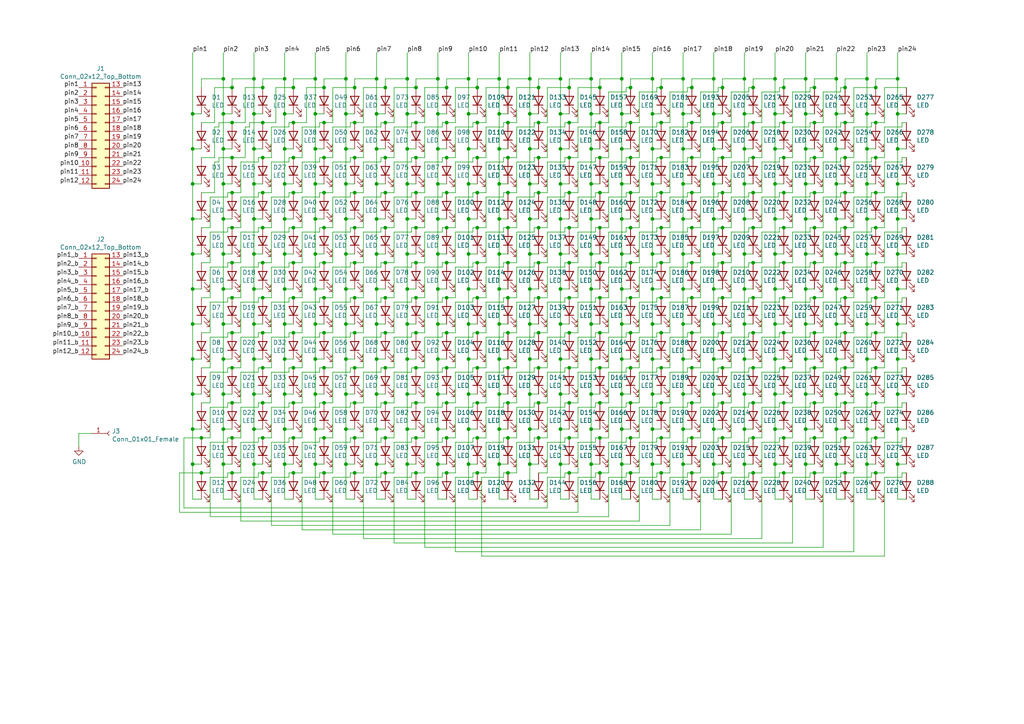
<source format=kicad_sch>
(kicad_sch (version 20211123) (generator eeschema)
  (paper "A4")
  (junction (at 156.21 55.88))
  (junction (at 93.98 86.36))
  (junction (at 438.15 261.62))
  (junction (at 171.45 73.66))
  (junction (at 473.71 261.62))
  (junction (at 67.31 45.72))
  (junction (at 464.82 302.26))
  (junction (at 302.26 269.24))
  (junction (at 322.58 292.1))
  (junction (at 171.45 43.18))
  (junction (at 102.87 25.4))
  (junction (at 455.93 281.94))
  (junction (at 171.45 124.46))
  (junction (at 349.25 231.14))
  (junction (at 358.14 342.9))
  (junction (at 337.82 309.88))
  (junction (at 373.38 330.2))
  (junction (at 328.93 269.24))
  (junction (at 358.14 281.94))
  (junction (at 400.05 299.72))
  (junction (at 85.09 76.2))
  (junction (at 453.39 259.08))
  (junction (at 429.26 231.14))
  (junction (at 91.44 63.5))
  (junction (at 455.93 231.14))
  (junction (at 224.79 22.86))
  (junction (at 384.81 322.58))
  (junction (at 311.15 269.24))
  (junction (at 144.78 33.02))
  (junction (at 482.6 312.42))
  (junction (at 497.84 289.56))
  (junction (at 320.04 309.88))
  (junction (at 180.34 33.02))
  (junction (at 400.05 289.56))
  (junction (at 198.12 43.18))
  (junction (at 76.2 96.52))
  (junction (at 393.7 281.94))
  (junction (at 367.03 302.26))
  (junction (at 391.16 238.76))
  (junction (at 491.49 231.14))
  (junction (at 408.94 269.24))
  (junction (at 471.17 330.2))
  (junction (at 382.27 248.92))
  (junction (at 402.59 292.1))
  (junction (at 435.61 340.36))
  (junction (at 245.11 137.16))
  (junction (at 102.87 116.84))
  (junction (at 408.94 289.56))
  (junction (at 367.03 281.94))
  (junction (at 189.23 33.02))
  (junction (at 93.98 96.52))
  (junction (at 198.12 104.14))
  (junction (at 382.27 228.6))
  (junction (at 384.81 312.42))
  (junction (at 207.01 63.5))
  (junction (at 349.25 342.9))
  (junction (at 218.44 45.72))
  (junction (at 426.72 228.6))
  (junction (at 373.38 238.76))
  (junction (at 109.22 93.98))
  (junction (at 367.03 322.58))
  (junction (at 138.43 96.52))
  (junction (at 207.01 93.98))
  (junction (at 55.88 134.62))
  (junction (at 462.28 299.72))
  (junction (at 93.98 25.4))
  (junction (at 76.2 35.56))
  (junction (at 93.98 127))
  (junction (at 346.71 248.92))
  (junction (at 346.71 279.4))
  (junction (at 251.46 104.14))
  (junction (at 364.49 279.4))
  (junction (at 453.39 248.92))
  (junction (at 429.26 312.42))
  (junction (at 358.14 332.74))
  (junction (at 102.87 106.68))
  (junction (at 444.5 269.24))
  (junction (at 471.17 320.04))
  (junction (at 191.77 106.68))
  (junction (at 111.76 116.84))
  (junction (at 58.42 137.16))
  (junction (at 349.25 332.74))
  (junction (at 373.38 228.6))
  (junction (at 251.46 63.5))
  (junction (at 320.04 279.4))
  (junction (at 384.81 292.1))
  (junction (at 200.66 127))
  (junction (at 420.37 292.1))
  (junction (at 245.11 35.56))
  (junction (at 156.21 35.56))
  (junction (at 120.65 106.68))
  (junction (at 426.72 309.88))
  (junction (at 129.54 137.16))
  (junction (at 488.95 320.04))
  (junction (at 109.22 114.3))
  (junction (at 313.69 281.94))
  (junction (at 337.82 299.72))
  (junction (at 129.54 96.52))
  (junction (at 260.35 43.18))
  (junction (at 384.81 332.74))
  (junction (at 227.33 76.2))
  (junction (at 471.17 299.72))
  (junction (at 367.03 312.42))
  (junction (at 382.27 259.08))
  (junction (at 111.76 76.2))
  (junction (at 311.15 228.6))
  (junction (at 198.12 53.34))
  (junction (at 198.12 134.62))
  (junction (at 147.32 66.04))
  (junction (at 55.88 33.02))
  (junction (at 173.99 86.36))
  (junction (at 473.71 332.74))
  (junction (at 118.11 104.14))
  (junction (at 438.15 342.9))
  (junction (at 191.77 116.84))
  (junction (at 302.26 289.56))
  (junction (at 82.55 93.98))
  (junction (at 328.93 228.6))
  (junction (at 162.56 53.34))
  (junction (at 233.68 33.02))
  (junction (at 313.69 322.58))
  (junction (at 245.11 116.84))
  (junction (at 207.01 83.82))
  (junction (at 127 104.14))
  (junction (at 144.78 43.18))
  (junction (at 473.71 251.46))
  (junction (at 147.32 55.88))
  (junction (at 355.6 259.08))
  (junction (at 165.1 137.16))
  (junction (at 227.33 106.68))
  (junction (at 447.04 231.14))
  (junction (at 453.39 238.76))
  (junction (at 260.35 83.82))
  (junction (at 482.6 261.62))
  (junction (at 191.77 55.88))
  (junction (at 464.82 251.46))
  (junction (at 447.04 332.74))
  (junction (at 156.21 86.36))
  (junction (at 162.56 33.02))
  (junction (at 320.04 248.92))
  (junction (at 153.67 83.82))
  (junction (at 227.33 66.04))
  (junction (at 302.26 279.4))
  (junction (at 209.55 45.72))
  (junction (at 346.71 309.88))
  (junction (at 358.14 231.14))
  (junction (at 260.35 134.62))
  (junction (at 497.84 279.4))
  (junction (at 455.93 322.58))
  (junction (at 488.95 340.36))
  (junction (at 64.77 134.62))
  (junction (at 438.15 241.3))
  (junction (at 251.46 114.3))
  (junction (at 464.82 292.1))
  (junction (at 173.99 76.2))
  (junction (at 349.25 241.3))
  (junction (at 135.89 73.66))
  (junction (at 215.9 22.86))
  (junction (at 331.47 241.3))
  (junction (at 488.95 238.76))
  (junction (at 153.67 134.62))
  (junction (at 224.79 63.5))
  (junction (at 331.47 251.46))
  (junction (at 102.87 76.2))
  (junction (at 340.36 332.74))
  (junction (at 382.27 320.04))
  (junction (at 135.89 22.86))
  (junction (at 373.38 340.36))
  (junction (at 254 35.56))
  (junction (at 64.77 53.34))
  (junction (at 100.33 83.82))
  (junction (at 320.04 228.6))
  (junction (at 138.43 35.56))
  (junction (at 426.72 320.04))
  (junction (at 453.39 279.4))
  (junction (at 144.78 93.98))
  (junction (at 251.46 124.46))
  (junction (at 328.93 248.92))
  (junction (at 373.38 289.56))
  (junction (at 322.58 241.3))
  (junction (at 82.55 83.82))
  (junction (at 497.84 309.88))
  (junction (at 364.49 238.76))
  (junction (at 209.55 96.52))
  (junction (at 209.55 76.2))
  (junction (at 242.57 93.98))
  (junction (at 453.39 320.04))
  (junction (at 82.55 114.3))
  (junction (at 215.9 53.34))
  (junction (at 162.56 93.98))
  (junction (at 200.66 76.2))
  (junction (at 135.89 33.02))
  (junction (at 331.47 342.9))
  (junction (at 109.22 83.82))
  (junction (at 82.55 53.34))
  (junction (at 355.6 279.4))
  (junction (at 488.95 279.4))
  (junction (at 408.94 330.2))
  (junction (at 153.67 33.02))
  (junction (at 215.9 104.14))
  (junction (at 367.03 342.9))
  (junction (at 417.83 228.6))
  (junction (at 393.7 231.14))
  (junction (at 209.55 127))
  (junction (at 429.26 302.26))
  (junction (at 313.69 271.78))
  (junction (at 138.43 137.16))
  (junction (at 491.49 251.46))
  (junction (at 173.99 45.72))
  (junction (at 497.84 299.72))
  (junction (at 58.42 127))
  (junction (at 455.93 241.3))
  (junction (at 207.01 43.18))
  (junction (at 488.95 259.08))
  (junction (at 417.83 340.36))
  (junction (at 200.66 45.72))
  (junction (at 429.26 342.9))
  (junction (at 138.43 76.2))
  (junction (at 147.32 86.36))
  (junction (at 233.68 114.3))
  (junction (at 417.83 289.56))
  (junction (at 67.31 35.56))
  (junction (at 393.7 251.46))
  (junction (at 382.27 299.72))
  (junction (at 453.39 228.6))
  (junction (at 391.16 228.6))
  (junction (at 182.88 127))
  (junction (at 313.69 332.74))
  (junction (at 447.04 271.78))
  (junction (at 93.98 106.68))
  (junction (at 93.98 66.04))
  (junction (at 311.15 279.4))
  (junction (at 320.04 330.2))
  (junction (at 346.71 289.56))
  (junction (at 473.71 302.26))
  (junction (at 382.27 309.88))
  (junction (at 420.37 342.9))
  (junction (at 506.73 289.56))
  (junction (at 173.99 106.68))
  (junction (at 173.99 25.4))
  (junction (at 138.43 86.36))
  (junction (at 165.1 45.72))
  (junction (at 302.26 248.92))
  (junction (at 102.87 86.36))
  (junction (at 391.16 289.56))
  (junction (at 218.44 96.52))
  (junction (at 254 45.72))
  (junction (at 233.68 83.82))
  (junction (at 391.16 259.08))
  (junction (at 311.15 248.92))
  (junction (at 180.34 104.14))
  (junction (at 218.44 116.84))
  (junction (at 85.09 106.68))
  (junction (at 180.34 63.5))
  (junction (at 191.77 127))
  (junction (at 488.95 269.24))
  (junction (at 435.61 299.72))
  (junction (at 402.59 322.58))
  (junction (at 215.9 114.3))
  (junction (at 91.44 124.46))
  (junction (at 506.73 259.08))
  (junction (at 251.46 43.18))
  (junction (at 147.32 127))
  (junction (at 233.68 134.62))
  (junction (at 408.94 279.4))
  (junction (at 198.12 73.66))
  (junction (at 480.06 259.08))
  (junction (at 328.93 259.08))
  (junction (at 320.04 340.36))
  (junction (at 189.23 104.14))
  (junction (at 464.82 261.62))
  (junction (at 85.09 137.16))
  (junction (at 402.59 271.78))
  (junction (at 400.05 228.6))
  (junction (at 215.9 93.98))
  (junction (at 200.66 137.16))
  (junction (at 218.44 25.4))
  (junction (at 245.11 45.72))
  (junction (at 180.34 53.34))
  (junction (at 367.03 251.46))
  (junction (at 364.49 320.04))
  (junction (at 147.32 45.72))
  (junction (at 420.37 251.46))
  (junction (at 180.34 22.86))
  (junction (at 302.26 309.88))
  (junction (at 384.81 261.62))
  (junction (at 82.55 22.86))
  (junction (at 358.14 322.58))
  (junction (at 233.68 124.46))
  (junction (at 73.66 53.34))
  (junction (at 91.44 83.82))
  (junction (at 364.49 330.2))
  (junction (at 162.56 22.86))
  (junction (at 254 106.68))
  (junction (at 455.93 292.1))
  (junction (at 173.99 66.04))
  (junction (at 411.48 261.62))
  (junction (at 384.81 241.3))
  (junction (at 462.28 238.76))
  (junction (at 444.5 259.08))
  (junction (at 182.88 137.16))
  (junction (at 182.88 116.84))
  (junction (at 251.46 83.82))
  (junction (at 55.88 114.3))
  (junction (at 182.88 106.68))
  (junction (at 162.56 104.14))
  (junction (at 162.56 114.3))
  (junction (at 464.82 322.58))
  (junction (at 138.43 25.4))
  (junction (at 102.87 96.52))
  (junction (at 429.26 251.46))
  (junction (at 506.73 279.4))
  (junction (at 55.88 93.98))
  (junction (at 420.37 271.78))
  (junction (at 462.28 330.2))
  (junction (at 100.33 53.34))
  (junction (at 311.15 259.08))
  (junction (at 171.45 63.5))
  (junction (at 111.76 25.4))
  (junction (at 109.22 63.5))
  (junction (at 76.2 106.68))
  (junction (at 67.31 86.36))
  (junction (at 462.28 228.6))
  (junction (at 497.84 269.24))
  (junction (at 349.25 302.26))
  (junction (at 464.82 271.78))
  (junction (at 85.09 35.56))
  (junction (at 384.81 231.14))
  (junction (at 358.14 302.26))
  (junction (at 471.17 228.6))
  (junction (at 191.77 45.72))
  (junction (at 200.66 25.4))
  (junction (at 198.12 33.02))
  (junction (at 165.1 86.36))
  (junction (at 245.11 127))
  (junction (at 207.01 33.02))
  (junction (at 444.5 238.76))
  (junction (at 224.79 73.66))
  (junction (at 302.26 299.72))
  (junction (at 438.15 322.58))
  (junction (at 233.68 43.18))
  (junction (at 233.68 104.14))
  (junction (at 218.44 137.16))
  (junction (at 355.6 309.88))
  (junction (at 506.73 299.72))
  (junction (at 173.99 137.16))
  (junction (at 76.2 66.04))
  (junction (at 55.88 73.66))
  (junction (at 337.82 238.76))
  (junction (at 497.84 259.08))
  (junction (at 346.71 340.36))
  (junction (at 227.33 45.72))
  (junction (at 82.55 124.46))
  (junction (at 118.11 33.02))
  (junction (at 462.28 269.24))
  (junction (at 426.72 340.36))
  (junction (at 236.22 25.4))
  (junction (at 500.38 241.3))
  (junction (at 189.23 43.18))
  (junction (at 373.38 309.88))
  (junction (at 200.66 96.52))
  (junction (at 420.37 281.94))
  (junction (at 355.6 320.04))
  (junction (at 328.93 279.4))
  (junction (at 162.56 124.46))
  (junction (at 408.94 228.6))
  (junction (at 382.27 330.2))
  (junction (at 227.33 137.16))
  (junction (at 120.65 86.36))
  (junction (at 402.59 231.14))
  (junction (at 209.55 66.04))
  (junction (at 411.48 231.14))
  (junction (at 251.46 134.62))
  (junction (at 165.1 127))
  (junction (at 438.15 312.42))
  (junction (at 382.27 289.56))
  (junction (at 311.15 289.56))
  (junction (at 447.04 342.9))
  (junction (at 120.65 116.84))
  (junction (at 364.49 299.72))
  (junction (at 320.04 289.56))
  (junction (at 91.44 104.14))
  (junction (at 227.33 86.36))
  (junction (at 480.06 279.4))
  (junction (at 382.27 279.4))
  (junction (at 254 66.04))
  (junction (at 340.36 312.42))
  (junction (at 435.61 269.24))
  (junction (at 120.65 45.72))
  (junction (at 138.43 116.84))
  (junction (at 337.82 289.56))
  (junction (at 331.47 231.14))
  (junction (at 127 63.5))
  (junction (at 91.44 33.02))
  (junction (at 138.43 127))
  (junction (at 129.54 55.88))
  (junction (at 391.16 279.4))
  (junction (at 393.7 332.74))
  (junction (at 227.33 55.88))
  (junction (at 153.67 73.66))
  (junction (at 355.6 269.24))
  (junction (at 120.65 25.4))
  (junction (at 349.25 251.46))
  (junction (at 464.82 241.3))
  (junction (at 322.58 261.62))
  (junction (at 251.46 73.66))
  (junction (at 391.16 309.88))
  (junction (at 337.82 340.36))
  (junction (at 375.92 302.26))
  (junction (at 346.71 228.6))
  (junction (at 429.26 322.58))
  (junction (at 100.33 73.66))
  (junction (at 340.36 241.3))
  (junction (at 153.67 93.98))
  (junction (at 215.9 73.66))
  (junction (at 207.01 114.3))
  (junction (at 165.1 96.52))
  (junction (at 100.33 43.18))
  (junction (at 118.11 124.46))
  (junction (at 340.36 271.78))
  (junction (at 165.1 35.56))
  (junction (at 55.88 63.5))
  (junction (at 340.36 281.94))
  (junction (at 67.31 137.16))
  (junction (at 120.65 55.88))
  (junction (at 349.25 261.62))
  (junction (at 73.66 22.86))
  (junction (at 358.14 292.1))
  (junction (at 245.11 106.68))
  (junction (at 165.1 66.04))
  (junction (at 491.49 302.26))
  (junction (at 438.15 251.46))
  (junction (at 355.6 238.76))
  (junction (at 429.26 241.3))
  (junction (at 313.69 292.1))
  (junction (at 260.35 53.34))
  (junction (at 218.44 86.36))
  (junction (at 218.44 55.88))
  (junction (at 480.06 330.2))
  (junction (at 373.38 299.72))
  (junction (at 73.66 134.62))
  (junction (at 393.7 312.42))
  (junction (at 462.28 259.08))
  (junction (at 346.71 259.08))
  (junction (at 384.81 302.26))
  (junction (at 209.55 116.84))
  (junction (at 209.55 55.88))
  (junction (at 375.92 251.46))
  (junction (at 444.5 289.56))
  (junction (at 67.31 106.68))
  (junction (at 127 22.86))
  (junction (at 393.7 241.3))
  (junction (at 349.25 312.42))
  (junction (at 129.54 35.56))
  (junction (at 500.38 271.78))
  (junction (at 358.14 271.78))
  (junction (at 85.09 96.52))
  (junction (at 260.35 73.66))
  (junction (at 367.03 241.3))
  (junction (at 144.78 83.82))
  (junction (at 500.38 302.26))
  (junction (at 127 43.18))
  (junction (at 189.23 83.82))
  (junction (at 337.82 269.24))
  (junction (at 135.89 93.98))
  (junction (at 393.7 271.78))
  (junction (at 331.47 302.26))
  (junction (at 364.49 309.88))
  (junction (at 64.77 93.98))
  (junction (at 462.28 279.4))
  (junction (at 236.22 66.04))
  (junction (at 400.05 320.04))
  (junction (at 153.67 22.86))
  (junction (at 328.93 340.36))
  (junction (at 156.21 76.2))
  (junction (at 408.94 299.72))
  (junction (at 408.94 320.04))
  (junction (at 506.73 340.36))
  (junction (at 165.1 55.88))
  (junction (at 471.17 309.88))
  (junction (at 313.69 312.42))
  (junction (at 91.44 43.18))
  (junction (at 473.71 241.3))
  (junction (at 337.82 320.04))
  (junction (at 349.25 271.78))
  (junction (at 364.49 248.92))
  (junction (at 93.98 116.84))
  (junction (at 129.54 25.4))
  (junction (at 82.55 104.14))
  (junction (at 254 86.36))
  (junction (at 91.44 53.34))
  (junction (at 384.81 342.9))
  (junction (at 506.73 330.2))
  (junction (at 482.6 271.78))
  (junction (at 313.69 241.3))
  (junction (at 393.7 261.62))
  (junction (at 340.36 231.14))
  (junction (at 473.71 322.58))
  (junction (at 337.82 248.92))
  (junction (at 346.71 299.72))
  (junction (at 100.33 63.5))
  (junction (at 331.47 332.74))
  (junction (at 506.73 320.04))
  (junction (at 73.66 63.5))
  (junction (at 73.66 43.18))
  (junction (at 444.5 309.88))
  (junction (at 367.03 231.14))
  (junction (at 182.88 25.4))
  (junction (at 147.32 25.4))
  (junction (at 64.77 63.5))
  (junction (at 447.04 312.42))
  (junction (at 337.82 228.6))
  (junction (at 109.22 53.34))
  (junction (at 482.6 322.58))
  (junction (at 411.48 251.46))
  (junction (at 171.45 33.02))
  (junction (at 242.57 33.02))
  (junction (at 76.2 116.84))
  (junction (at 488.95 248.92))
  (junction (at 156.21 127))
  (junction (at 182.88 55.88))
  (junction (at 67.31 55.88))
  (junction (at 260.35 93.98))
  (junction (at 224.79 33.02))
  (junction (at 180.34 83.82))
  (junction (at 147.32 76.2))
  (junction (at 120.65 35.56))
  (junction (at 358.14 251.46))
  (junction (at 182.88 76.2))
  (junction (at 200.66 106.68))
  (junction (at 311.15 320.04))
  (junction (at 480.06 228.6))
  (junction (at 189.23 53.34))
  (junction (at 331.47 261.62))
  (junction (at 373.38 259.08))
  (junction (at 180.34 124.46))
  (junction (at 500.38 231.14))
  (junction (at 480.06 320.04))
  (junction (at 180.34 114.3))
  (junction (at 236.22 137.16))
  (junction (at 408.94 248.92))
  (junction (at 100.33 104.14))
  (junction (at 64.77 83.82))
  (junction (at 375.92 342.9))
  (junction (at 482.6 292.1))
  (junction (at 120.65 76.2))
  (junction (at 488.95 289.56))
  (junction (at 76.2 137.16))
  (junction (at 367.03 292.1))
  (junction (at 426.72 299.72))
  (junction (at 411.48 302.26))
  (junction (at 429.26 281.94))
  (junction (at 482.6 302.26))
  (junction (at 64.77 124.46))
  (junction (at 444.5 330.2))
  (junction (at 207.01 134.62))
  (junction (at 242.57 43.18))
  (junction (at 455.93 332.74))
  (junction (at 328.93 309.88))
  (junction (at 189.23 93.98))
  (junction (at 402.59 281.94))
  (junction (at 189.23 134.62))
  (junction (at 313.69 302.26))
  (junction (at 497.84 248.92))
  (junction (at 373.38 320.04))
  (junction (at 218.44 66.04))
  (junction (at 156.21 116.84))
  (junction (at 444.5 299.72))
  (junction (at 482.6 332.74))
  (junction (at 393.7 292.1))
  (junction (at 482.6 281.94))
  (junction (at 227.33 96.52))
  (junction (at 127 124.46))
  (junction (at 464.82 332.74))
  (junction (at 189.23 22.86))
  (junction (at 156.21 66.04))
  (junction (at 118.11 83.82))
  (junction (at 375.92 312.42))
  (junction (at 506.73 228.6))
  (junction (at 320.04 238.76))
  (junction (at 491.49 281.94))
  (junction (at 73.66 73.66))
  (junction (at 147.32 106.68))
  (junction (at 491.49 332.74))
  (junction (at 331.47 292.1))
  (junction (at 127 93.98))
  (junction (at 331.47 271.78))
  (junction (at 209.55 25.4))
  (junction (at 391.16 299.72))
  (junction (at 144.78 114.3))
  (junction (at 438.15 271.78))
  (junction (at 215.9 124.46))
  (junction (at 242.57 63.5))
  (junction (at 346.71 238.76))
  (junction (at 480.06 340.36))
  (junction (at 254 116.84))
  (junction (at 118.11 134.62))
  (junction (at 411.48 281.94))
  (junction (at 242.57 104.14))
  (junction (at 444.5 320.04))
  (junction (at 355.6 289.56))
  (junction (at 242.57 53.34))
  (junction (at 254 96.52))
  (junction (at 420.37 241.3))
  (junction (at 364.49 228.6))
  (junction (at 506.73 238.76))
  (junction (at 111.76 35.56))
  (junction (at 447.04 322.58))
  (junction (at 111.76 86.36))
  (junction (at 224.79 43.18))
  (junction (at 455.93 342.9))
  (junction (at 236.22 127))
  (junction (at 233.68 53.34))
  (junction (at 135.89 114.3))
  (junction (at 358.14 241.3))
  (junction (at 67.31 96.52))
  (junction (at 102.87 45.72))
  (junction (at 473.71 281.94))
  (junction (at 491.49 261.62))
  (junction (at 346.71 330.2))
  (junction (at 242.57 83.82))
  (junction (at 417.83 299.72))
  (junction (at 429.26 271.78))
  (junction (at 328.93 320.04))
  (junction (at 236.22 106.68))
  (junction (at 55.88 104.14))
  (junction (at 215.9 63.5))
  (junction (at 85.09 25.4))
  (junction (at 200.66 55.88))
  (junction (at 153.67 114.3))
  (junction (at 447.04 261.62))
  (junction (at 426.72 279.4))
  (junction (at 233.68 93.98))
  (junction (at 182.88 96.52))
  (junction (at 67.31 76.2))
  (junction (at 109.22 73.66))
  (junction (at 127 53.34))
  (junction (at 227.33 127))
  (junction (at 82.55 73.66))
  (junction (at 435.61 320.04))
  (junction (at 254 25.4))
  (junction (at 328.93 289.56))
  (junction (at 313.69 261.62))
  (junction (at 393.7 302.26))
  (junction (at 455.93 251.46))
  (junction (at 245.11 86.36))
  (junction (at 242.57 134.62))
  (junction (at 153.67 53.34))
  (junction (at 311.15 340.36))
  (junction (at 144.78 22.86))
  (junction (at 215.9 134.62))
  (junction (at 331.47 281.94))
  (junction (at 100.33 124.46))
  (junction (at 447.04 251.46))
  (junction (at 438.15 332.74))
  (junction (at 473.71 312.42))
  (junction (at 165.1 76.2))
  (junction (at 236.22 96.52))
  (junction (at 111.76 127))
  (junction (at 260.35 22.86))
  (junction (at 444.5 340.36))
  (junction (at 198.12 93.98))
  (junction (at 435.61 259.08))
  (junction (at 118.11 43.18))
  (junction (at 417.83 238.76))
  (junction (at 480.06 269.24))
  (junction (at 153.67 43.18))
  (junction (at 180.34 43.18))
  (junction (at 118.11 22.86))
  (junction (at 189.23 124.46))
  (junction (at 138.43 45.72))
  (junction (at 109.22 104.14))
  (junction (at 93.98 55.88))
  (junction (at 364.49 340.36))
  (junction (at 322.58 271.78))
  (junction (at 500.38 261.62))
  (junction (at 453.39 309.88))
  (junction (at 171.45 114.3))
  (junction (at 435.61 238.76))
  (junction (at 93.98 76.2))
  (junction (at 349.25 322.58))
  (junction (at 420.37 332.74))
  (junction (at 120.65 127))
  (junction (at 91.44 93.98))
  (junction (at 455.93 271.78))
  (junction (at 426.72 238.76))
  (junction (at 91.44 22.86))
  (junction (at 91.44 73.66))
  (junction (at 162.56 43.18))
  (junction (at 254 55.88))
  (junction (at 109.22 33.02))
  (junction (at 408.94 340.36))
  (junction (at 506.73 248.92))
  (junction (at 67.31 25.4))
  (junction (at 120.65 66.04))
  (junction (at 304.8 342.9))
  (junction (at 200.66 86.36))
  (junction (at 218.44 35.56))
  (junction (at 236.22 45.72))
  (junction (at 391.16 248.92))
  (junction (at 313.69 251.46))
  (junction (at 242.57 22.86))
  (junction (at 165.1 25.4))
  (junction (at 227.33 25.4))
  (junction (at 337.82 330.2))
  (junction (at 85.09 127))
  (junction (at 462.28 309.88))
  (junction (at 233.68 22.86))
  (junction (at 64.77 22.86))
  (junction (at 162.56 134.62))
  (junction (at 471.17 289.56))
  (junction (at 254 137.16))
  (junction (at 245.11 76.2))
  (junction (at 373.38 248.92))
  (junction (at 322.58 231.14))
  (junction (at 322.58 312.42))
  (junction (at 191.77 35.56))
  (junction (at 173.99 55.88))
  (junction (at 417.83 330.2))
  (junction (at 500.38 342.9))
  (junction (at 100.33 93.98))
  (junction (at 435.61 330.2))
  (junction (at 245.11 25.4))
  (junction (at 156.21 96.52))
  (junction (at 171.45 93.98))
  (junction (at 408.94 238.76))
  (junction (at 367.03 271.78))
  (junction (at 191.77 25.4))
  (junction (at 355.6 228.6))
  (junction (at 111.76 137.16))
  (junction (at 215.9 43.18))
  (junction (at 462.28 248.92))
  (junction (at 129.54 116.84))
  (junction (at 435.61 309.88))
  (junction (at 215.9 33.02))
  (junction (at 82.55 134.62))
  (junction (at 189.23 114.3))
  (junction (at 311.15 330.2))
  (junction (at 313.69 231.14))
  (junction (at 471.17 248.92))
  (junction (at 464.82 342.9))
  (junction (at 109.22 124.46))
  (junction (at 55.88 43.18))
  (junction (at 76.2 76.2))
  (junction (at 109.22 134.62))
  (junction (at 375.92 271.78))
  (junction (at 260.35 63.5))
  (junction (at 129.54 106.68))
  (junction (at 180.34 134.62))
  (junction (at 171.45 53.34))
  (junction (at 138.43 55.88))
  (junction (at 76.2 86.36))
  (junction (at 76.2 25.4))
  (junction (at 444.5 228.6))
  (junction (at 302.26 238.76))
  (junction (at 340.36 322.58))
  (junction (at 191.77 66.04))
  (junction (at 173.99 96.52))
  (junction (at 322.58 251.46))
  (junction (at 328.93 299.72))
  (junction (at 224.79 83.82))
  (junction (at 349.25 292.1))
  (junction (at 76.2 127))
  (junction (at 482.6 231.14))
  (junction (at 67.31 66.04))
  (junction (at 435.61 289.56))
  (junction (at 473.71 342.9))
  (junction (at 129.54 127))
  (junction (at 482.6 241.3))
  (junction (at 313.69 342.9))
  (junction (at 391.16 320.04))
  (junction (at 233.68 63.5))
  (junction (at 165.1 116.84))
  (junction (at 355.6 248.92))
  (junction (at 260.35 104.14))
  (junction (at 85.09 66.04))
  (junction (at 497.84 340.36))
  (junction (at 506.73 309.88))
  (junction (at 435.61 248.92))
  (junction (at 111.76 106.68))
  (junction (at 135.89 63.5))
  (junction (at 171.45 104.14))
  (junction (at 129.54 86.36))
  (junction (at 224.79 124.46))
  (junction (at 302.26 259.08))
  (junction (at 364.49 269.24))
  (junction (at 473.71 231.14))
  (junction (at 500.38 332.74))
  (junction (at 180.34 73.66))
  (junction (at 417.83 320.04))
  (junction (at 462.28 289.56))
  (junction (at 254 127))
  (junction (at 209.55 137.16))
  (junction (at 182.88 35.56))
  (junction (at 393.7 342.9))
  (junction (at 320.04 259.08))
  (junction (at 488.95 330.2))
  (junction (at 411.48 322.58))
  (junction (at 85.09 116.84))
  (junction (at 438.15 302.26))
  (junction (at 236.22 116.84))
  (junction (at 93.98 137.16))
  (junction (at 491.49 342.9))
  (junction (at 200.66 116.84))
  (junction (at 207.01 124.46))
  (junction (at 245.11 66.04))
  (junction (at 109.22 22.86))
  (junction (at 473.71 292.1))
  (junction (at 73.66 33.02))
  (junction (at 76.2 45.72))
  (junction (at 198.12 124.46))
  (junction (at 402.59 251.46))
  (junction (at 420.37 312.42))
  (junction (at 102.87 66.04))
  (junction (at 373.38 279.4))
  (junction (at 135.89 124.46))
  (junction (at 337.82 279.4))
  (junction (at 367.03 332.74))
  (junction (at 111.76 55.88))
  (junction (at 73.66 93.98))
  (junction (at 455.93 302.26))
  (junction (at 411.48 342.9))
  (junction (at 76.2 55.88))
  (junction (at 120.65 137.16))
  (junction (at 400.05 279.4))
  (junction (at 189.23 63.5))
  (junction (at 147.32 35.56))
  (junction (at 402.59 241.3))
  (junction (at 322.58 302.26))
  (junction (at 322.58 342.9))
  (junction (at 435.61 279.4))
  (junction (at 429.26 332.74))
  (junction (at 488.95 309.88))
  (junction (at 64.77 114.3))
  (junction (at 251.46 93.98))
  (junction (at 455.93 312.42))
  (junction (at 488.95 228.6))
  (junction (at 464.82 231.14))
  (junction (at 331.47 322.58))
  (junction (at 364.49 259.08))
  (junction (at 420.37 231.14))
  (junction (at 156.21 25.4))
  (junction (at 453.39 299.72))
  (junction (at 453.39 269.24))
  (junction (at 242.57 73.66))
  (junction (at 153.67 104.14))
  (junction (at 171.45 22.86))
  (junction (at 417.83 259.08))
  (junction (at 402.59 312.42))
  (junction (at 417.83 279.4))
  (junction (at 82.55 33.02))
  (junction (at 411.48 271.78))
  (junction (at 64.77 104.14))
  (junction (at 120.65 96.52))
  (junction (at 127 83.82))
  (junction (at 102.87 35.56))
  (junction (at 320.04 299.72))
  (junction (at 491.49 271.78))
  (junction (at 375.92 332.74))
  (junction (at 500.38 312.42))
  (junction (at 417.83 309.88))
  (junction (at 171.45 134.62))
  (junction (at 444.5 279.4))
  (junction (at 260.35 33.02))
  (junction (at 227.33 35.56))
  (junction (at 447.04 281.94))
  (junction (at 198.12 83.82))
  (junction (at 138.43 66.04))
  (junction (at 464.82 281.94))
  (junction (at 260.35 124.46))
  (junction (at 400.05 309.88))
  (junction (at 453.39 289.56))
  (junction (at 224.79 104.14))
  (junction (at 420.37 322.58))
  (junction (at 375.92 261.62))
  (junction (at 426.72 269.24))
  (junction (at 191.77 137.16))
  (junction (at 135.89 53.34))
  (junction (at 480.06 299.72))
  (junction (at 402.59 332.74))
  (junction (at 340.36 342.9))
  (junction (at 426.72 248.92))
  (junction (at 471.17 279.4))
  (junction (at 355.6 340.36))
  (junction (at 426.72 289.56))
  (junction (at 118.11 114.3))
  (junction (at 358.14 312.42))
  (junction (at 304.8 332.74))
  (junction (at 218.44 106.68))
  (junction (at 497.84 320.04))
  (junction (at 402.59 261.62))
  (junction (at 82.55 43.18))
  (junction (at 444.5 248.92))
  (junction (at 411.48 312.42))
  (junction (at 251.46 33.02))
  (junction (at 182.88 66.04))
  (junction (at 144.78 53.34))
  (junction (at 346.71 320.04))
  (junction (at 411.48 332.74))
  (junction (at 488.95 299.72))
  (junction (at 100.33 22.86))
  (junction (at 497.84 330.2))
  (junction (at 218.44 127))
  (junction (at 127 73.66))
  (junction (at 491.49 312.42))
  (junction (at 355.6 330.2))
  (junction (at 500.38 292.1))
  (junction (at 144.78 104.14))
  (junction (at 245.11 55.88))
  (junction (at 426.72 330.2))
  (junction (at 129.54 66.04))
  (junction (at 340.36 261.62))
  (junction (at 182.88 45.72))
  (junction (at 236.22 76.2))
  (junction (at 191.77 76.2))
  (junction (at 55.88 83.82))
  (junction (at 144.78 73.66))
  (junction (at 340.36 251.46))
  (junction (at 455.93 261.62))
  (junction (at 331.47 312.42))
  (junction (at 227.33 116.84))
  (junction (at 400.05 340.36))
  (junction (at 191.77 86.36))
  (junction (at 382.27 238.76))
  (junction (at 471.17 340.36))
  (junction (at 438.15 292.1))
  (junction (at 242.57 124.46))
  (junction (at 322.58 322.58))
  (junction (at 311.15 309.88))
  (junction (at 322.58 332.74))
  (junction (at 144.78 63.5))
  (junction (at 200.66 66.04))
  (junction (at 224.79 93.98))
  (junction (at 429.26 261.62))
  (junction (at 480.06 238.76))
  (junction (at 491.49 292.1))
  (junction (at 382.27 340.36))
  (junction (at 135.89 43.18))
  (junction (at 173.99 116.84))
  (junction (at 173.99 127))
  (junction (at 64.77 73.66))
  (junction (at 408.94 259.08))
  (junction (at 207.01 104.14))
  (junction (at 55.88 53.34))
  (junction (at 198.12 63.5))
  (junction (at 500.38 322.58))
  (junction (at 400.05 259.08))
  (junction (at 320.04 320.04))
  (junction (at 260.35 114.3))
  (junction (at 435.61 228.6))
  (junction (at 480.06 248.92))
  (junction (at 111.76 96.52))
  (junction (at 233.68 73.66))
  (junction (at 375.92 322.58))
  (junction (at 129.54 76.2))
  (junction (at 73.66 104.14))
  (junction (at 156.21 45.72))
  (junction (at 215.9 83.82))
  (junction (at 85.09 45.72))
  (junction (at 302.26 330.2))
  (junction (at 500.38 251.46))
  (junction (at 102.87 137.16))
  (junction (at 82.55 63.5))
  (junction (at 73.66 83.82))
  (junction (at 349.25 281.94))
  (junction (at 480.06 309.88))
  (junction (at 411.48 241.3))
  (junction (at 375.92 292.1))
  (junction (at 391.16 340.36))
  (junction (at 453.39 330.2))
  (junction (at 491.49 322.58))
  (junction (at 346.71 269.24))
  (junction (at 198.12 114.3))
  (junction (at 91.44 114.3))
  (junction (at 153.67 124.46))
  (junction (at 236.22 35.56))
  (junction (at 384.81 281.94))
  (junction (at 358.14 261.62))
  (junction (at 135.89 83.82))
  (junction (at 102.87 55.88))
  (junction (at 73.66 114.3))
  (junction (at 100.33 134.62))
  (junction (at 497.84 228.6))
  (junction (at 189.23 73.66))
  (junction (at 224.79 134.62))
  (junction (at 408.94 309.88))
  (junction (at 200.66 35.56))
  (junction (at 400.05 248.92))
  (junction (at 447.04 241.3))
  (junction (at 471.17 238.76))
  (junction (at 147.32 116.84))
  (junction (at 55.88 124.46))
  (junction (at 464.82 312.42))
  (junction (at 207.01 22.86))
  (junction (at 93.98 45.72))
  (junction (at 417.83 269.24))
  (junction (at 85.09 86.36))
  (junction (at 426.72 259.08))
  (junction (at 118.11 53.34))
  (junction (at 218.44 76.2))
  (junction (at 127 134.62))
  (junction (at 100.33 33.02))
  (junction (at 144.78 134.62))
  (junction (at 320.04 269.24))
  (junction (at 224.79 114.3))
  (junction (at 182.88 86.36))
  (junction (at 162.56 83.82))
  (junction (at 93.98 35.56))
  (junction (at 311.15 299.72))
  (junction (at 384.81 251.46))
  (junction (at 402.59 302.26))
  (junction (at 162.56 73.66))
  (junction (at 375.92 281.94))
  (junction (at 118.11 93.98))
  (junction (at 207.01 73.66))
  (junction (at 375.92 241.3))
  (junction (at 375.92 231.14))
  (junction (at 102.87 127))
  (junction (at 391.16 330.2))
  (junction (at 462.28 320.04))
  (junction (at 400.05 269.24))
  (junction (at 100.33 114.3))
  (junction (at 207.01 53.34))
  (junction (at 73.66 124.46))
  (junction (at 420.37 302.26))
  (junction (at 491.49 241.3))
  (junction (at 111.76 66.04))
  (junction (at 156.21 106.68))
  (junction (at 340.36 302.26))
  (junction (at 355.6 299.72))
  (junction (at 471.17 259.08))
  (junction (at 209.55 106.68))
  (junction (at 251.46 22.86))
  (junction (at 165.1 106.68))
  (junction (at 127 114.3))
  (junction (at 393.7 322.58))
  (junction (at 91.44 134.62))
  (junction (at 340.36 292.1))
  (junction (at 224.79 53.34))
  (junction (at 171.45 83.82))
  (junction (at 191.77 96.52))
  (junction (at 462.28 340.36))
  (junction (at 118.11 63.5))
  (junction (at 447.04 292.1))
  (junction (at 129.54 45.72))
  (junction (at 497.84 238.76))
  (junction (at 480.06 289.56))
  (junction (at 429.26 292.1))
  (junction (at 384.81 271.78))
  (junction (at 302.26 320.04))
  (junction (at 438.15 231.14))
  (junction (at 391.16 269.24))
  (junction (at 411.48 292.1))
  (junction (at 473.71 271.78))
  (junction (at 438.15 281.94))
  (junction (at 254 76.2))
  (junction (at 147.32 137.16))
  (junction (at 162.56 63.5))
  (junction (at 147.32 96.52))
  (junction (at 328.93 238.76))
  (junction (at 453.39 340.36))
  (junction (at 85.09 55.88))
  (junction (at 500.38 281.94))
  (junction (at 236.22 86.36))
  (junction (at 245.11 96.52))
  (junction (at 118.11 73.66))
  (junction (at 373.38 269.24))
  (junction (at 67.31 127))
  (junction (at 311.15 238.76))
  (junction (at 144.78 124.46))
  (junction (at 180.34 93.98))
  (junction (at 111.76 45.72))
  (junction (at 138.43 106.68))
  (junction (at 364.49 289.56))
  (junction (at 209.55 35.56))
  (junction (at 400.05 330.2))
  (junction (at 302.26 340.36))
  (junction (at 153.67 63.5))
  (junction (at 367.03 261.62))
  (junction (at 482.6 251.46))
  (junction (at 135.89 134.62))
  (junction (at 322.58 281.94))
  (junction (at 417.83 248.92))
  (junction (at 447.04 302.26))
  (junction (at 209.55 86.36))
  (junction (at 127 33.02))
  (junction (at 67.31 116.84))
  (junction (at 64.77 33.02))
  (junction (at 251.46 53.34))
  (junction (at 198.12 22.86))
  (junction (at 173.99 35.56))
  (junction (at 328.93 330.2))
  (junction (at 236.22 55.88))
  (junction (at 506.73 269.24))
  (junction (at 64.77 43.18))
  (junction (at 337.82 259.08))
  (junction (at 242.57 114.3))
  (junction (at 420.37 261.62))
  (junction (at 400.05 238.76))
  (junction (at 471.17 269.24))
  (junction (at 135.89 104.14))
  (junction (at 382.27 269.24))
  (junction (at 482.6 342.9))
  (junction (at 109.22 43.18))
  (wire (pts (xy 60.96 116.84) (xy 58.42 116.84)))
  (wire (pts (xy 408.94 309.88) (xy 411.48 309.88)))
  (wire (pts (xy 463.55 251.46) (xy 464.82 251.46)))
  (wire (pts (xy 114.3 107.95) (xy 119.38 107.95)))
  (wire (pts (xy 87.63 77.47) (xy 87.63 86.36)))
  (wire (pts (xy 508 241.3) (xy 509.27 241.3)))
  (wire (pts (xy 494.03 365.76) (xy 494.03 344.17)))
  (wire (pts (xy 307.34 342.9) (xy 304.8 342.9)))
  (wire (pts (xy 440.69 273.05) (xy 440.69 281.94)))
  (wire (pts (xy 440.69 252.73) (xy 440.69 261.62)))
  (wire (pts (xy 93.98 106.68) (xy 92.71 106.68)))
  (wire (pts (xy 436.88 271.78) (xy 436.88 273.05)))
  (wire (pts (xy 194.31 152.4) (xy 194.31 138.43)))
  (wire (pts (xy 87.63 36.83) (xy 87.63 45.72)))
  (wire (pts (xy 375.92 248.92) (xy 373.38 248.92)))
  (wire (pts (xy 102.87 83.82) (xy 100.33 83.82)))
  (wire (pts (xy 129.54 144.78) (xy 127 144.78)))
  (wire (pts (xy 426.72 309.88) (xy 426.72 299.72)))
  (wire (pts (xy 176.53 46.99) (xy 176.53 55.88)))
  (wire (pts (xy 256.54 57.15) (xy 261.62 57.15)))
  (wire (pts (xy 400.05 259.08) (xy 400.05 269.24)))
  (wire (pts (xy 431.8 262.89) (xy 436.88 262.89)))
  (wire (pts (xy 328.93 320.04) (xy 328.93 330.2)))
  (wire (pts (xy 373.38 238.76) (xy 373.38 228.6)))
  (wire (pts (xy 342.9 313.69) (xy 342.9 322.58)))
  (wire (pts (xy 482.6 342.9) (xy 485.14 342.9)))
  (wire (pts (xy 476.25 242.57) (xy 481.33 242.57)))
  (wire (pts (xy 191.77 137.16) (xy 190.5 137.16)))
  (wire (pts (xy 420.37 292.1) (xy 422.91 292.1)))
  (wire (pts (xy 488.95 228.6) (xy 488.95 220.98)))
  (wire (pts (xy 238.76 46.99) (xy 243.84 46.99)))
  (wire (pts (xy 467.36 232.41) (xy 467.36 241.3)))
  (wire (pts (xy 374.65 252.73) (xy 369.57 252.73)))
  (wire (pts (xy 227.33 35.56) (xy 229.87 35.56)))
  (wire (pts (xy 92.71 66.04) (xy 92.71 67.31)))
  (wire (pts (xy 158.75 46.99) (xy 158.75 55.88)))
  (wire (pts (xy 426.72 289.56) (xy 426.72 279.4)))
  (wire (pts (xy 482.6 251.46) (xy 481.33 251.46)))
  (wire (pts (xy 358.14 299.72) (xy 355.6 299.72)))
  (wire (pts (xy 384.81 259.08) (xy 382.27 259.08)))
  (wire (pts (xy 203.2 46.99) (xy 203.2 55.88)))
  (wire (pts (xy 123.19 77.47) (xy 123.19 86.36)))
  (wire (pts (xy 360.68 283.21) (xy 360.68 292.1)))
  (wire (pts (xy 506.73 350.52) (xy 509.27 350.52)))
  (wire (pts (xy 149.86 118.11) (xy 154.94 118.11)))
  (wire (pts (xy 500.38 299.72) (xy 497.84 299.72)))
  (wire (pts (xy 396.24 261.62) (xy 393.7 261.62)))
  (wire (pts (xy 154.94 127) (xy 154.94 128.27)))
  (wire (pts (xy 337.82 289.56) (xy 337.82 279.4)))
  (wire (pts (xy 190.5 86.36) (xy 190.5 87.63)))
  (wire (pts (xy 111.76 66.04) (xy 110.49 66.04)))
  (wire (pts (xy 217.17 107.95) (xy 217.17 106.68)))
  (wire (pts (xy 387.35 273.05) (xy 392.43 273.05)))
  (wire (pts (xy 414.02 273.05) (xy 419.1 273.05)))
  (wire (pts (xy 311.15 320.04) (xy 311.15 330.2)))
  (wire (pts (xy 120.65 106.68) (xy 123.19 106.68)))
  (wire (pts (xy 85.09 53.34) (xy 82.55 53.34)))
  (wire (pts (xy 162.56 73.66) (xy 162.56 63.5)))
  (wire (pts (xy 355.6 248.92) (xy 355.6 238.76)))
  (wire (pts (xy 101.6 36.83) (xy 96.52 36.83)))
  (wire (pts (xy 467.36 334.01) (xy 472.44 334.01)))
  (wire (pts (xy 473.71 259.08) (xy 471.17 259.08)))
  (wire (pts (xy 313.69 309.88) (xy 311.15 309.88)))
  (wire (pts (xy 172.72 76.2) (xy 172.72 77.47)))
  (wire (pts (xy 334.01 271.78) (xy 331.47 271.78)))
  (wire (pts (xy 408.94 269.24) (xy 408.94 259.08)))
  (wire (pts (xy 472.44 241.3) (xy 473.71 241.3)))
  (wire (pts (xy 220.98 87.63) (xy 226.06 87.63)))
  (wire (pts (xy 208.28 66.04) (xy 208.28 67.31)))
  (wire (pts (xy 311.15 238.76) (xy 311.15 248.92)))
  (wire (pts (xy 364.49 320.04) (xy 364.49 330.2)))
  (wire (pts (xy 173.99 55.88) (xy 176.53 55.88)))
  (wire (pts (xy 391.16 259.08) (xy 391.16 248.92)))
  (wire (pts (xy 358.14 271.78) (xy 356.87 271.78)))
  (wire (pts (xy 234.95 57.15) (xy 234.95 55.88)))
  (wire (pts (xy 180.34 114.3) (xy 180.34 104.14)))
  (wire (pts (xy 396.24 293.37) (xy 401.32 293.37)))
  (wire (pts (xy 378.46 334.01) (xy 383.54 334.01)))
  (wire (pts (xy 374.65 322.58) (xy 374.65 323.85)))
  (wire (pts (xy 158.75 45.72) (xy 156.21 45.72)))
  (wire (pts (xy 109.22 43.18) (xy 109.22 33.02)))
  (wire (pts (xy 149.86 107.95) (xy 154.94 107.95)))
  (wire (pts (xy 391.16 248.92) (xy 391.16 238.76)))
  (wire (pts (xy 128.27 57.15) (xy 123.19 57.15)))
  (wire (pts (xy 422.91 262.89) (xy 427.99 262.89)))
  (wire (pts (xy 181.61 86.36) (xy 182.88 86.36)))
  (wire (pts (xy 384.81 309.88) (xy 382.27 309.88)))
  (wire (pts (xy 497.84 248.92) (xy 497.84 259.08)))
  (wire (pts (xy 499.11 283.21) (xy 494.03 283.21)))
  (wire (pts (xy 66.04 67.31) (xy 60.96 67.31)))
  (wire (pts (xy 111.76 73.66) (xy 109.22 73.66)))
  (wire (pts (xy 153.67 104.14) (xy 153.67 114.3)))
  (wire (pts (xy 476.25 281.94) (xy 476.25 273.05)))
  (wire (pts (xy 347.98 273.05) (xy 342.9 273.05)))
  (wire (pts (xy 101.6 127) (xy 101.6 128.27)))
  (wire (pts (xy 123.19 77.47) (xy 128.27 77.47)))
  (wire (pts (xy 447.04 271.78) (xy 449.58 271.78)))
  (wire (pts (xy 471.17 330.2) (xy 471.17 340.36)))
  (wire (pts (xy 229.87 26.67) (xy 229.87 35.56)))
  (wire (pts (xy 325.12 292.1) (xy 322.58 292.1)))
  (wire (pts (xy 111.76 43.18) (xy 109.22 43.18)))
  (wire (pts (xy 261.62 77.47) (xy 261.62 76.2)))
  (wire (pts (xy 218.44 144.78) (xy 215.9 144.78)))
  (wire (pts (xy 114.3 36.83) (xy 114.3 45.72)))
  (wire (pts (xy 194.31 138.43) (xy 199.39 138.43)))
  (wire (pts (xy 438.15 238.76) (xy 435.61 238.76)))
  (wire (pts (xy 481.33 252.73) (xy 476.25 252.73)))
  (wire (pts (xy 156.21 25.4) (xy 149.86 25.4)))
  (wire (pts (xy 66.04 97.79) (xy 60.96 97.79)))
  (wire (pts (xy 491.49 248.92) (xy 488.95 248.92)))
  (wire (pts (xy 111.76 86.36) (xy 110.49 86.36)))
  (wire (pts (xy 245.11 134.62) (xy 242.57 134.62)))
  (wire (pts (xy 234.95 96.52) (xy 234.95 97.79)))
  (wire (pts (xy 358.14 228.6) (xy 358.14 231.14)))
  (wire (pts (xy 445.77 251.46) (xy 447.04 251.46)))
  (wire (pts (xy 67.31 106.68) (xy 66.04 106.68)))
  (wire (pts (xy 454.66 283.21) (xy 449.58 283.21)))
  (wire (pts (xy 482.6 281.94) (xy 485.14 281.94)))
  (wire (pts (xy 494.03 323.85) (xy 499.11 323.85)))
  (wire (pts (xy 364.49 350.52) (xy 367.03 350.52)))
  (wire (pts (xy 473.71 269.24) (xy 471.17 269.24)))
  (wire (pts (xy 360.68 303.53) (xy 365.76 303.53)))
  (wire (pts (xy 317.5 242.57) (xy 317.5 251.46)))
  (wire (pts (xy 307.34 355.6) (xy 422.91 355.6)))
  (wire (pts (xy 440.69 273.05) (xy 445.77 273.05)))
  (wire (pts (xy 256.54 128.27) (xy 261.62 128.27)))
  (wire (pts (xy 467.36 342.9) (xy 467.36 334.01)))
  (wire (pts (xy 427.99 302.26) (xy 429.26 302.26)))
  (wire (pts (xy 405.13 283.21) (xy 405.13 292.1)))
  (wire (pts (xy 322.58 271.78) (xy 321.31 271.78)))
  (wire (pts (xy 120.65 35.56) (xy 119.38 35.56)))
  (wire (pts (xy 473.71 342.9) (xy 476.25 342.9)))
  (wire (pts (xy 426.72 350.52) (xy 426.72 340.36)))
  (wire (pts (xy 349.25 231.14) (xy 342.9 231.14)))
  (wire (pts (xy 420.37 309.88) (xy 417.83 309.88)))
  (wire (pts (xy 189.23 43.18) (xy 189.23 53.34)))
  (wire (pts (xy 144.78 104.14) (xy 144.78 93.98)))
  (wire (pts (xy 427.99 344.17) (xy 427.99 342.9)))
  (wire (pts (xy 87.63 127) (xy 85.09 127)))
  (wire (pts (xy 417.83 259.08) (xy 417.83 269.24)))
  (wire (pts (xy 364.49 289.56) (xy 364.49 299.72)))
  (wire (pts (xy 82.55 83.82) (xy 82.55 93.98)))
  (wire (pts (xy 369.57 293.37) (xy 374.65 293.37)))
  (wire (pts (xy 402.59 302.26) (xy 405.13 302.26)))
  (wire (pts (xy 212.09 138.43) (xy 217.17 138.43)))
  (wire (pts (xy 176.53 57.15) (xy 176.53 66.04)))
  (wire (pts (xy 500.38 248.92) (xy 497.84 248.92)))
  (wire (pts (xy 154.94 76.2) (xy 156.21 76.2)))
  (wire (pts (xy 132.08 45.72) (xy 129.54 45.72)))
  (wire (pts (xy 400.05 228.6) (xy 400.05 238.76)))
  (wire (pts (xy 410.21 322.58) (xy 410.21 323.85)))
  (wire (pts (xy 227.33 45.72) (xy 229.87 45.72)))
  (wire (pts (xy 234.95 46.99) (xy 229.87 46.99)))
  (wire (pts (xy 171.45 83.82) (xy 171.45 93.98)))
  (wire (pts (xy 138.43 86.36) (xy 140.97 86.36)))
  (wire (pts (xy 378.46 303.53) (xy 378.46 312.42)))
  (wire (pts (xy 320.04 309.88) (xy 320.04 320.04)))
  (wire (pts (xy 373.38 320.04) (xy 373.38 330.2)))
  (wire (pts (xy 60.96 149.86) (xy 176.53 149.86)))
  (wire (pts (xy 304.8 238.76) (xy 302.26 238.76)))
  (wire (pts (xy 153.67 53.34) (xy 153.67 63.5)))
  (wire (pts (xy 472.44 302.26) (xy 473.71 302.26)))
  (wire (pts (xy 378.46 273.05) (xy 378.46 281.94)))
  (wire (pts (xy 102.87 66.04) (xy 101.6 66.04)))
  (wire (pts (xy 502.92 271.78) (xy 502.92 262.89)))
  (wire (pts (xy 203.2 57.15) (xy 203.2 66.04)))
  (wire (pts (xy 481.33 342.9) (xy 482.6 342.9)))
  (wire (pts (xy 445.77 322.58) (xy 447.04 322.58)))
  (wire (pts (xy 445.77 281.94) (xy 447.04 281.94)))
  (wire (pts (xy 367.03 302.26) (xy 369.57 302.26)))
  (wire (pts (xy 502.92 323.85) (xy 502.92 332.74)))
  (wire (pts (xy 491.49 302.26) (xy 494.03 302.26)))
  (wire (pts (xy 373.38 259.08) (xy 373.38 248.92)))
  (wire (pts (xy 194.31 118.11) (xy 199.39 118.11)))
  (wire (pts (xy 358.14 281.94) (xy 356.87 281.94)))
  (wire (pts (xy 87.63 106.68) (xy 85.09 106.68)))
  (wire (pts (xy 251.46 22.86) (xy 251.46 15.24)))
  (wire (pts (xy 463.55 241.3) (xy 464.82 241.3)))
  (wire (pts (xy 331.47 241.3) (xy 330.2 241.3)))
  (wire (pts (xy 78.74 66.04) (xy 76.2 66.04)))
  (wire (pts (xy 358.14 330.2) (xy 355.6 330.2)))
  (wire (pts (xy 429.26 269.24) (xy 426.72 269.24)))
  (wire (pts (xy 162.56 104.14) (xy 165.1 104.14)))
  (wire (pts (xy 331.47 299.72) (xy 328.93 299.72)))
  (wire (pts (xy 167.64 97.79) (xy 167.64 106.68)))
  (wire (pts (xy 78.74 128.27) (xy 78.74 137.16)))
  (wire (pts (xy 252.73 76.2) (xy 252.73 77.47)))
  (wire (pts (xy 171.45 104.14) (xy 171.45 114.3)))
  (wire (pts (xy 203.2 106.68) (xy 203.2 97.79)))
  (wire (pts (xy 167.64 67.31) (xy 172.72 67.31)))
  (wire (pts (xy 360.68 252.73) (xy 360.68 261.62)))
  (wire (pts (xy 153.67 15.24) (xy 153.67 22.86)))
  (wire (pts (xy 339.09 271.78) (xy 339.09 273.05)))
  (wire (pts (xy 138.43 45.72) (xy 137.16 45.72)))
  (wire (pts (xy 401.32 252.73) (xy 396.24 252.73)))
  (wire (pts (xy 331.47 238.76) (xy 328.93 238.76)))
  (wire (pts (xy 171.45 33.02) (xy 171.45 43.18)))
  (wire (pts (xy 383.54 302.26) (xy 384.81 302.26)))
  (wire (pts (xy 212.09 26.67) (xy 212.09 35.56)))
  (wire (pts (xy 490.22 251.46) (xy 491.49 251.46)))
  (wire (pts (xy 436.88 251.46) (xy 436.88 252.73)))
  (wire (pts (xy 340.36 299.72) (xy 337.82 299.72)))
  (wire (pts (xy 247.65 138.43) (xy 252.73 138.43)))
  (wire (pts (xy 485.14 232.41) (xy 485.14 241.3)))
  (wire (pts (xy 67.31 35.56) (xy 63.5 35.56)))
  (wire (pts (xy 100.33 144.78) (xy 102.87 144.78)))
  (wire (pts (xy 208.28 128.27) (xy 203.2 128.27)))
  (wire (pts (xy 481.33 303.53) (xy 476.25 303.53)))
  (wire (pts (xy 420.37 342.9) (xy 422.91 342.9)))
  (wire (pts (xy 78.74 57.15) (xy 78.74 66.04)))
  (wire (pts (xy 320.04 289.56) (xy 320.04 299.72)))
  (wire (pts (xy 74.93 96.52) (xy 74.93 97.79)))
  (wire (pts (xy 165.1 134.62) (xy 162.56 134.62)))
  (wire (pts (xy 60.96 77.47) (xy 60.96 86.36)))
  (wire (pts (xy 349.25 320.04) (xy 346.71 320.04)))
  (wire (pts (xy 449.58 242.57) (xy 454.66 242.57)))
  (wire (pts (xy 92.71 77.47) (xy 87.63 77.47)))
  (wire (pts (xy 431.8 252.73) (xy 436.88 252.73)))
  (wire (pts (xy 419.1 323.85) (xy 414.02 323.85)))
  (wire (pts (xy 455.93 231.14) (xy 455.93 228.6)))
  (wire (pts (xy 417.83 248.92) (xy 417.83 259.08)))
  (wire (pts (xy 120.65 96.52) (xy 123.19 96.52)))
  (wire (pts (xy 132.08 67.31) (xy 137.16 67.31)))
  (wire (pts (xy 127 104.14) (xy 127 114.3)))
  (wire (pts (xy 64.77 73.66) (xy 64.77 83.82)))
  (wire (pts (xy 454.66 344.17) (xy 454.66 342.9)))
  (wire (pts (xy 76.2 124.46) (xy 73.66 124.46)))
  (wire (pts (xy 455.93 241.3) (xy 458.47 241.3)))
  (wire (pts (xy 233.68 93.98) (xy 233.68 104.14)))
  (wire (pts (xy 369.57 283.21) (xy 369.57 292.1)))
  (wire (pts (xy 431.8 332.74) (xy 431.8 323.85)))
  (wire (pts (xy 67.31 104.14) (xy 64.77 104.14)))
  (wire (pts (xy 431.8 342.9) (xy 431.8 334.01)))
  (wire (pts (xy 261.62 76.2) (xy 262.89 76.2)))
  (wire (pts (xy 464.82 330.2) (xy 462.28 330.2)))
  (wire (pts (xy 494.03 251.46) (xy 494.03 242.57)))
  (wire (pts (xy 256.54 76.2) (xy 254 76.2)))
  (wire (pts (xy 156.21 96.52) (xy 158.75 96.52)))
  (wire (pts (xy 78.74 116.84) (xy 76.2 116.84)))
  (wire (pts (xy 396.24 251.46) (xy 393.7 251.46)))
  (wire (pts (xy 242.57 93.98) (xy 242.57 104.14)))
  (wire (pts (xy 447.04 309.88) (xy 444.5 309.88)))
  (wire (pts (xy 420.37 238.76) (xy 417.83 238.76)))
  (wire (pts (xy 220.98 87.63) (xy 220.98 96.52)))
  (wire (pts (xy 481.33 293.37) (xy 481.33 292.1)))
  (wire (pts (xy 218.44 55.88) (xy 220.98 55.88)))
  (wire (pts (xy 445.77 261.62) (xy 445.77 262.89)))
  (wire (pts (xy 378.46 293.37) (xy 383.54 293.37)))
  (wire (pts (xy 467.36 242.57) (xy 467.36 251.46)))
  (wire (pts (xy 208.28 77.47) (xy 203.2 77.47)))
  (wire (pts (xy 488.95 269.24) (xy 488.95 279.4)))
  (wire (pts (xy 132.08 138.43) (xy 132.08 160.02)))
  (wire (pts (xy 369.57 323.85) (xy 369.57 332.74)))
  (wire (pts (xy 83.82 107.95) (xy 78.74 107.95)))
  (wire (pts (xy 476.25 242.57) (xy 476.25 251.46)))
  (wire (pts (xy 490.22 344.17) (xy 485.14 344.17)))
  (wire (pts (xy 53.34 147.32) (xy 158.75 147.32)))
  (wire (pts (xy 147.32 35.56) (xy 146.05 35.56)))
  (wire (pts (xy 331.47 289.56) (xy 328.93 289.56)))
  (wire (pts (xy 96.52 96.52) (xy 93.98 96.52)))
  (wire (pts (xy 208.28 118.11) (xy 208.28 116.84)))
  (wire (pts (xy 340.36 342.9) (xy 342.9 342.9)))
  (wire (pts (xy 119.38 137.16) (xy 119.38 138.43)))
  (wire (pts (xy 83.82 127) (xy 83.82 128.27)))
  (wire (pts (xy 147.32 66.04) (xy 146.05 66.04)))
  (wire (pts (xy 200.66 45.72) (xy 203.2 45.72)))
  (wire (pts (xy 260.35 104.14) (xy 260.35 114.3)))
  (wire (pts (xy 321.31 344.17) (xy 321.31 342.9)))
  (wire (pts (xy 321.31 261.62) (xy 321.31 262.89)))
  (wire (pts (xy 373.38 228.6) (xy 367.03 228.6)))
  (wire (pts (xy 102.87 43.18) (xy 100.33 43.18)))
  (wire (pts (xy 414.02 262.89) (xy 414.02 271.78)))
  (wire (pts (xy 73.66 104.14) (xy 73.66 114.3)))
  (wire (pts (xy 92.71 97.79) (xy 87.63 97.79)))
  (wire (pts (xy 447.04 251.46) (xy 449.58 251.46)))
  (wire (pts (xy 189.23 134.62) (xy 189.23 144.78)))
  (wire (pts (xy 304.8 279.4) (xy 302.26 279.4)))
  (wire (pts (xy 252.73 96.52) (xy 254 96.52)))
  (wire (pts (xy 378.46 262.89) (xy 378.46 271.78)))
  (wire (pts (xy 185.42 107.95) (xy 190.5 107.95)))
  (wire (pts (xy 147.32 144.78) (xy 144.78 144.78)))
  (wire (pts (xy 162.56 144.78) (xy 162.56 134.62)))
  (wire (pts (xy 156.21 106.68) (xy 158.75 106.68)))
  (wire (pts (xy 414.02 231.14) (xy 414.02 241.3)))
  (wire (pts (xy 308.61 251.46) (xy 304.8 251.46)))
  (wire (pts (xy 87.63 45.72) (xy 85.09 45.72)))
  (wire (pts (xy 340.36 309.88) (xy 337.82 309.88)))
  (wire (pts (xy 123.19 55.88) (xy 120.65 55.88)))
  (wire (pts (xy 128.27 116.84) (xy 129.54 116.84)))
  (wire (pts (xy 69.85 66.04) (xy 67.31 66.04)))
  (wire (pts (xy 396.24 231.14) (xy 396.24 241.3)))
  (wire (pts (xy 339.09 293.37) (xy 334.01 293.37)))
  (wire (pts (xy 207.01 33.02) (xy 207.01 43.18)))
  (wire (pts (xy 238.76 118.11) (xy 243.84 118.11)))
  (wire (pts (xy 422.91 232.41) (xy 422.91 241.3)))
  (wire (pts (xy 217.17 116.84) (xy 217.17 118.11)))
  (wire (pts (xy 149.86 77.47) (xy 149.86 86.36)))
  (wire (pts (xy 200.66 43.18) (xy 198.12 43.18)))
  (wire (pts (xy 365.76 302.26) (xy 367.03 302.26)))
  (wire (pts (xy 137.16 76.2) (xy 137.16 77.47)))
  (wire (pts (xy 101.6 45.72) (xy 101.6 46.99)))
  (wire (pts (xy 429.26 312.42) (xy 427.99 312.42)))
  (wire (pts (xy 203.2 128.27) (xy 203.2 137.16)))
  (wire (pts (xy 373.38 228.6) (xy 373.38 220.98)))
  (wire (pts (xy 92.71 46.99) (xy 87.63 46.99)))
  (wire (pts (xy 334.01 302.26) (xy 331.47 302.26)))
  (wire (pts (xy 313.69 320.04) (xy 311.15 320.04)))
  (wire (pts (xy 173.99 33.02) (xy 171.45 33.02)))
  (wire (pts (xy 491.49 332.74) (xy 494.03 332.74)))
  (wire (pts (xy 203.2 116.84) (xy 203.2 107.95)))
  (wire (pts (xy 114.3 76.2) (xy 111.76 76.2)))
  (wire (pts (xy 509.27 248.92) (xy 506.73 248.92)))
  (wire (pts (xy 476.25 302.26) (xy 476.25 293.37)))
  (wire (pts (xy 420.37 320.04) (xy 417.83 320.04)))
  (wire (pts (xy 162.56 73.66) (xy 165.1 73.66)))
  (wire (pts (xy 261.62 36.83) (xy 261.62 35.56)))
  (wire (pts (xy 438.15 332.74) (xy 440.69 332.74)))
  (wire (pts (xy 167.64 137.16) (xy 167.64 128.27)))
  (wire (pts (xy 307.34 323.85) (xy 307.34 332.74)))
  (wire (pts (xy 93.98 53.34) (xy 91.44 53.34)))
  (wire (pts (xy 129.54 73.66) (xy 127 73.66)))
  (wire (pts (xy 149.86 107.95) (xy 149.86 116.84)))
  (wire (pts (xy 190.5 97.79) (xy 185.42 97.79)))
  (wire (pts (xy 171.45 93.98) (xy 171.45 104.14)))
  (wire (pts (xy 132.08 46.99) (xy 132.08 55.88)))
  (wire (pts (xy 365.76 322.58) (xy 367.03 322.58)))
  (wire (pts (xy 462.28 299.72) (xy 462.28 289.56)))
  (wire (pts (xy 60.96 137.16) (xy 58.42 137.16)))
  (wire (pts (xy 383.54 292.1) (xy 383.54 293.37)))
  (wire (pts (xy 93.98 76.2) (xy 92.71 76.2)))
  (wire (pts (xy 58.42 43.18) (xy 55.88 43.18)))
  (wire (pts (xy 472.44 344.17) (xy 472.44 342.9)))
  (wire (pts (xy 360.68 302.26) (xy 358.14 302.26)))
  (wire (pts (xy 369.57 323.85) (xy 374.65 323.85)))
  (wire (pts (xy 499.11 322.58) (xy 500.38 322.58)))
  (wire (pts (xy 243.84 97.79) (xy 243.84 96.52)))
  (wire (pts (xy 313.69 340.36) (xy 311.15 340.36)))
  (wire (pts (xy 163.83 76.2) (xy 165.1 76.2)))
  (wire (pts (xy 431.8 293.37) (xy 431.8 302.26)))
  (wire (pts (xy 453.39 309.88) (xy 453.39 320.04)))
  (wire (pts (xy 490.22 241.3) (xy 490.22 242.57)))
  (wire (pts (xy 194.31 46.99) (xy 194.31 55.88)))
  (wire (pts (xy 375.92 332.74) (xy 378.46 332.74)))
  (wire (pts (xy 322.58 231.14) (xy 317.5 231.14)))
  (wire (pts (xy 144.78 22.86) (xy 138.43 22.86)))
  (wire (pts (xy 67.31 22.86) (xy 67.31 25.4)))
  (wire (pts (xy 208.28 116.84) (xy 209.55 116.84)))
  (wire (pts (xy 485.14 283.21) (xy 490.22 283.21)))
  (wire (pts (xy 405.13 334.01) (xy 405.13 342.9)))
  (wire (pts (xy 322.58 248.92) (xy 320.04 248.92)))
  (wire (pts (xy 173.99 66.04) (xy 176.53 66.04)))
  (wire (pts (xy 135.89 22.86) (xy 135.89 33.02)))
  (wire (pts (xy 458.47 323.85) (xy 458.47 332.74)))
  (wire (pts (xy 387.35 261.62) (xy 384.81 261.62)))
  (wire (pts (xy 375.92 340.36) (xy 373.38 340.36)))
  (wire (pts (xy 463.55 271.78) (xy 463.55 273.05)))
  (wire (pts (xy 464.82 299.72) (xy 462.28 299.72)))
  (wire (pts (xy 247.65 45.72) (xy 247.65 36.83)))
  (wire (pts (xy 467.36 283.21) (xy 472.44 283.21)))
  (wire (pts (xy 436.88 251.46) (xy 438.15 251.46)))
  (wire (pts (xy 137.16 36.83) (xy 132.08 36.83)))
  (wire (pts (xy 100.33 43.18) (xy 100.33 53.34)))
  (wire (pts (xy 454.66 261.62) (xy 455.93 261.62)))
  (wire (pts (xy 83.82 87.63) (xy 78.74 87.63)))
  (wire (pts (xy 485.14 261.62) (xy 485.14 252.73)))
  (wire (pts (xy 132.08 36.83) (xy 132.08 45.72)))
  (wire (pts (xy 245.11 106.68) (xy 247.65 106.68)))
  (wire (pts (xy 355.6 238.76) (xy 355.6 228.6)))
  (wire (pts (xy 485.14 334.01) (xy 490.22 334.01)))
  (wire (pts (xy 429.26 320.04) (xy 426.72 320.04)))
  (wire (pts (xy 405.13 273.05) (xy 410.21 273.05)))
  (wire (pts (xy 96.52 87.63) (xy 96.52 96.52)))
  (wire (pts (xy 322.58 289.56) (xy 320.04 289.56)))
  (wire (pts (xy 242.57 83.82) (xy 242.57 93.98)))
  (wire (pts (xy 96.52 35.56) (xy 93.98 35.56)))
  (wire (pts (xy 93.98 116.84) (xy 92.71 116.84)))
  (wire (pts (xy 156.21 127) (xy 158.75 127)))
  (wire (pts (xy 467.36 232.41) (xy 472.44 232.41)))
  (wire (pts (xy 464.82 309.88) (xy 462.28 309.88)))
  (wire (pts (xy 422.91 283.21) (xy 422.91 292.1)))
  (wire (pts (xy 508 313.69) (xy 508 312.42)))
  (wire (pts (xy 236.22 124.46) (xy 233.68 124.46)))
  (wire (pts (xy 494.03 262.89) (xy 499.11 262.89)))
  (wire (pts (xy 455.93 228.6) (xy 462.28 228.6)))
  (wire (pts (xy 209.55 66.04) (xy 212.09 66.04)))
  (wire (pts (xy 365.76 312.42) (xy 367.03 312.42)))
  (wire (pts (xy 185.42 77.47) (xy 190.5 77.47)))
  (wire (pts (xy 347.98 292.1) (xy 347.98 293.37)))
  (wire (pts (xy 440.69 232.41) (xy 440.69 241.3)))
  (wire (pts (xy 165.1 93.98) (xy 162.56 93.98)))
  (wire (pts (xy 181.61 86.36) (xy 181.61 87.63)))
  (wire (pts (xy 358.14 269.24) (xy 355.6 269.24)))
  (wire (pts (xy 140.97 35.56) (xy 138.43 35.56)))
  (wire (pts (xy 419.1 271.78) (xy 419.1 273.05)))
  (wire (pts (xy 360.68 293.37) (xy 365.76 293.37)))
  (wire (pts (xy 105.41 118.11) (xy 105.41 127)))
  (wire (pts (xy 330.2 271.78) (xy 330.2 273.05)))
  (wire (pts (xy 199.39 87.63) (xy 194.31 87.63)))
  (wire (pts (xy 163.83 66.04) (xy 165.1 66.04)))
  (wire (pts (xy 485.14 242.57) (xy 485.14 251.46)))
  (wire (pts (xy 256.54 118.11) (xy 256.54 127)))
  (wire (pts (xy 118.11 144.78) (xy 120.65 144.78)))
  (wire (pts (xy 245.11 63.5) (xy 242.57 63.5)))
  (wire (pts (xy 328.93 259.08) (xy 328.93 269.24)))
  (wire (pts (xy 185.42 128.27) (xy 190.5 128.27)))
  (wire (pts (xy 101.6 96.52) (xy 101.6 97.79)))
  (wire (pts (xy 182.88 106.68) (xy 181.61 106.68)))
  (wire (pts (xy 337.82 238.76) (xy 337.82 228.6)))
  (wire (pts (xy 233.68 104.14) (xy 233.68 114.3)))
  (wire (pts (xy 156.21 114.3) (xy 153.67 114.3)))
  (wire (pts (xy 129.54 22.86) (xy 129.54 25.4)))
  (wire (pts (xy 105.41 118.11) (xy 110.49 118.11)))
  (wire (pts (xy 176.53 97.79) (xy 181.61 97.79)))
  (wire (pts (xy 74.93 106.68) (xy 74.93 107.95)))
  (wire (pts (xy 140.97 36.83) (xy 140.97 45.72)))
  (wire (pts (xy 229.87 137.16) (xy 229.87 128.27)))
  (wire (pts (xy 356.87 281.94) (xy 356.87 283.21)))
  (wire (pts (xy 481.33 292.1) (xy 482.6 292.1)))
  (wire (pts (xy 58.42 127) (xy 53.34 127)))
  (wire (pts (xy 312.42 312.42) (xy 312.42 313.69)))
  (wire (pts (xy 364.49 309.88) (xy 364.49 320.04)))
  (wire (pts (xy 93.98 93.98) (xy 91.44 93.98)))
  (wire (pts (xy 360.68 262.89) (xy 360.68 271.78)))
  (wire (pts (xy 172.72 55.88) (xy 172.72 57.15)))
  (wire (pts (xy 488.95 228.6) (xy 488.95 238.76)))
  (wire (pts (xy 482.6 332.74) (xy 485.14 332.74)))
  (wire (pts (xy 208.28 96.52) (xy 209.55 96.52)))
  (wire (pts (xy 313.69 330.2) (xy 311.15 330.2)))
  (wire (pts (xy 369.57 231.14) (xy 369.57 241.3)))
  (wire (pts (xy 382.27 279.4) (xy 382.27 289.56)))
  (wire (pts (xy 349.25 228.6) (xy 349.25 231.14)))
  (wire (pts (xy 146.05 76.2) (xy 147.32 76.2)))
  (wire (pts (xy 224.79 124.46) (xy 224.79 134.62)))
  (wire (pts (xy 144.78 144.78) (xy 144.78 134.62)))
  (wire (pts (xy 254 66.04) (xy 256.54 66.04)))
  (wire (pts (xy 373.38 309.88) (xy 373.38 320.04)))
  (wire (pts (xy 123.19 86.36) (xy 120.65 86.36)))
  (wire (pts (xy 119.38 127) (xy 119.38 128.27)))
  (wire (pts (xy 373.38 279.4) (xy 373.38 289.56)))
  (wire (pts (xy 508 251.46) (xy 509.27 251.46)))
  (wire (pts (xy 260.35 144.78) (xy 262.89 144.78)))
  (wire (pts (xy 444.5 228.6) (xy 444.5 220.98)))
  (wire (pts (xy 220.98 97.79) (xy 226.06 97.79)))
  (wire (pts (xy 135.89 22.86) (xy 129.54 22.86)))
  (wire (pts (xy 346.71 269.24) (xy 346.71 279.4)))
  (wire (pts (xy 325.12 312.42) (xy 322.58 312.42)))
  (wire (pts (xy 191.77 93.98) (xy 189.23 93.98)))
  (wire (pts (xy 449.58 232.41) (xy 449.58 241.3)))
  (wire (pts (xy 402.59 322.58) (xy 405.13 322.58)))
  (wire (pts (xy 165.1 114.3) (xy 162.56 114.3)))
  (wire (pts (xy 435.61 228.6) (xy 435.61 238.76)))
  (wire (pts (xy 128.27 137.16) (xy 129.54 137.16)))
  (wire (pts (xy 238.76 36.83) (xy 238.76 45.72)))
  (wire (pts (xy 234.95 127) (xy 236.22 127)))
  (wire (pts (xy 383.54 242.57) (xy 378.46 242.57)))
  (wire (pts (xy 83.82 66.04) (xy 83.82 67.31)))
  (wire (pts (xy 119.38 86.36) (xy 119.38 87.63)))
  (wire (pts (xy 245.11 127) (xy 247.65 127)))
  (wire (pts (xy 307.34 281.94) (xy 304.8 281.94)))
  (wire (pts (xy 485.14 332.74) (xy 485.14 323.85)))
  (wire (pts (xy 200.66 63.5) (xy 198.12 63.5)))
  (wire (pts (xy 316.23 261.62) (xy 313.69 261.62)))
  (wire (pts (xy 360.68 313.69) (xy 360.68 322.58)))
  (wire (pts (xy 129.54 33.02) (xy 127 33.02)))
  (wire (pts (xy 64.77 104.14) (xy 64.77 114.3)))
  (wire (pts (xy 369.57 303.53) (xy 374.65 303.53)))
  (wire (pts (xy 337.82 309.88) (xy 337.82 299.72)))
  (wire (pts (xy 356.87 322.58) (xy 356.87 323.85)))
  (wire (pts (xy 252.73 116.84) (xy 254 116.84)))
  (wire (pts (xy 490.22 252.73) (xy 490.22 251.46)))
  (wire (pts (xy 149.86 118.11) (xy 149.86 127)))
  (wire (pts (xy 458.47 232.41) (xy 458.47 241.3)))
  (wire (pts (xy 217.17 97.79) (xy 217.17 96.52)))
  (wire (pts (xy 410.21 292.1) (xy 411.48 292.1)))
  (wire (pts (xy 132.08 77.47) (xy 137.16 77.47)))
  (wire (pts (xy 64.77 53.34) (xy 64.77 63.5)))
  (wire (pts (xy 313.69 322.58) (xy 312.42 322.58)))
  (wire (pts (xy 243.84 66.04) (xy 245.11 66.04)))
  (wire (pts (xy 135.89 104.14) (xy 135.89 114.3)))
  (wire (pts (xy 491.49 289.56) (xy 488.95 289.56)))
  (wire (pts (xy 367.03 241.3) (xy 365.76 241.3)))
  (wire (pts (xy 307.34 292.1) (xy 304.8 292.1)))
  (wire (pts (xy 92.71 87.63) (xy 87.63 87.63)))
  (wire (pts (xy 238.76 55.88) (xy 238.76 46.99)))
  (wire (pts (xy 190.5 76.2) (xy 191.77 76.2)))
  (wire (pts (xy 401.32 271.78) (xy 401.32 273.05)))
  (wire (pts (xy 67.31 137.16) (xy 66.04 137.16)))
  (wire (pts (xy 367.03 332.74) (xy 369.57 332.74)))
  (wire (pts (xy 190.5 86.36) (xy 191.77 86.36)))
  (wire (pts (xy 436.88 292.1) (xy 436.88 293.37)))
  (wire (pts (xy 422.91 273.05) (xy 427.99 273.05)))
  (wire (pts (xy 114.3 87.63) (xy 114.3 96.52)))
  (wire (pts (xy 307.34 262.89) (xy 307.34 271.78)))
  (wire (pts (xy 438.15 241.3) (xy 440.69 241.3)))
  (wire (pts (xy 146.05 86.36) (xy 146.05 87.63)))
  (wire (pts (xy 476.25 312.42) (xy 473.71 312.42)))
  (wire (pts (xy 455.93 289.56) (xy 453.39 289.56)))
  (wire (pts (xy 96.52 67.31) (xy 96.52 76.2)))
  (wire (pts (xy 74.93 87.63) (xy 69.85 87.63)))
  (wire (pts (xy 93.98 43.18) (xy 91.44 43.18)))
  (wire (pts (xy 491.49 228.6) (xy 497.84 228.6)))
  (wire (pts (xy 491.49 238.76) (xy 488.95 238.76)))
  (wire (pts (xy 182.88 124.46) (xy 180.34 124.46)))
  (wire (pts (xy 111.76 76.2) (xy 110.49 76.2)))
  (wire (pts (xy 455.93 271.78) (xy 458.47 271.78)))
  (wire (pts (xy 384.81 302.26) (xy 387.35 302.26)))
  (wire (pts (xy 53.34 127) (xy 53.34 147.32)))
  (wire (pts (xy 66.04 86.36) (xy 66.04 87.63)))
  (wire (pts (xy 349.25 332.74) (xy 351.79 332.74)))
  (wire (pts (xy 464.82 350.52) (xy 462.28 350.52)))
  (wire (pts (xy 349.25 299.72) (xy 346.71 299.72)))
  (wire (pts (xy 330.2 312.42) (xy 330.2 313.69)))
  (wire (pts (xy 208.28 55.88) (xy 209.55 55.88)))
  (wire (pts (xy 334.01 281.94) (xy 331.47 281.94)))
  (wire (pts (xy 242.57 22.86) (xy 242.57 33.02)))
  (wire (pts (xy 410.21 241.3) (xy 410.21 242.57)))
  (wire (pts (xy 212.09 46.99) (xy 217.17 46.99)))
  (wire (pts (xy 455.93 292.1) (xy 458.47 292.1)))
  (wire (pts (xy 321.31 322.58) (xy 321.31 323.85)))
  (wire (pts (xy 149.86 67.31) (xy 154.94 67.31)))
  (wire (pts (xy 328.93 330.2) (xy 328.93 340.36)))
  (wire (pts (xy 378.46 241.3) (xy 375.92 241.3)))
  (wire (pts (xy 383.54 281.94) (xy 384.81 281.94)))
  (wire (pts (xy 405.13 231.14) (xy 411.48 231.14)))
  (wire (pts (xy 414.02 262.89) (xy 419.1 262.89)))
  (wire (pts (xy 137.16 96.52) (xy 137.16 97.79)))
  (wire (pts (xy 342.9 281.94) (xy 340.36 281.94)))
  (wire (pts (xy 438.15 340.36) (xy 435.61 340.36)))
  (wire (pts (xy 110.49 127) (xy 110.49 128.27)))
  (wire (pts (xy 72.39 36.83) (xy 71.12 36.83)))
  (wire (pts (xy 190.5 25.4) (xy 190.5 26.67)))
  (wire (pts (xy 87.63 118.11) (xy 87.63 127)))
  (wire (pts (xy 431.8 273.05) (xy 431.8 281.94)))
  (wire (pts (xy 180.34 73.66) (xy 180.34 63.5)))
  (wire (pts (xy 173.99 45.72) (xy 176.53 45.72)))
  (wire (pts (xy 331.47 248.92) (xy 328.93 248.92)))
  (wire (pts (xy 236.22 127) (xy 238.76 127)))
  (wire (pts (xy 313.69 302.26) (xy 312.42 302.26)))
  (wire (pts (xy 245.11 43.18) (xy 242.57 43.18)))
  (wire (pts (xy 146.05 55.88) (xy 146.05 57.15)))
  (wire (pts (xy 92.71 76.2) (xy 92.71 77.47)))
  (wire (pts (xy 67.31 63.5) (xy 64.77 63.5)))
  (wire (pts (xy 127 53.34) (xy 127 43.18)))
  (wire (pts (xy 138.43 55.88) (xy 137.16 55.88)))
  (wire (pts (xy 182.88 33.02) (xy 180.34 33.02)))
  (wire (pts (xy 82.55 22.86) (xy 82.55 15.24)))
  (wire (pts (xy 172.72 96.52) (xy 173.99 96.52)))
  (wire (pts (xy 422.91 313.69) (xy 422.91 322.58)))
  (wire (pts (xy 317.5 241.3) (xy 313.69 241.3)))
  (wire (pts (xy 464.82 320.04) (xy 462.28 320.04)))
  (wire (pts (xy 144.78 63.5) (xy 144.78 53.34)))
  (wire (pts (xy 233.68 134.62) (xy 233.68 144.78)))
  (wire (pts (xy 387.35 323.85) (xy 387.35 332.74)))
  (wire (pts (xy 408.94 289.56) (xy 408.94 279.4)))
  (wire (pts (xy 373.38 299.72) (xy 373.38 309.88)))
  (wire (pts (xy 91.44 22.86) (xy 91.44 33.02)))
  (wire (pts (xy 340.36 340.36) (xy 337.82 340.36)))
  (wire (pts (xy 316.23 332.74) (xy 313.69 332.74)))
  (wire (pts (xy 334.01 342.9) (xy 331.47 342.9)))
  (wire (pts (xy 245.11 25.4) (xy 245.11 22.86)))
  (wire (pts (xy 144.78 53.34) (xy 147.32 53.34)))
  (wire (pts (xy 312.42 344.17) (xy 307.34 344.17)))
  (wire (pts (xy 93.98 86.36) (xy 92.71 86.36)))
  (wire (pts (xy 110.49 116.84) (xy 111.76 116.84)))
  (wire (pts (xy 464.82 302.26) (xy 467.36 302.26)))
  (wire (pts (xy 499.11 303.53) (xy 499.11 302.26)))
  (wire (pts (xy 414.02 344.17) (xy 419.1 344.17)))
  (wire (pts (xy 76.2 73.66) (xy 73.66 73.66)))
  (wire (pts (xy 96.52 66.04) (xy 93.98 66.04)))
  (wire (pts (xy 462.28 259.08) (xy 462.28 248.92)))
  (wire (pts (xy 427.99 271.78) (xy 427.99 273.05)))
  (wire (pts (xy 111.76 137.16) (xy 110.49 137.16)))
  (wire (pts (xy 245.11 104.14) (xy 242.57 104.14)))
  (wire (pts (xy 162.56 114.3) (xy 162.56 104.14)))
  (wire (pts (xy 414.02 313.69) (xy 414.02 322.58)))
  (wire (pts (xy 463.55 302.26) (xy 464.82 302.26)))
  (wire (pts (xy 82.55 104.14) (xy 82.55 114.3)))
  (wire (pts (xy 316.23 302.26) (xy 313.69 302.26)))
  (wire (pts (xy 365.76 251.46) (xy 365.76 252.73)))
  (wire (pts (xy 191.77 22.86) (xy 198.12 22.86)))
  (wire (pts (xy 387.35 303.53) (xy 387.35 312.42)))
  (wire (pts (xy 458.47 303.53) (xy 463.55 303.53)))
  (wire (pts (xy 331.47 340.36) (xy 328.93 340.36)))
  (wire (pts (xy 356.87 313.69) (xy 351.79 313.69)))
  (wire (pts (xy 349.25 248.92) (xy 346.71 248.92)))
  (wire (pts (xy 78.74 45.72) (xy 76.2 45.72)))
  (wire (pts (xy 321.31 273.05) (xy 316.23 273.05)))
  (wire (pts (xy 238.76 116.84) (xy 238.76 107.95)))
  (wire (pts (xy 317.5 251.46) (xy 313.69 251.46)))
  (wire (pts (xy 339.09 241.3) (xy 339.09 242.57)))
  (wire (pts (xy 261.62 96.52) (xy 262.89 96.52)))
  (wire (pts (xy 226.06 35.56) (xy 227.33 35.56)))
  (wire (pts (xy 82.55 144.78) (xy 85.09 144.78)))
  (wire (pts (xy 236.22 33.02) (xy 233.68 33.02)))
  (wire (pts (xy 326.39 241.3) (xy 322.58 241.3)))
  (wire (pts (xy 190.5 66.04) (xy 191.77 66.04)))
  (wire (pts (xy 482.6 241.3) (xy 485.14 241.3)))
  (wire (pts (xy 138.43 93.98) (xy 135.89 93.98)))
  (wire (pts (xy 485.14 251.46) (xy 482.6 251.46)))
  (wire (pts (xy 147.32 116.84) (xy 149.86 116.84)))
  (wire (pts (xy 334.01 359.41) (xy 449.58 359.41)))
  (wire (pts (xy 491.49 241.3) (xy 490.22 241.3)))
  (wire (pts (xy 509.27 259.08) (xy 506.73 259.08)))
  (wire (pts (xy 476.25 363.22) (xy 476.25 344.17)))
  (wire (pts (xy 401.32 251.46) (xy 401.32 252.73)))
  (wire (pts (xy 120.65 73.66) (xy 118.11 73.66)))
  (wire (pts (xy 220.98 128.27) (xy 226.06 128.27)))
  (wire (pts (xy 322.58 228.6) (xy 322.58 231.14)))
  (wire (pts (xy 190.5 128.27) (xy 190.5 127)))
  (wire (pts (xy 200.66 25.4) (xy 199.39 25.4)))
  (wire (pts (xy 182.88 66.04) (xy 185.42 66.04)))
  (wire (pts (xy 67.31 127) (xy 66.04 127)))
  (wire (pts (xy 374.65 292.1) (xy 374.65 293.37)))
  (wire (pts (xy 322.58 312.42) (xy 321.31 312.42)))
  (wire (pts (xy 256.54 87.63) (xy 261.62 87.63)))
  (wire (pts (xy 331.47 251.46) (xy 330.2 251.46)))
  (wire (pts (xy 414.02 241.3) (xy 411.48 241.3)))
  (wire (pts (xy 200.66 33.02) (xy 198.12 33.02)))
  (wire (pts (xy 449.58 262.89) (xy 454.66 262.89)))
  (wire (pts (xy 347.98 302.26) (xy 347.98 303.53)))
  (wire (pts (xy 378.46 273.05) (xy 383.54 273.05)))
  (wire (pts (xy 242.57 73.66) (xy 242.57 83.82)))
  (wire (pts (xy 251.46 144.78) (xy 254 144.78)))
  (wire (pts (xy 316.23 262.89) (xy 316.23 271.78)))
  (wire (pts (xy 227.33 86.36) (xy 229.87 86.36)))
  (wire (pts (xy 153.67 33.02) (xy 153.67 43.18)))
  (wire (pts (xy 414.02 293.37) (xy 414.02 302.26)))
  (wire (pts (xy 262.89 53.34) (xy 260.35 53.34)))
  (wire (pts (xy 360.68 312.42) (xy 358.14 312.42)))
  (wire (pts (xy 500.38 342.9) (xy 502.92 342.9)))
  (wire (pts (xy 473.71 231.14) (xy 473.71 228.6)))
  (wire (pts (xy 138.43 25.4) (xy 132.08 25.4)))
  (wire (pts (xy 224.79 53.34) (xy 224.79 63.5)))
  (wire (pts (xy 60.96 127) (xy 58.42 127)))
  (wire (pts (xy 149.86 57.15) (xy 154.94 57.15)))
  (wire (pts (xy 118.11 114.3) (xy 118.11 124.46)))
  (wire (pts (xy 146.05 127) (xy 147.32 127)))
  (wire (pts (xy 165.1 96.52) (xy 167.64 96.52)))
  (wire (pts (xy 369.57 344.17) (xy 374.65 344.17)))
  (wire (pts (xy 494.03 271.78) (xy 494.03 262.89)))
  (wire (pts (xy 311.15 228.6) (xy 311.15 220.98)))
  (wire (pts (xy 96.52 154.94) (xy 212.09 154.94)))
  (wire (pts (xy 420.37 330.2) (xy 417.83 330.2)))
  (wire (pts (xy 351.79 241.3) (xy 349.25 241.3)))
  (wire (pts (xy 105.41 67.31) (xy 105.41 76.2)))
  (wire (pts (xy 391.16 279.4) (xy 391.16 269.24)))
  (wire (pts (xy 444.5 350.52) (xy 444.5 340.36)))
  (wire (pts (xy 118.11 43.18) (xy 118.11 53.34)))
  (wire (pts (xy 426.72 299.72) (xy 426.72 289.56)))
  (wire (pts (xy 313.69 248.92) (xy 311.15 248.92)))
  (wire (pts (xy 224.79 43.18) (xy 224.79 53.34)))
  (wire (pts (xy 176.53 138.43) (xy 181.61 138.43)))
  (wire (pts (xy 340.36 302.26) (xy 339.09 302.26)))
  (wire (pts (xy 330.2 241.3) (xy 330.2 242.57)))
  (wire (pts (xy 337.82 269.24) (xy 337.82 259.08)))
  (wire (pts (xy 351.79 303.53) (xy 356.87 303.53)))
  (wire (pts (xy 455.93 261.62) (xy 458.47 261.62)))
  (wire (pts (xy 182.88 22.86) (xy 182.88 25.4)))
  (wire (pts (xy 422.91 262.89) (xy 422.91 271.78)))
  (wire (pts (xy 87.63 46.99) (xy 87.63 55.88)))
  (wire (pts (xy 502.92 251.46) (xy 502.92 242.57)))
  (wire (pts (xy 431.8 356.87) (xy 316.23 356.87)))
  (wire (pts (xy 384.81 271.78) (xy 383.54 271.78)))
  (wire (pts (xy 402.59 340.36) (xy 400.05 340.36)))
  (wire (pts (xy 392.43 332.74) (xy 393.7 332.74)))
  (wire (pts (xy 171.45 144.78) (xy 173.99 144.78)))
  (wire (pts (xy 171.45 73.66) (xy 173.99 73.66)))
  (wire (pts (xy 411.48 271.78) (xy 414.02 271.78)))
  (wire (pts (xy 360.68 251.46) (xy 358.14 251.46)))
  (wire (pts (xy 347.98 271.78) (xy 347.98 273.05)))
  (wire (pts (xy 339.09 273.05) (xy 334.01 273.05)))
  (wire (pts (xy 400.05 309.88) (xy 400.05 320.04)))
  (wire (pts (xy 508 242.57) (xy 508 241.3)))
  (wire (pts (xy 146.05 66.04) (xy 146.05 67.31)))
  (wire (pts (xy 226.06 106.68) (xy 226.06 107.95)))
  (wire (pts (xy 236.22 22.86) (xy 242.57 22.86)))
  (wire (pts (xy 101.6 127) (xy 102.87 127)))
  (wire (pts (xy 427.99 281.94) (xy 429.26 281.94)))
  (wire (pts (xy 502.92 367.03) (xy 502.92 344.17)))
  (wire (pts (xy 198.12 43.18) (xy 198.12 33.02)))
  (wire (pts (xy 123.19 36.83) (xy 123.19 45.72)))
  (wire (pts (xy 101.6 46.99) (xy 96.52 46.99)))
  (wire (pts (xy 355.6 259.08) (xy 355.6 248.92)))
  (wire (pts (xy 252.73 66.04) (xy 254 66.04)))
  (wire (pts (xy 245.11 93.98) (xy 242.57 93.98)))
  (wire (pts (xy 369.57 273.05) (xy 369.57 281.94)))
  (wire (pts (xy 346.71 228.6) (xy 346.71 238.76)))
  (wire (pts (xy 444.5 259.08) (xy 444.5 248.92)))
  (wire (pts (xy 172.72 116.84) (xy 172.72 118.11)))
  (wire (pts (xy 247.65 160.02) (xy 247.65 138.43)))
  (wire (pts (xy 224.79 22.86) (xy 224.79 15.24)))
  (wire (pts (xy 194.31 77.47) (xy 194.31 86.36)))
  (wire (pts (xy 217.17 66.04) (xy 217.17 67.31)))
  (wire (pts (xy 490.22 302.26) (xy 491.49 302.26)))
  (wire (pts (xy 392.43 344.17) (xy 386.08 344.17)))
  (wire (pts (xy 322.58 340.36) (xy 320.04 340.36)))
  (wire (pts (xy 375.92 279.4) (xy 373.38 279.4)))
  (wire (pts (xy 137.16 116.84) (xy 137.16 118.11)))
  (wire (pts (xy 455.93 302.26) (xy 458.47 302.26)))
  (wire (pts (xy 405.13 273.05) (xy 405.13 281.94)))
  (wire (pts (xy 247.65 97.79) (xy 252.73 97.79)))
  (wire (pts (xy 351.79 292.1) (xy 349.25 292.1)))
  (wire (pts (xy 322.58 281.94) (xy 321.31 281.94)))
  (wire (pts (xy 358.14 259.08) (xy 355.6 259.08)))
  (wire (pts (xy 156.21 35.56) (xy 154.94 35.56)))
  (wire (pts (xy 472.44 262.89) (xy 467.36 262.89)))
  (wire (pts (xy 427.99 231.14) (xy 427.99 232.41)))
  (wire (pts (xy 234.95 116.84) (xy 236.22 116.84)))
  (wire (pts (xy 435.61 279.4) (xy 435.61 289.56)))
  (wire (pts (xy 132.08 87.63) (xy 137.16 87.63)))
  (wire (pts (xy 58.42 73.66) (xy 55.88 73.66)))
  (wire (pts (xy 245.11 83.82) (xy 242.57 83.82)))
  (wire (pts (xy 473.71 320.04) (xy 471.17 320.04)))
  (wire (pts (xy 180.34 33.02) (xy 180.34 22.86)))
  (wire (pts (xy 123.19 35.56) (xy 120.65 35.56)))
  (wire (pts (xy 473.71 322.58) (xy 476.25 322.58)))
  (wire (pts (xy 236.22 96.52) (xy 234.95 96.52)))
  (wire (pts (xy 447.04 261.62) (xy 449.58 261.62)))
  (wire (pts (xy 500.38 279.4) (xy 497.84 279.4)))
  (wire (pts (xy 114.3 45.72) (xy 111.76 45.72)))
  (wire (pts (xy 485.14 281.94) (xy 485.14 273.05)))
  (wire (pts (xy 140.97 97.79) (xy 146.05 97.79)))
  (wire (pts (xy 69.85 127) (xy 67.31 127)))
  (wire (pts (xy 328.93 228.6) (xy 328.93 220.98)))
  (wire (pts (xy 419.1 292.1) (xy 419.1 293.37)))
  (wire (pts (xy 218.44 25.4) (xy 217.17 25.4)))
  (wire (pts (xy 411.48 302.26) (xy 414.02 302.26)))
  (wire (pts (xy 85.09 104.14) (xy 82.55 104.14)))
  (wire (pts (xy 218.44 33.02) (xy 215.9 33.02)))
  (wire (pts (xy 252.73 36.83) (xy 252.73 35.56)))
  (wire (pts (xy 199.39 25.4) (xy 199.39 26.67)))
  (wire (pts (xy 378.46 281.94) (xy 375.92 281.94)))
  (wire (pts (xy 358.14 342.9) (xy 360.68 342.9)))
  (wire (pts (xy 320.04 259.08) (xy 320.04 269.24)))
  (wire (pts (xy 114.3 118.11) (xy 119.38 118.11)))
  (wire (pts (xy 405.13 252.73) (xy 410.21 252.73)))
  (wire (pts (xy 488.95 259.08) (xy 488.95 269.24)))
  (wire (pts (xy 85.09 137.16) (xy 83.82 137.16)))
  (wire (pts (xy 334.01 322.58) (xy 331.47 322.58)))
  (wire (pts (xy 414.02 283.21) (xy 419.1 283.21)))
  (wire (pts (xy 69.85 107.95) (xy 69.85 116.84)))
  (wire (pts (xy 429.26 238.76) (xy 426.72 238.76)))
  (wire (pts (xy 383.54 332.74) (xy 383.54 334.01)))
  (wire (pts (xy 499.11 323.85) (xy 499.11 322.58)))
  (wire (pts (xy 138.43 76.2) (xy 140.97 76.2)))
  (wire (pts (xy 102.87 116.84) (xy 101.6 116.84)))
  (wire (pts (xy 209.55 33.02) (xy 207.01 33.02)))
  (wire (pts (xy 400.05 279.4) (xy 402.59 279.4)))
  (wire (pts (xy 262.89 104.14) (xy 260.35 104.14)))
  (wire (pts (xy 356.87 332.74) (xy 356.87 334.01)))
  (wire (pts (xy 207.01 114.3) (xy 207.01 124.46)))
  (wire (pts (xy 419.1 344.17) (xy 419.1 342.9)))
  (wire (pts (xy 313.69 299.72) (xy 311.15 299.72)))
  (wire (pts (xy 208.28 138.43) (xy 208.28 137.16)))
  (wire (pts (xy 467.36 242.57) (xy 472.44 242.57)))
  (wire (pts (xy 339.09 281.94) (xy 339.09 283.21)))
  (wire (pts (xy 330.2 252.73) (xy 325.12 252.73)))
  (wire (pts (xy 111.76 106.68) (xy 110.49 106.68)))
  (wire (pts (xy 60.96 97.79) (xy 60.96 106.68)))
  (wire (pts (xy 243.84 96.52) (xy 245.11 96.52)))
  (wire (pts (xy 55.88 53.34) (xy 55.88 63.5)))
  (wire (pts (xy 411.48 330.2) (xy 408.94 330.2)))
  (wire (pts (xy 224.79 104.14) (xy 224.79 114.3)))
  (wire (pts (xy 378.46 271.78) (xy 375.92 271.78)))
  (wire (pts (xy 355.6 289.56) (xy 355.6 279.4)))
  (wire (pts (xy 215.9 53.34) (xy 215.9 43.18)))
  (wire (pts (xy 194.31 57.15) (xy 199.39 57.15)))
  (wire (pts (xy 207.01 43.18) (xy 207.01 53.34)))
  (wire (pts (xy 83.82 118.11) (xy 78.74 118.11)))
  (wire (pts (xy 158.75 118.11) (xy 158.75 127)))
  (wire (pts (xy 156.21 116.84) (xy 158.75 116.84)))
  (wire (pts (xy 91.44 114.3) (xy 91.44 104.14)))
  (wire (pts (xy 207.01 73.66) (xy 207.01 83.82)))
  (wire (pts (xy 238.76 86.36) (xy 238.76 77.47)))
  (wire (pts (xy 119.38 106.68) (xy 120.65 106.68)))
  (wire (pts (xy 328.93 350.52) (xy 331.47 350.52)))
  (wire (pts (xy 490.22 334.01) (xy 490.22 332.74)))
  (wire (pts (xy 331.47 279.4) (xy 328.93 279.4)))
  (wire (pts (xy 499.11 332.74) (xy 499.11 334.01)))
  (wire (pts (xy 220.98 26.67) (xy 220.98 35.56)))
  (wire (pts (xy 429.26 231.14) (xy 427.99 231.14)))
  (wire (pts (xy 400.05 350.52) (xy 402.59 350.52)))
  (wire (pts (xy 491.49 322.58) (xy 494.03 322.58)))
  (wire (pts (xy 220.98 46.99) (xy 220.98 55.88)))
  (wire (pts (xy 500.38 271.78) (xy 502.92 271.78)))
  (wire (pts (xy 87.63 55.88) (xy 85.09 55.88)))
  (wire (pts (xy 247.65 76.2) (xy 247.65 67.31)))
  (wire (pts (xy 203.2 118.11) (xy 208.28 118.11)))
  (wire (pts (xy 374.65 342.9) (xy 375.92 342.9)))
  (wire (pts (xy 220.98 57.15) (xy 220.98 66.04)))
  (wire (pts (xy 429.26 228.6) (xy 429.26 231.14)))
  (wire (pts (xy 342.9 262.89) (xy 342.9 271.78)))
  (wire (pts (xy 238.76 127) (xy 238.76 118.11)))
  (wire (pts (xy 229.87 46.99) (xy 229.87 55.88)))
  (wire (pts (xy 392.43 281.94) (xy 392.43 283.21)))
  (wire (pts (xy 118.11 33.02) (xy 118.11 43.18)))
  (wire (pts (xy 396.24 313.69) (xy 401.32 313.69)))
  (wire (pts (xy 218.44 137.16) (xy 220.98 137.16)))
  (wire (pts (xy 309.88 242.57) (xy 308.61 242.57)))
  (wire (pts (xy 445.77 313.69) (xy 445.77 312.42)))
  (wire (pts (xy 312.42 262.89) (xy 307.34 262.89)))
  (wire (pts (xy 351.79 312.42) (xy 349.25 312.42)))
  (wire (pts (xy 101.6 87.63) (xy 96.52 87.63)))
  (wire (pts (xy 320.04 350.52) (xy 322.58 350.52)))
  (wire (pts (xy 163.83 76.2) (xy 163.83 77.47)))
  (wire (pts (xy 158.75 36.83) (xy 158.75 45.72)))
  (wire (pts (xy 109.22 93.98) (xy 109.22 83.82)))
  (wire (pts (xy 218.44 22.86) (xy 224.79 22.86)))
  (wire (pts (xy 356.87 332.74) (xy 358.14 332.74)))
  (wire (pts (xy 464.82 251.46) (xy 467.36 251.46)))
  (wire (pts (xy 78.74 67.31) (xy 78.74 76.2)))
  (wire (pts (xy 158.75 118.11) (xy 163.83 118.11)))
  (wire (pts (xy 342.9 273.05) (xy 342.9 281.94)))
  (wire (pts (xy 167.64 36.83) (xy 167.64 45.72)))
  (wire (pts (xy 254 96.52) (xy 256.54 96.52)))
  (wire (pts (xy 123.19 128.27) (xy 123.19 137.16)))
  (wire (pts (xy 105.41 86.36) (xy 102.87 86.36)))
  (wire (pts (xy 226.06 97.79) (xy 226.06 96.52)))
  (wire (pts (xy 438.15 261.62) (xy 440.69 261.62)))
  (wire (pts (xy 67.31 33.02) (xy 64.77 33.02)))
  (wire (pts (xy 502.92 261.62) (xy 502.92 252.73)))
  (wire (pts (xy 85.09 76.2) (xy 83.82 76.2)))
  (wire (pts (xy 236.22 53.34) (xy 233.68 53.34)))
  (wire (pts (xy 402.59 320.04) (xy 400.05 320.04)))
  (wire (pts (xy 500.38 322.58) (xy 502.92 322.58)))
  (wire (pts (xy 369.57 334.01) (xy 369.57 342.9)))
  (wire (pts (xy 374.65 332.74) (xy 374.65 334.01)))
  (wire (pts (xy 391.16 320.04) (xy 391.16 309.88)))
  (wire (pts (xy 402.59 259.08) (xy 400.05 259.08)))
  (wire (pts (xy 393.7 299.72) (xy 391.16 299.72)))
  (wire (pts (xy 455.93 231.14) (xy 454.66 231.14)))
  (wire (pts (xy 458.47 302.26) (xy 458.47 293.37)))
  (wire (pts (xy 309.88 241.3) (xy 309.88 242.57)))
  (wire (pts (xy 165.1 22.86) (xy 165.1 25.4)))
  (wire (pts (xy 176.53 118.11) (xy 181.61 118.11)))
  (wire (pts (xy 194.31 116.84) (xy 194.31 107.95)))
  (wire (pts (xy 322.58 292.1) (xy 321.31 292.1)))
  (wire (pts (xy 74.93 127) (xy 74.93 128.27)))
  (wire (pts (xy 506.73 320.04) (xy 506.73 330.2)))
  (wire (pts (xy 176.53 87.63) (xy 176.53 96.52)))
  (wire (pts (xy 445.77 231.14) (xy 445.77 232.41)))
  (wire (pts (xy 494.03 283.21) (xy 494.03 292.1)))
  (wire (pts (xy 334.01 303.53) (xy 334.01 312.42)))
  (wire (pts (xy 429.26 332.74) (xy 431.8 332.74)))
  (wire (pts (xy 307.34 344.17) (xy 307.34 355.6)))
  (wire (pts (xy 392.43 302.26) (xy 392.43 303.53)))
  (wire (pts (xy 422.91 252.73) (xy 422.91 261.62)))
  (wire (pts (xy 304.8 332.74) (xy 299.72 332.74)))
  (wire (pts (xy 55.88 104.14) (xy 55.88 114.3)))
  (wire (pts (xy 405.13 342.9) (xy 402.59 342.9)))
  (wire (pts (xy 229.87 67.31) (xy 234.95 67.31)))
  (wire (pts (xy 119.38 45.72) (xy 119.38 46.99)))
  (wire (pts (xy 251.46 114.3) (xy 251.46 124.46)))
  (wire (pts (xy 481.33 332.74) (xy 482.6 332.74)))
  (wire (pts (xy 472.44 281.94) (xy 473.71 281.94)))
  (wire (pts (xy 321.31 303.53) (xy 316.23 303.53)))
  (wire (pts (xy 226.06 128.27) (xy 226.06 127)))
  (wire (pts (xy 506.73 269.24) (xy 506.73 279.4)))
  (wire (pts (xy 218.44 76.2) (xy 220.98 76.2)))
  (wire (pts (xy 400.05 228.6) (xy 393.7 228.6)))
  (wire (pts (xy 471.17 309.88) (xy 471.17 320.04)))
  (wire (pts (xy 154.94 106.68) (xy 154.94 107.95)))
  (wire (pts (xy 410.21 281.94) (xy 411.48 281.94)))
  (wire (pts (xy 52.07 148.59) (xy 167.64 148.59)))
  (wire (pts (xy 485.14 344.17) (xy 485.14 364.49)))
  (wire (pts (xy 247.65 107.95) (xy 252.73 107.95)))
  (wire (pts (xy 236.22 25.4) (xy 236.22 22.86)))
  (wire (pts (xy 464.82 289.56) (xy 462.28 289.56)))
  (wire (pts (xy 494.03 342.9) (xy 491.49 342.9)))
  (wire (pts (xy 74.93 137.16) (xy 76.2 137.16)))
  (wire (pts (xy 163.83 96.52) (xy 163.83 97.79)))
  (wire (pts (xy 110.49 76.2) (xy 110.49 77.47)))
  (wire (pts (xy 491.49 259.08) (xy 488.95 259.08)))
  (wire (pts (xy 171.45 114.3) (xy 171.45 124.46)))
  (wire (pts (xy 417.83 340.36) (xy 417.83 350.52)))
  (wire (pts (xy 383.54 271.78) (xy 383.54 273.05)))
  (wire (pts (xy 224.79 93.98) (xy 224.79 104.14)))
  (wire (pts (xy 163.83 137.16) (xy 165.1 137.16)))
  (wire (pts (xy 156.21 55.88) (xy 158.75 55.88)))
  (wire (pts (xy 340.36 251.46) (xy 339.09 251.46)))
  (wire (pts (xy 482.6 302.26) (xy 481.33 302.26)))
  (wire (pts (xy 411.48 248.92) (xy 408.94 248.92)))
  (wire (pts (xy 349.25 292.1) (xy 347.98 292.1)))
  (wire (pts (xy 367.03 238.76) (xy 364.49 238.76)))
  (wire (pts (xy 369.57 261.62) (xy 367.03 261.62)))
  (wire (pts (xy 190.5 107.95) (xy 190.5 106.68)))
  (wire (pts (xy 321.31 334.01) (xy 316.23 334.01)))
  (wire (pts (xy 325.12 344.17) (xy 325.12 358.14)))
  (wire (pts (xy 60.96 66.04) (xy 58.42 66.04)))
  (wire (pts (xy 176.53 107.95) (xy 176.53 116.84)))
  (wire (pts (xy 69.85 128.27) (xy 69.85 137.16)))
  (wire (pts (xy 375.92 299.72) (xy 373.38 299.72)))
  (wire (pts (xy 438.15 279.4) (xy 435.61 279.4)))
  (wire (pts (xy 454.66 261.62) (xy 454.66 262.89)))
  (wire (pts (xy 105.41 87.63) (xy 105.41 96.52)))
  (wire (pts (xy 402.59 241.3) (xy 401.32 241.3)))
  (wire (pts (xy 137.16 66.04) (xy 137.16 67.31)))
  (wire (pts (xy 410.21 261.62) (xy 411.48 261.62)))
  (wire (pts (xy 367.03 248.92) (xy 364.49 248.92)))
  (wire (pts (xy 491.49 281.94) (xy 494.03 281.94)))
  (wire (pts (xy 364.49 238.76) (xy 364.49 248.92)))
  (wire (pts (xy 163.83 55.88) (xy 165.1 55.88)))
  (wire (pts (xy 402.59 269.24) (xy 400.05 269.24)))
  (wire (pts (xy 114.3 96.52) (xy 111.76 96.52)))
  (wire (pts (xy 384.81 299.72) (xy 382.27 299.72)))
  (wire (pts (xy 199.39 107.95) (xy 199.39 106.68)))
  (wire (pts (xy 312.42 283.21) (xy 307.34 283.21)))
  (wire (pts (xy 454.66 332.74) (xy 454.66 334.01)))
  (wire (pts (xy 351.79 323.85) (xy 356.87 323.85)))
  (wire (pts (xy 476.25 261.62) (xy 473.71 261.62)))
  (wire (pts (xy 182.88 93.98) (xy 180.34 93.98)))
  (wire (pts (xy 378.46 313.69) (xy 378.46 322.58)))
  (wire (pts (xy 346.71 238.76) (xy 346.71 248.92)))
  (wire (pts (xy 123.19 107.95) (xy 128.27 107.95)))
  (wire (pts (xy 96.52 46.99) (xy 96.52 55.88)))
  (wire (pts (xy 190.5 76.2) (xy 190.5 77.47)))
  (wire (pts (xy 356.87 322.58) (xy 358.14 322.58)))
  (wire (pts (xy 321.31 342.9) (xy 322.58 342.9)))
  (wire (pts (xy 401.32 241.3) (xy 401.32 242.57)))
  (wire (pts (xy 100.33 134.62) (xy 100.33 144.78)))
  (wire (pts (xy 60.96 138.43) (xy 60.96 149.86)))
  (wire (pts (xy 146.05 116.84) (xy 147.32 116.84)))
  (wire (pts (xy 190.5 96.52) (xy 190.5 97.79)))
  (wire (pts (xy 55.88 43.18) (xy 55.88 53.34)))
  (wire (pts (xy 360.68 241.3) (xy 358.14 241.3)))
  (wire (pts (xy 473.71 309.88) (xy 471.17 309.88)))
  (wire (pts (xy 85.09 83.82) (xy 82.55 83.82)))
  (wire (pts (xy 334.01 332.74) (xy 331.47 332.74)))
  (wire (pts (xy 393.7 342.9) (xy 392.43 342.9)))
  (wire (pts (xy 165.1 116.84) (xy 167.64 116.84)))
  (wire (pts (xy 138.43 106.68) (xy 140.97 106.68)))
  (wire (pts (xy 218.44 66.04) (xy 217.17 66.04)))
  (wire (pts (xy 127 93.98) (xy 127 104.14)))
  (wire (pts (xy 109.22 144.78) (xy 109.22 134.62)))
  (wire (pts (xy 129.54 43.18) (xy 127 43.18)))
  (wire (pts (xy 462.28 330.2) (xy 462.28 320.04)))
  (wire (pts (xy 435.61 309.88) (xy 435.61 320.04)))
  (wire (pts (xy 494.03 261.62) (xy 494.03 252.73)))
  (wire (pts (xy 127 22.86) (xy 127 15.24)))
  (wire (pts (xy 218.44 134.62) (xy 215.9 134.62)))
  (wire (pts (xy 189.23 93.98) (xy 189.23 104.14)))
  (wire (pts (xy 316.23 283.21) (xy 316.23 292.1)))
  (wire (pts (xy 473.71 248.92) (xy 471.17 248.92)))
  (wire (pts (xy 176.53 26.67) (xy 176.53 35.56)))
  (wire (pts (xy 191.77 96.52) (xy 190.5 96.52)))
  (wire (pts (xy 217.17 55.88) (xy 218.44 55.88)))
  (wire (pts (xy 128.27 45.72) (xy 128.27 46.99)))
  (wire (pts (xy 173.99 93.98) (xy 171.45 93.98)))
  (wire (pts (xy 355.6 299.72) (xy 355.6 289.56)))
  (wire (pts (xy 132.08 55.88) (xy 129.54 55.88)))
  (wire (pts (xy 96.52 128.27) (xy 96.52 137.16)))
  (wire (pts (xy 471.17 248.92) (xy 471.17 259.08)))
  (wire (pts (xy 351.79 273.05) (xy 351.79 281.94)))
  (wire (pts (xy 238.76 77.47) (xy 243.84 77.47)))
  (wire (pts (xy 464.82 241.3) (xy 467.36 241.3)))
  (wire (pts (xy 364.49 279.4) (xy 364.49 289.56)))
  (wire (pts (xy 212.09 36.83) (xy 212.09 45.72)))
  (wire (pts (xy 60.96 118.11) (xy 60.96 127)))
  (wire (pts (xy 254 104.14) (xy 251.46 104.14)))
  (wire (pts (xy 382.27 228.6) (xy 382.27 220.98)))
  (wire (pts (xy 110.49 35.56) (xy 111.76 35.56)))
  (wire (pts (xy 419.1 302.26) (xy 419.1 303.53)))
  (wire (pts (xy 414.02 303.53) (xy 419.1 303.53)))
  (wire (pts (xy 144.78 33.02) (xy 144.78 22.86)))
  (wire (pts (xy 458.47 252.73) (xy 463.55 252.73)))
  (wire (pts (xy 64.77 114.3) (xy 64.77 124.46)))
  (wire (pts (xy 252.73 127) (xy 252.73 128.27)))
  (wire (pts (xy 419.1 312.42) (xy 419.1 313.69)))
  (wire (pts (xy 387.35 241.3) (xy 384.81 241.3)))
  (wire (pts (xy 458.47 342.9) (xy 458.47 334.01)))
  (wire (pts (xy 436.88 261.62) (xy 438.15 261.62)))
  (wire (pts (xy 171.45 53.34) (xy 173.99 53.34)))
  (wire (pts (xy 78.74 152.4) (xy 194.31 152.4)))
  (wire (pts (xy 393.7 269.24) (xy 391.16 269.24)))
  (wire (pts (xy 217.17 35.56) (xy 217.17 36.83)))
  (wire (pts (xy 176.53 46.99) (xy 181.61 46.99)))
  (wire (pts (xy 351.79 313.69) (xy 351.79 322.58)))
  (wire (pts (xy 401.32 261.62) (xy 402.59 261.62)))
  (wire (pts (xy 349.25 251.46) (xy 347.98 251.46)))
  (wire (pts (xy 342.9 283.21) (xy 342.9 292.1)))
  (wire (pts (xy 110.49 45.72) (xy 110.49 46.99)))
  (wire (pts (xy 375.92 309.88) (xy 373.38 309.88)))
  (wire (pts (xy 405.13 353.06) (xy 405.13 344.17)))
  (wire (pts (xy 331.47 292.1) (xy 330.2 292.1)))
  (wire (pts (xy 472.44 342.9) (xy 473.71 342.9)))
  (wire (pts (xy 472.44 303.53) (xy 472.44 302.26)))
  (wire (pts (xy 92.71 35.56) (xy 93.98 35.56)))
  (wire (pts (xy 325.12 271.78) (xy 322.58 271.78)))
  (wire (pts (xy 189.23 63.5) (xy 189.23 73.66)))
  (wire (pts (xy 312.42 313.69) (xy 307.34 313.69)))
  (wire (pts (xy 449.58 302.26) (xy 449.58 293.37)))
  (wire (pts (xy 245.11 66.04) (xy 247.65 66.04)))
  (wire (pts (xy 481.33 313.69) (xy 481.33 312.42)))
  (wire (pts (xy 360.68 261.62) (xy 358.14 261.62)))
  (wire (pts (xy 252.73 55.88) (xy 254 55.88)))
  (wire (pts (xy 83.82 96.52) (xy 83.82 97.79)))
  (wire (pts (xy 199.39 55.88) (xy 200.66 55.88)))
  (wire (pts (xy 262.89 124.46) (xy 260.35 124.46)))
  (wire (pts (xy 85.09 33.02) (xy 82.55 33.02)))
  (wire (pts (xy 93.98 124.46) (xy 91.44 124.46)))
  (wire (pts (xy 411.48 241.3) (xy 410.21 241.3)))
  (wire (pts (xy 165.1 127) (xy 163.83 127)))
  (wire (pts (xy 410.21 312.42) (xy 410.21 313.69)))
  (wire (pts (xy 497.84 299.72) (xy 497.84 309.88)))
  (wire (pts (xy 436.88 342.9) (xy 436.88 344.17)))
  (wire (pts (xy 156.21 76.2) (xy 158.75 76.2)))
  (wire (pts (xy 109.22 114.3) (xy 109.22 104.14)))
  (wire (pts (xy 339.09 332.74) (xy 339.09 334.01)))
  (wire (pts (xy 342.9 242.57) (xy 342.9 251.46)))
  (wire (pts (xy 464.82 281.94) (xy 467.36 281.94)))
  (wire (pts (xy 494.03 313.69) (xy 499.11 313.69)))
  (wire (pts (xy 200.66 35.56) (xy 203.2 35.56)))
  (wire (pts (xy 447.04 302.26) (xy 449.58 302.26)))
  (wire (pts (xy 422.91 322.58) (xy 420.37 322.58)))
  (wire (pts (xy 491.49 320.04) (xy 488.95 320.04)))
  (wire (pts (xy 227.33 96.52) (xy 229.87 96.52)))
  (wire (pts (xy 198.12 124.46) (xy 198.12 114.3)))
  (wire (pts (xy 356.87 273.05) (xy 351.79 273.05)))
  (wire (pts (xy 189.23 104.14) (xy 189.23 114.3)))
  (wire (pts (xy 224.79 144.78) (xy 227.33 144.78)))
  (wire (pts (xy 490.22 312.42) (xy 491.49 312.42)))
  (wire (pts (xy 110.49 107.95) (xy 105.41 107.95)))
  (wire (pts (xy 476.25 332.74) (xy 476.25 323.85)))
  (wire (pts (xy 91.44 104.14) (xy 91.44 93.98)))
  (wire (pts (xy 218.44 86.36) (xy 220.98 86.36)))
  (wire (pts (xy 212.09 97.79) (xy 217.17 97.79)))
  (wire (pts (xy 208.28 137.16) (xy 209.55 137.16)))
  (wire (pts (xy 162.56 83.82) (xy 162.56 73.66)))
  (wire (pts (xy 364.49 259.08) (xy 364.49 269.24)))
  (wire (pts (xy 304.8 259.08) (xy 302.26 259.08)))
  (wire (pts (xy 66.04 138.43) (xy 60.96 138.43)))
  (wire (pts (xy 393.7 350.52) (xy 391.16 350.52)))
  (wire (pts (xy 238.76 107.95) (xy 243.84 107.95)))
  (wire (pts (xy 114.3 35.56) (xy 111.76 35.56)))
  (wire (pts (xy 114.3 67.31) (xy 114.3 76.2)))
  (wire (pts (xy 339.09 322.58) (xy 339.09 323.85)))
  (wire (pts (xy 140.97 87.63) (xy 140.97 96.52)))
  (wire (pts (xy 402.59 251.46) (xy 401.32 251.46)))
  (wire (pts (xy 154.94 66.04) (xy 154.94 67.31)))
  (wire (pts (xy 165.1 124.46) (xy 162.56 124.46)))
  (wire (pts (xy 358.14 340.36) (xy 355.6 340.36)))
  (wire (pts (xy 199.39 35.56) (xy 199.39 36.83)))
  (wire (pts (xy 158.75 87.63) (xy 158.75 96.52)))
  (wire (pts (xy 254 124.46) (xy 251.46 124.46)))
  (wire (pts (xy 247.65 116.84) (xy 247.65 107.95)))
  (wire (pts (xy 171.45 43.18) (xy 171.45 53.34)))
  (wire (pts (xy 185.42 106.68) (xy 182.88 106.68)))
  (wire (pts (xy 307.34 313.69) (xy 307.34 322.58)))
  (wire (pts (xy 462.28 279.4) (xy 462.28 269.24)))
  (wire (pts (xy 382.27 269.24) (xy 382.27 279.4)))
  (wire (pts (xy 497.84 289.56) (xy 497.84 299.72)))
  (wire (pts (xy 440.69 283.21) (xy 445.77 283.21)))
  (wire (pts (xy 200.66 116.84) (xy 203.2 116.84)))
  (wire (pts (xy 96.52 128.27) (xy 101.6 128.27)))
  (wire (pts (xy 365.76 342.9) (xy 365.76 344.17)))
  (wire (pts (xy 137.16 46.99) (xy 132.08 46.99)))
  (wire (pts (xy 453.39 289.56) (xy 453.39 299.72)))
  (wire (pts (xy 358.14 342.9) (xy 356.87 342.9)))
  (wire (pts (xy 93.98 83.82) (xy 91.44 83.82)))
  (wire (pts (xy 110.49 55.88) (xy 110.49 57.15)))
  (wire (pts (xy 247.65 118.11) (xy 252.73 118.11)))
  (wire (pts (xy 76.2 76.2) (xy 74.93 76.2)))
  (wire (pts (xy 189.23 53.34) (xy 189.23 63.5)))
  (wire (pts (xy 189.23 124.46) (xy 189.23 134.62)))
  (wire (pts (xy 260.35 22.86) (xy 260.35 15.24)))
  (wire (pts (xy 347.98 241.3) (xy 347.98 242.57)))
  (wire (pts (xy 391.16 289.56) (xy 391.16 279.4)))
  (wire (pts (xy 383.54 332.74) (xy 384.81 332.74)))
  (wire (pts (xy 482.6 231.14) (xy 482.6 228.6)))
  (wire (pts (xy 467.36 273.05) (xy 472.44 273.05)))
  (wire (pts (xy 224.79 63.5) (xy 224.79 73.66)))
  (wire (pts (xy 229.87 138.43) (xy 234.95 138.43)))
  (wire (pts (xy 163.83 36.83) (xy 158.75 36.83)))
  (wire (pts (xy 481.33 273.05) (xy 481.33 271.78)))
  (wire (pts (xy 74.93 118.11) (xy 69.85 118.11)))
  (wire (pts (xy 191.77 137.16) (xy 194.31 137.16)))
  (wire (pts (xy 102.87 124.46) (xy 100.33 124.46)))
  (wire (pts (xy 427.99 342.9) (xy 429.26 342.9)))
  (wire (pts (xy 472.44 283.21) (xy 472.44 281.94)))
  (wire (pts (xy 482.6 238.76) (xy 480.06 238.76)))
  (wire (pts (xy 429.26 251.46) (xy 431.8 251.46)))
  (wire (pts (xy 467.36 262.89) (xy 467.36 271.78)))
  (wire (pts (xy 146.05 116.84) (xy 146.05 118.11)))
  (wire (pts (xy 102.87 86.36) (xy 101.6 86.36)))
  (wire (pts (xy 391.16 269.24) (xy 391.16 259.08)))
  (wire (pts (xy 67.31 73.66) (xy 64.77 73.66)))
  (wire (pts (xy 482.6 330.2) (xy 480.06 330.2)))
  (wire (pts (xy 163.83 106.68) (xy 163.83 107.95)))
  (wire (pts (xy 308.61 241.3) (xy 304.8 241.3)))
  (wire (pts (xy 509.27 309.88) (xy 506.73 309.88)))
  (wire (pts (xy 405.13 323.85) (xy 410.21 323.85)))
  (wire (pts (xy 200.66 22.86) (xy 207.01 22.86)))
  (wire (pts (xy 491.49 269.24) (xy 488.95 269.24)))
  (wire (pts (xy 212.09 57.15) (xy 217.17 57.15)))
  (wire (pts (xy 128.27 66.04) (xy 128.27 67.31)))
  (wire (pts (xy 144.78 73.66) (xy 147.32 73.66)))
  (wire (pts (xy 62.23 36.83) (xy 62.23 45.72)))
  (wire (pts (xy 144.78 73.66) (xy 144.78 63.5)))
  (wire (pts (xy 120.65 83.82) (xy 118.11 83.82)))
  (wire (pts (xy 419.1 332.74) (xy 420.37 332.74)))
  (wire (pts (xy 199.39 118.11) (xy 199.39 116.84)))
  (wire (pts (xy 500.38 340.36) (xy 497.84 340.36)))
  (wire (pts (xy 74.93 57.15) (xy 69.85 57.15)))
  (wire (pts (xy 347.98 332.74) (xy 349.25 332.74)))
  (wire (pts (xy 85.09 96.52) (xy 83.82 96.52)))
  (wire (pts (xy 458.47 232.41) (xy 463.55 232.41)))
  (wire (pts (xy 236.22 114.3) (xy 233.68 114.3)))
  (wire (pts (xy 227.33 25.4) (xy 226.06 25.4)))
  (wire (pts (xy 320.04 228.6) (xy 320.04 220.98)))
  (wire (pts (xy 234.95 106.68) (xy 236.22 106.68)))
  (wire (pts (xy 405.13 241.3) (xy 402.59 241.3)))
  (wire (pts (xy 384.81 320.04) (xy 382.27 320.04)))
  (wire (pts (xy 429.26 241.3) (xy 431.8 241.3)))
  (wire (pts (xy 340.36 320.04) (xy 337.82 320.04)))
  (wire (pts (xy 85.09 116.84) (xy 83.82 116.84)))
  (wire (pts (xy 346.71 279.4) (xy 346.71 289.56)))
  (wire (pts (xy 137.16 127) (xy 138.43 127)))
  (wire (pts (xy 132.08 76.2) (xy 129.54 76.2)))
  (wire (pts (xy 410.21 302.26) (xy 411.48 302.26)))
  (wire (pts (xy 342.9 241.3) (xy 340.36 241.3)))
  (wire (pts (xy 252.73 137.16) (xy 254 137.16)))
  (wire (pts (xy 405.13 313.69) (xy 410.21 313.69)))
  (wire (pts (xy 209.55 104.14) (xy 207.01 104.14)))
  (wire (pts (xy 251.46 22.86) (xy 251.46 33.02)))
  (wire (pts (xy 247.65 25.4) (xy 247.65 35.56)))
  (wire (pts (xy 209.55 43.18) (xy 207.01 43.18)))
  (wire (pts (xy 364.49 228.6) (xy 364.49 238.76)))
  (wire (pts (xy 393.7 292.1) (xy 396.24 292.1)))
  (wire (pts (xy 481.33 271.78) (xy 482.6 271.78)))
  (wire (pts (xy 252.73 57.15) (xy 252.73 55.88)))
  (wire (pts (xy 455.93 269.24) (xy 453.39 269.24)))
  (wire (pts (xy 212.09 86.36) (xy 212.09 77.47)))
  (wire (pts (xy 185.42 67.31) (xy 185.42 76.2)))
  (wire (pts (xy 367.03 322.58) (xy 369.57 322.58)))
  (wire (pts (xy 304.8 309.88) (xy 302.26 309.88)))
  (wire (pts (xy 458.47 334.01) (xy 463.55 334.01)))
  (wire (pts (xy 472.44 273.05) (xy 472.44 271.78)))
  (wire (pts (xy 334.01 261.62) (xy 331.47 261.62)))
  (wire (pts (xy 349.25 302.26) (xy 347.98 302.26)))
  (wire (pts (xy 215.9 33.02) (xy 215.9 22.86)))
  (wire (pts (xy 405.13 262.89) (xy 405.13 271.78)))
  (wire (pts (xy 165.1 66.04) (xy 167.64 66.04)))
  (wire (pts (xy 490.22 322.58) (xy 491.49 322.58)))
  (wire (pts (xy 100.33 83.82) (xy 100.33 93.98)))
  (wire (pts (xy 119.38 127) (xy 120.65 127)))
  (wire (pts (xy 455.93 238.76) (xy 453.39 238.76)))
  (wire (pts (xy 438.15 302.26) (xy 436.88 302.26)))
  (wire (pts (xy 427.99 251.46) (xy 429.26 251.46)))
  (wire (pts (xy 101.6 76.2) (xy 101.6 77.47)))
  (wire (pts (xy 58.42 104.14) (xy 55.88 104.14)))
  (wire (pts (xy 215.9 83.82) (xy 215.9 73.66)))
  (wire (pts (xy 476.25 334.01) (xy 481.33 334.01)))
  (wire (pts (xy 64.77 15.24) (xy 64.77 22.86)))
  (wire (pts (xy 73.66 124.46) (xy 73.66 134.62)))
  (wire (pts (xy 440.69 312.42) (xy 440.69 303.53)))
  (wire (pts (xy 349.25 330.2) (xy 346.71 330.2)))
  (wire (pts (xy 339.09 303.53) (xy 334.01 303.53)))
  (wire (pts (xy 369.57 241.3) (xy 367.03 241.3)))
  (wire (pts (xy 330.2 281.94) (xy 330.2 283.21)))
  (wire (pts (xy 411.48 322.58) (xy 414.02 322.58)))
  (wire (pts (xy 396.24 323.85) (xy 401.32 323.85)))
  (wire (pts (xy 149.86 55.88) (xy 147.32 55.88)))
  (wire (pts (xy 71.12 45.72) (xy 67.31 45.72)))
  (wire (pts (xy 87.63 86.36) (xy 85.09 86.36)))
  (wire (pts (xy 420.37 241.3) (xy 422.91 241.3)))
  (wire (pts (xy 147.32 104.14) (xy 144.78 104.14)))
  (wire (pts (xy 490.22 293.37) (xy 485.14 293.37)))
  (wire (pts (xy 194.31 67.31) (xy 199.39 67.31)))
  (wire (pts (xy 200.66 53.34) (xy 198.12 53.34)))
  (wire (pts (xy 78.74 36.83) (xy 78.74 45.72)))
  (wire (pts (xy 234.95 87.63) (xy 234.95 86.36)))
  (wire (pts (xy 321.31 281.94) (xy 321.31 283.21)))
  (wire (pts (xy 458.47 283.21) (xy 463.55 283.21)))
  (wire (pts (xy 254 33.02) (xy 251.46 33.02)))
  (wire (pts (xy 502.92 313.69) (xy 508 313.69)))
  (wire (pts (xy 429.26 322.58) (xy 431.8 322.58)))
  (wire (pts (xy 180.34 22.86) (xy 180.34 15.24)))
  (wire (pts (xy 227.33 73.66) (xy 224.79 73.66)))
  (wire (pts (xy 207.01 124.46) (xy 207.01 134.62)))
  (wire (pts (xy 238.76 66.04) (xy 238.76 57.15)))
  (wire (pts (xy 340.36 248.92) (xy 337.82 248.92)))
  (wire (pts (xy 458.47 252.73) (xy 458.47 261.62)))
  (wire (pts (xy 101.6 86.36) (xy 101.6 87.63)))
  (wire (pts (xy 153.67 73.66) (xy 153.67 83.82)))
  (wire (pts (xy 420.37 248.92) (xy 417.83 248.92)))
  (wire (pts (xy 419.1 312.42) (xy 420.37 312.42)))
  (wire (pts (xy 105.41 76.2) (xy 102.87 76.2)))
  (wire (pts (xy 356.87 283.21) (xy 351.79 283.21)))
  (wire (pts (xy 92.71 86.36) (xy 92.71 87.63)))
  (wire (pts (xy 374.65 262.89) (xy 374.65 261.62)))
  (wire (pts (xy 360.68 313.69) (xy 365.76 313.69)))
  (wire (pts (xy 508 293.37) (xy 508 292.1)))
  (wire (pts (xy 491.49 271.78) (xy 494.03 271.78)))
  (wire (pts (xy 109.22 83.82) (xy 109.22 73.66)))
  (wire (pts (xy 480.06 279.4) (xy 480.06 289.56)))
  (wire (pts (xy 208.28 45.72) (xy 209.55 45.72)))
  (wire (pts (xy 185.42 77.47) (xy 185.42 86.36)))
  (wire (pts (xy 154.94 106.68) (xy 156.21 106.68)))
  (wire (pts (xy 304.8 269.24) (xy 302.26 269.24)))
  (wire (pts (xy 162.56 33.02) (xy 162.56 22.86)))
  (wire (pts (xy 490.22 332.74) (xy 491.49 332.74)))
  (wire (pts (xy 321.31 293.37) (xy 316.23 293.37)))
  (wire (pts (xy 438.15 342.9) (xy 436.88 342.9)))
  (wire (pts (xy 392.43 322.58) (xy 393.7 322.58)))
  (wire (pts (xy 347.98 322.58) (xy 347.98 323.85)))
  (wire (pts (xy 393.7 281.94) (xy 396.24 281.94)))
  (wire (pts (xy 92.71 96.52) (xy 92.71 97.79)))
  (wire (pts (xy 243.84 67.31) (xy 243.84 66.04)))
  (wire (pts (xy 463.55 322.58) (xy 463.55 323.85)))
  (wire (pts (xy 135.89 33.02) (xy 135.89 43.18)))
  (wire (pts (xy 378.46 242.57) (xy 378.46 251.46)))
  (wire (pts (xy 238.76 76.2) (xy 238.76 67.31)))
  (wire (pts (xy 69.85 118.11) (xy 69.85 127)))
  (wire (pts (xy 410.21 332.74) (xy 410.21 334.01)))
  (wire (pts (xy 128.27 76.2) (xy 128.27 77.47)))
  (wire (pts (xy 207.01 63.5) (xy 207.01 73.66)))
  (wire (pts (xy 334.01 312.42) (xy 331.47 312.42)))
  (wire (pts (xy 189.23 33.02) (xy 189.23 43.18)))
  (wire (pts (xy 436.88 322.58) (xy 438.15 322.58)))
  (wire (pts (xy 215.9 144.78) (xy 215.9 134.62)))
  (wire (pts (xy 173.99 127) (xy 176.53 127)))
  (wire (pts (xy 180.34 22.86) (xy 173.99 22.86)))
  (wire (pts (xy 158.75 25.4) (xy 165.1 25.4)))
  (wire (pts (xy 320.04 299.72) (xy 320.04 309.88)))
  (wire (pts (xy 462.28 228.6) (xy 462.28 220.98)))
  (wire (pts (xy 321.31 271.78) (xy 321.31 273.05)))
  (wire (pts (xy 438.15 312.42) (xy 440.69 312.42)))
  (wire (pts (xy 334.01 283.21) (xy 334.01 292.1)))
  (wire (pts (xy 207.01 144.78) (xy 209.55 144.78)))
  (wire (pts (xy 312.42 271.78) (xy 312.42 273.05)))
  (wire (pts (xy 499.11 293.37) (xy 499.11 292.1)))
  (wire (pts (xy 119.38 57.15) (xy 114.3 57.15)))
  (wire (pts (xy 426.72 228.6) (xy 420.37 228.6)))
  (wire (pts (xy 384.81 228.6) (xy 384.81 231.14)))
  (wire (pts (xy 154.94 66.04) (xy 156.21 66.04)))
  (wire (pts (xy 482.6 289.56) (xy 480.06 289.56)))
  (wire (pts (xy 422.91 355.6) (xy 422.91 344.17)))
  (wire (pts (xy 191.77 134.62) (xy 189.23 134.62)))
  (wire (pts (xy 445.77 344.17) (xy 445.77 342.9)))
  (wire (pts (xy 262.89 83.82) (xy 260.35 83.82)))
  (wire (pts (xy 256.54 46.99) (xy 261.62 46.99)))
  (wire (pts (xy 119.38 96.52) (xy 120.65 96.52)))
  (wire (pts (xy 127 73.66) (xy 127 83.82)))
  (wire (pts (xy 490.22 323.85) (xy 490.22 322.58)))
  (wire (pts (xy 236.22 73.66) (xy 233.68 73.66)))
  (wire (pts (xy 356.87 312.42) (xy 356.87 313.69)))
  (wire (pts (xy 334.01 323.85) (xy 339.09 323.85)))
  (wire (pts (xy 508 261.62) (xy 509.27 261.62)))
  (wire (pts (xy 137.16 106.68) (xy 137.16 107.95)))
  (wire (pts (xy 367.03 342.9) (xy 365.76 342.9)))
  (wire (pts (xy 426.72 259.08) (xy 426.72 248.92)))
  (wire (pts (xy 420.37 261.62) (xy 422.91 261.62)))
  (wire (pts (xy 80.01 25.4) (xy 80.01 35.56)))
  (wire (pts (xy 172.72 137.16) (xy 173.99 137.16)))
  (wire (pts (xy 316.23 323.85) (xy 316.23 332.74)))
  (wire (pts (xy 119.38 55.88) (xy 119.38 57.15)))
  (wire (pts (xy 342.9 271.78) (xy 340.36 271.78)))
  (wire (pts (xy 242.57 53.34) (xy 242.57 63.5)))
  (wire (pts (xy 262.89 43.18) (xy 260.35 43.18)))
  (wire (pts (xy 485.14 293.37) (xy 485.14 302.26)))
  (wire (pts (xy 337.82 228.6) (xy 331.47 228.6)))
  (wire (pts (xy 67.31 124.46) (xy 64.77 124.46)))
  (wire (pts (xy 417.83 279.4) (xy 420.37 279.4)))
  (wire (pts (xy 83.82 77.47) (xy 78.74 77.47)))
  (wire (pts (xy 173.99 104.14) (xy 171.45 104.14)))
  (wire (pts (xy 497.84 228.6) (xy 497.84 238.76)))
  (wire (pts (xy 93.98 66.04) (xy 92.71 66.04)))
  (wire (pts (xy 502.92 262.89) (xy 508 262.89)))
  (wire (pts (xy 302.26 269.24) (xy 302.26 279.4)))
  (wire (pts (xy 132.08 118.11) (xy 132.08 127)))
  (wire (pts (xy 431.8 322.58) (xy 431.8 313.69)))
  (wire (pts (xy 337.82 228.6) (xy 337.82 220.98)))
  (wire (pts (xy 212.09 77.47) (xy 217.17 77.47)))
  (wire (pts (xy 455.93 281.94) (xy 454.66 281.94)))
  (wire (pts (xy 402.59 248.92) (xy 400.05 248.92)))
  (wire (pts (xy 156.21 124.46) (xy 153.67 124.46)))
  (wire (pts (xy 509.27 299.72) (xy 506.73 299.72)))
  (wire (pts (xy 119.38 35.56) (xy 119.38 36.83)))
  (wire (pts (xy 476.25 293.37) (xy 481.33 293.37)))
  (wire (pts (xy 312.42 293.37) (xy 307.34 293.37)))
  (wire (pts (xy 74.93 55.88) (xy 74.93 57.15)))
  (wire (pts (xy 455.93 279.4) (xy 453.39 279.4)))
  (wire (pts (xy 181.61 96.52) (xy 182.88 96.52)))
  (wire (pts (xy 410.21 292.1) (xy 410.21 293.37)))
  (wire (pts (xy 440.69 358.14) (xy 440.69 344.17)))
  (wire (pts (xy 447.04 322.58) (xy 449.58 322.58)))
  (wire (pts (xy 347.98 303.53) (xy 342.9 303.53)))
  (wire (pts (xy 502.92 334.01) (xy 508 334.01)))
  (wire (pts (xy 302.26 340.36) (xy 302.26 350.52)))
  (wire (pts (xy 85.09 134.62) (xy 82.55 134.62)))
  (wire (pts (xy 485.14 312.42) (xy 485.14 303.53)))
  (wire (pts (xy 500.38 332.74) (xy 499.11 332.74)))
  (wire (pts (xy 190.5 45.72) (xy 190.5 46.99)))
  (wire (pts (xy 254 106.68) (xy 256.54 106.68)))
  (wire (pts (xy 304.8 299.72) (xy 302.26 299.72)))
  (wire (pts (xy 167.64 107.95) (xy 172.72 107.95)))
  (wire (pts (xy 172.72 106.68) (xy 173.99 106.68)))
  (wire (pts (xy 473.71 228.6) (xy 480.06 228.6)))
  (wire (pts (xy 238.76 26.67) (xy 238.76 35.56)))
  (wire (pts (xy 220.98 107.95) (xy 220.98 116.84)))
  (wire (pts (xy 189.23 22.86) (xy 189.23 33.02)))
  (wire (pts (xy 346.71 228.6) (xy 346.71 220.98)))
  (wire (pts (xy 438.15 248.92) (xy 435.61 248.92)))
  (wire (pts (xy 190.5 127) (xy 191.77 127)))
  (wire (pts (xy 494.03 241.3) (xy 491.49 241.3)))
  (wire (pts (xy 491.49 342.9) (xy 490.22 342.9)))
  (wire (pts (xy 120.65 63.5) (xy 118.11 63.5)))
  (wire (pts (xy 215.9 43.18) (xy 215.9 33.02)))
  (wire (pts (xy 154.94 116.84) (xy 154.94 118.11)))
  (wire (pts (xy 233.68 22.86) (xy 233.68 15.24)))
  (wire (pts (xy 58.42 144.78) (xy 55.88 144.78)))
  (wire (pts (xy 78.74 106.68) (xy 76.2 106.68)))
  (wire (pts (xy 392.43 322.58) (xy 392.43 323.85)))
  (wire (pts (xy 173.99 86.36) (xy 176.53 86.36)))
  (wire (pts (xy 140.97 128.27) (xy 140.97 137.16)))
  (wire (pts (xy 325.12 273.05) (xy 325.12 281.94)))
  (wire (pts (xy 502.92 252.73) (xy 508 252.73)))
  (wire (pts (xy 82.55 63.5) (xy 82.55 73.66)))
  (wire (pts (xy 217.17 118.11) (xy 212.09 118.11)))
  (wire (pts (xy 500.38 238.76) (xy 497.84 238.76)))
  (wire (pts (xy 419.1 251.46) (xy 419.1 252.73)))
  (wire (pts (xy 260.35 134.62) (xy 260.35 144.78)))
  (wire (pts (xy 252.73 77.47) (xy 247.65 77.47)))
  (wire (pts (xy 167.64 127) (xy 165.1 127)))
  (wire (pts (xy 52.07 137.16) (xy 52.07 148.59)))
  (wire (pts (xy 436.88 271.78) (xy 438.15 271.78)))
  (wire (pts (xy 153.67 63.5) (xy 153.67 73.66)))
  (wire (pts (xy 435.61 259.08) (xy 435.61 269.24)))
  (wire (pts (xy 83.82 67.31) (xy 78.74 67.31)))
  (wire (pts (xy 207.01 83.82) (xy 207.01 93.98)))
  (wire (pts (xy 411.48 312.42) (xy 414.02 312.42)))
  (wire (pts (xy 227.33 22.86) (xy 233.68 22.86)))
  (wire (pts (xy 339.09 283.21) (xy 334.01 283.21)))
  (wire (pts (xy 367.03 251.46) (xy 365.76 251.46)))
  (wire (pts (xy 105.41 25.4) (xy 105.41 35.56)))
  (wire (pts (xy 87.63 97.79) (xy 87.63 106.68)))
  (wire (pts (xy 447.04 259.08) (xy 444.5 259.08)))
  (wire (pts (xy 472.44 322.58) (xy 473.71 322.58)))
  (wire (pts (xy 464.82 261.62) (xy 467.36 261.62)))
  (wire (pts (xy 191.77 63.5) (xy 189.23 63.5)))
  (wire (pts (xy 435.61 299.72) (xy 435.61 309.88)))
  (wire (pts (xy 436.88 302.26) (xy 436.88 303.53)))
  (wire (pts (xy 438.15 322.58) (xy 440.69 322.58)))
  (wire (pts (xy 101.6 67.31) (xy 96.52 67.31)))
  (wire (pts (xy 256.54 35.56) (xy 256.54 25.4)))
  (wire (pts (xy 506.73 228.6) (xy 506.73 238.76)))
  (wire (pts (xy 506.73 228.6) (xy 500.38 228.6)))
  (wire (pts (xy 215.9 73.66) (xy 215.9 63.5)))
  (wire (pts (xy 351.79 281.94) (xy 349.25 281.94)))
  (wire (pts (xy 198.12 93.98) (xy 198.12 83.82)))
  (wire (pts (xy 229.87 127) (xy 229.87 118.11)))
  (wire (pts (xy 405.13 323.85) (xy 405.13 332.74)))
  (wire (pts (xy 429.26 292.1) (xy 431.8 292.1)))
  (wire (pts (xy 242.57 43.18) (xy 242.57 53.34)))
  (wire (pts (xy 63.5 36.83) (xy 62.23 36.83)))
  (wire (pts (xy 431.8 293.37) (xy 436.88 293.37)))
  (wire (pts (xy 110.49 66.04) (xy 110.49 67.31)))
  (wire (pts (xy 431.8 283.21) (xy 436.88 283.21)))
  (wire (pts (xy 374.65 261.62) (xy 375.92 261.62)))
  (wire (pts (xy 383.54 251.46) (xy 383.54 252.73)))
  (wire (pts (xy 260.35 124.46) (xy 260.35 134.62)))
  (wire (pts (xy 490.22 231.14) (xy 490.22 232.41)))
  (wire (pts (xy 506.73 289.56) (xy 506.73 299.72)))
  (wire (pts (xy 109.22 33.02) (xy 109.22 22.86)))
  (wire (pts (xy 325.12 334.01) (xy 325.12 342.9)))
  (wire (pts (xy 217.17 55.88) (xy 217.17 57.15)))
  (wire (pts (xy 382.27 228.6) (xy 375.92 228.6)))
  (wire (pts (xy 200.66 114.3) (xy 198.12 114.3)))
  (wire (pts (xy 391.16 279.4) (xy 393.7 279.4)))
  (wire (pts (xy 445.77 293.37) (xy 440.69 293.37)))
  (wire (pts (xy 337.82 299.72) (xy 337.82 289.56)))
  (wire (pts (xy 194.31 36.83) (xy 199.39 36.83)))
  (wire (pts (xy 118.11 53.34) (xy 118.11 63.5)))
  (wire (pts (xy 431.8 242.57) (xy 431.8 251.46)))
  (wire (pts (xy 454.66 251.46) (xy 454.66 252.73)))
  (wire (pts (xy 252.73 106.68) (xy 254 106.68)))
  (wire (pts (xy 318.77 242.57) (xy 317.5 242.57)))
  (wire (pts (xy 471.17 320.04) (xy 471.17 330.2)))
  (wire (pts (xy 67.31 134.62) (xy 64.77 134.62)))
  (wire (pts (xy 438.15 330.2) (xy 435.61 330.2)))
  (wire (pts (xy 127 134.62) (xy 127 144.78)))
  (wire (pts (xy 234.95 76.2) (xy 236.22 76.2)))
  (wire (pts (xy 447.04 320.04) (xy 444.5 320.04)))
  (wire (pts (xy 200.66 104.14) (xy 198.12 104.14)))
  (wire (pts (xy 158.75 97.79) (xy 163.83 97.79)))
  (wire (pts (xy 481.33 344.17) (xy 481.33 342.9)))
  (wire (pts (xy 181.61 128.27) (xy 181.61 127)))
  (wire (pts (xy 414.02 283.21) (xy 414.02 292.1)))
  (wire (pts (xy 58.42 22.86) (xy 58.42 25.4)))
  (wire (pts (xy 137.16 116.84) (xy 138.43 116.84)))
  (wire (pts (xy 176.53 36.83) (xy 176.53 45.72)))
  (wire (pts (xy 129.54 66.04) (xy 128.27 66.04)))
  (wire (pts (xy 167.64 77.47) (xy 167.64 86.36)))
  (wire (pts (xy 245.11 114.3) (xy 242.57 114.3)))
  (wire (pts (xy 247.65 66.04) (xy 247.65 57.15)))
  (wire (pts (xy 391.16 228.6) (xy 384.81 228.6)))
  (wire (pts (xy 156.21 134.62) (xy 153.67 134.62)))
  (wire (pts (xy 355.6 320.04) (xy 355.6 309.88)))
  (wire (pts (xy 67.31 45.72) (xy 63.5 45.72)))
  (wire (pts (xy 144.78 114.3) (xy 144.78 104.14)))
  (wire (pts (xy 497.84 309.88) (xy 497.84 320.04)))
  (wire (pts (xy 209.55 45.72) (xy 212.09 45.72)))
  (wire (pts (xy 200.66 106.68) (xy 203.2 106.68)))
  (wire (pts (xy 167.64 128.27) (xy 172.72 128.27)))
  (wire (pts (xy 321.31 251.46) (xy 321.31 252.73)))
  (wire (pts (xy 328.93 340.36) (xy 328.93 350.52)))
  (wire (pts (xy 92.71 116.84) (xy 92.71 118.11)))
  (wire (pts (xy 132.08 128.27) (xy 137.16 128.27)))
  (wire (pts (xy 76.2 96.52) (xy 74.93 96.52)))
  (wire (pts (xy 499.11 271.78) (xy 500.38 271.78)))
  (wire (pts (xy 508 271.78) (xy 508 273.05)))
  (wire (pts (xy 502.92 312.42) (xy 502.92 303.53)))
  (wire (pts (xy 435.61 228.6) (xy 435.61 220.98)))
  (wire (pts (xy 129.54 96.52) (xy 132.08 96.52)))
  (wire (pts (xy 147.32 83.82) (xy 144.78 83.82)))
  (wire (pts (xy 200.66 86.36) (xy 199.39 86.36)))
  (wire (pts (xy 138.43 66.04) (xy 137.16 66.04)))
  (wire (pts (xy 355.6 350.52) (xy 355.6 340.36)))
  (wire (pts (xy 444.5 340.36) (xy 444.5 330.2)))
  (wire (pts (xy 128.27 127) (xy 128.27 128.27)))
  (wire (pts (xy 378.46 283.21) (xy 378.46 292.1)))
  (wire (pts (xy 91.44 134.62) (xy 91.44 124.46)))
  (wire (pts (xy 360.68 273.05) (xy 360.68 281.94)))
  (wire (pts (xy 419.1 302.26) (xy 420.37 302.26)))
  (wire (pts (xy 453.39 228.6) (xy 453.39 238.76)))
  (wire (pts (xy 339.09 313.69) (xy 334.01 313.69)))
  (wire (pts (xy 163.83 116.84) (xy 163.83 118.11)))
  (wire (pts (xy 105.41 107.95) (xy 105.41 116.84)))
  (wire (pts (xy 158.75 25.4) (xy 158.75 35.56)))
  (wire (pts (xy 369.57 281.94) (xy 367.03 281.94)))
  (wire (pts (xy 331.47 342.9) (xy 330.2 342.9)))
  (wire (pts (xy 129.54 106.68) (xy 132.08 106.68)))
  (wire (pts (xy 181.61 138.43) (xy 181.61 137.16)))
  (wire (pts (xy 328.93 228.6) (xy 322.58 228.6)))
  (wire (pts (xy 163.83 138.43) (xy 163.83 137.16)))
  (wire (pts (xy 383.54 292.1) (xy 384.81 292.1)))
  (wire (pts (xy 490.22 283.21) (xy 490.22 281.94)))
  (wire (pts (xy 109.22 53.34) (xy 109.22 43.18)))
  (wire (pts (xy 102.87 96.52) (xy 101.6 96.52)))
  (wire (pts (xy 325.12 302.26) (xy 322.58 302.26)))
  (wire (pts (xy 261.62 35.56) (xy 262.89 35.56)))
  (wire (pts (xy 331.47 302.26) (xy 330.2 302.26)))
  (wire (pts (xy 458.47 242.57) (xy 458.47 251.46)))
  (wire (pts (xy 135.89 144.78) (xy 138.43 144.78)))
  (wire (pts (xy 261.62 97.79) (xy 261.62 96.52)))
  (wire (pts (xy 302.26 279.4) (xy 302.26 289.56)))
  (wire (pts (xy 120.65 104.14) (xy 118.11 104.14)))
  (wire (pts (xy 245.11 25.4) (xy 243.84 25.4)))
  (wire (pts (xy 360.68 292.1) (xy 358.14 292.1)))
  (wire (pts (xy 247.65 57.15) (xy 252.73 57.15)))
  (wire (pts (xy 254 22.86) (xy 254 25.4)))
  (wire (pts (xy 485.14 252.73) (xy 490.22 252.73)))
  (wire (pts (xy 331.47 330.2) (xy 328.93 330.2)))
  (wire (pts (xy 144.78 93.98) (xy 144.78 83.82)))
  (wire (pts (xy 337.82 330.2) (xy 337.82 320.04)))
  (wire (pts (xy 238.76 45.72) (xy 236.22 45.72)))
  (wire (pts (xy 322.58 322.58) (xy 321.31 322.58)))
  (wire (pts (xy 321.31 312.42) (xy 321.31 313.69)))
  (wire (pts (xy 497.84 330.2) (xy 497.84 340.36)))
  (wire (pts (xy 227.33 104.14) (xy 224.79 104.14)))
  (wire (pts (xy 330.2 262.89) (xy 325.12 262.89)))
  (wire (pts (xy 74.93 107.95) (xy 69.85 107.95)))
  (wire (pts (xy 365.76 312.42) (xy 365.76 313.69)))
  (wire (pts (xy 502.92 283.21) (xy 508 283.21)))
  (wire (pts (xy 147.32 137.16) (xy 149.86 137.16)))
  (wire (pts (xy 217.17 67.31) (xy 212.09 67.31)))
  (wire (pts (xy 220.98 106.68) (xy 220.98 97.79)))
  (wire (pts (xy 200.66 144.78) (xy 198.12 144.78)))
  (wire (pts (xy 313.69 332.74) (xy 312.42 332.74)))
  (wire (pts (xy 494.03 332.74) (xy 494.03 323.85)))
  (wire (pts (xy 243.84 107.95) (xy 243.84 106.68)))
  (wire (pts (xy 396.24 303.53) (xy 396.24 312.42)))
  (wire (pts (xy 367.03 289.56) (xy 364.49 289.56)))
  (wire (pts (xy 220.98 118.11) (xy 226.06 118.11)))
  (wire (pts (xy 245.11 55.88) (xy 247.65 55.88)))
  (wire (pts (xy 207.01 22.86) (xy 207.01 33.02)))
  (wire (pts (xy 346.71 340.36) (xy 346.71 350.52)))
  (wire (pts (xy 194.31 57.15) (xy 194.31 66.04)))
  (wire (pts (xy 102.87 76.2) (xy 101.6 76.2)))
  (wire (pts (xy 400.05 320.04) (xy 400.05 330.2)))
  (wire (pts (xy 307.34 273.05) (xy 307.34 281.94)))
  (wire (pts (xy 360.68 344.17) (xy 360.68 363.22)))
  (wire (pts (xy 337.82 320.04) (xy 337.82 309.88)))
  (wire (pts (xy 356.87 344.17) (xy 351.79 344.17)))
  (wire (pts (xy 445.77 302.26) (xy 447.04 302.26)))
  (wire (pts (xy 449.58 273.05) (xy 449.58 281.94)))
  (wire (pts (xy 226.06 116.84) (xy 227.33 116.84)))
  (wire (pts (xy 391.16 330.2) (xy 391.16 320.04)))
  (wire (pts (xy 367.03 281.94) (xy 365.76 281.94)))
  (wire (pts (xy 185.42 151.13) (xy 69.85 151.13)))
  (wire (pts (xy 83.82 55.88) (xy 83.82 57.15)))
  (wire (pts (xy 243.84 116.84) (xy 245.11 116.84)))
  (wire (pts (xy 499.11 342.9) (xy 500.38 342.9)))
  (wire (pts (xy 182.88 134.62) (xy 180.34 134.62)))
  (wire (pts (xy 375.92 259.08) (xy 373.38 259.08)))
  (wire (pts (xy 66.04 55.88) (xy 66.04 57.15)))
  (wire (pts (xy 74.93 67.31) (xy 69.85 67.31)))
  (wire (pts (xy 383.54 322.58) (xy 383.54 323.85)))
  (wire (pts (xy 194.31 26.67) (xy 199.39 26.67)))
  (wire (pts (xy 236.22 116.84) (xy 238.76 116.84)))
  (wire (pts (xy 82.55 134.62) (xy 82.55 144.78)))
  (wire (pts (xy 494.03 292.1) (xy 491.49 292.1)))
  (wire (pts (xy 147.32 124.46) (xy 144.78 124.46)))
  (wire (pts (xy 427.99 261.62) (xy 427.99 262.89)))
  (wire (pts (xy 427.99 251.46) (xy 427.99 252.73)))
  (wire (pts (xy 449.58 232.41) (xy 454.66 232.41)))
  (wire (pts (xy 262.89 73.66) (xy 260.35 73.66)))
  (wire (pts (xy 209.55 55.88) (xy 212.09 55.88)))
  (wire (pts (xy 422.91 293.37) (xy 422.91 302.26)))
  (wire (pts (xy 101.6 35.56) (xy 101.6 36.83)))
  (wire (pts (xy 69.85 77.47) (xy 69.85 86.36)))
  (wire (pts (xy 67.31 55.88) (xy 66.04 55.88)))
  (wire (pts (xy 369.57 262.89) (xy 369.57 271.78)))
  (wire (pts (xy 176.53 97.79) (xy 176.53 106.68)))
  (wire (pts (xy 110.49 96.52) (xy 110.49 97.79)))
  (wire (pts (xy 325.12 293.37) (xy 325.12 302.26)))
  (wire (pts (xy 431.8 334.01) (xy 436.88 334.01)))
  (wire (pts (xy 482.6 299.72) (xy 480.06 299.72)))
  (wire (pts (xy 396.24 323.85) (xy 396.24 332.74)))
  (wire (pts (xy 365.76 332.74) (xy 367.03 332.74)))
  (wire (pts (xy 208.28 55.88) (xy 208.28 57.15)))
  (wire (pts (xy 321.31 252.73) (xy 316.23 252.73)))
  (wire (pts (xy 185.42 87.63) (xy 185.42 96.52)))
  (wire (pts (xy 128.27 106.68) (xy 128.27 107.95)))
  (wire (pts (xy 245.11 86.36) (xy 243.84 86.36)))
  (wire (pts (xy 462.28 269.24) (xy 462.28 259.08)))
  (wire (pts (xy 369.57 283.21) (xy 374.65 283.21)))
  (wire (pts (xy 414.02 252.73) (xy 419.1 252.73)))
  (wire (pts (xy 140.97 118.11) (xy 146.05 118.11)))
  (wire (pts (xy 298.45 342.9) (xy 298.45 354.33)))
  (wire (pts (xy 162.56 53.34) (xy 165.1 53.34)))
  (wire (pts (xy 156.21 86.36) (xy 158.75 86.36)))
  (wire (pts (xy 224.79 33.02) (xy 224.79 43.18)))
  (wire (pts (xy 382.27 340.36) (xy 382.27 350.52)))
  (wire (pts (xy 378.46 323.85) (xy 378.46 332.74)))
  (wire (pts (xy 455.93 320.04) (xy 453.39 320.04)))
  (wire (pts (xy 312.42 342.9) (xy 312.42 344.17)))
  (wire (pts (xy 337.82 279.4) (xy 337.82 269.24)))
  (wire (pts (xy 502.92 293.37) (xy 508 293.37)))
  (wire (pts (xy 96.52 107.95) (xy 96.52 116.84)))
  (wire (pts (xy 74.93 86.36) (xy 74.93 87.63)))
  (wire (pts (xy 383.54 241.3) (xy 383.54 242.57)))
  (wire (pts (xy 76.2 33.02) (xy 73.66 33.02)))
  (wire (pts (xy 226.06 66.04) (xy 227.33 66.04)))
  (wire (pts (xy 321.31 283.21) (xy 316.23 283.21)))
  (wire (pts (xy 506.73 309.88) (xy 506.73 320.04)))
  (wire (pts (xy 482.6 259.08) (xy 480.06 259.08)))
  (wire (pts (xy 158.75 107.95) (xy 163.83 107.95)))
  (wire (pts (xy 60.96 86.36) (xy 58.42 86.36)))
  (wire (pts (xy 129.54 76.2) (xy 128.27 76.2)))
  (wire (pts (xy 78.74 118.11) (xy 78.74 127)))
  (wire (pts (xy 217.17 138.43) (xy 217.17 137.16)))
  (wire (pts (xy 176.53 67.31) (xy 176.53 76.2)))
  (wire (pts (xy 114.3 25.4) (xy 114.3 35.56)))
  (wire (pts (xy 83.82 76.2) (xy 83.82 77.47)))
  (wire (pts (xy 105.41 97.79) (xy 105.41 106.68)))
  (wire (pts (xy 83.82 86.36) (xy 83.82 87.63)))
  (wire (pts (xy 414.02 273.05) (xy 414.02 281.94)))
  (wire (pts (xy 129.54 104.14) (xy 127 104.14)))
  (wire (pts (xy 88.9 35.56) (xy 85.09 35.56)))
  (wire (pts (xy 375.92 251.46) (xy 374.65 251.46)))
  (wire (pts (xy 393.7 251.46) (xy 392.43 251.46)))
  (wire (pts (xy 243.84 25.4) (xy 243.84 26.67)))
  (wire (pts (xy 349.25 281.94) (xy 347.98 281.94)))
  (wire (pts (xy 69.85 46.99) (xy 69.85 55.88)))
  (wire (pts (xy 167.64 107.95) (xy 167.64 116.84)))
  (wire (pts (xy 313.69 241.3) (xy 309.88 241.3)))
  (wire (pts (xy 419.1 271.78) (xy 420.37 271.78)))
  (wire (pts (xy 191.77 114.3) (xy 189.23 114.3)))
  (wire (pts (xy 69.85 137.16) (xy 67.31 137.16)))
  (wire (pts (xy 171.45 22.86) (xy 171.45 15.24)))
  (wire (pts (xy 497.84 340.36) (xy 497.84 350.52)))
  (wire (pts (xy 64.77 33.02) (xy 64.77 43.18)))
  (wire (pts (xy 447.04 231.14) (xy 447.04 228.6)))
  (wire (pts (xy 218.44 96.52) (xy 220.98 96.52)))
  (wire (pts (xy 369.57 271.78) (xy 367.03 271.78)))
  (wire (pts (xy 200.66 93.98) (xy 198.12 93.98)))
  (wire (pts (xy 199.39 55.88) (xy 199.39 57.15)))
  (wire (pts (xy 217.17 87.63) (xy 217.17 86.36)))
  (wire (pts (xy 242.57 33.02) (xy 242.57 43.18)))
  (wire (pts (xy 233.68 73.66) (xy 233.68 83.82)))
  (wire (pts (xy 471.17 289.56) (xy 471.17 299.72)))
  (wire (pts (xy 120.65 25.4) (xy 114.3 25.4)))
  (wire (pts (xy 64.77 144.78) (xy 67.31 144.78)))
  (wire (pts (xy 247.65 36.83) (xy 252.73 36.83)))
  (wire (pts (xy 313.69 289.56) (xy 311.15 289.56)))
  (wire (pts (xy 445.77 241.3) (xy 445.77 242.57)))
  (wire (pts (xy 467.36 332.74) (xy 467.36 323.85)))
  (wire (pts (xy 482.6 312.42) (xy 485.14 312.42)))
  (wire (pts (xy 247.65 46.99) (xy 252.73 46.99)))
  (wire (pts (xy 191.77 127) (xy 194.31 127)))
  (wire (pts (xy 384.81 340.36) (xy 382.27 340.36)))
  (wire (pts (xy 488.95 248.92) (xy 488.95 259.08)))
  (wire (pts (xy 402.59 332.74) (xy 405.13 332.74)))
  (wire (pts (xy 393.7 241.3) (xy 392.43 241.3)))
  (wire (pts (xy 440.69 342.9) (xy 440.69 334.01)))
  (wire (pts (xy 256.54 67.31) (xy 256.54 76.2)))
  (wire (pts (xy 311.15 340.36) (xy 311.15 350.52)))
  (wire (pts (xy 208.28 66.04) (xy 209.55 66.04)))
  (wire (pts (xy 167.64 46.99) (xy 167.64 55.88)))
  (wire (pts (xy 62.23 25.4) (xy 62.23 35.56)))
  (wire (pts (xy 490.22 303.53) (xy 490.22 302.26)))
  (wire (pts (xy 325.12 358.14) (xy 440.69 358.14)))
  (wire (pts (xy 190.5 45.72) (xy 191.77 45.72)))
  (wire (pts (xy 238.76 137.16) (xy 238.76 128.27)))
  (wire (pts (xy 340.36 332.74) (xy 339.09 332.74)))
  (wire (pts (xy 346.71 320.04) (xy 346.71 330.2)))
  (wire (pts (xy 247.65 55.88) (xy 247.65 46.99)))
  (wire (pts (xy 101.6 138.43) (xy 96.52 138.43)))
  (wire (pts (xy 334.01 292.1) (xy 331.47 292.1)))
  (wire (pts (xy 149.86 66.04) (xy 147.32 66.04)))
  (wire (pts (xy 454.66 303.53) (xy 454.66 302.26)))
  (wire (pts (xy 191.77 124.46) (xy 189.23 124.46)))
  (wire (pts (xy 102.87 25.4) (xy 96.52 25.4)))
  (wire (pts (xy 66.04 116.84) (xy 66.04 118.11)))
  (wire (pts (xy 165.1 83.82) (xy 162.56 83.82)))
  (wire (pts (xy 405.13 293.37) (xy 405.13 302.26)))
  (wire (pts (xy 154.94 96.52) (xy 154.94 97.79)))
  (wire (pts (xy 114.3 157.48) (xy 229.87 157.48)))
  (wire (pts (xy 200.66 73.66) (xy 198.12 73.66)))
  (wire (pts (xy 167.64 138.43) (xy 172.72 138.43)))
  (wire (pts (xy 411.48 281.94) (xy 414.02 281.94)))
  (wire (pts (xy 200.66 66.04) (xy 203.2 66.04)))
  (wire (pts (xy 325.12 332.74) (xy 322.58 332.74)))
  (wire (pts (xy 499.11 313.69) (xy 499.11 312.42)))
  (wire (pts (xy 123.19 46.99) (xy 123.19 55.88)))
  (wire (pts (xy 378.46 231.14) (xy 378.46 241.3)))
  (wire (pts (xy 64.77 83.82) (xy 64.77 93.98)))
  (wire (pts (xy 393.7 332.74) (xy 396.24 332.74)))
  (wire (pts (xy 245.11 76.2) (xy 247.65 76.2)))
  (wire (pts (xy 358.14 312.42) (xy 356.87 312.42)))
  (wire (pts (xy 383.54 261.62) (xy 383.54 262.89)))
  (wire (pts (xy 449.58 242.57) (xy 449.58 251.46)))
  (wire (pts (xy 190.5 35.56) (xy 191.77 35.56)))
  (wire (pts (xy 208.28 107.95) (xy 208.28 106.68)))
  (wire (pts (xy 60.96 57.15) (xy 60.96 66.04)))
  (wire (pts (xy 494.03 334.01) (xy 494.03 342.9)))
  (wire (pts (xy 427.99 312.42) (xy 427.99 313.69)))
  (wire (pts (xy 316.23 344.17) (xy 321.31 344.17)))
  (wire (pts (xy 481.33 262.89) (xy 481.33 261.62)))
  (wire (pts (xy 227.33 114.3) (xy 224.79 114.3)))
  (wire (pts (xy 149.86 97.79) (xy 154.94 97.79)))
  (wire (pts (xy 153.67 134.62) (xy 153.67 144.78)))
  (wire (pts (xy 252.73 138.43) (xy 252.73 137.16)))
  (wire (pts (xy 347.98 293.37) (xy 342.9 293.37)))
  (wire (pts (xy 373.38 269.24) (xy 373.38 259.08)))
  (wire (pts (xy 247.65 96.52) (xy 247.65 87.63)))
  (wire (pts (xy 367.03 228.6) (xy 367.03 231.14)))
  (wire (pts (xy 135.89 73.66) (xy 135.89 83.82)))
  (wire (pts (xy 208.28 35.56) (xy 209.55 35.56)))
  (wire (pts (xy 367.03 231.14) (xy 360.68 231.14)))
  (wire (pts (xy 321.31 323.85) (xy 316.23 323.85)))
  (wire (pts (xy 481.33 251.46) (xy 481.33 252.73)))
  (wire (pts (xy 69.85 116.84) (xy 67.31 116.84)))
  (wire (pts (xy 339.09 262.89) (xy 334.01 262.89)))
  (wire (pts (xy 165.1 35.56) (xy 163.83 35.56)))
  (wire (pts (xy 185.42 46.99) (xy 190.5 46.99)))
  (wire (pts (xy 256.54 161.29) (xy 256.54 138.43)))
  (wire (pts (xy 417.83 279.4) (xy 417.83 289.56)))
  (wire (pts (xy 224.79 134.62) (xy 224.79 144.78)))
  (wire (pts (xy 156.21 43.18) (xy 153.67 43.18)))
  (wire (pts (xy 176.53 127) (xy 176.53 118.11)))
  (wire (pts (xy 203.2 127) (xy 203.2 118.11)))
  (wire (pts (xy 304.8 340.36) (xy 302.26 340.36)))
  (wire (pts (xy 105.41 128.27) (xy 105.41 137.16)))
  (wire (pts (xy 69.85 86.36) (xy 67.31 86.36)))
  (wire (pts (xy 427.99 323.85) (xy 427.99 322.58)))
  (wire (pts (xy 149.86 87.63) (xy 149.86 96.52)))
  (wire (pts (xy 436.88 334.01) (xy 436.88 332.74)))
  (wire (pts (xy 497.84 279.4) (xy 497.84 289.56)))
  (wire (pts (xy 438.15 259.08) (xy 435.61 259.08)))
  (wire (pts (xy 261.62 106.68) (xy 262.89 106.68)))
  (wire (pts (xy 488.95 279.4) (xy 488.95 289.56)))
  (wire (pts (xy 453.39 330.2) (xy 453.39 340.36)))
  (wire (pts (xy 347.98 344.17) (xy 342.9 344.17)))
  (wire (pts (xy 234.95 118.11) (xy 234.95 116.84)))
  (wire (pts (xy 387.35 334.01) (xy 387.35 342.9)))
  (wire (pts (xy 365.76 322.58) (xy 365.76 323.85)))
  (wire (pts (xy 396.24 334.01) (xy 396.24 342.9)))
  (wire (pts (xy 508 273.05) (xy 502.92 273.05)))
  (wire (pts (xy 311.15 259.08) (xy 311.15 269.24)))
  (wire (pts (xy 236.22 83.82) (xy 233.68 83.82)))
  (wire (pts (xy 140.97 107.95) (xy 146.05 107.95)))
  (wire (pts (xy 111.76 45.72) (xy 110.49 45.72)))
  (wire (pts (xy 227.33 63.5) (xy 224.79 63.5)))
  (wire (pts (xy 490.22 261.62) (xy 491.49 261.62)))
  (wire (pts (xy 83.82 57.15) (xy 78.74 57.15)))
  (wire (pts (xy 471.17 228.6) (xy 471.17 238.76)))
  (wire (pts (xy 100.33 104.14) (xy 100.33 114.3)))
  (wire (pts (xy 342.9 322.58) (xy 340.36 322.58)))
  (wire (pts (xy 449.58 359.41) (xy 449.58 344.17)))
  (wire (pts (xy 467.36 292.1) (xy 467.36 283.21)))
  (wire (pts (xy 167.64 87.63) (xy 167.64 96.52)))
  (wire (pts (xy 163.83 86.36) (xy 163.83 87.63)))
  (wire (pts (xy 476.25 322.58) (xy 476.25 313.69)))
  (wire (pts (xy 384.81 281.94) (xy 387.35 281.94)))
  (wire (pts (xy 426.72 269.24) (xy 426.72 259.08)))
  (wire (pts (xy 173.99 83.82) (xy 171.45 83.82)))
  (wire (pts (xy 447.04 248.92) (xy 444.5 248.92)))
  (wire (pts (xy 482.6 279.4) (xy 480.06 279.4)))
  (wire (pts (xy 464.82 279.4) (xy 462.28 279.4)))
  (wire (pts (xy 76.2 104.14) (xy 73.66 104.14)))
  (wire (pts (xy 245.11 73.66) (xy 242.57 73.66)))
  (wire (pts (xy 199.39 128.27) (xy 199.39 127)))
  (wire (pts (xy 154.94 127) (xy 156.21 127)))
  (wire (pts (xy 185.42 127) (xy 185.42 118.11)))
  (wire (pts (xy 194.31 127) (xy 194.31 118.11)))
  (wire (pts (xy 92.71 55.88) (xy 92.71 57.15)))
  (wire (pts (xy 190.5 66.04) (xy 190.5 67.31)))
  (wire (pts (xy 494.03 273.05) (xy 499.11 273.05)))
  (wire (pts (xy 217.17 106.68) (xy 218.44 106.68)))
  (wire (pts (xy 438.15 320.04) (xy 435.61 320.04)))
  (wire (pts (xy 154.94 35.56) (xy 154.94 36.83)))
  (wire (pts (xy 119.38 46.99) (xy 114.3 46.99)))
  (wire (pts (xy 313.69 342.9) (xy 312.42 342.9)))
  (wire (pts (xy 243.84 77.47) (xy 243.84 76.2)))
  (wire (pts (xy 76.2 53.34) (xy 73.66 53.34)))
  (wire (pts (xy 217.17 76.2) (xy 218.44 76.2)))
  (wire (pts (xy 238.76 96.52) (xy 236.22 96.52)))
  (wire (pts (xy 182.88 116.84) (xy 185.42 116.84)))
  (wire (pts (xy 471.17 340.36) (xy 471.17 350.52)))
  (wire (pts (xy 92.71 128.27) (xy 87.63 128.27)))
  (wire (pts (xy 247.65 77.47) (xy 247.65 86.36)))
  (wire (pts (xy 316.23 281.94) (xy 313.69 281.94)))
  (wire (pts (xy 146.05 45.72) (xy 146.05 46.99)))
  (wire (pts (xy 203.2 26.67) (xy 208.28 26.67)))
  (wire (pts (xy 387.35 273.05) (xy 387.35 281.94)))
  (wire (pts (xy 176.53 137.16) (xy 176.53 128.27)))
  (wire (pts (xy 454.66 313.69) (xy 454.66 312.42)))
  (wire (pts (xy 467.36 293.37) (xy 467.36 302.26)))
  (wire (pts (xy 331.47 231.14) (xy 326.39 231.14)))
  (wire (pts (xy 156.21 83.82) (xy 153.67 83.82)))
  (wire (pts (xy 74.93 77.47) (xy 69.85 77.47)))
  (wire (pts (xy 453.39 259.08) (xy 453.39 269.24)))
  (wire (pts (xy 420.37 322.58) (xy 419.1 322.58)))
  (wire (pts (xy 467.36 323.85) (xy 472.44 323.85)))
  (wire (pts (xy 351.79 322.58) (xy 349.25 322.58)))
  (wire (pts (xy 455.93 340.36) (xy 453.39 340.36)))
  (wire (pts (xy 400.05 279.4) (xy 400.05 289.56)))
  (wire (pts (xy 217.17 96.52) (xy 218.44 96.52)))
  (wire (pts (xy 147.32 137.16) (xy 146.05 137.16)))
  (wire (pts (xy 245.11 137.16) (xy 243.84 137.16)))
  (wire (pts (xy 482.6 292.1) (xy 485.14 292.1)))
  (wire (pts (xy 182.88 114.3) (xy 180.34 114.3)))
  (wire (pts (xy 167.64 25.4) (xy 167.64 35.56)))
  (wire (pts (xy 447.04 289.56) (xy 444.5 289.56)))
  (wire (pts (xy 129.54 86.36) (xy 132.08 86.36)))
  (wire (pts (xy 313.69 292.1) (xy 312.42 292.1)))
  (wire (pts (xy 251.46 43.18) (xy 251.46 53.34)))
  (wire (pts (xy 455.93 312.42) (xy 458.47 312.42)))
  (wire (pts (xy 438.15 271.78) (xy 440.69 271.78)))
  (wire (pts (xy 453.39 238.76) (xy 453.39 248.92)))
  (wire (pts (xy 58.42 114.3) (xy 55.88 114.3)))
  (wire (pts (xy 476.25 262.89) (xy 481.33 262.89)))
  (wire (pts (xy 256.54 86.36) (xy 256.54 77.47)))
  (wire (pts (xy 454.66 312.42) (xy 455.93 312.42)))
  (wire (pts (xy 509.27 279.4) (xy 506.73 279.4)))
  (wire (pts (xy 109.22 124.46) (xy 109.22 114.3)))
  (wire (pts (xy 229.87 106.68) (xy 227.33 106.68)))
  (wire (pts (xy 488.95 289.56) (xy 488.95 299.72)))
  (wire (pts (xy 198.12 63.5) (xy 198.12 53.34)))
  (wire (pts (xy 203.2 57.15) (xy 208.28 57.15)))
  (wire (pts (xy 429.26 259.08) (xy 426.72 259.08)))
  (wire (pts (xy 120.65 33.02) (xy 118.11 33.02)))
  (wire (pts (xy 209.55 116.84) (xy 212.09 116.84)))
  (wire (pts (xy 87.63 118.11) (xy 92.71 118.11)))
  (wire (pts (xy 242.57 124.46) (xy 242.57 134.62)))
  (wire (pts (xy 340.36 238.76) (xy 337.82 238.76)))
  (wire (pts (xy 93.98 22.86) (xy 93.98 25.4)))
  (wire (pts (xy 508 302.26) (xy 509.27 302.26)))
  (wire (pts (xy 392.43 312.42) (xy 392.43 313.69)))
  (wire (pts (xy 209.55 25.4) (xy 208.28 25.4)))
  (wire (pts (xy 182.88 104.14) (xy 180.34 104.14)))
  (wire (pts (xy 405.13 293.37) (xy 410.21 293.37)))
  (wire (pts (xy 402.59 299.72) (xy 400.05 299.72)))
  (wire (pts (xy 490.22 273.05) (xy 490.22 271.78)))
  (wire (pts (xy 337.82 350.52) (xy 337.82 340.36)))
  (wire (pts (xy 119.38 116.84) (xy 119.38 118.11)))
  (wire (pts (xy 313.69 281.94) (xy 312.42 281.94)))
  (wire (pts (xy 173.99 43.18) (xy 171.45 43.18)))
  (wire (pts (xy 402.59 261.62) (xy 405.13 261.62)))
  (wire (pts (xy 227.33 76.2) (xy 229.87 76.2)))
  (wire (pts (xy 101.6 116.84) (xy 101.6 118.11)))
  (wire (pts (xy 508 344.17) (xy 508 342.9)))
  (wire (pts (xy 417.83 289.56) (xy 417.83 299.72)))
  (wire (pts (xy 449.58 293.37) (xy 454.66 293.37)))
  (wire (pts (xy 500.38 281.94) (xy 499.11 281.94)))
  (wire (pts (xy 137.16 96.52) (xy 138.43 96.52)))
  (wire (pts (xy 105.41 138.43) (xy 105.41 156.21)))
  (wire (pts (xy 236.22 93.98) (xy 233.68 93.98)))
  (wire (pts (xy 138.43 22.86) (xy 138.43 25.4)))
  (wire (pts (xy 444.5 269.24) (xy 444.5 259.08)))
  (wire (pts (xy 140.97 45.72) (xy 138.43 45.72)))
  (wire (pts (xy 463.55 344.17) (xy 463.55 342.9)))
  (wire (pts (xy 181.61 96.52) (xy 181.61 97.79)))
  (wire (pts (xy 365.76 283.21) (xy 360.68 283.21)))
  (wire (pts (xy 209.55 63.5) (xy 207.01 63.5)))
  (wire (pts (xy 325.12 313.69) (xy 325.12 322.58)))
  (wire (pts (xy 422.91 273.05) (xy 422.91 281.94)))
  (wire (pts (xy 110.49 138.43) (xy 105.41 138.43)))
  (wire (pts (xy 334.01 251.46) (xy 331.47 251.46)))
  (wire (pts (xy 365.76 241.3) (xy 365.76 242.57)))
  (wire (pts (xy 208.28 106.68) (xy 209.55 106.68)))
  (wire (pts (xy 110.49 35.56) (xy 110.49 36.83)))
  (wire (pts (xy 393.7 271.78) (xy 392.43 271.78)))
  (wire (pts (xy 500.38 289.56) (xy 497.84 289.56)))
  (wire (pts (xy 254 45.72) (xy 256.54 45.72)))
  (wire (pts (xy 199.39 138.43) (xy 199.39 137.16)))
  (wire (pts (xy 454.66 293.37) (xy 454.66 292.1)))
  (wire (pts (xy 105.41 156.21) (xy 220.98 156.21)))
  (wire (pts (xy 129.54 25.4) (xy 123.19 25.4)))
  (wire (pts (xy 135.89 22.86) (xy 135.89 15.24)))
  (wire (pts (xy 242.57 63.5) (xy 242.57 73.66)))
  (wire (pts (xy 473.71 299.72) (xy 471.17 299.72)))
  (wire (pts (xy 334.01 252.73) (xy 334.01 261.62)))
  (wire (pts (xy 67.31 93.98) (xy 64.77 93.98)))
  (wire (pts (xy 167.64 46.99) (xy 172.72 46.99)))
  (wire (pts (xy 393.7 312.42) (xy 396.24 312.42)))
  (wire (pts (xy 137.16 55.88) (xy 137.16 57.15)))
  (wire (pts (xy 198.12 83.82) (xy 198.12 73.66)))
  (wire (pts (xy 146.05 35.56) (xy 146.05 36.83)))
  (wire (pts (xy 100.33 22.86) (xy 100.33 15.24)))
  (wire (pts (xy 356.87 342.9) (xy 356.87 344.17)))
  (wire (pts (xy 91.44 53.34) (xy 91.44 43.18)))
  (wire (pts (xy 73.66 33.02) (xy 73.66 22.86)))
  (wire (pts (xy 226.06 77.47) (xy 226.06 76.2)))
  (wire (pts (xy 140.97 67.31) (xy 140.97 76.2)))
  (wire (pts (xy 120.65 55.88) (xy 119.38 55.88)))
  (wire (pts (xy 92.71 35.56) (xy 92.71 36.83)))
  (wire (pts (xy 447.04 340.36) (xy 444.5 340.36)))
  (wire (pts (xy 60.96 87.63) (xy 60.96 96.52)))
  (wire (pts (xy 454.66 323.85) (xy 454.66 322.58)))
  (wire (pts (xy 302.26 330.2) (xy 302.26 340.36)))
  (wire (pts (xy 340.36 259.08) (xy 337.82 259.08)))
  (wire (pts (xy 180.34 63.5) (xy 180.34 53.34)))
  (wire (pts (xy 132.08 57.15) (xy 132.08 66.04)))
  (wire (pts (xy 83.82 137.16) (xy 83.82 138.43)))
  (wire (pts (xy 494.03 344.17) (xy 499.11 344.17)))
  (wire (pts (xy 328.93 309.88) (xy 328.93 320.04)))
  (wire (pts (xy 171.45 124.46) (xy 171.45 134.62)))
  (wire (pts (xy 93.98 55.88) (xy 92.71 55.88)))
  (wire (pts (xy 355.6 330.2) (xy 355.6 320.04)))
  (wire (pts (xy 396.24 271.78) (xy 393.7 271.78)))
  (wire (pts (xy 378.46 251.46) (xy 375.92 251.46)))
  (wire (pts (xy 234.95 138.43) (xy 234.95 137.16)))
  (wire (pts (xy 467.36 322.58) (xy 464.82 322.58)))
  (wire (pts (xy 111.76 22.86) (xy 111.76 25.4)))
  (wire (pts (xy 384.81 312.42) (xy 387.35 312.42)))
  (wire (pts (xy 405.13 313.69) (xy 405.13 322.58)))
  (wire (pts (xy 128.27 106.68) (xy 129.54 106.68)))
  (wire (pts (xy 212.09 116.84) (xy 212.09 107.95)))
  (wire (pts (xy 402.59 330.2) (xy 400.05 330.2)))
  (wire (pts (xy 185.42 36.83) (xy 185.42 45.72)))
  (wire (pts (xy 356.87 302.26) (xy 356.87 303.53)))
  (wire (pts (xy 427.99 292.1) (xy 429.26 292.1)))
  (wire (pts (xy 462.28 320.04) (xy 462.28 309.88)))
  (wire (pts (xy 167.64 118.11) (xy 167.64 127)))
  (wire (pts (xy 392.43 332.74) (xy 392.43 334.01)))
  (wire (pts (xy 463.55 313.69) (xy 463.55 312.42)))
  (wire (pts (xy 311.15 309.88) (xy 311.15 320.04)))
  (wire (pts (xy 163.83 116.84) (xy 165.1 116.84)))
  (wire (pts (xy 391.16 259.08) (xy 393.7 259.08)))
  (wire (pts (xy 427.99 241.3) (xy 429.26 241.3)))
  (wire (pts (xy 313.69 259.08) (xy 311.15 259.08)))
  (wire (pts (xy 69.85 97.79) (xy 69.85 106.68)))
  (wire (pts (xy 147.32 43.18) (xy 144.78 43.18)))
  (wire (pts (xy 153.67 114.3) (xy 153.67 124.46)))
  (wire (pts (xy 488.95 340.36) (xy 488.95 350.52)))
  (wire (pts (xy 217.17 35.56) (xy 218.44 35.56)))
  (wire (pts (xy 440.69 303.53) (xy 445.77 303.53)))
  (wire (pts (xy 401.32 322.58) (xy 401.32 323.85)))
  (wire (pts (xy 140.97 97.79) (xy 140.97 106.68)))
  (wire (pts (xy 218.44 83.82) (xy 215.9 83.82)))
  (wire (pts (xy 302.26 220.98) (xy 302.26 238.76)))
  (wire (pts (xy 118.11 73.66) (xy 118.11 83.82)))
  (wire (pts (xy 120.65 124.46) (xy 118.11 124.46)))
  (wire (pts (xy 173.99 137.16) (xy 176.53 137.16)))
  (wire (pts (xy 217.17 45.72) (xy 218.44 45.72)))
  (wire (pts (xy 100.33 73.66) (xy 100.33 83.82)))
  (wire (pts (xy 334.01 273.05) (xy 334.01 281.94)))
  (wire (pts (xy 167.64 35.56) (xy 165.1 35.56)))
  (wire (pts (xy 401.32 322.58) (xy 402.59 322.58)))
  (wire (pts (xy 242.57 104.14) (xy 242.57 114.3)))
  (wire (pts (xy 123.19 118.11) (xy 123.19 127)))
  (wire (pts (xy 236.22 76.2) (xy 238.76 76.2)))
  (wire (pts (xy 158.75 35.56) (xy 156.21 35.56)))
  (wire (pts (xy 414.02 303.53) (xy 414.02 312.42)))
  (wire (pts (xy 378.46 283.21) (xy 383.54 283.21)))
  (wire (pts (xy 311.15 228.6) (xy 304.8 228.6)))
  (wire (pts (xy 401.32 292.1) (xy 401.32 293.37)))
  (wire (pts (xy 109.22 22.86) (xy 102.87 22.86)))
  (wire (pts (xy 410.21 342.9) (xy 411.48 342.9)))
  (wire (pts (xy 252.73 87.63) (xy 252.73 86.36)))
  (wire (pts (xy 340.36 322.58) (xy 339.09 322.58)))
  (wire (pts (xy 454.66 271.78) (xy 454.66 273.05)))
  (wire (pts (xy 243.84 127) (xy 245.11 127)))
  (wire (pts (xy 302.26 238.76) (xy 302.26 248.92)))
  (wire (pts (xy 311.15 279.4) (xy 311.15 289.56)))
  (wire (pts (xy 256.54 25.4) (xy 262.89 25.4)))
  (wire (pts (xy 120.65 134.62) (xy 118.11 134.62)))
  (wire (pts (xy 66.04 57.15) (xy 60.96 57.15)))
  (wire (pts (xy 351.79 323.85) (xy 351.79 332.74)))
  (wire (pts (xy 339.09 312.42) (xy 339.09 313.69)))
  (wire (pts (xy 440.69 302.26) (xy 438.15 302.26)))
  (wire (pts (xy 392.43 302.26) (xy 393.7 302.26)))
  (wire (pts (xy 256.54 116.84) (xy 256.54 107.95)))
  (wire (pts (xy 102.87 45.72) (xy 101.6 45.72)))
  (wire (pts (xy 212.09 76.2) (xy 209.55 76.2)))
  (wire (pts (xy 411.48 320.04) (xy 408.94 320.04)))
  (wire (pts (xy 154.94 116.84) (xy 156.21 116.84)))
  (wire (pts (xy 351.79 303.53) (xy 351.79 312.42)))
  (wire (pts (xy 138.43 83.82) (xy 135.89 83.82)))
  (wire (pts (xy 85.09 106.68) (xy 83.82 106.68)))
  (wire (pts (xy 163.83 106.68) (xy 165.1 106.68)))
  (wire (pts (xy 384.81 332.74) (xy 387.35 332.74)))
  (wire (pts (xy 217.17 86.36) (xy 218.44 86.36)))
  (wire (pts (xy 508 262.89) (xy 508 261.62)))
  (wire (pts (xy 426.72 279.4) (xy 426.72 269.24)))
  (wire (pts (xy 129.54 134.62) (xy 127 134.62)))
  (wire (pts (xy 236.22 137.16) (xy 238.76 137.16)))
  (wire (pts (xy 120.65 93.98) (xy 118.11 93.98)))
  (wire (pts (xy 127 22.86) (xy 120.65 22.86)))
  (wire (pts (xy 473.71 251.46) (xy 476.25 251.46)))
  (wire (pts (xy 111.76 96.52) (xy 110.49 96.52)))
  (wire (pts (xy 325.12 283.21) (xy 325.12 292.1)))
  (wire (pts (xy 364.49 248.92) (xy 364.49 259.08)))
  (wire (pts (xy 62.23 35.56) (xy 58.42 35.56)))
  (wire (pts (xy 171.45 73.66) (xy 171.45 83.82)))
  (wire (pts (xy 82.55 22.86) (xy 76.2 22.86)))
  (wire (pts (xy 453.39 320.04) (xy 453.39 330.2)))
  (wire (pts (xy 171.45 63.5) (xy 171.45 73.66)))
  (wire (pts (xy 447.04 228.6) (xy 453.39 228.6)))
  (wire (pts (xy 245.11 22.86) (xy 251.46 22.86)))
  (wire (pts (xy 417.83 228.6) (xy 417.83 238.76)))
  (wire (pts (xy 414.02 323.85) (xy 414.02 332.74)))
  (wire (pts (xy 454.66 231.14) (xy 454.66 232.41)))
  (wire (pts (xy 69.85 138.43) (xy 74.93 138.43)))
  (wire (pts (xy 209.55 86.36) (xy 212.09 86.36)))
  (wire (pts (xy 135.89 114.3) (xy 135.89 124.46)))
  (wire (pts (xy 436.88 313.69) (xy 436.88 312.42)))
  (wire (pts (xy 325.12 261.62) (xy 322.58 261.62)))
  (wire (pts (xy 445.77 334.01) (xy 445.77 332.74)))
  (wire (pts (xy 340.36 231.14) (xy 335.28 231.14)))
  (wire (pts (xy 73.66 53.34) (xy 73.66 63.5)))
  (wire (pts (xy 494.03 293.37) (xy 499.11 293.37)))
  (wire (pts (xy 93.98 25.4) (xy 88.9 25.4)))
  (wire (pts (xy 392.43 261.62) (xy 392.43 262.89)))
  (wire (pts (xy 105.41 35.56) (xy 102.87 35.56)))
  (wire (pts (xy 497.84 269.24) (xy 497.84 279.4)))
  (wire (pts (xy 440.69 293.37) (xy 440.69 302.26)))
  (wire (pts (xy 191.77 76.2) (xy 194.31 76.2)))
  (wire (pts (xy 417.83 228.6) (xy 411.48 228.6)))
  (wire (pts (xy 414.02 342.9) (xy 414.02 334.01)))
  (wire (pts (xy 316.23 342.9) (xy 313.69 342.9)))
  (wire (pts (xy 401.32 292.1) (xy 402.59 292.1)))
  (wire (pts (xy 87.63 87.63) (xy 87.63 96.52)))
  (wire (pts (xy 313.69 238.76) (xy 311.15 238.76)))
  (wire (pts (xy 212.09 107.95) (xy 217.17 107.95)))
  (wire (pts (xy 422.91 303.53) (xy 422.91 312.42)))
  (wire (pts (xy 387.35 283.21) (xy 392.43 283.21)))
  (wire (pts (xy 73.66 43.18) (xy 73.66 53.34)))
  (wire (pts (xy 508 322.58) (xy 508 323.85)))
  (wire (pts (xy 364.49 228.6) (xy 358.14 228.6)))
  (wire (pts (xy 384.81 238.76) (xy 382.27 238.76)))
  (wire (pts (xy 356.87 262.89) (xy 351.79 262.89)))
  (wire (pts (xy 369.57 252.73) (xy 369.57 261.62)))
  (wire (pts (xy 135.89 124.46) (xy 135.89 134.62)))
  (wire (pts (xy 445.77 292.1) (xy 445.77 293.37)))
  (wire (pts (xy 208.28 35.56) (xy 208.28 36.83)))
  (wire (pts (xy 458.47 273.05) (xy 458.47 281.94)))
  (wire (pts (xy 101.6 66.04) (xy 101.6 67.31)))
  (wire (pts (xy 182.88 63.5) (xy 180.34 63.5)))
  (wire (pts (xy 212.09 57.15) (xy 212.09 66.04)))
  (wire (pts (xy 422.91 283.21) (xy 427.99 283.21)))
  (wire (pts (xy 101.6 55.88) (xy 101.6 57.15)))
  (wire (pts (xy 256.54 96.52) (xy 256.54 87.63)))
  (wire (pts (xy 203.2 86.36) (xy 200.66 86.36)))
  (wire (pts (xy 220.98 77.47) (xy 226.06 77.47)))
  (wire (pts (xy 506.73 228.6) (xy 506.73 220.98)))
  (wire (pts (xy 481.33 322.58) (xy 482.6 322.58)))
  (wire (pts (xy 92.71 57.15) (xy 87.63 57.15)))
  (wire (pts (xy 82.55 93.98) (xy 82.55 104.14)))
  (wire (pts (xy 105.41 45.72) (xy 102.87 45.72)))
  (wire (pts (xy 500.38 292.1) (xy 502.92 292.1)))
  (wire (pts (xy 346.71 289.56) (xy 346.71 299.72)))
  (wire (pts (xy 100.33 53.34) (xy 100.33 63.5)))
  (wire (pts (xy 325.12 334.01) (xy 330.2 334.01)))
  (wire (pts (xy 85.09 86.36) (xy 83.82 86.36)))
  (wire (pts (xy 473.71 271.78) (xy 476.25 271.78)))
  (wire (pts (xy 256.54 138.43) (xy 261.62 138.43)))
  (wire (pts (xy 208.28 76.2) (xy 208.28 77.47)))
  (wire (pts (xy 76.2 63.5) (xy 73.66 63.5)))
  (wire (pts (xy 480.06 259.08) (xy 480.06 269.24)))
  (wire (pts (xy 463.55 273.05) (xy 458.47 273.05)))
  (wire (pts (xy 128.27 86.36) (xy 128.27 87.63)))
  (wire (pts (xy 238.76 57.15) (xy 243.84 57.15)))
  (wire (pts (xy 506.73 259.08) (xy 506.73 269.24)))
  (wire (pts (xy 147.32 76.2) (xy 149.86 76.2)))
  (wire (pts (xy 449.58 283.21) (xy 449.58 292.1)))
  (wire (pts (xy 429.26 261.62) (xy 431.8 261.62)))
  (wire (pts (xy 165.1 45.72) (xy 167.64 45.72)))
  (wire (pts (xy 322.58 261.62) (xy 321.31 261.62)))
  (wire (pts (xy 203.2 137.16) (xy 200.66 137.16)))
  (wire (pts (xy 185.42 26.67) (xy 185.42 35.56)))
  (wire (pts (xy 243.84 87.63) (xy 238.76 87.63)))
  (wire (pts (xy 238.76 138.43) (xy 238.76 158.75)))
  (wire (pts (xy 173.99 25.4) (xy 167.64 25.4)))
  (wire (pts (xy 356.87 251.46) (xy 356.87 252.73)))
  (wire (pts (xy 203.2 138.43) (xy 208.28 138.43)))
  (wire (pts (xy 100.33 114.3) (xy 100.33 124.46)))
  (wire (pts (xy 254 25.4) (xy 247.65 25.4)))
  (wire (pts (xy 76.2 106.68) (xy 74.93 106.68)))
  (wire (pts (xy 410.21 251.46) (xy 410.21 252.73)))
  (wire (pts (xy 163.83 35.56) (xy 163.83 36.83)))
  (wire (pts (xy 449.58 303.53) (xy 454.66 303.53)))
  (wire (pts (xy 220.98 116.84) (xy 218.44 116.84)))
  (wire (pts (xy 420.37 281.94) (xy 422.91 281.94)))
  (wire (pts (xy 153.67 144.78) (xy 156.21 144.78)))
  (wire (pts (xy 360.68 293.37) (xy 360.68 302.26)))
  (wire (pts (xy 365.76 262.89) (xy 360.68 262.89)))
  (wire (pts (xy 123.19 87.63) (xy 123.19 96.52)))
  (wire (pts (xy 181.61 107.95) (xy 176.53 107.95)))
  (wire (pts (xy 463.55 342.9) (xy 464.82 342.9)))
  (wire (pts (xy 252.73 97.79) (xy 252.73 96.52)))
  (wire (pts (xy 191.77 104.14) (xy 189.23 104.14)))
  (wire (pts (xy 227.33 106.68) (xy 226.06 106.68)))
  (wire (pts (xy 378.46 293.37) (xy 378.46 302.26)))
  (wire (pts (xy 76.2 86.36) (xy 74.93 86.36)))
  (wire (pts (xy 488.95 330.2) (xy 488.95 340.36)))
  (wire (pts (xy 502.92 342.9) (xy 502.92 334.01)))
  (wire (pts (xy 373.38 248.92) (xy 373.38 238.76)))
  (wire (pts (xy 226.06 67.31) (xy 226.06 66.04)))
  (wire (pts (xy 342.9 313.69) (xy 347.98 313.69)))
  (wire (pts (xy 454.66 292.1) (xy 455.93 292.1)))
  (wire (pts (xy 238.76 67.31) (xy 243.84 67.31)))
  (wire (pts (xy 481.33 281.94) (xy 482.6 281.94)))
  (wire (pts (xy 387.35 231.14) (xy 387.35 241.3)))
  (wire (pts (xy 463.55 334.01) (xy 463.55 332.74)))
  (wire (pts (xy 453.39 248.92) (xy 453.39 259.08)))
  (wire (pts (xy 144.78 43.18) (xy 144.78 33.02)))
  (wire (pts (xy 55.88 63.5) (xy 55.88 73.66)))
  (wire (pts (xy 454.66 281.94) (xy 454.66 283.21)))
  (wire (pts (xy 367.03 261.62) (xy 365.76 261.62)))
  (wire (pts (xy 198.12 33.02) (xy 198.12 22.86)))
  (wire (pts (xy 140.97 57.15) (xy 140.97 66.04)))
  (wire (pts (xy 167.64 67.31) (xy 167.64 76.2)))
  (wire (pts (xy 243.84 118.11) (xy 243.84 116.84)))
  (wire (pts (xy 356.87 261.62) (xy 356.87 262.89)))
  (wire (pts (xy 58.42 83.82) (xy 55.88 83.82)))
  (wire (pts (xy 146.05 76.2) (xy 146.05 77.47)))
  (wire (pts (xy 316.23 293.37) (xy 316.23 302.26)))
  (wire (pts (xy 189.23 144.78) (xy 191.77 144.78)))
  (wire (pts (xy 320.04 248.92) (xy 320.04 259.08)))
  (wire (pts (xy 226.06 25.4) (xy 226.06 26.67)))
  (wire (pts (xy 311.15 330.2) (xy 311.15 340.36)))
  (wire (pts (xy 67.31 96.52) (xy 66.04 96.52)))
  (wire (pts (xy 367.03 259.08) (xy 364.49 259.08)))
  (wire (pts (xy 374.65 322.58) (xy 375.92 322.58)))
  (wire (pts (xy 208.28 86.36) (xy 209.55 86.36)))
  (wire (pts (xy 417.83 350.52) (xy 420.37 350.52)))
  (wire (pts (xy 374.65 242.57) (xy 369.57 242.57)))
  (wire (pts (xy 120.65 43.18) (xy 118.11 43.18)))
  (wire (pts (xy 396.24 252.73) (xy 396.24 261.62)))
  (wire (pts (xy 396.24 283.21) (xy 396.24 292.1)))
  (wire (pts (xy 378.46 365.76) (xy 494.03 365.76)))
  (wire (pts (xy 190.5 116.84) (xy 191.77 116.84)))
  (wire (pts (xy 321.31 313.69) (xy 316.23 313.69)))
  (wire (pts (xy 92.71 138.43) (xy 87.63 138.43)))
  (wire (pts (xy 127 33.02) (xy 127 22.86)))
  (wire (pts (xy 76.2 55.88) (xy 74.93 55.88)))
  (wire (pts (xy 378.46 344.17) (xy 378.46 365.76)))
  (wire (pts (xy 316.23 252.73) (xy 316.23 261.62)))
  (wire (pts (xy 500.38 312.42) (xy 502.92 312.42)))
  (wire (pts (xy 339.09 251.46) (xy 339.09 252.73)))
  (wire (pts (xy 378.46 261.62) (xy 375.92 261.62)))
  (wire (pts (xy 185.42 67.31) (xy 190.5 67.31)))
  (wire (pts (xy 138.43 104.14) (xy 135.89 104.14)))
  (wire (pts (xy 500.38 330.2) (xy 497.84 330.2)))
  (wire (pts (xy 351.79 262.89) (xy 351.79 271.78)))
  (wire (pts (xy 405.13 303.53) (xy 410.21 303.53)))
  (wire (pts (xy 435.61 350.52) (xy 438.15 350.52)))
  (wire (pts (xy 445.77 281.94) (xy 445.77 283.21)))
  (wire (pts (xy 217.17 137.16) (xy 218.44 137.16)))
  (wire (pts (xy 387.35 313.69) (xy 387.35 322.58)))
  (wire (pts (xy 190.5 118.11) (xy 190.5 116.84)))
  (wire (pts (xy 191.77 86.36) (xy 194.31 86.36)))
  (wire (pts (xy 458.47 313.69) (xy 463.55 313.69)))
  (wire (pts (xy 66.04 96.52) (xy 66.04 97.79)))
  (wire (pts (xy 401.32 312.42) (xy 401.32 313.69)))
  (wire (pts (xy 349.25 342.9) (xy 351.79 342.9)))
  (wire (pts (xy 102.87 134.62) (xy 100.33 134.62)))
  (wire (pts (xy 156.21 53.34) (xy 153.67 53.34)))
  (wire (pts (xy 93.98 137.16) (xy 92.71 137.16)))
  (wire (pts (xy 251.46 134.62) (xy 251.46 144.78)))
  (wire (pts (xy 325.12 342.9) (xy 322.58 342.9)))
  (wire (pts (xy 173.99 134.62) (xy 171.45 134.62)))
  (wire (pts (xy 132.08 25.4) (xy 132.08 35.56)))
  (wire (pts (xy 171.45 53.34) (xy 171.45 63.5)))
  (wire (pts (xy 261.62 107.95) (xy 261.62 106.68)))
  (wire (pts (xy 153.67 73.66) (xy 156.21 73.66)))
  (wire (pts (xy 138.43 137.16) (xy 140.97 137.16)))
  (wire (pts (xy 393.7 322.58) (xy 396.24 322.58)))
  (wire (pts (xy 96.52 106.68) (xy 93.98 106.68)))
  (wire (pts (xy 209.55 114.3) (xy 207.01 114.3)))
  (wire (pts (xy 334.01 293.37) (xy 334.01 302.26)))
  (wire (pts (xy 316.23 313.69) (xy 316.23 322.58)))
  (wire (pts (xy 302.26 309.88) (xy 302.26 320.04)))
  (wire (pts (xy 453.39 350.52) (xy 455.93 350.52)))
  (wire (pts (xy 445.77 303.53) (xy 445.77 302.26)))
  (wire (pts (xy 203.2 26.67) (xy 203.2 35.56)))
  (wire (pts (xy 78.74 77.47) (xy 78.74 86.36)))
  (wire (pts (xy 82.55 73.66) (xy 82.55 83.82)))
  (wire (pts (xy 408.94 248.92) (xy 408.94 238.76)))
  (wire (pts (xy 260.35 73.66) (xy 260.35 83.82)))
  (wire (pts (xy 351.79 283.21) (xy 351.79 292.1)))
  (wire (pts (xy 391.16 340.36) (xy 391.16 330.2)))
  (wire (pts (xy 500.38 251.46) (xy 502.92 251.46)))
  (wire (pts (xy 422.91 323.85) (xy 427.99 323.85)))
  (wire (pts (xy 369.57 303.53) (xy 369.57 312.42)))
  (wire (pts (xy 393.7 342.9) (xy 396.24 342.9)))
  (wire (pts (xy 83.82 116.84) (xy 83.82 118.11)))
  (wire (pts (xy 251.46 33.02) (xy 251.46 43.18)))
  (wire (pts (xy 473.71 332.74) (xy 476.25 332.74)))
  (wire (pts (xy 191.77 25.4) (xy 190.5 25.4)))
  (wire (pts (xy 185.42 138.43) (xy 185.42 151.13)))
  (wire (pts (xy 365.76 252.73) (xy 360.68 252.73)))
  (wire (pts (xy 411.48 238.76) (xy 408.94 238.76)))
  (wire (pts (xy 304.8 248.92) (xy 302.26 248.92)))
  (wire (pts (xy 471.17 299.72) (xy 471.17 309.88)))
  (wire (pts (xy 346.71 330.2) (xy 346.71 340.36)))
  (wire (pts (xy 212.09 36.83) (xy 217.17 36.83)))
  (wire (pts (xy 162.56 15.24) (xy 162.56 22.86)))
  (wire (pts (xy 342.9 332.74) (xy 340.36 332.74)))
  (wire (pts (xy 140.97 25.4) (xy 140.97 35.56)))
  (wire (pts (xy 342.9 323.85) (xy 342.9 332.74)))
  (wire (pts (xy 393.7 309.88) (xy 391.16 309.88)))
  (wire (pts (xy 74.93 138.43) (xy 74.93 137.16)))
  (wire (pts (xy 322.58 320.04) (xy 320.04 320.04)))
  (wire (pts (xy 429.26 309.88) (xy 426.72 309.88)))
  (wire (pts (xy 132.08 97.79) (xy 137.16 97.79)))
  (wire (pts (xy 165.1 43.18) (xy 162.56 43.18)))
  (wire (pts (xy 163.83 45.72) (xy 165.1 45.72)))
  (wire (pts (xy 440.69 323.85) (xy 445.77 323.85)))
  (wire (pts (xy 262.89 114.3) (xy 260.35 114.3)))
  (wire (pts (xy 101.6 137.16) (xy 101.6 138.43)))
  (wire (pts (xy 69.85 151.13) (xy 69.85 138.43)))
  (wire (pts (xy 66.04 118.11) (xy 60.96 118.11)))
  (wire (pts (xy 55.88 114.3) (xy 55.88 124.46)))
  (wire (pts (xy 458.47 332.74) (xy 455.93 332.74)))
  (wire (pts (xy 140.97 66.04) (xy 138.43 66.04)))
  (wire (pts (xy 93.98 104.14) (xy 91.44 104.14)))
  (wire (pts (xy 243.84 128.27) (xy 243.84 127)))
  (wire (pts (xy 473.71 261.62) (xy 472.44 261.62)))
  (wire (pts (xy 176.53 87.63) (xy 181.61 87.63)))
  (wire (pts (xy 209.55 127) (xy 208.28 127)))
  (wire (pts (xy 384.81 261.62) (xy 383.54 261.62)))
  (wire (pts (xy 85.09 22.86) (xy 85.09 25.4)))
  (wire (pts (xy 172.72 66.04) (xy 172.72 67.31)))
  (wire (pts (xy 393.7 238.76) (xy 391.16 238.76)))
  (wire (pts (xy 384.81 322.58) (xy 387.35 322.58)))
  (wire (pts (xy 229.87 57.15) (xy 234.95 57.15)))
  (wire (pts (xy 351.79 293.37) (xy 351.79 302.26)))
  (wire (pts (xy 227.33 55.88) (xy 226.06 55.88)))
  (wire (pts (xy 342.9 292.1) (xy 340.36 292.1)))
  (wire (pts (xy 382.27 320.04) (xy 382.27 330.2)))
  (wire (pts (xy 111.76 93.98) (xy 109.22 93.98)))
  (wire (pts (xy 358.14 350.52) (xy 355.6 350.52)))
  (wire (pts (xy 245.11 53.34) (xy 242.57 53.34)))
  (wire (pts (xy 119.38 138.43) (xy 114.3 138.43)))
  (wire (pts (xy 85.09 114.3) (xy 82.55 114.3)))
  (wire (pts (xy 212.09 46.99) (xy 212.09 55.88)))
  (wire (pts (xy 365.76 332.74) (xy 365.76 334.01)))
  (wire (pts (xy 387.35 323.85) (xy 392.43 323.85)))
  (wire (pts (xy 207.01 93.98) (xy 207.01 104.14)))
  (wire (pts (xy 444.5 320.04) (xy 444.5 309.88)))
  (wire (pts (xy 482.6 340.36) (xy 480.06 340.36)))
  (wire (pts (xy 508 303.53) (xy 508 302.26)))
  (wire (pts (xy 401.32 242.57) (xy 396.24 242.57)))
  (wire (pts (xy 262.89 63.5) (xy 260.35 63.5)))
  (wire (pts (xy 243.84 86.36) (xy 243.84 87.63)))
  (wire (pts (xy 128.27 35.56) (xy 128.27 36.83)))
  (wire (pts (xy 111.76 137.16) (xy 114.3 137.16)))
  (wire (pts (xy 429.26 281.94) (xy 431.8 281.94)))
  (wire (pts (xy 427.99 241.3) (xy 427.99 242.57)))
  (wire (pts (xy 393.7 330.2) (xy 391.16 330.2)))
  (wire (pts (xy 502.92 344.17) (xy 508 344.17)))
  (wire (pts (xy 85.09 93.98) (xy 82.55 93.98)))
  (wire (pts (xy 349.25 342.9) (xy 347.98 342.9)))
  (wire (pts (xy 464.82 342.9) (xy 467.36 342.9)))
  (wire (pts (xy 467.36 293.37) (xy 472.44 293.37)))
  (wire (pts (xy 234.95 107.95) (xy 234.95 106.68)))
  (wire (pts (xy 499.11 302.26) (xy 500.38 302.26)))
  (wire (pts (xy 506.73 248.92) (xy 506.73 259.08)))
  (wire (pts (xy 260.35 33.02) (xy 260.35 43.18)))
  (wire (pts (xy 120.65 114.3) (xy 118.11 114.3)))
  (wire (pts (xy 149.86 57.15) (xy 149.86 66.04)))
  (wire (pts (xy 123.19 57.15) (xy 123.19 66.04)))
  (wire (pts (xy 308.61 242.57) (xy 308.61 251.46)))
  (wire (pts (xy 444.5 299.72) (xy 444.5 289.56)))
  (wire (pts (xy 322.58 279.4) (xy 320.04 279.4)))
  (wire (pts (xy 102.87 104.14) (xy 100.33 104.14)))
  (wire (pts (xy 360.68 323.85) (xy 360.68 332.74)))
  (wire (pts (xy 476.25 232.41) (xy 476.25 241.3)))
  (wire (pts (xy 173.99 114.3) (xy 171.45 114.3)))
  (wire (pts (xy 419.1 292.1) (xy 420.37 292.1)))
  (wire (pts (xy 453.39 299.72) (xy 453.39 309.88)))
  (wire (pts (xy 408.94 299.72) (xy 408.94 289.56)))
  (wire (pts (xy 172.72 106.68) (xy 172.72 107.95)))
  (wire (pts (xy 481.33 261.62) (xy 482.6 261.62)))
  (wire (pts (xy 215.9 114.3) (xy 215.9 104.14)))
  (wire (pts (xy 476.25 323.85) (xy 481.33 323.85)))
  (wire (pts (xy 384.81 251.46) (xy 383.54 251.46)))
  (wire (pts (xy 373.38 340.36) (xy 373.38 350.52)))
  (wire (pts (xy 482.6 322.58) (xy 485.14 322.58)))
  (wire (pts (xy 92.71 107.95) (xy 87.63 107.95)))
  (wire (pts (xy 209.55 106.68) (xy 212.09 106.68)))
  (wire (pts (xy 435.61 269.24) (xy 435.61 279.4)))
  (wire (pts (xy 181.61 116.84) (xy 182.88 116.84)))
  (wire (pts (xy 137.16 45.72) (xy 137.16 46.99)))
  (wire (pts (xy 400.05 330.2) (xy 400.05 340.36)))
  (wire (pts (xy 419.1 334.01) (xy 419.1 332.74)))
  (wire (pts (xy 92.71 106.68) (xy 92.71 107.95)))
  (wire (pts (xy 156.21 63.5) (xy 153.67 63.5)))
  (wire (pts (xy 261.62 87.63) (xy 261.62 86.36)))
  (wire (pts (xy 342.9 360.68) (xy 458.47 360.68)))
  (wire (pts (xy 226.06 87.63) (xy 226.06 86.36)))
  (wire (pts (xy 401.32 281.94) (xy 401.32 283.21)))
  (wire (pts (xy 85.09 55.88) (xy 83.82 55.88)))
  (wire (pts (xy 76.2 66.04) (xy 74.93 66.04)))
  (wire (pts (xy 458.47 292.1) (xy 458.47 283.21)))
  (wire (pts (xy 330.2 292.1) (xy 330.2 293.37)))
  (wire (pts (xy 110.49 137.16) (xy 110.49 138.43)))
  (wire (pts (xy 316.23 356.87) (xy 316.23 344.17)))
  (wire (pts (xy 490.22 292.1) (xy 490.22 293.37)))
  (wire (pts (xy 347.98 251.46) (xy 347.98 252.73)))
  (wire (pts (xy 355.6 340.36) (xy 355.6 330.2)))
  (wire (pts (xy 137.16 137.16) (xy 137.16 138.43)))
  (wire (pts (xy 462.28 238.76) (xy 462.28 228.6)))
  (wire (pts (xy 96.52 36.83) (xy 96.52 45.72)))
  (wire (pts (xy 236.22 134.62) (xy 233.68 134.62)))
  (wire (pts (xy 74.93 46.99) (xy 69.85 46.99)))
  (wire (pts (xy 410.21 312.42) (xy 411.48 312.42)))
  (wire (pts (xy 128.27 57.15) (xy 128.27 55.88)))
  (wire (pts (xy 325.12 262.89) (xy 325.12 271.78)))
  (wire (pts (xy 123.19 158.75) (xy 238.76 158.75)))
  (wire (pts (xy 200.66 134.62) (xy 198.12 134.62)))
  (wire (pts (xy 463.55 293.37) (xy 463.55 292.1)))
  (wire (pts (xy 96.52 107.95) (xy 101.6 107.95)))
  (wire (pts (xy 203.2 87.63) (xy 208.28 87.63)))
  (wire (pts (xy 220.98 67.31) (xy 226.06 67.31)))
  (wire (pts (xy 449.58 344.17) (xy 454.66 344.17)))
  (wire (pts (xy 100.33 124.46) (xy 100.33 134.62)))
  (wire (pts (xy 355.6 309.88) (xy 355.6 299.72)))
  (wire (pts (xy 114.3 55.88) (xy 111.76 55.88)))
  (wire (pts (xy 110.49 106.68) (xy 110.49 107.95)))
  (wire (pts (xy 208.28 97.79) (xy 208.28 96.52)))
  (wire (pts (xy 199.39 96.52) (xy 200.66 96.52)))
  (wire (pts (xy 158.75 57.15) (xy 163.83 57.15)))
  (wire (pts (xy 78.74 97.79) (xy 78.74 106.68)))
  (wire (pts (xy 393.7 340.36) (xy 391.16 340.36)))
  (wire (pts (xy 58.42 124.46) (xy 55.88 124.46)))
  (wire (pts (xy 431.8 252.73) (xy 431.8 261.62)))
  (wire (pts (xy 436.88 303.53) (xy 431.8 303.53)))
  (wire (pts (xy 123.19 25.4) (xy 123.19 35.56)))
  (wire (pts (xy 331.47 228.6) (xy 331.47 231.14)))
  (wire (pts (xy 386.08 367.03) (xy 502.92 367.03)))
  (wire (pts (xy 464.82 231.14) (xy 463.55 231.14)))
  (wire (pts (xy 146.05 46.99) (xy 140.97 46.99)))
  (wire (pts (xy 261.62 67.31) (xy 256.54 67.31)))
  (wire (pts (xy 96.52 55.88) (xy 93.98 55.88)))
  (wire (pts (xy 236.22 86.36) (xy 238.76 86.36)))
  (wire (pts (xy 490.22 271.78) (xy 491.49 271.78)))
  (wire (pts (xy 93.98 137.16) (xy 96.52 137.16)))
  (wire (pts (xy 189.23 73.66) (xy 189.23 83.82)))
  (wire (pts (xy 440.69 232.41) (xy 445.77 232.41)))
  (wire (pts (xy 139.7 138.43) (xy 139.7 161.29)))
  (wire (pts (xy 127 114.3) (xy 127 124.46)))
  (wire (pts (xy 488.95 238.76) (xy 488.95 248.92)))
  (wire (pts (xy 422.91 252.73) (xy 427.99 252.73)))
  (wire (pts (xy 85.09 124.46) (xy 82.55 124.46)))
  (wire (pts (xy 494.03 302.26) (xy 494.03 293.37)))
  (wire (pts (xy 375.92 231.14) (xy 369.57 231.14)))
  (wire (pts (xy 482.6 248.92) (xy 480.06 248.92)))
  (wire (pts (xy 410.21 322.58) (xy 411.48 322.58)))
  (wire (pts (xy 172.72 35.56) (xy 173.99 35.56)))
  (wire (pts (xy 203.2 97.79) (xy 208.28 97.79)))
  (wire (pts (xy 252.73 45.72) (xy 254 45.72)))
  (wire (pts (xy 447.04 279.4) (xy 444.5 279.4)))
  (wire (pts (xy 93.98 134.62) (xy 91.44 134.62)))
  (wire (pts (xy 463.55 261.62) (xy 464.82 261.62)))
  (wire (pts (xy 138.43 73.66) (xy 135.89 73.66)))
  (wire (pts (xy 71.12 36.83) (xy 71.12 45.72)))
  (wire (pts (xy 422.91 242.57) (xy 422.91 251.46)))
  (wire (pts (xy 194.31 107.95) (xy 199.39 107.95)))
  (wire (pts (xy 331.47 322.58) (xy 330.2 322.58)))
  (wire (pts (xy 76.2 22.86) (xy 76.2 25.4)))
  (wire (pts (xy 382.27 330.2) (xy 382.27 340.36)))
  (wire (pts (xy 454.66 322.58) (xy 455.93 322.58)))
  (wire (pts (xy 163.83 55.88) (xy 163.83 57.15)))
  (wire (pts (xy 325.12 281.94) (xy 322.58 281.94)))
  (wire (pts (xy 73.66 114.3) (xy 73.66 124.46)))
  (wire (pts (xy 440.69 242.57) (xy 440.69 251.46)))
  (wire (pts (xy 472.44 313.69) (xy 467.36 313.69)))
  (wire (pts (xy 349.25 289.56) (xy 346.71 289.56)))
  (wire (pts (xy 337.82 248.92) (xy 337.82 238.76)))
  (wire (pts (xy 245.11 124.46) (xy 242.57 124.46)))
  (wire (pts (xy 254 63.5) (xy 251.46 63.5)))
  (wire (pts (xy 73.66 83.82) (xy 73.66 93.98)))
  (wire (pts (xy 462.28 309.88) (xy 462.28 299.72)))
  (wire (pts (xy 233.68 33.02) (xy 233.68 43.18)))
  (wire (pts (xy 375.92 228.6) (xy 375.92 231.14)))
  (wire (pts (xy 419.1 251.46) (xy 420.37 251.46)))
  (wire (pts (xy 408.94 279.4) (xy 408.94 269.24)))
  (wire (pts (xy 181.61 55.88) (xy 182.88 55.88)))
  (wire (pts (xy 445.77 271.78) (xy 447.04 271.78)))
  (wire (pts (xy 374.65 241.3) (xy 374.65 242.57)))
  (wire (pts (xy 217.17 77.47) (xy 217.17 76.2)))
  (wire (pts (xy 485.14 302.26) (xy 482.6 302.26)))
  (wire (pts (xy 245.11 33.02) (xy 242.57 33.02)))
  (wire (pts (xy 500.38 241.3) (xy 502.92 241.3)))
  (wire (pts (xy 87.63 153.67) (xy 203.2 153.67)))
  (wire (pts (xy 369.57 364.49) (xy 369.57 344.17)))
  (wire (pts (xy 386.08 344.17) (xy 386.08 367.03)))
  (wire (pts (xy 405.13 262.89) (xy 410.21 262.89)))
  (wire (pts (xy 360.68 334.01) (xy 365.76 334.01)))
  (wire (pts (xy 330.2 313.69) (xy 325.12 313.69)))
  (wire (pts (xy 128.27 96.52) (xy 128.27 97.79)))
  (wire (pts (xy 499.11 281.94) (xy 499.11 283.21)))
  (wire (pts (xy 426.72 248.92) (xy 426.72 238.76)))
  (wire (pts (xy 146.05 137.16) (xy 146.05 138.43)))
  (wire (pts (xy 499.11 252.73) (xy 499.11 251.46)))
  (wire (pts (xy 312.42 302.26) (xy 312.42 303.53)))
  (wire (pts (xy 304.8 320.04) (xy 302.26 320.04)))
  (wire (pts (xy 322.58 299.72) (xy 320.04 299.72)))
  (wire (pts (xy 154.94 86.36) (xy 156.21 86.36)))
  (wire (pts (xy 431.8 232.41) (xy 436.88 232.41)))
  (wire (pts (xy 158.75 128.27) (xy 158.75 137.16)))
  (wire (pts (xy 254 127) (xy 252.73 127)))
  (wire (pts (xy 508 323.85) (xy 502.92 323.85)))
  (wire (pts (xy 326.39 231.14) (xy 326.39 241.3)))
  (wire (pts (xy 247.65 137.16) (xy 245.11 137.16)))
  (wire (pts (xy 256.54 36.83) (xy 261.62 36.83)))
  (wire (pts (xy 320.04 340.36) (xy 320.04 350.52)))
  (wire (pts (xy 500.38 320.04) (xy 497.84 320.04)))
  (wire (pts (xy 328.93 269.24) (xy 328.93 279.4)))
  (wire (pts (xy 458.47 281.94) (xy 455.93 281.94)))
  (wire (pts (xy 331.47 320.04) (xy 328.93 320.04)))
  (wire (pts (xy 463.55 231.14) (xy 463.55 232.41)))
  (wire (pts (xy 402.59 238.76) (xy 400.05 238.76)))
  (wire (pts (xy 414.02 242.57) (xy 419.1 242.57)))
  (wire (pts (xy 463.55 251.46) (xy 463.55 252.73)))
  (wire (pts (xy 410.21 271.78) (xy 411.48 271.78)))
  (wire (pts (xy 154.94 45.72) (xy 154.94 46.99)))
  (wire (pts (xy 203.2 77.47) (xy 203.2 86.36)))
  (wire (pts (xy 401.32 271.78) (xy 402.59 271.78)))
  (wire (pts (xy 66.04 77.47) (xy 60.96 77.47)))
  (wire (pts (xy 420.37 332.74) (xy 422.91 332.74)))
  (wire (pts (xy 342.9 261.62) (xy 340.36 261.62)))
  (wire (pts (xy 462.28 340.36) (xy 462.28 330.2)))
  (wire (pts (xy 218.44 43.18) (xy 215.9 43.18)))
  (wire (pts (xy 342.9 251.46) (xy 340.36 251.46)))
  (wire (pts (xy 212.09 26.67) (xy 217.17 26.67)))
  (wire (pts (xy 387.35 242.57) (xy 387.35 251.46)))
  (wire (pts (xy 102.87 137.16) (xy 105.41 137.16)))
  (wire (pts (xy 76.2 35.56) (xy 72.39 35.56)))
  (wire (pts (xy 132.08 87.63) (xy 132.08 96.52)))
  (wire (pts (xy 453.39 340.36) (xy 453.39 350.52)))
  (wire (pts (xy 401.32 281.94) (xy 402.59 281.94)))
  (wire (pts (xy 449.58 273.05) (xy 454.66 273.05)))
  (wire (pts (xy 411.48 261.62) (xy 414.02 261.62)))
  (wire (pts (xy 203.2 107.95) (xy 208.28 107.95)))
  (wire (pts (xy 254 137.16) (xy 256.54 137.16)))
  (wire (pts (xy 203.2 153.67) (xy 203.2 138.43)))
  (wire (pts (xy 471.17 238.76) (xy 471.17 248.92)))
  (wire (pts (xy 419.1 241.3) (xy 420.37 241.3)))
  (wire (pts (xy 209.55 134.62) (xy 207.01 134.62)))
  (wire (pts (xy 447.04 269.24) (xy 444.5 269.24)))
  (wire (pts (xy 91.44 93.98) (xy 91.44 83.82)))
  (wire (pts (xy 358.14 231.14) (xy 351.79 231.14)))
  (wire (pts (xy 445.77 312.42) (xy 447.04 312.42)))
  (wire (pts (xy 384.81 241.3) (xy 383.54 241.3)))
  (wire (pts (xy 144.78 134.62) (xy 144.78 124.46)))
  (wire (pts (xy 444.5 279.4) (xy 444.5 269.24)))
  (wire (pts (xy 101.6 106.68) (xy 101.6 107.95)))
  (wire (pts (xy 364.49 340.36) (xy 364.49 350.52)))
  (wire (pts (xy 154.94 86.36) (xy 154.94 87.63)))
  (wire (pts (xy 502.92 302.26) (xy 502.92 293.37)))
  (wire (pts (xy 384.81 292.1) (xy 387.35 292.1)))
  (wire (pts (xy 464.82 228.6) (xy 471.17 228.6)))
  (wire (pts (xy 64.77 43.18) (xy 64.77 53.34)))
  (wire (pts (xy 429.26 340.36) (xy 426.72 340.36)))
  (wire (pts (xy 181.61 25.4) (xy 181.61 26.67)))
  (wire (pts (xy 260.35 114.3) (xy 260.35 124.46)))
  (wire (pts (xy 128.27 138.43) (xy 128.27 137.16)))
  (wire (pts (xy 191.77 66.04) (xy 194.31 66.04)))
  (wire (pts (xy 396.24 262.89) (xy 396.24 271.78)))
  (wire (pts (xy 200.66 83.82) (xy 198.12 83.82)))
  (wire (pts (xy 127 63.5) (xy 127 73.66)))
  (wire (pts (xy 132.08 107.95) (xy 137.16 107.95)))
  (wire (pts (xy 473.71 292.1) (xy 476.25 292.1)))
  (wire (pts (xy 262.89 116.84) (xy 261.62 116.84)))
  (wire (pts (xy 185.42 87.63) (xy 190.5 87.63)))
  (wire (pts (xy 358.14 261.62) (xy 356.87 261.62)))
  (wire (pts (xy 447.04 312.42) (xy 449.58 312.42)))
  (wire (pts (xy 203.2 46.99) (xy 208.28 46.99)))
  (wire (pts (xy 82.55 53.34) (xy 82.55 63.5)))
  (wire (pts (xy 463.55 323.85) (xy 458.47 323.85)))
  (wire (pts (xy 325.12 303.53) (xy 325.12 312.42)))
  (wire (pts (xy 180.34 83.82) (xy 182.88 83.82)))
  (wire (pts (xy 304.8 228.6) (xy 304.8 231.14)))
  (wire (pts (xy 342.9 302.26) (xy 340.36 302.26)))
  (wire (pts (xy 316.23 334.01) (xy 316.23 342.9)))
  (wire (pts (xy 480.06 228.6) (xy 480.06 238.76)))
  (wire (pts (xy 358.14 302.26) (xy 356.87 302.26)))
  (wire (pts (xy 129.54 137.16) (xy 132.08 137.16)))
  (wire (pts (xy 252.73 46.99) (xy 252.73 45.72)))
  (wire (pts (xy 105.41 106.68) (xy 102.87 106.68)))
  (wire (pts (xy 229.87 66.04) (xy 229.87 57.15)))
  (wire (pts (xy 316.23 303.53) (xy 316.23 312.42)))
  (wire (pts (xy 67.31 76.2) (xy 66.04 76.2)))
  (wire (pts (xy 182.88 45.72) (xy 185.42 45.72)))
  (wire (pts (xy 408.94 259.08) (xy 411.48 259.08)))
  (wire (pts (xy 440.69 334.01) (xy 445.77 334.01)))
  (wire (pts (xy 322.58 269.24) (xy 320.04 269.24)))
  (wire (pts (xy 261.62 66.04) (xy 261.62 67.31)))
  (wire (pts (xy 311.15 269.24) (xy 311.15 279.4)))
  (wire (pts (xy 307.34 312.42) (xy 304.8 312.42)))
  (wire (pts (xy 218.44 63.5) (xy 215.9 63.5)))
  (wire (pts (xy 429.26 330.2) (xy 426.72 330.2)))
  (wire (pts (xy 167.64 77.47) (xy 172.72 77.47)))
  (wire (pts (xy 431.8 313.69) (xy 436.88 313.69)))
  (wire (pts (xy 85.09 73.66) (xy 82.55 73.66)))
  (wire (pts (xy 191.77 45.72) (xy 194.31 45.72)))
  (wire (pts (xy 447.04 241.3) (xy 449.58 241.3)))
  (wire (pts (xy 426.72 340.36) (xy 426.72 330.2)))
  (wire (pts (xy 322.58 309.88) (xy 320.04 309.88)))
  (wire (pts (xy 355.6 269.24) (xy 355.6 259.08)))
  (wire (pts (xy 473.71 330.2) (xy 471.17 330.2)))
  (wire (pts (xy 342.9 252.73) (xy 342.9 261.62)))
  (wire (pts (xy 444.5 248.92) (xy 444.5 238.76)))
  (wire (pts (xy 464.82 312.42) (xy 467.36 312.42)))
  (wire (pts (xy 96.52 45.72) (xy 93.98 45.72)))
  (wire (pts (xy 420.37 231.14) (xy 414.02 231.14)))
  (wire (pts (xy 427.99 313.69) (xy 422.91 313.69)))
  (wire (pts (xy 254 116.84) (xy 256.54 116.84)))
  (wire (pts (xy 472.44 312.42) (xy 472.44 313.69)))
  (wire (pts (xy 312.42 261.62) (xy 312.42 262.89)))
  (wire (pts (xy 200.66 55.88) (xy 203.2 55.88)))
  (wire (pts (xy 472.44 251.46) (xy 472.44 252.73)))
  (wire (pts (xy 254 53.34) (xy 251.46 53.34)))
  (wire (pts (xy 229.87 107.95) (xy 234.95 107.95)))
  (wire (pts (xy 411.48 342.9) (xy 414.02 342.9)))
  (wire (pts (xy 454.66 271.78) (xy 455.93 271.78)))
  (wire (pts (xy 93.98 127) (xy 92.71 127)))
  (wire (pts (xy 163.83 86.36) (xy 165.1 86.36)))
  (wire (pts (xy 105.41 36.83) (xy 105.41 45.72)))
  (wire (pts (xy 335.28 231.14) (xy 335.28 241.3)))
  (wire (pts (xy 435.61 238.76) (xy 435.61 248.92)))
  (wire (pts (xy 331.47 261.62) (xy 330.2 261.62)))
  (wire (pts (xy 158.75 107.95) (xy 158.75 116.84)))
  (wire (pts (xy 392.43 242.57) (xy 387.35 242.57)))
  (wire (pts (xy 491.49 312.42) (xy 494.03 312.42)))
  (wire (pts (xy 458.47 262.89) (xy 463.55 262.89)))
  (wire (pts (xy 436.88 231.14) (xy 436.88 232.41)))
  (wire (pts (xy 118.11 22.86) (xy 118.11 15.24)))
  (wire (pts (xy 119.38 77.47) (xy 114.3 77.47)))
  (wire (pts (xy 135.89 134.62) (xy 135.89 144.78)))
  (wire (pts (xy 411.48 292.1) (xy 414.02 292.1)))
  (wire (pts (xy 391.16 350.52) (xy 391.16 340.36)))
  (wire (pts (xy 422.91 293.37) (xy 427.99 293.37)))
  (wire (pts (xy 247.65 35.56) (xy 245.11 35.56)))
  (wire (pts (xy 342.9 344.17) (xy 342.9 360.68)))
  (wire (pts (xy 218.44 116.84) (xy 217.17 116.84)))
  (wire (pts (xy 120.65 76.2) (xy 119.38 76.2)))
  (wire (pts (xy 114.3 97.79) (xy 119.38 97.79)))
  (wire (pts (xy 312.42 292.1) (xy 312.42 293.37)))
  (wire (pts (xy 321.31 332.74) (xy 321.31 334.01)))
  (wire (pts (xy 227.33 137.16) (xy 229.87 137.16)))
  (wire (pts (xy 209.55 137.16) (xy 212.09 137.16)))
  (wire (pts (xy 176.53 57.15) (xy 181.61 57.15)))
  (wire (pts (xy 494.03 303.53) (xy 499.11 303.53)))
  (wire (pts (xy 299.72 353.06) (xy 405.13 353.06)))
  (wire (pts (xy 203.2 36.83) (xy 208.28 36.83)))
  (wire (pts (xy 123.19 138.43) (xy 128.27 138.43)))
  (wire (pts (xy 135.89 83.82) (xy 135.89 93.98)))
  (wire (pts (xy 199.39 127) (xy 200.66 127)))
  (wire (pts (xy 436.88 281.94) (xy 436.88 283.21)))
  (wire (pts (xy 464.82 292.1) (xy 467.36 292.1)))
  (wire (pts (xy 472.44 241.3) (xy 472.44 242.57)))
  (wire (pts (xy 93.98 96.52) (xy 92.71 96.52)))
  (wire (pts (xy 340.36 312.42) (xy 339.09 312.42)))
  (wire (pts (xy 408.94 279.4) (xy 411.48 279.4)))
  (wire (pts (xy 236.22 104.14) (xy 233.68 104.14)))
  (wire (pts (xy 181.61 137.16) (xy 182.88 137.16)))
  (wire (pts (xy 490.22 242.57) (xy 485.14 242.57)))
  (wire (pts (xy 325.12 242.57) (xy 325.12 251.46)))
  (wire (pts (xy 120.65 22.86) (xy 120.65 25.4)))
  (wire (pts (xy 194.31 137.16) (xy 194.31 128.27)))
  (wire (pts (xy 369.57 313.69) (xy 374.65 313.69)))
  (wire (pts (xy 351.79 334.01) (xy 356.87 334.01)))
  (wire (pts (xy 384.81 231.14) (xy 378.46 231.14)))
  (wire (pts (xy 490.22 342.9) (xy 490.22 344.17)))
  (wire (pts (xy 358.14 322.58) (xy 360.68 322.58)))
  (wire (pts (xy 102.87 35.56) (xy 101.6 35.56)))
  (wire (pts (xy 191.77 73.66) (xy 189.23 73.66)))
  (wire (pts (xy 427.99 332.74) (xy 429.26 332.74)))
  (wire (pts (xy 200.66 76.2) (xy 203.2 76.2)))
  (wire (pts (xy 391.16 238.76) (xy 391.16 228.6)))
  (wire (pts (xy 346.71 309.88) (xy 346.71 320.04)))
  (wire (pts (xy 55.88 134.62) (xy 55.88 144.78)))
  (wire (pts (xy 482.6 320.04) (xy 480.06 320.04)))
  (wire (pts (xy 485.14 323.85) (xy 490.22 323.85)))
  (wire (pts (xy 111.76 104.14) (xy 109.22 104.14)))
  (wire (pts (xy 233.68 63.5) (xy 233.68 73.66)))
  (wire (pts (xy 393.7 231.14) (xy 387.35 231.14)))
  (wire (pts (xy 82.55 124.46) (xy 82.55 134.62)))
  (wire (pts (xy 473.71 302.26) (xy 476.25 302.26)))
  (wire (pts (xy 462.28 289.56) (xy 462.28 279.4)))
  (wire (pts (xy 129.54 116.84) (xy 132.08 116.84)))
  (wire (pts (xy 473.71 279.4) (xy 471.17 279.4)))
  (wire (pts (xy 105.41 46.99) (xy 105.41 55.88)))
  (wire (pts (xy 137.16 57.15) (xy 132.08 57.15)))
  (wire (pts (xy 58.42 134.62) (xy 55.88 134.62)))
  (wire (pts (xy 349.25 309.88) (xy 346.71 309.88)))
  (wire (pts (xy 69.85 76.2) (xy 67.31 76.2)))
  (wire (pts (xy 149.86 67.31) (xy 149.86 76.2)))
  (wire (pts (xy 472.44 292.1) (xy 473.71 292.1)))
  (wire (pts (xy 111.76 134.62) (xy 109.22 134.62)))
  (wire (pts (xy 62.23 46.99) (xy 62.23 55.88)))
  (wire (pts (xy 147.32 114.3) (xy 144.78 114.3)))
  (wire (pts (xy 330.2 323.85) (xy 325.12 323.85)))
  (wire (pts (xy 92.71 45.72) (xy 92.71 46.99)))
  (wire (pts (xy 411.48 332.74) (xy 410.21 332.74)))
  (wire (pts (xy 500.38 228.6) (xy 500.38 231.14)))
  (wire (pts (xy 218.44 53.34) (xy 215.9 53.34)))
  (wire (pts (xy 156.21 66.04) (xy 158.75 66.04)))
  (wire (pts (xy 339.09 344.17) (xy 334.01 344.17)))
  (wire (pts (xy 114.3 57.15) (xy 114.3 66.04)))
  (wire (pts (xy 245.11 45.72) (xy 247.65 45.72)))
  (wire (pts (xy 226.06 35.56) (xy 226.06 36.83)))
  (wire (pts (xy 393.7 261.62) (xy 392.43 261.62)))
  (wire (pts (xy 176.53 149.86) (xy 176.53 138.43)))
  (wire (pts (xy 132.08 160.02) (xy 247.65 160.02)))
  (wire (pts (xy 180.34 134.62) (xy 180.34 124.46)))
  (wire (pts (xy 102.87 22.86) (xy 102.87 25.4)))
  (wire (pts (xy 500.38 261.62) (xy 502.92 261.62)))
  (wire (pts (xy 414.02 354.33) (xy 414.02 344.17)))
  (wire (pts (xy 144.78 124.46) (xy 144.78 114.3)))
  (wire (pts (xy 172.72 138.43) (xy 172.72 137.16)))
  (wire (pts (xy 467.36 303.53) (xy 472.44 303.53)))
  (wire (pts (xy 473.71 238.76) (xy 471.17 238.76)))
  (wire (pts (xy 491.49 309.88) (xy 488.95 309.88)))
  (wire (pts (xy 74.93 116.84) (xy 74.93 118.11)))
  (wire (pts (xy 194.31 128.27) (xy 199.39 128.27)))
  (wire (pts (xy 374.65 292.1) (xy 375.92 292.1)))
  (wire (pts (xy 74.93 45.72) (xy 74.93 46.99)))
  (wire (pts (xy 208.28 87.63) (xy 208.28 86.36)))
  (wire (pts (xy 234.95 137.16) (xy 236.22 137.16)))
  (wire (pts (xy 467.36 281.94) (xy 467.36 273.05)))
  (wire (pts (xy 509.27 320.04) (xy 506.73 320.04)))
  (wire (pts (xy 358.14 332.74) (xy 360.68 332.74)))
  (wire (pts (xy 471.17 259.08) (xy 471.17 269.24)))
  (wire (pts (xy 458.47 262.89) (xy 458.47 271.78)))
  (wire (pts (xy 476.25 344.17) (xy 481.33 344.17)))
  (wire (pts (xy 198.12 114.3) (xy 198.12 104.14)))
  (wire (pts (xy 325.12 252.73) (xy 325.12 261.62)))
  (wire (pts (xy 198.12 73.66) (xy 198.12 63.5)))
  (wire (pts (xy 374.65 281.94) (xy 374.65 283.21)))
  (wire (pts (xy 254 134.62) (xy 251.46 134.62)))
  (wire (pts (xy 458.47 322.58) (xy 458.47 313.69)))
  (wire (pts (xy 243.84 57.15) (xy 243.84 55.88)))
  (wire (pts (xy 66.04 106.68) (xy 66.04 107.95)))
  (wire (pts (xy 408.94 228.6) (xy 408.94 220.98)))
  (wire (pts (xy 320.04 279.4) (xy 320.04 289.56)))
  (wire (pts (xy 153.67 83.82) (xy 153.67 93.98)))
  (wire (pts (xy 402.59 228.6) (xy 402.59 231.14)))
  (wire (pts (xy 217.17 128.27) (xy 217.17 127)))
  (wire (pts (xy 502.92 322.58) (xy 502.92 313.69)))
  (wire (pts (xy 419.1 261.62) (xy 420.37 261.62)))
  (wire (pts (xy 382.27 228.6) (xy 382.27 238.76)))
  (wire (pts (xy 158.75 77.47) (xy 158.75 86.36)))
  (wire (pts (xy 85.09 35.56) (xy 83.82 35.56)))
  (wire (pts (xy 422.91 242.57) (xy 427.99 242.57)))
  (wire (pts (xy 383.54 312.42) (xy 384.81 312.42)))
  (wire (pts (xy 331.47 281.94) (xy 330.2 281.94)))
  (wire (pts (xy 147.32 93.98) (xy 144.78 93.98)))
  (wire (pts (xy 191.77 35.56) (xy 194.31 35.56)))
  (wire (pts (xy 429.26 302.26) (xy 431.8 302.26)))
  (wire (pts (xy 422.91 344.17) (xy 427.99 344.17)))
  (wire (pts (xy 254 114.3) (xy 251.46 114.3)))
  (wire (pts (xy 243.84 35.56) (xy 243.84 36.83)))
  (wire (pts (xy 209.55 76.2) (xy 208.28 76.2)))
  (wire (pts (xy 123.19 118.11) (xy 128.27 118.11)))
  (wire (pts (xy 396.24 262.89) (xy 401.32 262.89)))
  (wire (pts (xy 506.73 279.4) (xy 506.73 289.56)))
  (wire (pts (xy 102.87 137.16) (xy 101.6 137.16)))
  (wire (pts (xy 485.14 292.1) (xy 485.14 283.21)))
  (wire (pts (xy 312.42 303.53) (xy 307.34 303.53)))
  (wire (pts (xy 149.86 46.99) (xy 149.86 55.88)))
  (wire (pts (xy 307.34 332.74) (xy 304.8 332.74)))
  (wire (pts (xy 482.6 228.6) (xy 488.95 228.6)))
  (wire (pts (xy 464.82 238.76) (xy 462.28 238.76)))
  (wire (pts (xy 252.73 107.95) (xy 252.73 106.68)))
  (wire (pts (xy 374.65 262.89) (xy 369.57 262.89)))
  (wire (pts (xy 156.21 22.86) (xy 156.21 25.4)))
  (wire (pts (xy 435.61 289.56) (xy 435.61 299.72)))
  (wire (pts (xy 128.27 116.84) (xy 128.27 118.11)))
  (wire (pts (xy 462.28 350.52) (xy 462.28 340.36)))
  (wire (pts (xy 320.04 238.76) (xy 320.04 248.92)))
  (wire (pts (xy 494.03 231.14) (xy 494.03 241.3)))
  (wire (pts (xy 147.32 45.72) (xy 146.05 45.72)))
  (wire (pts (xy 261.62 137.16) (xy 262.89 137.16)))
  (wire (pts (xy 467.36 313.69) (xy 467.36 322.58)))
  (wire (pts (xy 312.42 281.94) (xy 312.42 283.21)))
  (wire (pts (xy 309.88 252.73) (xy 308.61 252.73)))
  (wire (pts (xy 392.43 262.89) (xy 387.35 262.89)))
  (wire (pts (xy 209.55 25.4) (xy 209.55 22.86)))
  (wire (pts (xy 373.38 289.56) (xy 373.38 299.72)))
  (wire (pts (xy 78.74 87.63) (xy 78.74 96.52)))
  (wire (pts (xy 73.66 73.66) (xy 73.66 83.82)))
  (wire (pts (xy 405.13 283.21) (xy 410.21 283.21)))
  (wire (pts (xy 120.65 45.72) (xy 119.38 45.72)))
  (wire (pts (xy 417.83 228.6) (xy 417.83 220.98)))
  (wire (pts (xy 212.09 127) (xy 209.55 127)))
  (wire (pts (xy 251.46 104.14) (xy 251.46 114.3)))
  (wire (pts (xy 261.62 138.43) (xy 261.62 137.16)))
  (wire (pts (xy 419.1 281.94) (xy 419.1 283.21)))
  (wire (pts (xy 467.36 252.73) (xy 467.36 261.62)))
  (wire (pts (xy 330.2 332.74) (xy 330.2 334.01)))
  (wire (pts (xy 464.82 248.92) (xy 462.28 248.92)))
  (wire (pts (xy 147.32 86.36) (xy 149.86 86.36)))
  (wire (pts (xy 374.65 251.46) (xy 374.65 252.73)))
  (wire (pts (xy 405.13 344.17) (xy 410.21 344.17)))
  (wire (pts (xy 146.05 96.52) (xy 146.05 97.79)))
  (wire (pts (xy 67.31 116.84) (xy 66.04 116.84)))
  (wire (pts (xy 245.11 35.56) (xy 243.84 35.56)))
  (wire (pts (xy 105.41 55.88) (xy 102.87 55.88)))
  (wire (pts (xy 449.58 312.42) (xy 449.58 303.53)))
  (wire (pts (xy 76.2 114.3) (xy 73.66 114.3)))
  (wire (pts (xy 118.11 93.98) (xy 118.11 104.14)))
  (wire (pts (xy 384.81 289.56) (xy 382.27 289.56)))
  (wire (pts (xy 114.3 107.95) (xy 114.3 116.84)))
  (wire (pts (xy 393.7 289.56) (xy 391.16 289.56)))
  (wire (pts (xy 234.95 35.56) (xy 234.95 36.83)))
  (wire (pts (xy 58.42 33.02) (xy 55.88 33.02)))
  (wire (pts (xy 400.05 340.36) (xy 400.05 350.52)))
  (wire (pts (xy 494.03 252.73) (xy 499.11 252.73)))
  (wire (pts (xy 194.31 97.79) (xy 199.39 97.79)))
  (wire (pts (xy 485.14 342.9) (xy 485.14 334.01)))
  (wire (pts (xy 229.87 76.2) (xy 229.87 67.31)))
  (wire (pts (xy 401.32 332.74) (xy 402.59 332.74)))
  (wire (pts (xy 339.09 334.01) (xy 334.01 334.01)))
  (wire (pts (xy 365.76 344.17) (xy 360.68 344.17)))
  (wire (pts (xy 191.77 55.88) (xy 194.31 55.88)))
  (wire (pts (xy 440.69 262.89) (xy 440.69 271.78)))
  (wire (pts (xy 102.87 106.68) (xy 101.6 106.68)))
  (wire (pts (xy 199.39 66.04) (xy 200.66 66.04)))
  (wire (pts (xy 69.85 106.68) (xy 67.31 106.68)))
  (wire (pts (xy 481.33 302.26) (xy 481.33 303.53)))
  (wire (pts (xy 261.62 118.11) (xy 256.54 118.11)))
  (wire (pts (xy 410.21 334.01) (xy 405.13 334.01)))
  (wire (pts (xy 481.33 241.3) (xy 481.33 242.57)))
  (wire (pts (xy 342.9 334.01) (xy 347.98 334.01)))
  (wire (pts (xy 224.79 83.82) (xy 224.79 93.98)))
  (wire (pts (xy 375.92 322.58) (xy 378.46 322.58)))
  (wire (pts (xy 367.03 330.2) (xy 364.49 330.2)))
  (wire (pts (xy 218.44 35.56) (xy 220.98 35.56)))
  (wire (pts (xy 156.21 45.72) (xy 154.94 45.72)))
  (wire (pts (xy 499.11 261.62) (xy 500.38 261.62)))
  (wire (pts (xy 382.27 350.52) (xy 384.81 350.52)))
  (wire (pts (xy 208.28 127) (xy 208.28 128.27)))
  (wire (pts (xy 83.82 138.43) (xy 78.74 138.43)))
  (wire (pts (xy 485.14 262.89) (xy 490.22 262.89)))
  (wire (pts (xy 455.93 251.46) (xy 458.47 251.46)))
  (wire (pts (xy 109.22 104.14) (xy 109.22 93.98)))
  (wire (pts (xy 93.98 73.66) (xy 91.44 73.66)))
  (wire (pts (xy 229.87 128.27) (xy 234.95 128.27)))
  (wire (pts (xy 198.12 134.62) (xy 198.12 124.46)))
  (wire (pts (xy 411.48 350.52) (xy 408.94 350.52)))
  (wire (pts (xy 494.03 281.94) (xy 494.03 273.05)))
  (wire (pts (xy 55.88 15.24) (xy 55.88 33.02)))
  (wire (pts (xy 199.39 35.56) (xy 200.66 35.56)))
  (wire (pts (xy 129.54 83.82) (xy 127 83.82)))
  (wire (pts (xy 481.33 241.3) (xy 482.6 241.3)))
  (wire (pts (xy 429.26 342.9) (xy 431.8 342.9)))
  (wire (pts (xy 229.87 87.63) (xy 234.95 87.63)))
  (wire (pts (xy 190.5 55.88) (xy 191.77 55.88)))
  (wire (pts (xy 78.74 137.16) (xy 76.2 137.16)))
  (wire (pts (xy 358.14 309.88) (xy 355.6 309.88)))
  (wire (pts (xy 220.98 26.67) (xy 226.06 26.67)))
  (wire (pts (xy 96.52 57.15) (xy 96.52 66.04)))
  (wire (pts (xy 405.13 252.73) (xy 405.13 261.62)))
  (wire (pts (xy 396.24 283.21) (xy 401.32 283.21)))
  (wire (pts (xy 410.21 251.46) (xy 411.48 251.46)))
  (wire (pts (xy 374.65 332.74) (xy 375.92 332.74)))
  (wire (pts (xy 173.99 63.5) (xy 171.45 63.5)))
  (wire (pts (xy 472.44 323.85) (xy 472.44 322.58)))
  (wire (pts (xy 140.97 67.31) (xy 146.05 67.31)))
  (wire (pts (xy 194.31 36.83) (xy 194.31 45.72)))
  (wire (pts (xy 185.42 97.79) (xy 185.42 106.68)))
  (wire (pts (xy 110.49 86.36) (xy 110.49 87.63)))
  (wire (pts (xy 163.83 45.72) (xy 163.83 46.99)))
  (wire (pts (xy 254 35.56) (xy 256.54 35.56)))
  (wire (pts (xy 509.27 322.58) (xy 508 322.58)))
  (wire (pts (xy 102.87 63.5) (xy 100.33 63.5)))
  (wire (pts (xy 234.95 66.04) (xy 236.22 66.04)))
  (wire (pts (xy 262.89 66.04) (xy 261.62 66.04)))
  (wire (pts (xy 234.95 67.31) (xy 234.95 66.04)))
  (wire (pts (xy 78.74 138.43) (xy 78.74 152.4)))
  (wire (pts (xy 162.56 124.46) (xy 162.56 114.3)))
  (wire (pts (xy 254 86.36) (xy 256.54 86.36)))
  (wire (pts (xy 339.09 342.9) (xy 339.09 344.17)))
  (wire (pts (xy 311.15 299.72) (xy 311.15 309.88)))
  (wire (pts (xy 154.94 76.2) (xy 154.94 77.47)))
  (wire (pts (xy 251.46 73.66) (xy 251.46 83.82)))
  (wire (pts (xy 340.36 261.62) (xy 339.09 261.62)))
  (wire (pts (xy 109.22 22.86) (xy 109.22 15.24)))
  (wire (pts (xy 118.11 124.46) (xy 118.11 134.62)))
  (wire (pts (xy 67.31 43.18) (xy 64.77 43.18)))
  (wire (pts (xy 422.91 334.01) (xy 427.99 334.01)))
  (wire (pts (xy 330.2 303.53) (xy 325.12 303.53)))
  (wire (pts (xy 410.21 271.78) (xy 410.21 273.05)))
  (wire (pts (xy 96.52 76.2) (xy 93.98 76.2)))
  (wire (pts (xy 93.98 144.78) (xy 91.44 144.78)))
  (wire (pts (xy 162.56 53.34) (xy 162.56 43.18)))
  (wire (pts (xy 317.5 231.14) (xy 317.5 241.3)))
  (wire (pts (xy 414.02 334.01) (xy 419.1 334.01)))
  (wire (pts (xy 181.61 45.72) (xy 182.88 45.72)))
  (wire (pts (xy 401.32 332.74) (xy 401.32 334.01)))
  (wire (pts (xy 167.64 87.63) (xy 172.72 87.63)))
  (wire (pts (xy 438.15 231.14) (xy 436.88 231.14)))
  (wire (pts (xy 91.44 144.78) (xy 91.44 134.62)))
  (wire (pts (xy 312.42 334.01) (xy 307.34 334.01)))
  (wire (pts (xy 220.98 36.83) (xy 226.06 36.83)))
  (wire (pts (xy 138.43 96.52) (xy 140.97 96.52)))
  (wire (pts (xy 351.79 302.26) (xy 349.25 302.26)))
  (wire (pts (xy 229.87 118.11) (xy 234.95 118.11)))
  (wire (pts (xy 149.86 77.47) (xy 154.94 77.47)))
  (wire (pts (xy 384.81 342.9) (xy 387.35 342.9)))
  (wire (pts (xy 436.88 312.42) (xy 438.15 312.42)))
  (wire (pts (xy 476.25 273.05) (xy 481.33 273.05)))
  (wire (pts (xy 123.19 128.27) (xy 128.27 128.27)))
  (wire (pts (xy 87.63 128.27) (xy 87.63 137.16)))
  (wire (pts (xy 378.46 252.73) (xy 378.46 261.62)))
  (wire (pts (xy 347.98 242.57) (xy 342.9 242.57)))
  (wire (pts (xy 76.2 45.72) (xy 74.93 45.72)))
  (wire (pts (xy 238.76 97.79) (xy 243.84 97.79)))
  (wire (pts (xy 233.68 124.46) (xy 233.68 134.62)))
  (wire (pts (xy 209.55 22.86) (xy 215.9 22.86)))
  (wire (pts (xy 499.11 292.1) (xy 500.38 292.1)))
  (wire (pts (xy 445.77 251.46) (xy 445.77 252.73)))
  (wire (pts (xy 464.82 269.24) (xy 462.28 269.24)))
  (wire (pts (xy 173.99 124.46) (xy 171.45 124.46)))
  (wire (pts (xy 260.35 22.86) (xy 260.35 33.02)))
  (wire (pts (xy 454.66 241.3) (xy 455.93 241.3)))
  (wire (pts (xy 234.95 55.88) (xy 236.22 55.88)))
  (wire (pts (xy 340.36 269.24) (xy 337.82 269.24)))
  (wire (pts (xy 356.87 292.1) (xy 356.87 293.37)))
  (wire (pts (xy 199.39 106.68) (xy 200.66 106.68)))
  (wire (pts (xy 339.09 241.3) (xy 340.36 241.3)))
  (wire (pts (xy 467.36 252.73) (xy 472.44 252.73)))
  (wire (pts (xy 440.69 313.69) (xy 445.77 313.69)))
  (wire (pts (xy 149.86 25.4) (xy 149.86 35.56)))
  (wire (pts (xy 91.44 43.18) (xy 91.44 33.02)))
  (wire (pts (xy 194.31 26.67) (xy 194.31 35.56)))
  (wire (pts (xy 260.35 43.18) (xy 260.35 53.34)))
  (wire (pts (xy 382.27 238.76) (xy 382.27 248.92)))
  (wire (pts (xy 229.87 55.88) (xy 227.33 55.88)))
  (wire (pts (xy 87.63 137.16) (xy 85.09 137.16)))
  (wire (pts (xy 375.92 320.04) (xy 373.38 320.04)))
  (wire (pts (xy 212.09 118.11) (xy 212.09 127)))
  (wire (pts (xy 66.04 128.27) (xy 60.96 128.27)))
  (wire (pts (xy 123.19 97.79) (xy 128.27 97.79)))
  (wire (pts (xy 408.94 340.36) (xy 408.94 330.2)))
  (wire (pts (xy 236.22 55.88) (xy 238.76 55.88)))
  (wire (pts (xy 185.42 26.67) (xy 190.5 26.67)))
  (wire (pts (xy 96.52 97.79) (xy 96.52 106.68)))
  (wire (pts (xy 73.66 144.78) (xy 76.2 144.78)))
  (wire (pts (xy 165.1 55.88) (xy 167.64 55.88)))
  (wire (pts (xy 227.33 25.4) (xy 227.33 22.86)))
  (wire (pts (xy 149.86 35.56) (xy 147.32 35.56)))
  (wire (pts (xy 485.14 322.58) (xy 485.14 313.69)))
  (wire (pts (xy 227.33 43.18) (xy 224.79 43.18)))
  (wire (pts (xy 402.59 292.1) (xy 405.13 292.1)))
  (wire (pts (xy 96.52 127) (xy 93.98 127)))
  (wire (pts (xy 506.73 299.72) (xy 506.73 309.88)))
  (wire (pts (xy 85.09 63.5) (xy 82.55 63.5)))
  (wire (pts (xy 393.7 302.26) (xy 396.24 302.26)))
  (wire (pts (xy 506.73 330.2) (xy 506.73 340.36)))
  (wire (pts (xy 220.98 76.2) (xy 220.98 67.31)))
  (wire (pts (xy 181.61 35.56) (xy 181.61 36.83)))
  (wire (pts (xy 138.43 114.3) (xy 135.89 114.3)))
  (wire (pts (xy 123.19 67.31) (xy 123.19 76.2)))
  (wire (pts (xy 445.77 342.9) (xy 447.04 342.9)))
  (wire (pts (xy 212.09 87.63) (xy 217.17 87.63)))
  (wire (pts (xy 60.96 67.31) (xy 60.96 76.2)))
  (wire (pts (xy 207.01 134.62) (xy 207.01 144.78)))
  (wire (pts (xy 313.69 279.4) (xy 311.15 279.4)))
  (wire (pts (xy 182.88 35.56) (xy 185.42 35.56)))
  (wire (pts (xy 396.24 334.01) (xy 401.32 334.01)))
  (wire (pts (xy 262.89 33.02) (xy 260.35 33.02)))
  (wire (pts (xy 93.98 114.3) (xy 91.44 114.3)))
  (wire (pts (xy 67.31 114.3) (xy 64.77 114.3)))
  (wire (pts (xy 132.08 128.27) (xy 132.08 137.16)))
  (wire (pts (xy 426.72 238.76) (xy 426.72 228.6)))
  (wire (pts (xy 358.14 289.56) (xy 355.6 289.56)))
  (wire (pts (xy 132.08 107.95) (xy 132.08 116.84)))
  (wire (pts (xy 181.61 45.72) (xy 181.61 46.99)))
  (wire (pts (xy 426.72 228.6) (xy 426.72 220.98)))
  (wire (pts (xy 111.76 127) (xy 114.3 127)))
  (wire (pts (xy 508 334.01) (xy 508 332.74)))
  (wire (pts (xy 485.14 273.05) (xy 490.22 273.05)))
  (wire (pts (xy 87.63 57.15) (xy 87.63 66.04)))
  (wire (pts (xy 234.95 45.72) (xy 234.95 46.99)))
  (wire (pts (xy 463.55 303.53) (xy 463.55 302.26)))
  (wire (pts (xy 114.3 118.11) (xy 114.3 127)))
  (wire (pts (xy 420.37 269.24) (xy 417.83 269.24)))
  (wire (pts (xy 313.69 228.6) (xy 313.69 231.14)))
  (wire (pts (xy 365.76 271.78) (xy 365.76 273.05)))
  (wire (pts (xy 408.94 320.04) (xy 408.94 309.88)))
  (wire (pts (xy 101.6 97.79) (xy 96.52 97.79)))
  (wire (pts (xy 254 43.18) (xy 251.46 43.18)))
  (wire (pts (xy 356.87 293.37) (xy 351.79 293.37)))
  (wire (pts (xy 340.36 281.94) (xy 339.09 281.94)))
  (wire (pts (xy 227.33 33.02) (xy 224.79 33.02)))
  (wire (pts (xy 60.96 96.52) (xy 58.42 96.52)))
  (wire (pts (xy 114.3 106.68) (xy 111.76 106.68)))
  (wire (pts (xy 185.42 57.15) (xy 190.5 57.15)))
  (wire (pts (xy 453.39 269.24) (xy 453.39 279.4)))
  (wire (pts (xy 114.3 138.43) (xy 114.3 157.48)))
  (wire (pts (xy 85.09 25.4) (xy 80.01 25.4)))
  (wire (pts (xy 199.39 45.72) (xy 200.66 45.72)))
  (wire (pts (xy 146.05 96.52) (xy 147.32 96.52)))
  (wire (pts (xy 102.87 127) (xy 105.41 127)))
  (wire (pts (xy 256.54 55.88) (xy 256.54 46.99)))
  (wire (pts (xy 330.2 293.37) (xy 325.12 293.37)))
  (wire (pts (xy 140.97 46.99) (xy 140.97 55.88)))
  (wire (pts (xy 144.78 22.86) (xy 144.78 15.24)))
  (wire (pts (xy 458.47 242.57) (xy 463.55 242.57)))
  (wire (pts (xy 181.61 66.04) (xy 182.88 66.04)))
  (wire (pts (xy 247.65 87.63) (xy 252.73 87.63)))
  (wire (pts (xy 427.99 281.94) (xy 427.99 283.21)))
  (wire (pts (xy 128.27 36.83) (xy 123.19 36.83)))
  (wire (pts (xy 215.9 63.5) (xy 215.9 53.34)))
  (wire (pts (xy 458.47 293.37) (xy 463.55 293.37)))
  (wire (pts (xy 427.99 292.1) (xy 427.99 293.37)))
  (wire (pts (xy 64.77 124.46) (xy 64.77 134.62)))
  (wire (pts (xy 485.14 313.69) (xy 490.22 313.69)))
  (wire (pts (xy 229.87 36.83) (xy 229.87 45.72)))
  (wire (pts (xy 120.65 137.16) (xy 119.38 137.16)))
  (wire (pts (xy 233.68 53.34) (xy 233.68 63.5)))
  (wire (pts (xy 467.36 344.17) (xy 472.44 344.17)))
  (wire (pts (xy 419.1 241.3) (xy 419.1 242.57)))
  (wire (pts (xy 435.61 248.92) (xy 435.61 259.08)))
  (wire (pts (xy 508 292.1) (xy 509.27 292.1)))
  (wire (pts (xy 212.09 96.52) (xy 212.09 87.63)))
  (wire (pts (xy 499.11 273.05) (xy 499.11 271.78)))
  (wire (pts (xy 209.55 83.82) (xy 207.01 83.82)))
  (wire (pts (xy 382.27 259.08) (xy 382.27 269.24)))
  (wire (pts (xy 431.8 344.17) (xy 431.8 356.87)))
  (wire (pts (xy 190.5 137.16) (xy 190.5 138.43)))
  (wire (pts (xy 227.33 93.98) (xy 224.79 93.98)))
  (wire (pts (xy 149.86 128.27) (xy 149.86 137.16)))
  (wire (pts (xy 440.69 262.89) (xy 445.77 262.89)))
  (wire (pts (xy 234.95 128.27) (xy 234.95 127)))
  (wire (pts (xy 163.83 66.04) (xy 163.83 67.31)))
  (wire (pts (xy 411.48 251.46) (xy 414.02 251.46)))
  (wire (pts (xy 414.02 293.37) (xy 419.1 293.37)))
  (wire (pts (xy 114.3 86.36) (xy 111.76 86.36)))
  (wire (pts (xy 185.42 118.11) (xy 190.5 118.11)))
  (wire (pts (xy 102.87 114.3) (xy 100.33 114.3)))
  (wire (pts (xy 138.43 127) (xy 140.97 127)))
  (wire (pts (xy 87.63 67.31) (xy 87.63 76.2)))
  (wire (pts (xy 358.14 251.46) (xy 356.87 251.46)))
  (wire (pts (xy 449.58 252.73) (xy 454.66 252.73)))
  (wire (pts (xy 351.79 271.78) (xy 349.25 271.78)))
  (wire (pts (xy 349.25 261.62) (xy 347.98 261.62)))
  (wire (pts (xy 139.7 161.29) (xy 256.54 161.29)))
  (wire (pts (xy 308.61 231.14) (xy 308.61 241.3)))
  (wire (pts (xy 165.1 63.5) (xy 162.56 63.5)))
  (wire (pts (xy 349.25 241.3) (xy 347.98 241.3)))
  (wire (pts (xy 491.49 231.14) (xy 490.22 231.14)))
  (wire (pts (xy 393.7 248.92) (xy 391.16 248.92)))
  (wire (pts (xy 480.06 330.2) (xy 480.06 340.36)))
  (wire (pts (xy 200.66 96.52) (xy 203.2 96.52)))
  (wire (pts (xy 251.46 63.5) (xy 251.46 73.66)))
  (wire (pts (xy 260.35 53.34) (xy 260.35 63.5)))
  (wire (pts (xy 140.97 77.47) (xy 146.05 77.47)))
  (wire (pts (xy 480.06 320.04) (xy 480.06 330.2)))
  (wire (pts (xy 387.35 293.37) (xy 392.43 293.37)))
  (wire (pts (xy 191.77 83.82) (xy 189.23 83.82)))
  (wire (pts (xy 226.06 57.15) (xy 220.98 57.15)))
  (wire (pts (xy 382.27 289.56) (xy 382.27 299.72)))
  (wire (pts (xy 82.55 43.18) (xy 82.55 53.34)))
  (wire (pts (xy 401.32 312.42) (xy 402.59 312.42)))
  (wire (pts (xy 162.56 104.14) (xy 162.56 93.98)))
  (wire (pts (xy 218.44 25.4) (xy 218.44 22.86)))
  (wire (pts (xy 499.11 242.57) (xy 499.11 241.3)))
  (wire (pts (xy 105.41 97.79) (xy 110.49 97.79)))
  (wire (pts (xy 427.99 302.26) (xy 427.99 303.53)))
  (wire (pts (xy 438.15 342.9) (xy 440.69 342.9)))
  (wire (pts (xy 473.71 340.36) (xy 471.17 340.36)))
  (wire (pts (xy 85.09 66.04) (xy 83.82 66.04)))
  (wire (pts (xy 73.66 22.86) (xy 67.31 22.86)))
  (wire (pts (xy 429.26 271.78) (xy 431.8 271.78)))
  (wire (pts (xy 226.06 107.95) (xy 220.98 107.95)))
  (wire (pts (xy 499.11 334.01) (xy 494.03 334.01)))
  (wire (pts (xy 458.47 360.68) (xy 458.47 344.17)))
  (wire (pts (xy 414.02 252.73) (xy 414.02 261.62)))
  (wire (pts (xy 463.55 283.21) (xy 463.55 281.94)))
  (wire (pts (xy 393.7 228.6) (xy 393.7 231.14)))
  (wire (pts (xy 252.73 67.31) (xy 252.73 66.04)))
  (wire (pts (xy 339.09 302.26) (xy 339.09 303.53)))
  (wire (pts (xy 119.38 66.04) (xy 119.38 67.31)))
  (wire (pts (xy 58.42 137.16) (xy 52.07 137.16)))
  (wire (pts (xy 146.05 57.15) (xy 140.97 57.15)))
  (wire (pts (xy 422.91 232.41) (xy 427.99 232.41)))
  (wire (pts (xy 476.25 303.53) (xy 476.25 312.42)))
  (wire (pts (xy 378.46 303.53) (xy 383.54 303.53)))
  (wire (pts (xy 402.59 231.14) (xy 396.24 231.14)))
  (wire (pts (xy 138.43 124.46) (xy 135.89 124.46)))
  (wire (pts (xy 387.35 271.78) (xy 384.81 271.78)))
  (wire (pts (xy 391.16 309.88) (xy 391.16 299.72)))
  (wire (pts (xy 247.65 86.36) (xy 245.11 86.36)))
  (wire (pts (xy 162.56 93.98) (xy 162.56 83.82)))
  (wire (pts (xy 261.62 86.36) (xy 262.89 86.36)))
  (wire (pts (xy 375.92 350.52) (xy 373.38 350.52)))
  (wire (pts (xy 328.93 238.76) (xy 328.93 248.92)))
  (wire (pts (xy 449.58 323.85) (xy 454.66 323.85)))
  (wire (pts (xy 355.6 228.6) (xy 355.6 220.98)))
  (wire (pts (xy 364.49 299.72) (xy 364.49 309.88)))
  (wire (pts (xy 384.81 279.4) (xy 382.27 279.4)))
  (wire (pts (xy 83.82 36.83) (xy 78.74 36.83)))
  (wire (pts (xy 189.23 114.3) (xy 189.23 124.46)))
  (wire (pts (xy 60.96 128.27) (xy 60.96 137.16)))
  (wire (pts (xy 158.75 77.47) (xy 163.83 77.47)))
  (wire (pts (xy 476.25 292.1) (xy 476.25 283.21)))
  (wire (pts (xy 243.84 138.43) (xy 238.76 138.43)))
  (wire (pts (xy 189.23 22.86) (xy 182.88 22.86)))
  (wire (pts (xy 176.53 128.27) (xy 181.61 128.27)))
  (wire (pts (xy 481.33 283.21) (xy 481.33 281.94)))
  (wire (pts (xy 87.63 138.43) (xy 87.63 153.67)))
  (wire (pts (xy 69.85 57.15) (xy 69.85 66.04)))
  (wire (pts (xy 480.06 309.88) (xy 480.06 320.04)))
  (wire (pts (xy 243.84 36.83) (xy 238.76 36.83)))
  (wire (pts (xy 400.05 248.92) (xy 400.05 259.08)))
  (wire (pts (xy 307.34 283.21) (xy 307.34 292.1)))
  (wire (pts (xy 455.93 259.08) (xy 453.39 259.08)))
  (wire (pts (xy 119.38 67.31) (xy 114.3 67.31)))
  (wire (pts (xy 181.61 35.56) (xy 182.88 35.56)))
  (wire (pts (xy 502.92 292.1) (xy 502.92 283.21)))
  (wire (pts (xy 356.87 241.3) (xy 356.87 242.57)))
  (wire (pts (xy 215.9 104.14) (xy 215.9 93.98)))
  (wire (pts (xy 351.79 344.17) (xy 351.79 361.95)))
  (wire (pts (xy 123.19 97.79) (xy 123.19 106.68)))
  (wire (pts (xy 467.36 361.95) (xy 467.36 344.17)))
  (wire (pts (xy 129.54 124.46) (xy 127 124.46)))
  (wire (pts (xy 182.88 53.34) (xy 180.34 53.34)))
  (wire (pts (xy 127 83.82) (xy 127 93.98)))
  (wire (pts (xy 436.88 292.1) (xy 438.15 292.1)))
  (wire (pts (xy 473.71 281.94) (xy 476.25 281.94)))
  (wire (pts (xy 396.24 273.05) (xy 396.24 281.94)))
  (wire (pts (xy 180.34 83.82) (xy 180.34 73.66)))
  (wire (pts (xy 426.72 320.04) (xy 426.72 309.88)))
  (wire (pts (xy 140.97 107.95) (xy 140.97 116.84)))
  (wire (pts (xy 212.09 67.31) (xy 212.09 76.2)))
  (wire (pts (xy 508 342.9) (xy 509.27 342.9)))
  (wire (pts (xy 73.66 63.5) (xy 73.66 73.66)))
  (wire (pts (xy 176.53 26.67) (xy 181.61 26.67)))
  (wire (pts (xy 105.41 96.52) (xy 102.87 96.52)))
  (wire (pts (xy 256.54 137.16) (xy 256.54 128.27)))
  (wire (pts (xy 444.5 330.2) (xy 444.5 320.04)))
  (wire (pts (xy 147.32 63.5) (xy 144.78 63.5)))
  (wire (pts (xy 473.71 241.3) (xy 476.25 241.3)))
  (wire (pts (xy 88.9 25.4) (xy 88.9 35.56)))
  (wire (pts (xy 194.31 77.47) (xy 199.39 77.47)))
  (wire (pts (xy 154.94 55.88) (xy 156.21 55.88)))
  (wire (pts (xy 383.54 302.26) (xy 383.54 303.53)))
  (wire (pts (xy 233.68 43.18) (xy 233.68 53.34)))
  (wire (pts (xy 146.05 106.68) (xy 147.32 106.68)))
  (wire (pts (xy 176.53 36.83) (xy 181.61 36.83)))
  (wire (pts (xy 137.16 106.68) (xy 138.43 106.68)))
  (wire (pts (xy 105.41 66.04) (xy 102.87 66.04)))
  (wire (pts (xy 304.8 330.2) (xy 302.26 330.2)))
  (wire (pts (xy 137.16 86.36) (xy 137.16 87.63)))
  (wire (pts (xy 480.06 269.24) (xy 480.06 279.4)))
  (wire (pts (xy 261.62 128.27) (xy 261.62 127)))
  (wire (pts (xy 365.76 261.62) (xy 365.76 262.89)))
  (wire (pts (xy 400.05 238.76) (xy 400.05 248.92)))
  (wire (pts (xy 351.79 361.95) (xy 467.36 361.95)))
  (wire (pts (xy 420.37 312.42) (xy 422.91 312.42)))
  (wire (pts (xy 334.01 262.89) (xy 334.01 271.78)))
  (wire (pts (xy 302.26 259.08) (xy 302.26 269.24)))
  (wire (pts (xy 137.16 127) (xy 137.16 128.27)))
  (wire (pts (xy 463.55 281.94) (xy 464.82 281.94)))
  (wire (pts (xy 138.43 134.62) (xy 135.89 134.62)))
  (wire (pts (xy 342.9 231.14) (xy 342.9 241.3)))
  (wire (pts (xy 226.06 127) (xy 227.33 127)))
  (wire (pts (xy 410.21 261.62) (xy 410.21 262.89)))
  (wire (pts (xy 185.42 57.15) (xy 185.42 66.04)))
  (wire (pts (xy 173.99 106.68) (xy 176.53 106.68)))
  (wire (pts (xy 355.6 279.4) (xy 355.6 269.24)))
  (wire (pts (xy 351.79 334.01) (xy 351.79 342.9)))
  (wire (pts (xy 209.55 124.46) (xy 207.01 124.46)))
  (wire (pts (xy 358.14 320.04) (xy 355.6 320.04)))
  (wire (pts (xy 251.46 124.46) (xy 251.46 134.62)))
  (wire (pts (xy 349.25 340.36) (xy 346.71 340.36)))
  (wire (pts (xy 127 63.5) (xy 127 53.34)))
  (wire (pts (xy 220.98 46.99) (xy 226.06 46.99)))
  (wire (pts (xy 400.05 228.6) (xy 400.05 220.98)))
  (wire (pts (xy 226.06 45.72) (xy 226.06 46.99)))
  (wire (pts (xy 308.61 261.62) (xy 304.8 261.62)))
  (wire (pts (xy 102.87 33.02) (xy 100.33 33.02)))
  (wire (pts (xy 85.09 45.72) (xy 83.82 45.72)))
  (wire (pts (xy 426.72 330.2) (xy 426.72 320.04)))
  (wire (pts (xy 173.99 116.84) (xy 172.72 116.84)))
  (wire (pts (xy 500.38 302.26) (xy 502.92 302.26)))
  (wire (pts (xy 405.13 303.53) (xy 405.13 312.42)))
  (wire (pts (xy 207.01 22.86) (xy 207.01 15.24)))
  (wire (pts (xy 78.74 76.2) (xy 76.2 76.2)))
  (wire (pts (xy 132.08 35.56) (xy 129.54 35.56)))
  (wire (pts (xy 146.05 138.43) (xy 139.7 138.43)))
  (wire (pts (xy 118.11 22.86) (xy 111.76 22.86)))
  (wire (pts (xy 440.69 344.17) (xy 445.77 344.17)))
  (wire (pts (xy 158.75 46.99) (xy 163.83 46.99)))
  (wire (pts (xy 340.36 350.52) (xy 337.82 350.52)))
  (wire (pts (xy 55.88 93.98) (xy 55.88 104.14)))
  (wire (pts (xy 316.23 292.1) (xy 313.69 292.1)))
  (wire (pts (xy 226.06 45.72) (xy 227.33 45.72)))
  (wire (pts (xy 191.77 33.02) (xy 189.23 33.02)))
  (wire (pts (xy 313.69 231.14) (xy 308.61 231.14)))
  (wire (pts (xy 330.2 261.62) (xy 330.2 262.89)))
  (wire (pts (xy 128.27 55.88) (xy 129.54 55.88)))
  (wire (pts (xy 330.2 344.17) (xy 325.12 344.17)))
  (wire (pts (xy 396.24 303.53) (xy 401.32 303.53)))
  (wire (pts (xy 494.03 242.57) (xy 499.11 242.57)))
  (wire (pts (xy 455.93 322.58) (xy 458.47 322.58)))
  (wire (pts (xy 76.2 43.18) (xy 73.66 43.18)))
  (wire (pts (xy 58.42 53.34) (xy 55.88 53.34)))
  (wire (pts (xy 312.42 273.05) (xy 307.34 273.05)))
  (wire (pts (xy 123.19 76.2) (xy 120.65 76.2)))
  (wire (pts (xy 482.6 309.88) (xy 480.06 309.88)))
  (wire (pts (xy 238.76 106.68) (xy 238.76 97.79)))
  (wire (pts (xy 408.94 330.2) (xy 408.94 320.04)))
  (wire (pts (xy 256.54 106.68) (xy 256.54 97.79)))
  (wire (pts (xy 224.79 114.3) (xy 224.79 124.46)))
  (wire (pts (xy 227.33 127) (xy 229.87 127)))
  (wire (pts (xy 471.17 228.6) (xy 471.17 220.98)))
  (wire (pts (xy 165.1 76.2) (xy 167.64 76.2)))
  (wire (pts (xy 502.92 242.57) (xy 508 242.57)))
  (wire (pts (xy 340.36 330.2) (xy 337.82 330.2)))
  (wire (pts (xy 154.94 46.99) (xy 149.86 46.99)))
  (wire (pts (xy 146.05 106.68) (xy 146.05 107.95)))
  (wire (pts (xy 209.55 35.56) (xy 212.09 35.56)))
  (wire (pts (xy 375.92 271.78) (xy 374.65 271.78)))
  (wire (pts (xy 334.01 313.69) (xy 334.01 322.58)))
  (wire (pts (xy 320.04 269.24) (xy 320.04 279.4)))
  (wire (pts (xy 463.55 332.74) (xy 464.82 332.74)))
  (wire (pts (xy 190.5 138.43) (xy 185.42 138.43)))
  (wire (pts (xy 147.32 22.86) (xy 147.32 25.4)))
  (wire (pts (xy 427.99 322.58) (xy 429.26 322.58)))
  (wire (pts (xy 347.98 261.62) (xy 347.98 262.89)))
  (wire (pts (xy 488.95 320.04) (xy 488.95 330.2)))
  (wire (pts (xy 420.37 251.46) (xy 422.91 251.46)))
  (wire (pts (xy 67.31 66.04) (xy 66.04 66.04)))
  (wire (pts (xy 227.33 66.04) (xy 229.87 66.04)))
  (wire (pts (xy 101.6 57.15) (xy 96.52 57.15)))
  (wire (pts (xy 208.28 45.72) (xy 208.28 46.99)))
  (wire (pts (xy 464.82 322.58) (xy 463.55 322.58)))
  (wire (pts (xy 502.92 231.14) (xy 509.27 231.14)))
  (wire (pts (xy 140.97 55.88) (xy 138.43 55.88)))
  (wire (pts (xy 337.82 340.36) (xy 337.82 330.2)))
  (wire (pts (xy 299.72 332.74) (xy 299.72 353.06)))
  (wire (pts (xy 127 43.18) (xy 127 33.02)))
  (wire (pts (xy 247.65 128.27) (xy 247.65 137.16)))
  (wire (pts (xy 251.46 93.98) (xy 251.46 104.14)))
  (wire (pts (xy 449.58 313.69) (xy 454.66 313.69)))
  (wire (pts (xy 256.54 66.04) (xy 256.54 57.15)))
  (wire (pts (xy 120.65 66.04) (xy 119.38 66.04)))
  (wire (pts (xy 346.71 350.52) (xy 349.25 350.52)))
  (wire (pts (xy 307.34 334.01) (xy 307.34 342.9)))
  (wire (pts (xy 438.15 299.72) (xy 435.61 299.72)))
  (wire (pts (xy 158.75 147.32) (xy 158.75 138.43)))
  (wire (pts (xy 494.03 322.58) (xy 494.03 313.69)))
  (wire (pts (xy 325.12 322.58) (xy 322.58 322.58)))
  (wire (pts (xy 218.44 93.98) (xy 215.9 93.98)))
  (wire (pts (xy 322.58 238.76) (xy 320.04 238.76)))
  (wire (pts (xy 55.88 83.82) (xy 55.88 93.98)))
  (wire (pts (xy 102.87 73.66) (xy 100.33 73.66)))
  (wire (pts (xy 375.92 269.24) (xy 373.38 269.24)))
  (wire (pts (xy 402.59 271.78) (xy 405.13 271.78)))
  (wire (pts (xy 147.32 134.62) (xy 144.78 134.62)))
  (wire (pts (xy 140.97 118.11) (xy 140.97 127)))
  (wire (pts (xy 191.77 25.4) (xy 191.77 22.86)))
  (wire (pts (xy 153.67 43.18) (xy 153.67 53.34)))
  (wire (pts (xy 364.49 228.6) (xy 364.49 220.98)))
  (wire (pts (xy 91.44 22.86) (xy 91.44 15.24)))
  (wire (pts (xy 256.54 127) (xy 254 127)))
  (wire (pts (xy 185.42 36.83) (xy 190.5 36.83)))
  (wire (pts (xy 243.84 55.88) (xy 245.11 55.88)))
  (wire (pts (xy 444.5 289.56) (xy 444.5 279.4)))
  (wire (pts (xy 262.89 93.98) (xy 260.35 93.98)))
  (wire (pts (xy 203.2 36.83) (xy 203.2 45.72)))
  (wire (pts (xy 215.9 15.24) (xy 215.9 22.86)))
  (wire (pts (xy 435.61 340.36) (xy 435.61 350.52)))
  (wire (pts (xy 129.54 35.56) (xy 128.27 35.56)))
  (wire (pts (xy 347.98 262.89) (xy 342.9 262.89)))
  (wire (pts (xy 189.23 22.86) (xy 189.23 15.24)))
  (wire (pts (xy 491.49 251.46) (xy 494.03 251.46)))
  (wire (pts (xy 165.1 144.78) (xy 162.56 144.78)))
  (wire (pts (xy 194.31 96.52) (xy 191.77 96.52)))
  (wire (pts (xy 199.39 116.84) (xy 200.66 116.84)))
  (wire (pts (xy 392.43 241.3) (xy 392.43 242.57)))
  (wire (pts (xy 140.97 128.27) (xy 146.05 128.27)))
  (wire (pts (xy 212.09 137.16) (xy 212.09 128.27)))
  (wire (pts (xy 463.55 261.62) (xy 463.55 262.89)))
  (wire (pts (xy 436.88 344.17) (xy 431.8 344.17)))
  (wire (pts (xy 311.15 248.92) (xy 311.15 259.08)))
  (wire (pts (xy 311.15 350.52) (xy 313.69 350.52)))
  (wire (pts (xy 254 83.82) (xy 251.46 83.82)))
  (wire (pts (xy 491.49 299.72) (xy 488.95 299.72)))
  (wire (pts (xy 387.35 313.69) (xy 392.43 313.69)))
  (wire (pts (xy 67.31 53.34) (xy 64.77 53.34)))
  (wire (pts (xy 334.01 334.01) (xy 334.01 342.9)))
  (wire (pts (xy 307.34 293.37) (xy 307.34 302.26)))
  (wire (pts (xy 96.52 77.47) (xy 96.52 86.36)))
  (wire (pts (xy 66.04 76.2) (xy 66.04 77.47)))
  (wire (pts (xy 455.93 248.92) (xy 453.39 248.92)))
  (wire (pts (xy 256.54 77.47) (xy 261.62 77.47)))
  (wire (pts (xy 419.1 322.58) (xy 419.1 323.85)))
  (wire (pts (xy 509.27 330.2) (xy 506.73 330.2)))
  (wire (pts (xy 313.69 312.42) (xy 312.42 312.42)))
  (wire (pts (xy 411.48 299.72) (xy 408.94 299.72)))
  (wire (pts (xy 417.83 320.04) (xy 417.83 330.2)))
  (wire (pts (xy 171.45 134.62) (xy 171.45 144.78)))
  (wire (pts (xy 497.84 238.76) (xy 497.84 248.92)))
  (wire (pts (xy 374.65 302.26) (xy 374.65 303.53)))
  (wire (pts (xy 302.26 299.72) (xy 302.26 309.88)))
  (wire (pts (xy 322.58 332.74) (xy 321.31 332.74)))
  (wire (pts (xy 147.32 96.52) (xy 149.86 96.52)))
  (wire (pts (xy 365.76 292.1) (xy 365.76 293.37)))
  (wire (pts (xy 132.08 66.04) (xy 129.54 66.04)))
  (wire (pts (xy 480.06 248.92) (xy 480.06 259.08)))
  (wire (pts (xy 109.22 63.5) (xy 109.22 53.34)))
  (wire (pts (xy 360.68 281.94) (xy 358.14 281.94)))
  (wire (pts (xy 226.06 137.16) (xy 227.33 137.16)))
  (wire (pts (xy 509.27 340.36) (xy 506.73 340.36)))
  (wire (pts (xy 185.42 137.16) (xy 185.42 128.27)))
  (wire (pts (xy 410.21 344.17) (xy 410.21 342.9)))
  (wire (pts (xy 436.88 281.94) (xy 438.15 281.94)))
  (wire (pts (xy 165.1 137.16) (xy 167.64 137.16)))
  (wire (pts (xy 502.92 241.3) (xy 502.92 231.14)))
  (wire (pts (xy 226.06 138.43) (xy 226.06 137.16)))
  (wire (pts (xy 369.57 242.57) (xy 369.57 251.46)))
  (wire (pts (xy 440.69 283.21) (xy 440.69 292.1)))
  (wire (pts (xy 234.95 35.56) (xy 236.22 35.56)))
  (wire (pts (xy 167.64 36.83) (xy 172.72 36.83)))
  (wire (pts (xy 128.27 46.99) (xy 123.19 46.99)))
  (wire (pts (xy 55.88 124.46) (xy 55.88 134.62)))
  (wire (pts (xy 298.45 354.33) (xy 414.02 354.33)))
  (wire (pts (xy 502.92 303.53) (xy 508 303.53)))
  (wire (pts (xy 322.58 302.26) (xy 321.31 302.26)))
  (wire (pts (xy 410.21 281.94) (xy 410.21 283.21)))
  (wire (pts (xy 509.27 269.24) (xy 506.73 269.24)))
  (wire (pts (xy 328.93 289.56) (xy 328.93 299.72)))
  (wire (pts (xy 374.65 312.42) (xy 374.65 313.69)))
  (wire (pts (xy 129.54 93.98) (xy 127 93.98)))
  (wire (pts (xy 472.44 231.14) (xy 472.44 232.41)))
  (wire (pts (xy 375.92 330.2) (xy 373.38 330.2)))
  (wire (pts (xy 339.09 252.73) (xy 334.01 252.73)))
  (wire (pts (xy 339.09 292.1) (xy 339.09 293.37)))
  (wire (pts (xy 321.31 262.89) (xy 316.23 262.89)))
  (wire (pts (xy 64.77 93.98) (xy 64.77 104.14)))
  (wire (pts (xy 411.48 228.6) (xy 411.48 231.14)))
  (wire (pts (xy 435.61 330.2) (xy 435.61 340.36)))
  (wire (pts (xy 331.47 312.42) (xy 330.2 312.42)))
  (wire (pts (xy 400.05 269.24) (xy 400.05 279.4)))
  (wire (pts (xy 330.2 273.05) (xy 325.12 273.05)))
  (wire (pts (xy 147.32 55.88) (xy 146.05 55.88)))
  (wire (pts (xy 236.22 106.68) (xy 238.76 106.68)))
  (wire (pts (xy 316.23 322.58) (xy 313.69 322.58)))
  (wire (pts (xy 62.23 55.88) (xy 58.42 55.88)))
  (wire (pts (xy 349.25 238.76) (xy 346.71 238.76)))
  (wire (pts (xy 96.52 25.4) (xy 96.52 35.56)))
  (wire (pts (xy 182.88 127) (xy 185.42 127)))
  (wire (pts (xy 181.61 66.04) (xy 181.61 67.31)))
  (wire (pts (xy 494.03 312.42) (xy 494.03 303.53)))
  (wire (pts (xy 408.94 259.08) (xy 408.94 248.92)))
  (wire (pts (xy 226.06 96.52) (xy 227.33 96.52)))
  (wire (pts (xy 72.39 35.56) (xy 72.39 36.83)))
  (wire (pts (xy 67.31 86.36) (xy 66.04 86.36)))
  (wire (pts (xy 382.27 248.92) (xy 382.27 259.08)))
  (wire (pts (xy 410.21 242.57) (xy 405.13 242.57)))
  (wire (pts (xy 82.55 114.3) (xy 82.55 124.46)))
  (wire (pts (xy 229.87 157.48) (xy 229.87 138.43)))
  (wire (pts (xy 349.25 279.4) (xy 346.71 279.4)))
  (wire (pts (xy 316.23 312.42) (xy 313.69 312.42)))
  (wire (pts (xy 132.08 118.11) (xy 137.16 118.11)))
  (wire (pts (xy 482.6 350.52) (xy 480.06 350.52)))
  (wire (pts (xy 312.42 322.58) (xy 312.42 323.85)))
  (wire (pts (xy 490.22 281.94) (xy 491.49 281.94)))
  (wire (pts (xy 200.66 127) (xy 203.2 127)))
  (wire (pts (xy 194.31 67.31) (xy 194.31 76.2)))
  (wire (pts (xy 135.89 53.34) (xy 135.89 63.5)))
  (wire (pts (xy 147.32 106.68) (xy 149.86 106.68)))
  (wire (pts (xy 111.76 83.82) (xy 109.22 83.82)))
  (wire (pts (xy 481.33 323.85) (xy 481.33 322.58)))
  (wire (pts (xy 182.88 144.78) (xy 180.34 144.78)))
  (wire (pts (xy 87.63 107.95) (xy 87.63 116.84)))
  (wire (pts (xy 137.16 138.43) (xy 132.08 138.43)))
  (wire (pts (xy 158.75 87.63) (xy 163.83 87.63)))
  (wire (pts (xy 118.11 134.62) (xy 118.11 144.78)))
  (wire (pts (xy 375.92 281.94) (xy 374.65 281.94)))
  (wire (pts (xy 66.04 87.63) (xy 60.96 87.63)))
  (wire (pts (xy 260.35 63.5) (xy 260.35 73.66)))
  (wire (pts (xy 176.53 77.47) (xy 176.53 86.36)))
  (wire (pts (xy 331.47 271.78) (xy 330.2 271.78)))
  (wire (pts (xy 482.6 261.62) (xy 485.14 261.62)))
  (wire (pts (xy 100.33 93.98) (xy 100.33 104.14)))
  (wire (pts (xy 105.41 57.15) (xy 105.41 66.04)))
  (wire (pts (xy 76.2 134.62) (xy 73.66 134.62)))
  (wire (pts (xy 176.53 67.31) (xy 181.61 67.31)))
  (wire (pts (xy 153.67 22.86) (xy 147.32 22.86)))
  (wire (pts (xy 331.47 332.74) (xy 330.2 332.74)))
  (wire (pts (xy 110.49 116.84) (xy 110.49 118.11)))
  (wire (pts (xy 334.01 323.85) (xy 334.01 332.74)))
  (wire (pts (xy 440.69 252.73) (xy 445.77 252.73)))
  (wire (pts (xy 229.87 97.79) (xy 229.87 106.68)))
  (wire (pts (xy 100.33 22.86) (xy 93.98 22.86)))
  (wire (pts (xy 163.83 128.27) (xy 158.75 128.27)))
  (wire (pts (xy 334.01 242.57) (xy 334.01 251.46)))
  (wire (pts (xy 417.83 330.2) (xy 417.83 340.36)))
  (wire (pts (xy 340.36 342.9) (xy 339.09 342.9)))
  (wire (pts (xy 485.14 232.41) (xy 490.22 232.41)))
  (wire (pts (xy 110.49 127) (xy 111.76 127)))
  (wire (pts (xy 445.77 261.62) (xy 447.04 261.62)))
  (wire (pts (xy 93.98 45.72) (xy 92.71 45.72)))
  (wire (pts (xy 78.74 46.99) (xy 78.74 55.88)))
  (wire (pts (xy 322.58 251.46) (xy 321.31 251.46)))
  (wire (pts (xy 87.63 116.84) (xy 85.09 116.84)))
  (wire (pts (xy 78.74 127) (xy 76.2 127)))
  (wire (pts (xy 347.98 332.74) (xy 347.98 334.01)))
  (wire (pts (xy 438.15 281.94) (xy 440.69 281.94)))
  (wire (pts (xy 490.22 262.89) (xy 490.22 261.62)))
  (wire (pts (xy 129.54 45.72) (xy 128.27 45.72)))
  (wire (pts (xy 328.93 279.4) (xy 328.93 289.56)))
  (wire (pts (xy 491.49 261.62) (xy 494.03 261.62)))
  (wire (pts (xy 154.94 36.83) (xy 149.86 36.83)))
  (wire (pts (xy 218.44 114.3) (xy 215.9 114.3)))
  (wire (pts (xy 123.19 45.72) (xy 120.65 45.72)))
  (wire (pts (xy 365.76 302.26) (xy 365.76 303.53)))
  (wire (pts (xy 374.65 312.42) (xy 375.92 312.42)))
  (wire (pts (xy 367.03 269.24) (xy 364.49 269.24)))
  (wire (pts (xy 203.2 96.52) (xy 203.2 87.63)))
  (wire (pts (xy 436.88 261.62) (xy 436.88 262.89)))
  (wire (pts (xy 243.84 76.2) (xy 245.11 76.2)))
  (wire (pts (xy 369.57 364.49) (xy 485.14 364.49)))
  (wire (pts (xy 63.5 35.56) (xy 63.5 36.83)))
  (wire (pts (xy 243.84 46.99) (xy 243.84 45.72)))
  (wire (pts (xy 261.62 116.84) (xy 261.62 118.11)))
  (wire (pts (xy 78.74 107.95) (xy 78.74 116.84)))
  (wire (pts (xy 337.82 259.08) (xy 337.82 248.92)))
  (wire (pts (xy 429.26 299.72) (xy 426.72 299.72)))
  (wire (pts (xy 419.1 261.62) (xy 419.1 262.89)))
  (wire (pts (xy 203.2 67.31) (xy 203.2 76.2)))
  (wire (pts (xy 392.43 292.1) (xy 393.7 292.1)))
  (wire (pts (xy 435.61 228.6) (xy 429.26 228.6)))
  (wire (pts (xy 340.36 292.1) (xy 339.09 292.1)))
  (wire (pts (xy 449.58 252.73) (xy 449.58 261.62)))
  (wire (pts (xy 419.1 342.9) (xy 420.37 342.9)))
  (wire (pts (xy 96.52 86.36) (xy 93.98 86.36)))
  (wire (pts (xy 367.03 279.4) (xy 364.49 279.4)))
  (wire (pts (xy 114.3 77.47) (xy 114.3 86.36)))
  (wire (pts (xy 346.71 248.92) (xy 346.71 259.08)))
  (wire (pts (xy 502.92 273.05) (xy 502.92 281.94)))
  (wire (pts (xy 312.42 323.85) (xy 307.34 323.85)))
  (wire (pts (xy 471.17 269.24) (xy 471.17 279.4)))
  (wire (pts (xy 499.11 251.46) (xy 500.38 251.46)))
  (wire (pts (xy 199.39 76.2) (xy 200.66 76.2)))
  (wire (pts (xy 153.67 22.86) (xy 153.67 33.02)))
  (wire (pts (xy 454.66 251.46) (xy 455.93 251.46)))
  (wire (pts (xy 71.12 35.56) (xy 67.31 35.56)))
  (wire (pts (xy 402.59 289.56) (xy 400.05 289.56)))
  (wire (pts (xy 129.54 53.34) (xy 127 53.34)))
  (wire (pts (xy 411.48 289.56) (xy 408.94 289.56)))
  (wire (pts (xy 436.88 332.74) (xy 438.15 332.74)))
  (wire (pts (xy 105.41 128.27) (xy 110.49 128.27)))
  (wire (pts (xy 220.98 66.04) (xy 218.44 66.04)))
  (wire (pts (xy 127 124.46) (xy 127 134.62)))
  (wire (pts (xy 369.57 334.01) (xy 374.65 334.01)))
  (wire (pts (xy 67.31 83.82) (xy 64.77 83.82)))
  (wire (pts (xy 401.32 302.26) (xy 401.32 303.53)))
  (wire (pts (xy 367.03 271.78) (xy 365.76 271.78)))
  (wire (pts (xy 445.77 271.78) (xy 445.77 273.05)))
  (wire (pts (xy 313.69 269.24) (xy 311.15 269.24)))
  (wire (pts (xy 111.76 53.34) (xy 109.22 53.34)))
  (wire (pts (xy 138.43 137.16) (xy 137.16 137.16)))
  (wire (pts (xy 321.31 302.26) (xy 321.31 303.53)))
  (wire (pts (xy 464.82 271.78) (xy 463.55 271.78)))
  (wire (pts (xy 500.38 269.24) (xy 497.84 269.24)))
  (wire (pts (xy 464.82 259.08) (xy 462.28 259.08)))
  (wire (pts (xy 401.32 302.26) (xy 402.59 302.26)))
  (wire (pts (xy 120.65 53.34) (xy 118.11 53.34)))
  (wire (pts (xy 463.55 292.1) (xy 464.82 292.1)))
  (wire (pts (xy 509.27 289.56) (xy 506.73 289.56)))
  (wire (pts (xy 123.19 107.95) (xy 123.19 116.84)))
  (wire (pts (xy 322.58 330.2) (xy 320.04 330.2)))
  (wire (pts (xy 158.75 97.79) (xy 158.75 106.68)))
  (wire (pts (xy 105.41 77.47) (xy 105.41 86.36)))
  (wire (pts (xy 172.72 45.72) (xy 172.72 46.99)))
  (wire (pts (xy 64.77 134.62) (xy 64.77 144.78)))
  (wire (pts (xy 82.55 22.86) (xy 82.55 33.02)))
  (wire (pts (xy 387.35 252.73) (xy 387.35 261.62)))
  (wire (pts (xy 383.54 281.94) (xy 383.54 283.21)))
  (wire (pts (xy 194.31 87.63) (xy 194.31 96.52)))
  (wire (pts (xy 229.87 26.67) (xy 234.95 26.67)))
  (wire (pts (xy 227.33 53.34) (xy 224.79 53.34)))
  (wire (pts (xy 234.95 77.47) (xy 234.95 76.2)))
  (wire (pts (xy 378.46 334.01) (xy 378.46 342.9)))
  (wire (pts (xy 476.25 342.9) (xy 476.25 334.01)))
  (wire (pts (xy 467.36 312.42) (xy 467.36 303.53)))
  (wire (pts (xy 431.8 242.57) (xy 436.88 242.57)))
  (wire (pts (xy 383.54 342.9) (xy 383.54 344.17)))
  (wire (pts (xy 383.54 322.58) (xy 384.81 322.58)))
  (wire (pts (xy 302.26 320.04) (xy 302.26 330.2)))
  (wire (pts (xy 172.72 76.2) (xy 173.99 76.2)))
  (wire (pts (xy 66.04 66.04) (xy 66.04 67.31)))
  (wire (pts (xy 488.95 309.88) (xy 488.95 320.04)))
  (wire (pts (xy 167.64 57.15) (xy 172.72 57.15)))
  (wire (pts (xy 351.79 261.62) (xy 349.25 261.62)))
  (wire (pts (xy 480.06 299.72) (xy 480.06 309.88)))
  (wire (pts (xy 76.2 116.84) (xy 74.93 116.84)))
  (wire (pts (xy 420.37 340.36) (xy 417.83 340.36)))
  (wire (pts (xy 182.88 96.52) (xy 185.42 96.52)))
  (wire (pts (xy 236.22 25.4) (xy 234.95 25.4)))
  (wire (pts (xy 384.81 330.2) (xy 382.27 330.2)))
  (wire (pts (xy 146.05 36.83) (xy 140.97 36.83)))
  (wire (pts (xy 392.43 252.73) (xy 387.35 252.73)))
  (wire (pts (xy 476.25 271.78) (xy 476.25 262.89)))
  (wire (pts (xy 76.2 83.82) (xy 73.66 83.82)))
  (wire (pts (xy 346.71 228.6) (xy 340.36 228.6)))
  (wire (pts (xy 62.23 45.72) (xy 58.42 45.72)))
  (wire (pts (xy 440.69 332.74) (xy 440.69 323.85)))
  (wire (pts (xy 218.44 127) (xy 220.98 127)))
  (wire (pts (xy 172.72 96.52) (xy 172.72 97.79)))
  (wire (pts (xy 499.11 262.89) (xy 499.11 261.62)))
  (wire (pts (xy 356.87 242.57) (xy 351.79 242.57)))
  (wire (pts (xy 506.73 340.36) (xy 506.73 350.52)))
  (wire (pts (xy 320.04 330.2) (xy 320.04 340.36)))
  (wire (pts (xy 321.31 292.1) (xy 321.31 293.37)))
  (wire (pts (xy 180.34 104.14) (xy 180.34 93.98)))
  (wire (pts (xy 473.71 312.42) (xy 472.44 312.42)))
  (wire (pts (xy 342.9 334.01) (xy 342.9 342.9)))
  (wire (pts (xy 182.88 137.16) (xy 185.42 137.16)))
  (wire (pts (xy 242.57 134.62) (xy 242.57 144.78)))
  (wire (pts (xy 162.56 134.62) (xy 162.56 124.46)))
  (wire (pts (xy 383.54 262.89) (xy 378.46 262.89)))
  (wire (pts (xy 373.38 269.24) (xy 373.38 279.4)))
  (wire (pts (xy 229.87 77.47) (xy 234.95 77.47)))
  (wire (pts (xy 229.87 86.36) (xy 229.87 77.47)))
  (wire (pts (xy 426.72 279.4) (xy 429.26 279.4)))
  (wire (pts (xy 340.36 279.4) (xy 337.82 279.4)))
  (wire (pts (xy 156.21 33.02) (xy 153.67 33.02)))
  (wire (pts (xy 447.04 299.72) (xy 444.5 299.72)))
  (wire (pts (xy 83.82 45.72) (xy 83.82 46.99)))
  (wire (pts (xy 245.11 116.84) (xy 247.65 116.84)))
  (wire (pts (xy 400.05 299.72) (xy 400.05 309.88)))
  (wire (pts (xy 181.61 76.2) (xy 182.88 76.2)))
  (wire (pts (xy 387.35 303.53) (xy 392.43 303.53)))
  (wire (pts (xy 199.39 137.16) (xy 200.66 137.16)))
  (wire (pts (xy 109.22 134.62) (xy 109.22 124.46)))
  (wire (pts (xy 209.55 53.34) (xy 207.01 53.34)))
  (wire (pts (xy 209.55 93.98) (xy 207.01 93.98)))
  (wire (pts (xy 261.62 55.88) (xy 262.89 55.88)))
  (wire (pts (xy 73.66 15.24) (xy 73.66 22.86)))
  (wire (pts (xy 445.77 332.74) (xy 447.04 332.74)))
  (wire (pts (xy 311.15 289.56) (xy 311.15 299.72)))
  (wire (pts (xy 60.96 107.95) (xy 60.96 116.84)))
  (wire (pts (xy 464.82 332.74) (xy 467.36 332.74)))
  (wire (pts (xy 58.42 93.98) (xy 55.88 93.98)))
  (wire (pts (xy 64.77 22.86) (xy 64.77 33.02)))
  (wire (pts (xy 367.03 320.04) (xy 364.49 320.04)))
  (wire (pts (xy 144.78 83.82) (xy 144.78 73.66)))
  (wire (pts (xy 78.74 86.36) (xy 76.2 86.36)))
  (wire (pts (xy 384.81 342.9) (xy 383.54 342.9)))
  (wire (pts (xy 438.15 269.24) (xy 435.61 269.24)))
  (wire (pts (xy 347.98 323.85) (xy 342.9 323.85)))
  (wire (pts (xy 322.58 259.08) (xy 320.04 259.08)))
  (wire (pts (xy 209.55 73.66) (xy 207.01 73.66)))
  (wire (pts (xy 334.01 344.17) (xy 334.01 359.41)))
  (wire (pts (xy 480.06 340.36) (xy 480.06 350.52)))
  (wire (pts (xy 476.25 313.69) (xy 481.33 313.69)))
  (wire (pts (xy 417.83 309.88) (xy 417.83 320.04)))
  (wire (pts (xy 369.57 313.69) (xy 369.57 322.58)))
  (wire (pts (xy 252.73 128.27) (xy 247.65 128.27)))
  (wire (pts (xy 453.39 228.6) (xy 453.39 220.98)))
  (wire (pts (xy 149.86 36.83) (xy 149.86 45.72)))
  (wire (pts (xy 149.86 128.27) (xy 154.94 128.27)))
  (wire (pts (xy 162.56 43.18) (xy 162.56 33.02)))
  (wire (pts (xy 472.44 271.78) (xy 473.71 271.78)))
  (wire (pts (xy 129.54 63.5) (xy 127 63.5)))
  (wire (pts (xy 431.8 232.41) (xy 431.8 241.3)))
  (wire (pts (xy 114.3 97.79) (xy 114.3 106.68)))
  (wire (pts (xy 365.76 273.05) (xy 360.68 273.05)))
  (wire (pts (xy 91.44 73.66) (xy 91.44 63.5)))
  (wire (pts (xy 360.68 363.22) (xy 476.25 363.22)))
  (wire (pts (xy 502.92 281.94) (xy 500.38 281.94)))
  (wire (pts (xy 172.72 86.36) (xy 173.99 86.36)))
  (wire (pts (xy 471.17 350.52) (xy 473.71 350.52)))
  (wire (pts (xy 449.58 334.01) (xy 449.58 342.9)))
  (wire (pts (xy 367.03 309.88) (xy 364.49 309.88)))
  (wire (pts (xy 349.25 322.58) (xy 347.98 322.58)))
  (wire (pts (xy 173.99 22.86) (xy 173.99 25.4)))
  (wire (pts (xy 76.2 25.4) (xy 71.12 25.4)))
  (wire (pts (xy 172.72 35.56) (xy 172.72 36.83)))
  (wire (pts (xy 190.5 106.68) (xy 191.77 106.68)))
  (wire (pts (xy 236.22 43.18) (xy 233.68 43.18)))
  (wire (pts (xy 66.04 137.16) (xy 66.04 138.43)))
  (wire (pts (xy 384.81 269.24) (xy 382.27 269.24)))
  (wire (pts (xy 342.9 293.37) (xy 342.9 302.26)))
  (wire (pts (xy 190.5 55.88) (xy 190.5 57.15)))
  (wire (pts (xy 128.27 96.52) (xy 129.54 96.52)))
  (wire (pts (xy 392.43 281.94) (xy 393.7 281.94)))
  (wire (pts (xy 135.89 63.5) (xy 135.89 73.66)))
  (wire (pts (xy 138.43 35.56) (xy 137.16 35.56)))
  (wire (pts (xy 218.44 73.66) (xy 215.9 73.66)))
  (wire (pts (xy 238.76 26.67) (xy 243.84 26.67)))
  (wire (pts (xy 96.52 118.11) (xy 96.52 127)))
  (wire (pts (xy 375.92 312.42) (xy 378.46 312.42)))
  (wire (pts (xy 499.11 241.3) (xy 500.38 241.3)))
  (wire (pts (xy 132.08 67.31) (xy 132.08 76.2)))
  (wire (pts (xy 110.49 57.15) (xy 105.41 57.15)))
  (wire (pts (xy 220.98 86.36) (xy 220.98 77.47)))
  (wire (pts (xy 123.19 66.04) (xy 120.65 66.04)))
  (wire (pts (xy 307.34 271.78) (xy 304.8 271.78)))
  (wire (pts (xy 215.9 93.98) (xy 215.9 83.82)))
  (wire (pts (xy 236.22 63.5) (xy 233.68 63.5)))
  (wire (pts (xy 480.06 289.56) (xy 480.06 299.72)))
  (wire (pts (xy 110.49 36.83) (xy 105.41 36.83)))
  (wire (pts (xy 509.27 271.78) (xy 508 271.78)))
  (wire (pts (xy 102.87 53.34) (xy 100.33 53.34)))
  (wire (pts (xy 111.76 55.88) (xy 110.49 55.88)))
  (wire (pts (xy 435.61 320.04) (xy 435.61 330.2)))
  (wire (pts (xy 402.59 309.88) (xy 400.05 309.88)))
  (wire (pts (xy 165.1 33.02) (xy 162.56 33.02)))
  (wire (pts (xy 367.03 340.36) (xy 364.49 340.36)))
  (wire (pts (xy 408.94 350.52) (xy 408.94 340.36)))
  (wire (pts (xy 191.77 106.68) (xy 194.31 106.68)))
  (wire (pts (xy 247.65 67.31) (xy 252.73 67.31)))
  (wire (pts (xy 410.21 302.26) (xy 410.21 303.53)))
  (wire (pts (xy 74.93 128.27) (xy 69.85 128.27)))
  (wire (pts (xy 440.69 322.58) (xy 440.69 313.69)))
  (wire (pts (xy 102.87 55.88) (xy 101.6 55.88)))
  (wire (pts (xy 417.83 259.08) (xy 420.37 259.08)))
  (wire (pts (xy 364.49 269.24) (xy 364.49 279.4)))
  (wire (pts (xy 330.2 251.46) (xy 330.2 252.73)))
  (wire (pts (xy 482.6 271.78) (xy 485.14 271.78)))
  (wire (pts (xy 431.8 273.05) (xy 436.88 273.05)))
  (wire (pts (xy 162.56 22.86) (xy 156.21 22.86)))
  (wire (pts (xy 172.72 127) (xy 173.99 127)))
  (wire (pts (xy 414.02 332.74) (xy 411.48 332.74)))
  (wire (pts (xy 236.22 144.78) (xy 233.68 144.78)))
  (wire (pts (xy 111.76 144.78) (xy 109.22 144.78)))
  (wire (pts (xy 111.76 116.84) (xy 114.3 116.84)))
  (wire (pts (xy 506.73 238.76) (xy 506.73 248.92)))
  (wire (pts (xy 180.34 73.66) (xy 182.88 73.66)))
  (wire (pts (xy 476.25 283.21) (xy 481.33 283.21)))
  (wire (pts (xy 191.77 53.34) (xy 189.23 53.34)))
  (wire (pts (xy 447.04 281.94) (xy 449.58 281.94)))
  (wire (pts (xy 347.98 312.42) (xy 347.98 313.69)))
  (wire (pts (xy 101.6 77.47) (xy 96.52 77.47)))
  (wire (pts (xy 198.12 53.34) (xy 198.12 43.18)))
  (wire (pts (xy 118.11 22.86) (xy 118.11 33.02)))
  (wire (pts (xy 396.24 241.3) (xy 393.7 241.3)))
  (wire (pts (xy 364.49 330.2) (xy 364.49 340.36)))
  (wire (pts (xy 91.44 22.86) (xy 85.09 22.86)))
  (wire (pts (xy 73.66 134.62) (xy 73.66 144.78)))
  (wire (pts (xy 422.91 303.53) (xy 427.99 303.53)))
  (wire (pts (xy 96.52 138.43) (xy 96.52 154.94)))
  (wire (pts (xy 302.26 248.92) (xy 302.26 259.08)))
  (wire (pts (xy 92.71 36.83) (xy 87.63 36.83)))
  (wire (pts (xy 455.93 332.74) (xy 454.66 332.74)))
  (wire (pts (xy 199.39 86.36) (xy 199.39 87.63)))
  (wire (pts (xy 396.24 242.57) (xy 396.24 251.46)))
  (wire (pts (xy 499.11 312.42) (xy 500.38 312.42)))
  (wire (pts (xy 119.38 96.52) (xy 119.38 97.79)))
  (wire (pts (xy 60.96 106.68) (xy 58.42 106.68)))
  (wire (pts (xy 408.94 238.76) (xy 408.94 228.6)))
  (wire (pts (xy 445.77 323.85) (xy 445.77 322.58)))
  (wire (pts (xy 146.05 86.36) (xy 147.32 86.36)))
  (wire (pts (xy 508 252.73) (xy 508 251.46)))
  (wire (pts (xy 367.03 292.1) (xy 365.76 292.1)))
  (wire (pts (xy 55.88 33.02) (xy 55.88 43.18)))
  (wire (pts (xy 422.91 342.9) (xy 422.91 334.01)))
  (wire (pts (xy 172.72 118.11) (xy 167.64 118.11)))
  (wire (pts (xy 449.58 292.1) (xy 447.04 292.1)))
  (wire (pts (xy 55.88 73.66) (xy 55.88 83.82)))
  (wire (pts (xy 429.26 248.92) (xy 426.72 248.92)))
  (wire (pts (xy 481.33 334.01) (xy 481.33 332.74)))
  (wire (pts (xy 194.31 106.68) (xy 194.31 97.79)))
  (wire (pts (xy 458.47 344.17) (xy 463.55 344.17)))
  (wire (pts (xy 431.8 283.21) (xy 431.8 292.1)))
  (wire (pts (xy 66.04 107.95) (xy 60.96 107.95)))
  (wire (pts (xy 438.15 231.14) (xy 438.15 228.6)))
  (wire (pts (xy 123.19 87.63) (xy 128.27 87.63)))
  (wire (pts (xy 365.76 242.57) (xy 360.68 242.57)))
  (wire (pts (xy 242.57 22.86) (xy 242.57 15.24)))
  (wire (pts (xy 405.13 231.14) (xy 405.13 241.3)))
  (wire (pts (xy 339.09 242.57) (xy 334.01 242.57)))
  (wire (pts (xy 80.01 35.56) (xy 76.2 35.56)))
  (wire (pts (xy 149.86 97.79) (xy 149.86 106.68)))
  (wire (pts (xy 304.8 289.56) (xy 302.26 289.56)))
  (wire (pts (xy 138.43 63.5) (xy 135.89 63.5)))
  (wire (pts (xy 140.97 87.63) (xy 146.05 87.63)))
  (wire (pts (xy 355.6 228.6) (xy 349.25 228.6)))
  (wire (pts (xy 181.61 127) (xy 182.88 127)))
  (wire (pts (xy 405.13 242.57) (xy 405.13 251.46)))
  (wire (pts (xy 480.06 228.6) (xy 480.06 220.98)))
  (wire (pts (xy 330.2 302.26) (xy 330.2 303.53)))
  (wire (pts (xy 260.35 22.86) (xy 254 22.86)))
  (wire (pts (xy 392.43 251.46) (xy 392.43 252.73)))
  (wire (pts (xy 438.15 228.6) (xy 444.5 228.6)))
  (wire (pts (xy 447.04 238.76) (xy 444.5 238.76)))
  (wire (pts (xy 360.68 323.85) (xy 365.76 323.85)))
  (wire (pts (xy 120.65 116.84) (xy 123.19 116.84)))
  (wire (pts (xy 402.59 281.94) (xy 405.13 281.94)))
  (wire (pts (xy 402.59 312.42) (xy 405.13 312.42)))
  (wire (pts (xy 229.87 96.52) (xy 229.87 87.63)))
  (wire (pts (xy 111.76 63.5) (xy 109.22 63.5)))
  (wire (pts (xy 358.14 248.92) (xy 355.6 248.92)))
  (wire (pts (xy 87.63 66.04) (xy 85.09 66.04)))
  (wire (pts (xy 427.99 261.62) (xy 429.26 261.62)))
  (wire (pts (xy 373.38 330.2) (xy 373.38 340.36)))
  (wire (pts (xy 92.71 137.16) (xy 92.71 138.43)))
  (wire (pts (xy 349.25 259.08) (xy 346.71 259.08)))
  (wire (pts (xy 508 281.94) (xy 509.27 281.94)))
  (wire (pts (xy 313.69 251.46) (xy 309.88 251.46)))
  (wire (pts (xy 396.24 293.37) (xy 396.24 302.26)))
  (wire (pts (xy 254 76.2) (xy 252.73 76.2)))
  (wire (pts (xy 472.44 293.37) (xy 472.44 292.1)))
  (wire (pts (xy 172.72 45.72) (xy 173.99 45.72)))
  (wire (pts (xy 365.76 281.94) (xy 365.76 283.21)))
  (wire (pts (xy 199.39 76.2) (xy 199.39 77.47)))
  (wire (pts (xy 243.84 106.68) (xy 245.11 106.68)))
  (wire (pts (xy 76.2 127) (xy 74.93 127)))
  (wire (pts (xy 200.66 25.4) (xy 200.66 22.86)))
  (wire (pts (xy 335.28 241.3) (xy 331.47 241.3)))
  (wire (pts (xy 367.03 312.42) (xy 369.57 312.42)))
  (wire (pts (xy 147.32 127) (xy 149.86 127)))
  (wire (pts (xy 311.15 228.6) (xy 311.15 238.76)))
  (wire (pts (xy 313.69 261.62) (xy 312.42 261.62)))
  (wire (pts (xy 392.43 292.1) (xy 392.43 293.37)))
  (wire (pts (xy 212.09 106.68) (xy 212.09 97.79)))
  (wire (pts (xy 220.98 36.83) (xy 220.98 45.72)))
  (wire (pts (xy 189.23 83.82) (xy 189.23 93.98)))
  (wire (pts (xy 347.98 252.73) (xy 342.9 252.73)))
  (wire (pts (xy 444.5 309.88) (xy 444.5 299.72)))
  (wire (pts (xy 375.92 302.26) (xy 378.46 302.26)))
  (wire (pts (xy 172.72 128.27) (xy 172.72 127)))
  (wire (pts (xy 449.58 322.58) (xy 449.58 313.69)))
  (wire (pts (xy 138.43 116.84) (xy 140.97 116.84)))
  (wire (pts (xy 302.26 289.56) (xy 302.26 299.72)))
  (wire (pts (xy 497.84 259.08) (xy 497.84 269.24)))
  (wire (pts (xy 387.35 251.46) (xy 384.81 251.46)))
  (wire (pts (xy 173.99 35.56) (xy 176.53 35.56)))
  (wire (pts (xy 100.33 22.86) (xy 100.33 33.02)))
  (wire (pts (xy 454.66 302.26) (xy 455.93 302.26)))
  (wire (pts (xy 163.83 127) (xy 163.83 128.27)))
  (wire (pts (xy 185.42 46.99) (xy 185.42 55.88)))
  (wire (pts (xy 449.58 332.74) (xy 449.58 323.85)))
  (wire (pts (xy 251.46 83.82) (xy 251.46 93.98)))
  (wire (pts (xy 420.37 299.72) (xy 417.83 299.72)))
  (wire (pts (xy 247.65 106.68) (xy 247.65 97.79)))
  (wire (pts (xy 436.88 323.85) (xy 436.88 322.58)))
  (wire (pts (xy 426.72 289.56) (xy 429.26 289.56)))
  (wire (pts (xy 497.84 320.04) (xy 497.84 330.2)))
  (wire (pts (xy 358.14 279.4) (xy 355.6 279.4)))
  (wire (pts (xy 105.41 116.84) (xy 102.87 116.84)))
  (wire (pts (xy 447.04 350.52) (xy 444.5 350.52)))
  (wire (pts (xy 64.77 63.5) (xy 64.77 73.66)))
  (wire (pts (xy 491.49 279.4) (xy 488.95 279.4)))
  (wire (pts (xy 472.44 261.62) (xy 472.44 262.89)))
  (wire (pts (xy 110.49 46.99) (xy 105.41 46.99)))
  (wire (pts (xy 261.62 57.15) (xy 261.62 55.88)))
  (wire (pts (xy 405.13 251.46) (xy 402.59 251.46)))
  (wire (pts (xy 330.2 283.21) (xy 325.12 283.21)))
  (wire (pts (xy 447.04 330.2) (xy 444.5 330.2)))
  (wire (pts (xy 392.43 312.42) (xy 393.7 312.42)))
  (wire (pts (xy 256.54 45.72) (xy 256.54 36.83)))
  (wire (pts (xy 172.72 66.04) (xy 173.99 66.04)))
  (wire (pts (xy 85.09 43.18) (xy 82.55 43.18)))
  (wire (pts (xy 391.16 228.6) (xy 391.16 220.98)))
  (wire (pts (xy 375.92 241.3) (xy 374.65 241.3)))
  (wire (pts (xy 137.16 76.2) (xy 138.43 76.2)))
  (wire (pts (xy 236.22 35.56) (xy 238.76 35.56)))
  (wire (pts (xy 444.5 238.76) (xy 444.5 228.6)))
  (wire (pts (xy 74.93 97.79) (xy 69.85 97.79)))
  (wire (pts (xy 236.22 45.72) (xy 234.95 45.72)))
  (wire (pts (xy 322.58 241.3) (xy 318.77 241.3)))
  (wire (pts (xy 360.68 303.53) (xy 360.68 312.42)))
  (wire (pts (xy 120.65 86.36) (xy 119.38 86.36)))
  (wire (pts (xy 455.93 309.88) (xy 453.39 309.88)))
  (wire (pts (xy 119.38 106.68) (xy 119.38 107.95)))
  (wire (pts (xy 220.98 138.43) (xy 226.06 138.43)))
  (wire (pts (xy 236.22 66.04) (xy 238.76 66.04)))
  (wire (pts (xy 485.14 303.53) (xy 490.22 303.53)))
  (wire (pts (xy 497.84 228.6) (xy 497.84 220.98)))
  (wire (pts (xy 491.49 340.36) (xy 488.95 340.36)))
  (wire (pts (xy 378.46 323.85) (xy 383.54 323.85)))
  (wire (pts (xy 346.71 259.08) (xy 346.71 269.24)))
  (wire (pts (xy 309.88 251.46) (xy 309.88 252.73)))
  (wire (pts (xy 431.8 262.89) (xy 431.8 271.78)))
  (wire (pts (xy 173.99 76.2) (xy 176.53 76.2)))
  (wire (pts (xy 182.88 25.4) (xy 181.61 25.4)))
  (wire (pts (xy 367.03 299.72) (xy 364.49 299.72)))
  (wire (pts (xy 449.58 342.9) (xy 447.04 342.9)))
  (wire (pts (xy 251.46 53.34) (xy 251.46 63.5)))
  (wire (pts (xy 212.09 128.27) (xy 217.17 128.27)))
  (wire (pts (xy 110.49 77.47) (xy 105.41 77.47)))
  (wire (pts (xy 445.77 241.3) (xy 447.04 241.3)))
  (wire (pts (xy 165.1 86.36) (xy 167.64 86.36)))
  (wire (pts (xy 349.25 312.42) (xy 347.98 312.42)))
  (wire (pts (xy 138.43 43.18) (xy 135.89 43.18)))
  (wire (pts (xy 387.35 283.21) (xy 387.35 292.1)))
  (wire (pts (xy 167.64 148.59) (xy 167.64 138.43)))
  (wire (pts (xy 488.95 299.72) (xy 488.95 309.88)))
  (wire (pts (xy 215.9 134.62) (xy 215.9 124.46)))
  (wire (pts (xy 218.44 106.68) (xy 220.98 106.68)))
  (wire (pts (xy 408.94 309.88) (xy 408.94 299.72)))
  (wire (pts (xy 226.06 76.2) (xy 227.33 76.2)))
  (wire (pts (xy 101.6 118.11) (xy 96.52 118.11)))
  (wire (pts (xy 128.27 86.36) (xy 129.54 86.36)))
  (wire (pts (xy 181.61 55.88) (xy 181.61 57.15)))
  (wire (pts (xy 78.74 55.88) (xy 76.2 55.88)))
  (wire (pts (xy 191.77 43.18) (xy 189.23 43.18)))
  (wire (pts (xy 375.92 238.76) (xy 373.38 238.76)))
  (wire (pts (xy 147.32 33.02) (xy 144.78 33.02)))
  (wire (pts (xy 180.34 124.46) (xy 180.34 114.3)))
  (wire (pts (xy 78.74 96.52) (xy 76.2 96.52)))
  (wire (pts (xy 156.21 93.98) (xy 153.67 93.98)))
  (wire (pts (xy 480.06 238.76) (xy 480.06 248.92)))
  (wire (pts (xy 500.38 259.08) (xy 497.84 259.08)))
  (wire (pts (xy 229.87 116.84) (xy 229.87 107.95)))
  (wire (pts (xy 129.54 127) (xy 132.08 127)))
  (wire (pts (xy 111.76 25.4) (xy 105.41 25.4)))
  (wire (pts (xy 454.66 334.01) (xy 449.58 334.01)))
  (wire (pts (xy 330.2 322.58) (xy 330.2 323.85)))
  (wire (pts (xy 198.12 22.86) (xy 198.12 15.24)))
  (wire (pts (xy 198.12 104.14) (xy 198.12 93.98)))
  (wire (pts (xy 85.09 127) (xy 83.82 127)))
  (wire (pts (xy 229.87 36.83) (xy 234.95 36.83)))
  (wire (pts (xy 243.84 137.16) (xy 243.84 138.43)))
  (wire (pts (xy 316.23 271.78) (xy 313.69 271.78)))
  (wire (pts (xy 227.33 134.62) (xy 224.79 134.62)))
  (wire (pts (xy 472.44 332.74) (xy 473.71 332.74)))
  (wire (pts (xy 325.12 251.46) (xy 322.58 251.46)))
  (wire (pts (xy 467.36 271.78) (xy 464.82 271.78)))
  (wire (pts (xy 158.75 137.16) (xy 156.21 137.16)))
  (wire (pts (xy 411.48 269.24) (xy 408.94 269.24)))
  (wire (pts (xy 217.17 127) (xy 218.44 127)))
  (wire (pts (xy 147.32 25.4) (xy 140.97 25.4)))
  (wire (pts (xy 313.69 271.78) (xy 312.42 271.78)))
  (wire (pts (xy 391.16 299.72) (xy 391.16 289.56)))
  (wire (pts (xy 171.45 22.86) (xy 171.45 33.02)))
  (wire (pts (xy 356.87 271.78) (xy 356.87 273.05)))
  (wire (pts (xy 217.17 25.4) (xy 217.17 26.67)))
  (wire (pts (xy 100.33 63.5) (xy 100.33 73.66)))
  (wire (pts (xy 114.3 66.04) (xy 111.76 66.04)))
  (wire (pts (xy 247.65 127) (xy 247.65 118.11)))
  (wire (pts (xy 374.65 271.78) (xy 374.65 273.05)))
  (wire (pts (xy 234.95 86.36) (xy 236.22 86.36)))
  (wire (pts (xy 69.85 55.88) (xy 67.31 55.88)))
  (wire (pts (xy 482.6 269.24) (xy 480.06 269.24)))
  (wire (pts (xy 438.15 309.88) (xy 435.61 309.88)))
  (wire (pts (xy 149.86 87.63) (xy 154.94 87.63)))
  (wire (pts (xy 367.03 342.9) (xy 369.57 342.9)))
  (wire (pts (xy 227.33 83.82) (xy 224.79 83.82)))
  (wire (pts (xy 180.34 43.18) (xy 180.34 33.02)))
  (wire (pts (xy 137.16 86.36) (xy 138.43 86.36)))
  (wire (pts (xy 392.43 271.78) (xy 392.43 273.05)))
  (wire (pts (xy 218.44 45.72) (xy 220.98 45.72)))
  (wire (pts (xy 69.85 67.31) (xy 69.85 76.2)))
  (wire (pts (xy 417.83 269.24) (xy 417.83 279.4)))
  (wire (pts (xy 438.15 292.1) (xy 440.69 292.1)))
  (wire (pts (xy 420.37 302.26) (xy 422.91 302.26)))
  (wire (pts (xy 111.76 124.46) (xy 109.22 124.46)))
  (wire (pts (xy 233.68 83.82) (xy 233.68 93.98)))
  (wire (pts (xy 476.25 252.73) (xy 476.25 261.62)))
  (wire (pts (xy 414.02 313.69) (xy 419.1 313.69)))
  (wire (pts (xy 140.97 77.47) (xy 140.97 86.36)))
  (wire (pts (xy 63.5 45.72) (xy 63.5 46.99)))
  (wire (pts (xy 199.39 97.79) (xy 199.39 96.52)))
  (wire (pts (xy 153.67 124.46) (xy 153.67 134.62)))
  (wire (pts (xy 369.57 251.46) (xy 367.03 251.46)))
  (wire (pts (xy 102.87 93.98) (xy 100.33 93.98)))
  (wire (pts (xy 436.88 241.3) (xy 438.15 241.3)))
  (wire (pts (xy 128.27 67.31) (xy 123.19 67.31)))
  (wire (pts (xy 111.76 114.3) (xy 109.22 114.3)))
  (wire (pts (xy 181.61 76.2) (xy 181.61 77.47)))
  (wire (pts (xy 87.63 96.52) (xy 85.09 96.52)))
  (wire (pts (xy 226.06 86.36) (xy 227.33 86.36)))
  (wire (pts (xy 387.35 293.37) (xy 387.35 302.26)))
  (wire (pts (xy 182.88 43.18) (xy 180.34 43.18)))
  (wire (pts (xy 114.3 87.63) (xy 119.38 87.63)))
  (wire (pts (xy 198.12 144.78) (xy 198.12 134.62)))
  (wire (pts (xy 455.93 299.72) (xy 453.39 299.72)))
  (wire (pts (xy 508 283.21) (xy 508 281.94)))
  (wire (pts (xy 176.53 77.47) (xy 181.61 77.47)))
  (wire (pts (xy 392.43 342.9) (xy 392.43 344.17)))
  (wire (pts (xy 218.44 104.14) (xy 215.9 104.14)))
  (wire (pts (xy 463.55 312.42) (xy 464.82 312.42)))
  (wire (pts (xy 491.49 292.1) (xy 490.22 292.1)))
  (wire (pts (xy 383.54 344.17) (xy 378.46 344.17)))
  (wire (pts (xy 502.92 332.74) (xy 500.38 332.74)))
  (wire (pts (xy 316.23 273.05) (xy 316.23 281.94)))
  (wire (pts (xy 83.82 46.99) (xy 78.74 46.99)))
  (wire (pts (xy 220.98 127) (xy 220.98 118.11)))
  (wire (pts (xy 508 332.74) (xy 509.27 332.74)))
  (wire (pts (xy 342.9 303.53) (xy 342.9 312.42)))
  (wire (pts (xy 132.08 77.47) (xy 132.08 86.36)))
  (wire (pts (xy 63.5 46.99) (xy 62.23 46.99)))
  (wire (pts (xy 422.91 332.74) (xy 422.91 323.85)))
  (wire (pts (xy 320.04 228.6) (xy 313.69 228.6)))
  (wire (pts (xy 132.08 97.79) (xy 132.08 106.68)))
  (wire (pts (xy 491.49 330.2) (xy 488.95 330.2)))
  (wire (pts (xy 87.63 76.2) (xy 85.09 76.2)))
  (wire (pts (xy 491.49 231.14) (xy 491.49 228.6)))
  (wire (pts (xy 382.27 299.72) (xy 382.27 309.88)))
  (wire (pts (xy 212.09 154.94) (xy 212.09 138.43)))
  (wire (pts (xy 454.66 342.9) (xy 455.93 342.9)))
  (wire (pts (xy 509.27 238.76) (xy 506.73 238.76)))
  (wire (pts (xy 431.8 312.42) (xy 429.26 312.42)))
  (wire (pts (xy 119.38 76.2) (xy 119.38 77.47)))
  (wire (pts (xy 351.79 231.14) (xy 351.79 241.3)))
  (wire (pts (xy 138.43 53.34) (xy 135.89 53.34)))
  (wire (pts (xy 358.14 292.1) (xy 356.87 292.1)))
  (wire (pts (xy 417.83 238.76) (xy 417.83 248.92)))
  (wire (pts (xy 158.75 138.43) (xy 163.83 138.43)))
  (wire (pts (xy 304.8 342.9) (xy 298.45 342.9)))
  (wire (pts (xy 347.98 342.9) (xy 347.98 344.17)))
  (wire (pts (xy 400.05 289.56) (xy 400.05 299.72)))
  (wire (pts (xy 396.24 273.05) (xy 401.32 273.05)))
  (wire (pts (xy 120.65 137.16) (xy 123.19 137.16)))
  (wire (pts (xy 118.11 104.14) (xy 118.11 114.3)))
  (wire (pts (xy 500.38 231.14) (xy 494.03 231.14)))
  (wire (pts (xy 114.3 128.27) (xy 114.3 137.16)))
  (wire (pts (xy 114.3 128.27) (xy 119.38 128.27)))
  (wire (pts (xy 93.98 33.02) (xy 91.44 33.02)))
  (wire (pts (xy 73.66 93.98) (xy 73.66 104.14)))
  (wire (pts (xy 387.35 262.89) (xy 387.35 271.78)))
  (wire (pts (xy 83.82 97.79) (xy 78.74 97.79)))
  (wire (pts (xy 307.34 322.58) (xy 304.8 322.58)))
  (wire (pts (xy 331.47 269.24) (xy 328.93 269.24)))
  (wire (pts (xy 226.06 118.11) (xy 226.06 116.84)))
  (wire (pts (xy 118.11 83.82) (xy 118.11 93.98)))
  (wire (pts (xy 312.42 332.74) (xy 312.42 334.01)))
  (wire (pts (xy 224.79 73.66) (xy 224.79 83.82)))
  (wire (pts (xy 340.36 228.6) (xy 340.36 231.14)))
  (wire (pts (xy 173.99 96.52) (xy 176.53 96.52)))
  (wire (pts (xy 356.87 241.3) (xy 358.14 241.3)))
  (wire (pts (xy 396.24 313.69) (xy 396.24 322.58)))
  (wire (pts (xy 66.04 127) (xy 66.04 128.27)))
  (wire (pts (xy 109.22 73.66) (xy 109.22 63.5)))
  (wire (pts (xy 464.82 340.36) (xy 462.28 340.36)))
  (wire (pts (xy 176.53 116.84) (xy 173.99 116.84)))
  (wire (pts (xy 488.95 350.52) (xy 491.49 350.52)))
  (wire (pts (xy 209.55 96.52) (xy 212.09 96.52)))
  (wire (pts (xy 194.31 46.99) (xy 199.39 46.99)))
  (wire (pts (xy 330.2 342.9) (xy 330.2 344.17)))
  (wire (pts (xy 172.72 55.88) (xy 173.99 55.88)))
  (wire (pts (xy 420.37 271.78) (xy 422.91 271.78)))
  (wire (pts (xy 67.31 25.4) (xy 62.23 25.4)))
  (wire (pts (xy 393.7 320.04) (xy 391.16 320.04)))
  (wire (pts (xy 375.92 292.1) (xy 378.46 292.1)))
  (wire (pts (xy 92.71 127) (xy 92.71 128.27)))
  (wire (pts (xy 260.35 93.98) (xy 260.35 104.14)))
  (wire (pts (xy 471.17 279.4) (xy 471.17 289.56)))
  (wire (pts (xy 378.46 313.69) (xy 383.54 313.69)))
  (wire (pts (xy 308.61 252.73) (xy 308.61 261.62)))
  (wire (pts (xy 304.8 350.52) (xy 302.26 350.52)))
  (wire (pts (xy 64.77 22.86) (xy 58.42 22.86)))
  (wire (pts (xy 455.93 330.2) (xy 453.39 330.2)))
  (wire (pts (xy 261.62 127) (xy 262.89 127)))
  (wire (pts (xy 374.65 302.26) (xy 375.92 302.26)))
  (wire (pts (xy 383.54 312.42) (xy 383.54 313.69)))
  (wire (pts (xy 163.83 96.52) (xy 165.1 96.52)))
  (wire (pts (xy 110.49 87.63) (xy 105.41 87.63)))
  (wire (pts (xy 358.14 238.76) (xy 355.6 238.76)))
  (wire (pts (xy 427.99 334.01) (xy 427.99 332.74)))
  (wire (pts (xy 182.88 86.36) (xy 185.42 86.36)))
  (wire (pts (xy 137.16 35.56) (xy 137.16 36.83)))
  (wire (pts (xy 374.65 273.05) (xy 369.57 273.05)))
  (wire (pts (xy 227.33 116.84) (xy 229.87 116.84)))
  (wire (pts (xy 146.05 127) (xy 146.05 128.27)))
  (wire (pts (xy 476.25 232.41) (xy 481.33 232.41)))
  (wire (pts (xy 91.44 83.82) (xy 91.44 73.66)))
  (wire (pts (xy 360.68 242.57) (xy 360.68 251.46)))
  (wire (pts (xy 83.82 106.68) (xy 83.82 107.95)))
  (wire (pts (xy 224.79 22.86) (xy 224.79 33.02)))
  (wire (pts (xy 73.66 43.18) (xy 73.66 33.02)))
  (wire (pts (xy 158.75 67.31) (xy 158.75 76.2)))
  (wire (pts (xy 419.1 281.94) (xy 420.37 281.94)))
  (wire (pts (xy 114.3 46.99) (xy 114.3 55.88)))
  (wire (pts (xy 242.57 114.3) (xy 242.57 124.46)))
  (wire (pts (xy 215.9 124.46) (xy 215.9 114.3)))
  (wire (pts (xy 199.39 45.72) (xy 199.39 46.99)))
  (wire (pts (xy 330.2 242.57) (xy 325.12 242.57)))
  (wire (pts (xy 185.42 116.84) (xy 185.42 107.95)))
  (wire (pts (xy 307.34 303.53) (xy 307.34 312.42)))
  (wire (pts (xy 242.57 144.78) (xy 245.11 144.78)))
  (wire (pts (xy 384.81 248.92) (xy 382.27 248.92)))
  (wire (pts (xy 200.66 124.46) (xy 198.12 124.46)))
  (wire (pts (xy 74.93 76.2) (xy 74.93 77.47)))
  (wire (pts (xy 382.27 309.88) (xy 382.27 320.04)))
  (wire (pts (xy 181.61 118.11) (xy 181.61 116.84)))
  (wire (pts (xy 153.67 93.98) (xy 153.67 104.14)))
  (wire (pts (xy 490.22 313.69) (xy 490.22 312.42)))
  (wire (pts (xy 356.87 252.73) (xy 351.79 252.73)))
  (wire (pts (xy 438.15 289.56) (xy 435.61 289.56)))
  (wire (pts (xy 22.86 125.73) (xy 22.86 129.54)))
  (wire (pts (xy 119.38 36.83) (xy 114.3 36.83)))
  (wire (pts (xy 156.21 104.14) (xy 153.67 104.14)))
  (wire (pts (xy 429.26 350.52) (xy 426.72 350.52)))
  (wire (pts (xy 226.06 55.88) (xy 226.06 57.15)))
  (wire (pts (xy 208.28 25.4) (xy 208.28 26.67)))
  (wire (pts (xy 342.9 312.42) (xy 340.36 312.42)))
  (wire (pts (xy 360.68 231.14) (xy 360.68 241.3)))
  (wire (pts (xy 436.88 241.3) (xy 436.88 242.57)))
  (wire (pts (xy 351.79 252.73) (xy 351.79 261.62)))
  (wire (pts (xy 227.33 124.46) (xy 224.79 124.46)))
  (wire (pts (xy 256.54 97.79) (xy 261.62 97.79)))
  (wire (pts (xy 482.6 231.14) (xy 481.33 231.14)))
  (wire (pts (xy 78.74 128.27) (xy 83.82 128.27)))
  (wire (pts (xy 340.36 271.78) (xy 339.09 271.78)))
  (wire (pts (xy 497.84 350.52) (xy 500.38 350.52)))
  (wire (pts (xy 481.33 312.42) (xy 482.6 312.42)))
  (wire (pts (xy 165.1 106.68) (xy 167.64 106.68)))
  (wire (pts (xy 128.27 127) (xy 129.54 127)))
  (wire (pts (xy 118.11 63.5) (xy 118.11 73.66)))
  (wire (pts (xy 91.44 124.46) (xy 91.44 114.3)))
  (wire (pts (xy 453.39 279.4) (xy 453.39 289.56)))
  (wire (pts (xy 238.76 128.27) (xy 243.84 128.27)))
  (wire (pts (xy 455.93 342.9) (xy 458.47 342.9)))
  (wire (pts (xy 207.01 104.14) (xy 207.01 114.3)))
  (wire (pts (xy 360.68 271.78) (xy 358.14 271.78)))
  (wire (pts (xy 111.76 33.02) (xy 109.22 33.02)))
  (wire (pts (xy 83.82 35.56) (xy 83.82 36.83)))
  (wire (pts (xy 69.85 96.52) (xy 67.31 96.52)))
  (wire (pts (xy 120.65 127) (xy 123.19 127)))
  (wire (pts (xy 135.89 43.18) (xy 135.89 53.34)))
  (wire (pts (xy 347.98 283.21) (xy 342.9 283.21)))
  (wire (pts (xy 458.47 312.42) (xy 458.47 303.53)))
  (wire (pts (xy 245.11 96.52) (xy 247.65 96.52)))
  (wire (pts (xy 260.35 83.82) (xy 260.35 93.98)))
  (wire (pts (xy 220.98 137.16) (xy 220.98 128.27)))
  (wire (pts (xy 220.98 156.21) (xy 220.98 138.43)))
  (wire (pts (xy 375.92 342.9) (xy 378.46 342.9)))
  (wire (pts (xy 158.75 57.15) (xy 158.75 66.04)))
  (wire (pts (xy 100.33 33.02) (xy 100.33 43.18)))
  (wire (pts (xy 26.67 125.73) (xy 22.86 125.73)))
  (wire (pts (xy 464.82 231.14) (xy 464.82 228.6)))
  (wire (pts (xy 234.95 97.79) (xy 229.87 97.79)))
  (wire (pts (xy 438.15 251.46) (xy 440.69 251.46)))
  (wire (pts (xy 172.72 86.36) (xy 172.72 87.63)))
  (wire (pts (xy 447.04 332.74) (xy 449.58 332.74)))
  (wire (pts (xy 162.56 63.5) (xy 162.56 53.34)))
  (wire (pts (xy 252.73 86.36) (xy 254 86.36)))
  (wire (pts (xy 91.44 63.5) (xy 91.44 53.34)))
  (wire (pts (xy 349.25 271.78) (xy 347.98 271.78)))
  (wire (pts (xy 154.94 55.88) (xy 154.94 57.15)))
  (wire (pts (xy 96.52 116.84) (xy 93.98 116.84)))
  (wire (pts (xy 182.88 55.88) (xy 185.42 55.88)))
  (wire (pts (xy 331.47 309.88) (xy 328.93 309.88)))
  (wire (pts (xy 254 55.88) (xy 256.54 55.88)))
  (wire (pts (xy 408.94 228.6) (xy 402.59 228.6)))
  (wire (pts (xy 171.45 22.86) (xy 165.1 22.86)))
  (wire (pts (xy 462.28 248.92) (xy 462.28 238.76)))
  (wire (pts (xy 318.77 241.3) (xy 318.77 242.57)))
  (wire (pts (xy 233.68 22.86) (xy 233.68 33.02)))
  (wire (pts (xy 180.34 53.34) (xy 180.34 43.18)))
  (wire (pts (xy 252.73 35.56) (xy 254 35.56)))
  (wire (pts (xy 369.57 293.37) (xy 369.57 302.26)))
  (wire (pts (xy 411.48 340.36) (xy 408.94 340.36)))
  (wire (pts (xy 328.93 299.72) (xy 328.93 309.88)))
  (wire (pts (xy 238.76 87.63) (xy 238.76 96.52)))
  (wire (pts (xy 472.44 334.01) (xy 472.44 332.74)))
  (wire (pts (xy 217.17 45.72) (xy 217.17 46.99)))
  (wire (pts (xy 167.64 57.15) (xy 167.64 66.04)))
  (wire (pts (xy 427.99 271.78) (xy 429.26 271.78)))
  (wire (pts (xy 93.98 63.5) (xy 91.44 63.5)))
  (wire (pts (xy 71.12 25.4) (xy 71.12 35.56)))
  (wire (pts (xy 110.49 67.31) (xy 105.41 67.31)))
  (wire (pts (xy 69.85 87.63) (xy 69.85 96.52)))
  (wire (pts (xy 154.94 96.52) (xy 156.21 96.52)))
  (wire (pts (xy 349.25 269.24) (xy 346.71 269.24)))
  (wire (pts (xy 123.19 158.75) (xy 123.19 138.43)))
  (wire (pts (xy 414.02 242.57) (xy 414.02 251.46)))
  (wire (pts (xy 440.69 242.57) (xy 445.77 242.57)))
  (wire (pts (xy 158.75 67.31) (xy 163.83 67.31)))
  (wire (pts (xy 369.57 292.1) (xy 367.03 292.1)))
  (wire (pts (xy 254 73.66) (xy 251.46 73.66)))
  (wire (pts (xy 472.44 251.46) (xy 473.71 251.46)))
  (wire (pts (xy 325.12 323.85) (xy 325.12 332.74)))
  (wire (pts (xy 420.37 228.6) (xy 420.37 231.14)))
  (wire (pts (xy 167.64 97.79) (xy 172.72 97.79)))
  (wire (pts (xy 180.34 144.78) (xy 180.34 134.62)))
  (wire (pts (xy 262.89 134.62) (xy 260.35 134.62)))
  (wire (pts (xy 351.79 242.57) (xy 351.79 251.46)))
  (wire (pts (xy 261.62 46.99) (xy 261.62 45.72)))
  (wire (pts (xy 76.2 93.98) (xy 73.66 93.98)))
  (wire (pts (xy 431.8 323.85) (xy 436.88 323.85)))
  (wire (pts (xy 374.65 344.17) (xy 374.65 342.9)))
  (wire (pts (xy 320.04 320.04) (xy 320.04 330.2)))
  (wire (pts (xy 144.78 53.34) (xy 144.78 43.18)))
  (wire (pts (xy 328.93 228.6) (xy 328.93 238.76)))
  (wire (pts (xy 74.93 66.04) (xy 74.93 67.31)))
  (wire (pts (xy 149.86 45.72) (xy 147.32 45.72)))
  (wire (pts (xy 254 93.98) (xy 251.46 93.98)))
  (wire (pts (xy 431.8 303.53) (xy 431.8 312.42)))
  (wire (pts (xy 129.54 114.3) (xy 127 114.3)))
  (wire (pts (xy 203.2 67.31) (xy 208.28 67.31)))
  (wire (pts (xy 190.5 35.56) (xy 190.5 36.83)))
  (wire (pts (xy 135.89 93.98) (xy 135.89 104.14)))
  (wire (pts (xy 256.54 107.95) (xy 261.62 107.95)))
  (wire (pts (xy 485.14 271.78) (xy 485.14 262.89)))
  (wire (pts (xy 447.04 292.1) (xy 445.77 292.1)))
  (wire (pts (xy 375.92 289.56) (xy 373.38 289.56)))
  (wire (pts (xy 401.32 261.62) (xy 401.32 262.89)))
  (wire (pts (xy 234.95 25.4) (xy 234.95 26.67)))
  (wire (pts (xy 328.93 248.92) (xy 328.93 259.08)))
  (wire (pts (xy 252.73 118.11) (xy 252.73 116.84)))
  (wire (pts (xy 473.71 231.14) (xy 472.44 231.14)))
  (wire (pts (xy 339.09 261.62) (xy 339.09 262.89)))
  (wire (pts (xy 383.54 252.73) (xy 378.46 252.73)))
  (wire (pts (xy 500.38 309.88) (xy 497.84 309.88)))
  (wire (pts (xy 119.38 116.84) (xy 120.65 116.84)))
  (wire (pts (xy 243.84 45.72) (xy 245.11 45.72)))
  (wire (pts (xy 331.47 259.08) (xy 328.93 259.08)))
  (wire (pts (xy 387.35 334.01) (xy 392.43 334.01)))
  (wire (pts (xy 351.79 251.46) (xy 349.25 251.46)))
  (wire (pts (xy 499.11 344.17) (xy 499.11 342.9)))
  (wire (pts (xy 346.71 299.72) (xy 346.71 309.88)))
  (wire (pts (xy 58.42 63.5) (xy 55.88 63.5)))
  (wire (pts (xy 454.66 241.3) (xy 454.66 242.57)))
  (wire (pts (xy 82.55 33.02) (xy 82.55 43.18)))
  (wire (pts (xy 218.44 124.46) (xy 215.9 124.46)))
  (wire (pts (xy 473.71 289.56) (xy 471.17 289.56)))
  (wire (pts (xy 261.62 45.72) (xy 262.89 45.72)))
  (wire (pts (xy 508 312.42) (xy 509.27 312.42)))
  (wire (pts (xy 481.33 231.14) (xy 481.33 232.41)))
  (wire (pts (xy 207.01 53.34) (xy 207.01 63.5)))
  (wire (pts (xy 180.34 93.98) (xy 180.34 83.82)))
  (wire (pts (xy 447.04 231.14) (xy 445.77 231.14)))
  (wire (pts (xy 181.61 106.68) (xy 181.61 107.95)))
  (wire (pts (xy 307.34 302.26) (xy 304.8 302.26)))
  (wire (pts (xy 463.55 241.3) (xy 463.55 242.57)))
  (wire (pts (xy 360.68 334.01) (xy 360.68 342.9)))
  (wire (pts (xy 233.68 114.3) (xy 233.68 124.46)))
  (wire (pts (xy 340.36 289.56) (xy 337.82 289.56)))
  (wire (pts (xy 191.77 116.84) (xy 194.31 116.84)))
  (wire (pts (xy 199.39 66.04) (xy 199.39 67.31)))
  (wire (pts (xy 420.37 289.56) (xy 417.83 289.56)))
  (wire (pts (xy 320.04 228.6) (xy 320.04 238.76)))
  (wire (pts (xy 449.58 262.89) (xy 449.58 271.78)))
  (wire (pts (xy 417.83 299.72) (xy 417.83 309.88)))
  (wire (pts (xy 182.88 76.2) (xy 185.42 76.2)))
  (wire (pts (xy 347.98 281.94) (xy 347.98 283.21)))
  (wire (pts (xy 138.43 33.02) (xy 135.89 33.02)))
  (wire (pts (xy 60.96 76.2) (xy 58.42 76.2)))
  (wire (pts (xy 92.71 67.31) (xy 87.63 67.31)))
  (label "pin22_b" (at 488.95 220.98 0))
  (label "pin11" (at 22.86 50.8 180))
  (label "pin8_b" (at 22.86 92.71 180))
  (label "pin17" (at 198.12 15.24 0))
  (label "pin10_b" (at 382.27 220.98 0))
  (label "pin10" (at 22.86 48.26 180))
  (label "pin6" (at 100.33 15.24 0))
  (label "pin20_b" (at 471.17 220.98 0))
  (label "pin2_b" (at 311.15 220.98 0))
  (label "pin13_b" (at 408.94 220.98 0))
  (label "pin6_b" (at 346.71 220.98 0))
  (label "pin8" (at 118.11 15.24 0))
  (label "pin15_b" (at 426.72 220.98 0))
  (label "pin23" (at 35.56 50.8 0))
  (label "pin17_b" (at 35.56 85.09 0))
  (label "pin16" (at 35.56 33.02 0))
  (label "pin8" (at 22.86 43.18 180))
  (label "pin22" (at 242.57 15.24 0))
  (label "pin18_b" (at 453.39 220.98 0))
  (label "pin20_b" (at 35.56 92.71 0))
  (label "pin10" (at 135.89 15.24 0))
  (label "pin12_b" (at 22.86 102.87 180))
  (label "pin3_b" (at 22.86 80.01 180))
  (label "pin15_b" (at 35.56 80.01 0))
  (label "pin12_b" (at 400.05 220.98 0))
  (label "pin9" (at 127 15.24 0))
  (label "pin7_b" (at 22.86 90.17 180))
  (label "pin9_b" (at 22.86 95.25 180))
  (label "pin11" (at 144.78 15.24 0))
  (label "pin11_b" (at 391.16 220.98 0))
  (label "pin5" (at 22.86 35.56 180))
  (label "pin20" (at 35.56 43.18 0))
  (label "pin1" (at 22.86 25.4 180))
  (label "pin1" (at 55.88 15.24 0))
  (label "pin2" (at 22.86 27.94 180))
  (label "pin19" (at 35.56 40.64 0))
  (label "pin18" (at 207.01 15.24 0))
  (label "pin8_b" (at 364.49 220.98 0))
  (label "pin3_b" (at 320.04 220.98 0))
  (label "pin10_b" (at 22.86 97.79 180))
  (label "pin22_b" (at 35.56 97.79 0))
  (label "pin17_b" (at 444.5 220.98 0))
  (label "pin7" (at 109.22 15.24 0))
  (label "pin22" (at 35.56 48.26 0))
  (label "pin9_b" (at 373.38 220.98 0))
  (label "pin5_b" (at 22.86 85.09 180))
  (label "pin21_b" (at 480.06 220.98 0))
  (label "pin2" (at 64.77 15.24 0))
  (label "pin14_b" (at 417.83 220.98 0))
  (label "pin15" (at 35.56 30.48 0))
  (label "pin6" (at 22.86 38.1 180))
  (label "pin24_b" (at 506.73 220.98 0))
  (label "pin4" (at 22.86 33.02 180))
  (label "pin11_b" (at 22.86 100.33 180))
  (label "pin9" (at 22.86 45.72 180))
  (label "pin7_b" (at 355.6 220.98 0))
  (label "pin24" (at 35.56 53.34 0))
  (label "pin17" (at 35.56 35.56 0))
  (label "pin4" (at 82.55 15.24 0))
  (label "pin14_b" (at 35.56 77.47 0))
  (label "pin2_b" (at 22.86 77.47 180))
  (label "pin18_b" (at 35.56 87.63 0))
  (label "pin5" (at 91.44 15.24 0))
  (label "pin16_b" (at 35.56 82.55 0))
  (label "pin24_b" (at 35.56 102.87 0))
  (label "pin1_b" (at 22.86 74.93 180))
  (label "pin16_b" (at 435.61 220.98 0))
  (label "pin18" (at 35.56 38.1 0))
  (label "pin21_b" (at 35.56 95.25 0))
  (label "pin13" (at 162.56 15.24 0))
  (label "pin23_b" (at 497.84 220.98 0))
  (label "pin23_b" (at 35.56 100.33 0))
  (label "pin19_b" (at 35.56 90.17 0))
  (label "pin19_b" (at 462.28 220.98 0))
  (label "pin12" (at 153.67 15.24 0))
  (label "pin24" (at 260.35 15.24 0))
  (label "pin7" (at 22.86 40.64 180))
  (label "pin1_b" (at 302.26 220.98 0))
  (label "pin21" (at 35.56 45.72 0))
  (label "pin15" (at 180.34 15.24 0))
  (label "pin13" (at 35.56 25.4 0))
  (label "pin23" (at 251.46 15.24 0))
  (label "pin13_b" (at 35.56 74.93 0))
  (label "pin3" (at 73.66 15.24 0))
  (label "pin20" (at 224.79 15.24 0))
  (label "pin21" (at 233.68 15.24 0))
  (label "pin4_b" (at 328.93 220.98 0))
  (label "pin14" (at 35.56 27.94 0))
  (label "pin12" (at 22.86 53.34 180))
  (label "pin19" (at 215.9 15.24 0))
  (label "pin14" (at 171.45 15.24 0))
  (label "pin3" (at 22.86 30.48 180))
  (label "pin5_b" (at 337.82 220.98 0))
  (label "pin4_b" (at 22.86 82.55 180))
  (label "pin16" (at 189.23 15.24 0))
  (label "pin6_b" (at 22.86 87.63 180))
  (symbol (lib_id "Device:LED") (at 76.2 29.21 90) (unit 1)
    (property "Reference" "D25" (at 79.1718 28.2194 90) (effects (justify right)))
    (property "Value" "LED" (at 79.1718 30.5308 90) (effects (justify right)))
    (property "Footprint" "LED_SMD:LED_0402_1005Metric" (effects hide))
  )
  (symbol (lib_id "Device:LED") (at 85.09 29.21 90) (unit 1)
    (property "Reference" "D37" (at 88.0618 28.2194 90) (effects (justify right)))
    (property "Value" "LED" (at 88.0618 30.5308 90) (effects (justify right)))
    (property "Footprint" "LED_SMD:LED_0402_1005Metric" (effects hide))
  )
  (symbol (lib_id "Device:LED") (at 93.98 29.21 90) (unit 1)
    (property "Reference" "D49" (at 96.9518 28.2194 90) (effects (justify right)))
    (property "Value" "LED" (at 96.9518 30.5308 90) (effects (justify right)))
    (property "Footprint" "LED_SMD:LED_0402_1005Metric" (effects hide))
  )
  (symbol (lib_id "Device:LED") (at 102.87 29.21 90) (unit 1)
    (property "Reference" "D61" (at 105.8418 28.2194 90) (effects (justify right)))
    (property "Value" "LED" (at 105.8418 30.5308 90) (effects (justify right)))
    (property "Footprint" "LED_SMD:LED_0402_1005Metric" (effects hide))
  )
  (symbol (lib_id "Device:LED") (at 111.76 29.21 90) (unit 1)
    (property "Reference" "D73" (at 114.7318 28.2194 90) (effects (justify right)))
    (property "Value" "LED" (at 114.7318 30.5308 90) (effects (justify right)))
    (property "Footprint" "LED_SMD:LED_0402_1005Metric" (effects hide))
  )
  (symbol (lib_id "Device:LED") (at 120.65 29.21 90) (unit 1)
    (property "Reference" "D85" (at 123.6218 28.2194 90) (effects (justify right)))
    (property "Value" "LED" (at 123.6218 30.5308 90) (effects (justify right)))
    (property "Footprint" "LED_SMD:LED_0402_1005Metric" (effects hide))
  )
  (symbol (lib_id "Device:LED") (at 129.54 29.21 90) (unit 1)
    (property "Reference" "D97" (at 132.5118 28.2194 90) (effects (justify right)))
    (property "Value" "LED" (at 132.5118 30.5308 90) (effects (justify right)))
    (property "Footprint" "LED_SMD:LED_0402_1005Metric" (effects hide))
  )
  (symbol (lib_id "Device:LED") (at 67.31 29.21 90) (unit 1)
    (property "Reference" "D13" (at 70.2818 28.2194 90) (effects (justify right)))
    (property "Value" "LED" (at 70.2818 30.5308 90) (effects (justify right)))
    (property "Footprint" "LED_SMD:LED_0402_1005Metric" (effects hide))
  )
  (symbol (lib_id "Device:LED") (at 165.1 29.21 90) (unit 1)
    (property "Reference" "D145" (at 168.0718 28.2194 90) (effects (justify right)))
    (property "Value" "LED" (at 168.0718 30.5308 90) (effects (justify right)))
    (property "Footprint" "LED_SMD:LED_0402_1005Metric" (effects hide))
  )
  (symbol (lib_id "Device:LED") (at 173.99 29.21 90) (unit 1)
    (property "Reference" "D157" (at 176.9618 28.2194 90) (effects (justify right)))
    (property "Value" "LED" (at 176.9618 30.5308 90) (effects (justify right)))
    (property "Footprint" "LED_SMD:LED_0402_1005Metric" (effects hide))
  )
  (symbol (lib_id "Device:LED") (at 182.88 29.21 90) (unit 1)
    (property "Reference" "D169" (at 185.8518 28.2194 90) (effects (justify right)))
    (property "Value" "LED" (at 185.8518 30.5308 90) (effects (justify right)))
    (property "Footprint" "LED_SMD:LED_0402_1005Metric" (effects hide))
  )
  (symbol (lib_id "Device:LED") (at 191.77 29.21 90) (unit 1)
    (property "Reference" "D181" (at 194.7418 28.2194 90) (effects (justify right)))
    (property "Value" "LED" (at 194.7418 30.5308 90) (effects (justify right)))
    (property "Footprint" "LED_SMD:LED_0402_1005Metric" (effects hide))
  )
  (symbol (lib_id "Device:LED") (at 200.66 29.21 90) (unit 1)
    (property "Reference" "D193" (at 203.6318 28.2194 90) (effects (justify right)))
    (property "Value" "LED" (at 203.6318 30.5308 90) (effects (justify right)))
    (property "Footprint" "LED_SMD:LED_0402_1005Metric" (effects hide))
  )
  (symbol (lib_id "Device:LED") (at 209.55 29.21 90) (unit 1)
    (property "Reference" "D205" (at 212.5218 28.2194 90) (effects (justify right)))
    (property "Value" "LED" (at 212.5218 30.5308 90) (effects (justify right)))
    (property "Footprint" "LED_SMD:LED_0402_1005Metric" (effects hide))
  )
  (symbol (lib_id "Device:LED") (at 218.44 29.21 90) (unit 1)
    (property "Reference" "D217" (at 221.4118 28.2194 90) (effects (justify right)))
    (property "Value" "LED" (at 221.4118 30.5308 90) (effects (justify right)))
    (property "Footprint" "LED_SMD:LED_0402_1005Metric" (effects hide))
  )
  (symbol (lib_id "Device:LED") (at 227.33 29.21 90) (unit 1)
    (property "Reference" "D229" (at 230.3018 28.2194 90) (effects (justify right)))
    (property "Value" "LED" (at 230.3018 30.5308 90) (effects (justify right)))
    (property "Footprint" "LED_SMD:LED_0402_1005Metric" (effects hide))
  )
  (symbol (lib_id "Device:LED") (at 236.22 29.21 90) (unit 1)
    (property "Reference" "D241" (at 239.1918 28.2194 90) (effects (justify right)))
    (property "Value" "LED" (at 239.1918 30.5308 90) (effects (justify right)))
    (property "Footprint" "LED_SMD:LED_0402_1005Metric" (effects hide))
  )
  (symbol (lib_id "Device:LED") (at 138.43 29.21 90) (unit 1)
    (property "Reference" "D109" (at 141.4018 28.2194 90) (effects (justify right)))
    (property "Value" "LED" (at 141.4018 30.5308 90) (effects (justify right)))
    (property "Footprint" "LED_SMD:LED_0402_1005Metric" (effects hide))
  )
  (symbol (lib_id "Device:LED") (at 147.32 29.21 90) (unit 1)
    (property "Reference" "D121" (at 150.2918 28.2194 90) (effects (justify right)))
    (property "Value" "LED" (at 150.2918 30.5308 90) (effects (justify right)))
    (property "Footprint" "LED_SMD:LED_0402_1005Metric" (effects hide))
  )
  (symbol (lib_id "Device:LED") (at 156.21 29.21 90) (unit 1)
    (property "Reference" "D133" (at 159.1818 28.2194 90) (effects (justify right)))
    (property "Value" "LED" (at 159.1818 30.5308 90) (effects (justify right)))
    (property "Footprint" "LED_SMD:LED_0402_1005Metric" (effects hide))
  )
  (symbol (lib_id "Device:LED") (at 245.11 29.21 90) (unit 1)
    (property "Reference" "D253" (at 248.0818 28.2194 90) (effects (justify right)))
    (property "Value" "LED" (at 248.0818 30.5308 90) (effects (justify right)))
    (property "Footprint" "LED_SMD:LED_0402_1005Metric" (effects hide))
  )
  (symbol (lib_id "Device:LED") (at 254 29.21 90) (unit 1)
    (property "Reference" "D265" (at 256.9718 28.2194 90) (effects (justify right)))
    (property "Value" "LED" (at 256.9718 30.5308 90) (effects (justify right)))
    (property "Footprint" "LED_SMD:LED_0402_1005Metric" (effects hide))
  )
  (symbol (lib_id "Device:LED") (at 262.89 29.21 90) (unit 1)
    (property "Reference" "D277" (at 265.8618 28.2194 90) (effects (justify right)))
    (property "Value" "LED" (at 265.8618 30.5308 90) (effects (justify right)))
    (property "Footprint" "LED_SMD:LED_0402_1005Metric" (effects hide))
  )
  (symbol (lib_id "Device:LED") (at 76.2 39.37 90) (unit 1)
    (property "Reference" "D26" (at 79.1718 38.3794 90) (effects (justify right)))
    (property "Value" "LED" (at 79.1718 40.6908 90) (effects (justify right)))
    (property "Footprint" "LED_SMD:LED_0402_1005Metric" (effects hide))
  )
  (symbol (lib_id "Device:LED") (at 85.09 39.37 90) (unit 1)
    (property "Reference" "D38" (at 88.0618 38.3794 90) (effects (justify right)))
    (property "Value" "LED" (at 88.0618 40.6908 90) (effects (justify right)))
    (property "Footprint" "LED_SMD:LED_0402_1005Metric" (effects hide))
  )
  (symbol (lib_id "Device:LED") (at 93.98 39.37 90) (unit 1)
    (property "Reference" "D50" (at 96.9518 38.3794 90) (effects (justify right)))
    (property "Value" "LED" (at 96.9518 40.6908 90) (effects (justify right)))
    (property "Footprint" "LED_SMD:LED_0402_1005Metric" (effects hide))
  )
  (symbol (lib_id "Device:LED") (at 102.87 39.37 90) (unit 1)
    (property "Reference" "D62" (at 105.8418 38.3794 90) (effects (justify right)))
    (property "Value" "LED" (at 105.8418 40.6908 90) (effects (justify right)))
    (property "Footprint" "LED_SMD:LED_0402_1005Metric" (effects hide))
  )
  (symbol (lib_id "Device:LED") (at 111.76 39.37 90) (unit 1)
    (property "Reference" "D74" (at 114.7318 38.3794 90) (effects (justify right)))
    (property "Value" "LED" (at 114.7318 40.6908 90) (effects (justify right)))
    (property "Footprint" "LED_SMD:LED_0402_1005Metric" (effects hide))
  )
  (symbol (lib_id "Device:LED") (at 120.65 39.37 90) (unit 1)
    (property "Reference" "D86" (at 123.6218 38.3794 90) (effects (justify right)))
    (property "Value" "LED" (at 123.6218 40.6908 90) (effects (justify right)))
    (property "Footprint" "LED_SMD:LED_0402_1005Metric" (effects hide))
  )
  (symbol (lib_id "Device:LED") (at 129.54 39.37 90) (unit 1)
    (property "Reference" "D98" (at 132.5118 38.3794 90) (effects (justify right)))
    (property "Value" "LED" (at 132.5118 40.6908 90) (effects (justify right)))
    (property "Footprint" "LED_SMD:LED_0402_1005Metric" (effects hide))
  )
  (symbol (lib_id "Device:LED") (at 165.1 39.37 90) (unit 1)
    (property "Reference" "D146" (at 168.0718 38.3794 90) (effects (justify right)))
    (property "Value" "LED" (at 168.0718 40.6908 90) (effects (justify right)))
    (property "Footprint" "LED_SMD:LED_0402_1005Metric" (effects hide))
  )
  (symbol (lib_id "Device:LED") (at 173.99 39.37 90) (unit 1)
    (property "Reference" "D158" (at 176.9618 38.3794 90) (effects (justify right)))
    (property "Value" "LED" (at 176.9618 40.6908 90) (effects (justify right)))
    (property "Footprint" "LED_SMD:LED_0402_1005Metric" (effects hide))
  )
  (symbol (lib_id "Device:LED") (at 182.88 39.37 90) (unit 1)
    (property "Reference" "D170" (at 185.8518 38.3794 90) (effects (justify right)))
    (property "Value" "LED" (at 185.8518 40.6908 90) (effects (justify right)))
    (property "Footprint" "LED_SMD:LED_0402_1005Metric" (effects hide))
  )
  (symbol (lib_id "Device:LED") (at 191.77 39.37 90) (unit 1)
    (property "Reference" "D182" (at 194.7418 38.3794 90) (effects (justify right)))
    (property "Value" "LED" (at 194.7418 40.6908 90) (effects (justify right)))
    (property "Footprint" "LED_SMD:LED_0402_1005Metric" (effects hide))
  )
  (symbol (lib_id "Device:LED") (at 200.66 39.37 90) (unit 1)
    (property "Reference" "D194" (at 203.6318 38.3794 90) (effects (justify right)))
    (property "Value" "LED" (at 203.6318 40.6908 90) (effects (justify right)))
    (property "Footprint" "LED_SMD:LED_0402_1005Metric" (effects hide))
  )
  (symbol (lib_id "Device:LED") (at 209.55 39.37 90) (unit 1)
    (property "Reference" "D206" (at 212.5218 38.3794 90) (effects (justify right)))
    (property "Value" "LED" (at 212.5218 40.6908 90) (effects (justify right)))
    (property "Footprint" "LED_SMD:LED_0402_1005Metric" (effects hide))
  )
  (symbol (lib_id "Device:LED") (at 218.44 39.37 90) (unit 1)
    (property "Reference" "D218" (at 221.4118 38.3794 90) (effects (justify right)))
    (property "Value" "LED" (at 221.4118 40.6908 90) (effects (justify right)))
    (property "Footprint" "LED_SMD:LED_0402_1005Metric" (effects hide))
  )
  (symbol (lib_id "Device:LED") (at 227.33 39.37 90) (unit 1)
    (property "Reference" "D230" (at 230.3018 38.3794 90) (effects (justify right)))
    (property "Value" "LED" (at 230.3018 40.6908 90) (effects (justify right)))
    (property "Footprint" "LED_SMD:LED_0402_1005Metric" (effects hide))
  )
  (symbol (lib_id "Device:LED") (at 236.22 39.37 90) (unit 1)
    (property "Reference" "D242" (at 239.1918 38.3794 90) (effects (justify right)))
    (property "Value" "LED" (at 239.1918 40.6908 90) (effects (justify right)))
    (property "Footprint" "LED_SMD:LED_0402_1005Metric" (effects hide))
  )
  (symbol (lib_id "Device:LED") (at 58.42 39.37 90) (unit 1)
    (property "Reference" "D2" (at 61.3918 38.3794 90) (effects (justify right)))
    (property "Value" "LED" (at 61.3918 40.6908 90) (effects (justify right)))
    (property "Footprint" "LED_SMD:LED_0402_1005Metric" (effects hide))
  )
  (symbol (lib_id "Device:LED") (at 138.43 39.37 90) (unit 1)
    (property "Reference" "D110" (at 141.4018 38.3794 90) (effects (justify right)))
    (property "Value" "LED" (at 141.4018 40.6908 90) (effects (justify right)))
    (property "Footprint" "LED_SMD:LED_0402_1005Metric" (effects hide))
  )
  (symbol (lib_id "Device:LED") (at 147.32 39.37 90) (unit 1)
    (property "Reference" "D122" (at 150.2918 38.3794 90) (effects (justify right)))
    (property "Value" "LED" (at 150.2918 40.6908 90) (effects (justify right)))
    (property "Footprint" "LED_SMD:LED_0402_1005Metric" (effects hide))
  )
  (symbol (lib_id "Device:LED") (at 156.21 39.37 90) (unit 1)
    (property "Reference" "D134" (at 159.1818 38.3794 90) (effects (justify right)))
    (property "Value" "LED" (at 159.1818 40.6908 90) (effects (justify right)))
    (property "Footprint" "LED_SMD:LED_0402_1005Metric" (effects hide))
  )
  (symbol (lib_id "Device:LED") (at 245.11 39.37 90) (unit 1)
    (property "Reference" "D254" (at 248.0818 38.3794 90) (effects (justify right)))
    (property "Value" "LED" (at 248.0818 40.6908 90) (effects (justify right)))
    (property "Footprint" "LED_SMD:LED_0402_1005Metric" (effects hide))
  )
  (symbol (lib_id "Device:LED") (at 254 39.37 90) (unit 1)
    (property "Reference" "D266" (at 256.9718 38.3794 90) (effects (justify right)))
    (property "Value" "LED" (at 256.9718 40.6908 90) (effects (justify right)))
    (property "Footprint" "LED_SMD:LED_0402_1005Metric" (effects hide))
  )
  (symbol (lib_id "Device:LED") (at 262.89 39.37 90) (unit 1)
    (property "Reference" "D278" (at 265.8618 38.3794 90) (effects (justify right)))
    (property "Value" "LED" (at 265.8618 40.6908 90) (effects (justify right)))
    (property "Footprint" "LED_SMD:LED_0402_1005Metric" (effects hide))
  )
  (symbol (lib_id "Device:LED") (at 85.09 49.53 90) (unit 1)
    (property "Reference" "D39" (at 88.0618 48.5394 90) (effects (justify right)))
    (property "Value" "LED" (at 88.0618 50.8508 90) (effects (justify right)))
    (property "Footprint" "LED_SMD:LED_0402_1005Metric" (effects hide))
  )
  (symbol (lib_id "Device:LED") (at 93.98 49.53 90) (unit 1)
    (property "Reference" "D51" (at 96.9518 48.5394 90) (effects (justify right)))
    (property "Value" "LED" (at 96.9518 50.8508 90) (effects (justify right)))
    (property "Footprint" "LED_SMD:LED_0402_1005Metric" (effects hide))
  )
  (symbol (lib_id "Device:LED") (at 102.87 49.53 90) (unit 1)
    (property "Reference" "D63" (at 105.8418 48.5394 90) (effects (justify right)))
    (property "Value" "LED" (at 105.8418 50.8508 90) (effects (justify right)))
    (property "Footprint" "LED_SMD:LED_0402_1005Metric" (effects hide))
  )
  (symbol (lib_id "Device:LED") (at 111.76 49.53 90) (unit 1)
    (property "Reference" "D75" (at 114.7318 48.5394 90) (effects (justify right)))
    (property "Value" "LED" (at 114.7318 50.8508 90) (effects (justify right)))
    (property "Footprint" "LED_SMD:LED_0402_1005Metric" (effects hide))
  )
  (symbol (lib_id "Device:LED") (at 120.65 49.53 90) (unit 1)
    (property "Reference" "D87" (at 123.6218 48.5394 90) (effects (justify right)))
    (property "Value" "LED" (at 123.6218 50.8508 90) (effects (justify right)))
    (property "Footprint" "LED_SMD:LED_0402_1005Metric" (effects hide))
  )
  (symbol (lib_id "Device:LED") (at 129.54 49.53 90) (unit 1)
    (property "Reference" "D99" (at 132.5118 48.5394 90) (effects (justify right)))
    (property "Value" "LED" (at 132.5118 50.8508 90) (effects (justify right)))
    (property "Footprint" "LED_SMD:LED_0402_1005Metric" (effects hide))
  )
  (symbol (lib_id "Device:LED") (at 165.1 49.53 90) (unit 1)
    (property "Reference" "D147" (at 168.0718 48.5394 90) (effects (justify right)))
    (property "Value" "LED" (at 168.0718 50.8508 90) (effects (justify right)))
    (property "Footprint" "LED_SMD:LED_0402_1005Metric" (effects hide))
  )
  (symbol (lib_id "Device:LED") (at 173.99 49.53 90) (unit 1)
    (property "Reference" "D159" (at 176.9618 48.5394 90) (effects (justify right)))
    (property "Value" "LED" (at 176.9618 50.8508 90) (effects (justify right)))
    (property "Footprint" "LED_SMD:LED_0402_1005Metric" (effects hide))
  )
  (symbol (lib_id "Device:LED") (at 182.88 49.53 90) (unit 1)
    (property "Reference" "D171" (at 185.8518 48.5394 90) (effects (justify right)))
    (property "Value" "LED" (at 185.8518 50.8508 90) (effects (justify right)))
    (property "Footprint" "LED_SMD:LED_0402_1005Metric" (effects hide))
  )
  (symbol (lib_id "Device:LED") (at 191.77 49.53 90) (unit 1)
    (property "Reference" "D183" (at 194.7418 48.5394 90) (effects (justify right)))
    (property "Value" "LED" (at 194.7418 50.8508 90) (effects (justify right)))
    (property "Footprint" "LED_SMD:LED_0402_1005Metric" (effects hide))
  )
  (symbol (lib_id "Device:LED") (at 200.66 49.53 90) (unit 1)
    (property "Reference" "D195" (at 203.6318 48.5394 90) (effects (justify right)))
    (property "Value" "LED" (at 203.6318 50.8508 90) (effects (justify right)))
    (property "Footprint" "LED_SMD:LED_0402_1005Metric" (effects hide))
  )
  (symbol (lib_id "Device:LED") (at 209.55 49.53 90) (unit 1)
    (property "Reference" "D207" (at 212.5218 48.5394 90) (effects (justify right)))
    (property "Value" "LED" (at 212.5218 50.8508 90) (effects (justify right)))
    (property "Footprint" "LED_SMD:LED_0402_1005Metric" (effects hide))
  )
  (symbol (lib_id "Device:LED") (at 218.44 49.53 90) (unit 1)
    (property "Reference" "D219" (at 221.4118 48.5394 90) (effects (justify right)))
    (property "Value" "LED" (at 221.4118 50.8508 90) (effects (justify right)))
    (property "Footprint" "LED_SMD:LED_0402_1005Metric" (effects hide))
  )
  (symbol (lib_id "Device:LED") (at 227.33 49.53 90) (unit 1)
    (property "Reference" "D231" (at 230.3018 48.5394 90) (effects (justify right)))
    (property "Value" "LED" (at 230.3018 50.8508 90) (effects (justify right)))
    (property "Footprint" "LED_SMD:LED_0402_1005Metric" (effects hide))
  )
  (symbol (lib_id "Device:LED") (at 236.22 49.53 90) (unit 1)
    (property "Reference" "D243" (at 239.1918 48.5394 90) (effects (justify right)))
    (property "Value" "LED" (at 239.1918 50.8508 90) (effects (justify right)))
    (property "Footprint" "LED_SMD:LED_0402_1005Metric" (effects hide))
  )
  (symbol (lib_id "Device:LED") (at 58.42 49.53 90) (unit 1)
    (property "Reference" "D3" (at 61.3918 48.5394 90) (effects (justify right)))
    (property "Value" "LED" (at 61.3918 50.8508 90) (effects (justify right)))
    (property "Footprint" "LED_SMD:LED_0402_1005Metric" (effects hide))
  )
  (symbol (lib_id "Device:LED") (at 138.43 49.53 90) (unit 1)
    (property "Reference" "D111" (at 141.4018 48.5394 90) (effects (justify right)))
    (property "Value" "LED" (at 141.4018 50.8508 90) (effects (justify right)))
    (property "Footprint" "LED_SMD:LED_0402_1005Metric" (effects hide))
  )
  (symbol (lib_id "Device:LED") (at 147.32 49.53 90) (unit 1)
    (property "Reference" "D123" (at 150.2918 48.5394 90) (effects (justify right)))
    (property "Value" "LED" (at 150.2918 50.8508 90) (effects (justify right)))
    (property "Footprint" "LED_SMD:LED_0402_1005Metric" (effects hide))
  )
  (symbol (lib_id "Device:LED") (at 156.21 49.53 90) (unit 1)
    (property "Reference" "D135" (at 159.1818 48.5394 90) (effects (justify right)))
    (property "Value" "LED" (at 159.1818 50.8508 90) (effects (justify right)))
    (property "Footprint" "LED_SMD:LED_0402_1005Metric" (effects hide))
  )
  (symbol (lib_id "Device:LED") (at 67.31 49.53 90) (unit 1)
    (property "Reference" "D15" (at 70.2818 48.5394 90) (effects (justify right)))
    (property "Value" "LED" (at 70.2818 50.8508 90) (effects (justify right)))
    (property "Footprint" "LED_SMD:LED_0402_1005Metric" (effects hide))
  )
  (symbol (lib_id "Device:LED") (at 245.11 49.53 90) (unit 1)
    (property "Reference" "D255" (at 248.0818 48.5394 90) (effects (justify right)))
    (property "Value" "LED" (at 248.0818 50.8508 90) (effects (justify right)))
    (property "Footprint" "LED_SMD:LED_0402_1005Metric" (effects hide))
  )
  (symbol (lib_id "Device:LED") (at 254 49.53 90) (unit 1)
    (property "Reference" "D267" (at 256.9718 48.5394 90) (effects (justify right)))
    (property "Value" "LED" (at 256.9718 50.8508 90) (effects (justify right)))
    (property "Footprint" "LED_SMD:LED_0402_1005Metric" (effects hide))
  )
  (symbol (lib_id "Device:LED") (at 262.89 49.53 90) (unit 1)
    (property "Reference" "D279" (at 265.8618 48.5394 90) (effects (justify right)))
    (property "Value" "LED" (at 265.8618 50.8508 90) (effects (justify right)))
    (property "Footprint" "LED_SMD:LED_0402_1005Metric" (effects hide))
  )
  (symbol (lib_id "Device:LED") (at 76.2 59.69 90) (unit 1)
    (property "Reference" "D28" (at 79.1718 58.6994 90) (effects (justify right)))
    (property "Value" "LED" (at 79.1718 61.0108 90) (effects (justify right)))
    (property "Footprint" "LED_SMD:LED_0402_1005Metric" (effects hide))
  )
  (symbol (lib_id "Device:LED") (at 93.98 59.69 90) (unit 1)
    (property "Reference" "D52" (at 96.9518 58.6994 90) (effects (justify right)))
    (property "Value" "LED" (at 96.9518 61.0108 90) (effects (justify right)))
    (property "Footprint" "LED_SMD:LED_0402_1005Metric" (effects hide))
  )
  (symbol (lib_id "Device:LED") (at 102.87 59.69 90) (unit 1)
    (property "Reference" "D64" (at 105.8418 58.6994 90) (effects (justify right)))
    (property "Value" "LED" (at 105.8418 61.0108 90) (effects (justify right)))
    (property "Footprint" "LED_SMD:LED_0402_1005Metric" (effects hide))
  )
  (symbol (lib_id "Device:LED") (at 111.76 59.69 90) (unit 1)
    (property "Reference" "D76" (at 114.7318 58.6994 90) (effects (justify right)))
    (property "Value" "LED" (at 114.7318 61.0108 90) (effects (justify right)))
    (property "Footprint" "LED_SMD:LED_0402_1005Metric" (effects hide))
  )
  (symbol (lib_id "Device:LED") (at 120.65 59.69 90) (unit 1)
    (property "Reference" "D88" (at 123.6218 58.6994 90) (effects (justify right)))
    (property "Value" "LED" (at 123.6218 61.0108 90) (effects (justify right)))
    (property "Footprint" "LED_SMD:LED_0402_1005Metric" (effects hide))
  )
  (symbol (lib_id "Device:LED") (at 129.54 59.69 90) (unit 1)
    (property "Reference" "D100" (at 132.5118 58.6994 90) (effects (justify right)))
    (property "Value" "LED" (at 132.5118 61.0108 90) (effects (justify right)))
    (property "Footprint" "LED_SMD:LED_0402_1005Metric" (effects hide))
  )
  (symbol (lib_id "Device:LED") (at 165.1 59.69 90) (unit 1)
    (property "Reference" "D148" (at 168.0718 58.6994 90) (effects (justify right)))
    (property "Value" "LED" (at 168.0718 61.0108 90) (effects (justify right)))
    (property "Footprint" "LED_SMD:LED_0402_1005Metric" (effects hide))
  )
  (symbol (lib_id "Device:LED") (at 173.99 59.69 90) (unit 1)
    (property "Reference" "D160" (at 176.9618 58.6994 90) (effects (justify right)))
    (property "Value" "LED" (at 176.9618 61.0108 90) (effects (justify right)))
    (property "Footprint" "LED_SMD:LED_0402_1005Metric" (effects hide))
  )
  (symbol (lib_id "Device:LED") (at 182.88 59.69 90) (unit 1)
    (property "Reference" "D172" (at 185.8518 58.6994 90) (effects (justify right)))
    (property "Value" "LED" (at 185.8518 61.0108 90) (effects (justify right)))
    (property "Footprint" "LED_SMD:LED_0402_1005Metric" (effects hide))
  )
  (symbol (lib_id "Device:LED") (at 191.77 59.69 90) (unit 1)
    (property "Reference" "D184" (at 194.7418 58.6994 90) (effects (justify right)))
    (property "Value" "LED" (at 194.7418 61.0108 90) (effects (justify right)))
    (property "Footprint" "LED_SMD:LED_0402_1005Metric" (effects hide))
  )
  (symbol (lib_id "Device:LED") (at 200.66 59.69 90) (unit 1)
    (property "Reference" "D196" (at 203.6318 58.6994 90) (effects (justify right)))
    (property "Value" "LED" (at 203.6318 61.0108 90) (effects (justify right)))
    (property "Footprint" "LED_SMD:LED_0402_1005Metric" (effects hide))
  )
  (symbol (lib_id "Device:LED") (at 209.55 59.69 90) (unit 1)
    (property "Reference" "D208" (at 212.5218 58.6994 90) (effects (justify right)))
    (property "Value" "LED" (at 212.5218 61.0108 90) (effects (justify right)))
    (property "Footprint" "LED_SMD:LED_0402_1005Metric" (effects hide))
  )
  (symbol (lib_id "Device:LED") (at 218.44 59.69 90) (unit 1)
    (property "Reference" "D220" (at 221.4118 58.6994 90) (effects (justify right)))
    (property "Value" "LED" (at 221.4118 61.0108 90) (effects (justify right)))
    (property "Footprint" "LED_SMD:LED_0402_1005Metric" (effects hide))
  )
  (symbol (lib_id "Device:LED") (at 227.33 59.69 90) (unit 1)
    (property "Reference" "D232" (at 230.3018 58.6994 90) (effects (justify right)))
    (property "Value" "LED" (at 230.3018 61.0108 90) (effects (justify right)))
    (property "Footprint" "LED_SMD:LED_0402_1005Metric" (effects hide))
  )
  (symbol (lib_id "Device:LED") (at 236.22 59.69 90) (unit 1)
    (property "Reference" "D244" (at 239.1918 58.6994 90) (effects (justify right)))
    (property "Value" "LED" (at 239.1918 61.0108 90) (effects (justify right)))
    (property "Footprint" "LED_SMD:LED_0402_1005Metric" (effects hide))
  )
  (symbol (lib_id "Device:LED") (at 58.42 59.69 90) (unit 1)
    (property "Reference" "D4" (at 61.3918 58.6994 90) (effects (justify right)))
    (property "Value" "LED" (at 61.3918 61.0108 90) (effects (justify right)))
    (property "Footprint" "LED_SMD:LED_0402_1005Metric" (effects hide))
  )
  (symbol (lib_id "Device:LED") (at 138.43 59.69 90) (unit 1)
    (property "Reference" "D112" (at 141.4018 58.6994 90) (effects (justify right)))
    (property "Value" "LED" (at 141.4018 61.0108 90) (effects (justify right)))
    (property "Footprint" "LED_SMD:LED_0402_1005Metric" (effects hide))
  )
  (symbol (lib_id "Device:LED") (at 147.32 59.69 90) (unit 1)
    (property "Reference" "D124" (at 150.2918 58.6994 90) (effects (justify right)))
    (property "Value" "LED" (at 150.2918 61.0108 90) (effects (justify right)))
    (property "Footprint" "LED_SMD:LED_0402_1005Metric" (effects hide))
  )
  (symbol (lib_id "Device:LED") (at 156.21 59.69 90) (unit 1)
    (property "Reference" "D136" (at 159.1818 58.6994 90) (effects (justify right)))
    (property "Value" "LED" (at 159.1818 61.0108 90) (effects (justify right)))
    (property "Footprint" "LED_SMD:LED_0402_1005Metric" (effects hide))
  )
  (symbol (lib_id "Device:LED") (at 67.31 59.69 90) (unit 1)
    (property "Reference" "D16" (at 70.2818 58.6994 90) (effects (justify right)))
    (property "Value" "LED" (at 70.2818 61.0108 90) (effects (justify right)))
    (property "Footprint" "LED_SMD:LED_0402_1005Metric" (effects hide))
  )
  (symbol (lib_id "Device:LED") (at 245.11 59.69 90) (unit 1)
    (property "Reference" "D256" (at 248.0818 58.6994 90) (effects (justify right)))
    (property "Value" "LED" (at 248.0818 61.0108 90) (effects (justify right)))
    (property "Footprint" "LED_SMD:LED_0402_1005Metric" (effects hide))
  )
  (symbol (lib_id "Device:LED") (at 254 59.69 90) (unit 1)
    (property "Reference" "D268" (at 256.9718 58.6994 90) (effects (justify right)))
    (property "Value" "LED" (at 256.9718 61.0108 90) (effects (justify right)))
    (property "Footprint" "LED_SMD:LED_0402_1005Metric" (effects hide))
  )
  (symbol (lib_id "Device:LED") (at 262.89 59.69 90) (unit 1)
    (property "Reference" "D280" (at 265.8618 58.6994 90) (effects (justify right)))
    (property "Value" "LED" (at 265.8618 61.0108 90) (effects (justify right)))
    (property "Footprint" "LED_SMD:LED_0402_1005Metric" (effects hide))
  )
  (symbol (lib_id "Device:LED") (at 76.2 69.85 90) (unit 1)
    (property "Reference" "D29" (at 79.1718 68.8594 90) (effects (justify right)))
    (property "Value" "LED" (at 79.1718 71.1708 90) (effects (justify right)))
    (property "Footprint" "LED_SMD:LED_0402_1005Metric" (effects hide))
  )
  (symbol (lib_id "Device:LED") (at 85.09 69.85 90) (unit 1)
    (property "Reference" "D41" (at 88.0618 68.8594 90) (effects (justify right)))
    (property "Value" "LED" (at 88.0618 71.1708 90) (effects (justify right)))
    (property "Footprint" "LED_SMD:LED_0402_1005Metric" (effects hide))
  )
  (symbol (lib_id "Device:LED") (at 102.87 69.85 90) (unit 1)
    (property "Reference" "D65" (at 105.8418 68.8594 90) (effects (justify right)))
    (property "Value" "LED" (at 105.8418 71.1708 90) (effects (justify right)))
    (property "Footprint" "LED_SMD:LED_0402_1005Metric" (effects hide))
  )
  (symbol (lib_id "Device:LED") (at 111.76 69.85 90) (unit 1)
    (property "Reference" "D77" (at 114.7318 68.8594 90) (effects (justify right)))
    (property "Value" "LED" (at 114.7318 71.1708 90) (effects (justify right)))
    (property "Footprint" "LED_SMD:LED_0402_1005Metric" (effects hide))
  )
  (symbol (lib_id "Device:LED") (at 120.65 69.85 90) (unit 1)
    (property "Reference" "D89" (at 123.6218 68.8594 90) (effects (justify right)))
    (property "Value" "LED" (at 123.6218 71.1708 90) (effects (justify right)))
    (property "Footprint" "LED_SMD:LED_0402_1005Metric" (effects hide))
  )
  (symbol (lib_id "Device:LED") (at 129.54 69.85 90) (unit 1)
    (property "Reference" "D101" (at 132.5118 68.8594 90) (effects (justify right)))
    (property "Value" "LED" (at 132.5118 71.1708 90) (effects (justify right)))
    (property "Footprint" "LED_SMD:LED_0402_1005Metric" (effects hide))
  )
  (symbol (lib_id "Device:LED") (at 165.1 69.85 90) (unit 1)
    (property "Reference" "D149" (at 168.0718 68.8594 90) (effects (justify right)))
    (property "Value" "LED" (at 168.0718 71.1708 90) (effects (justify right)))
    (property "Footprint" "LED_SMD:LED_0402_1005Metric" (effects hide))
  )
  (symbol (lib_id "Device:LED") (at 173.99 69.85 90) (unit 1)
    (property "Reference" "D161" (at 176.9618 68.8594 90) (effects (justify right)))
    (property "Value" "LED" (at 176.9618 71.1708 90) (effects (justify right)))
    (property "Footprint" "LED_SMD:LED_0402_1005Metric" (effects hide))
  )
  (symbol (lib_id "Device:LED") (at 182.88 69.85 90) (unit 1)
    (property "Reference" "D173" (at 185.8518 68.8594 90) (effects (justify right)))
    (property "Value" "LED" (at 185.8518 71.1708 90) (effects (justify right)))
    (property "Footprint" "LED_SMD:LED_0402_1005Metric" (effects hide))
  )
  (symbol (lib_id "Device:LED") (at 191.77 69.85 90) (unit 1)
    (property "Reference" "D185" (at 194.7418 68.8594 90) (effects (justify right)))
    (property "Value" "LED" (at 194.7418 71.1708 90) (effects (justify right)))
    (property "Footprint" "LED_SMD:LED_0402_1005Metric" (effects hide))
  )
  (symbol (lib_id "Device:LED") (at 200.66 69.85 90) (unit 1)
    (property "Reference" "D197" (at 203.6318 68.8594 90) (effects (justify right)))
    (property "Value" "LED" (at 203.6318 71.1708 90) (effects (justify right)))
    (property "Footprint" "LED_SMD:LED_0402_1005Metric" (effects hide))
  )
  (symbol (lib_id "Device:LED") (at 209.55 69.85 90) (unit 1)
    (property "Reference" "D209" (at 212.5218 68.8594 90) (effects (justify right)))
    (property "Value" "LED" (at 212.5218 71.1708 90) (effects (justify right)))
    (property "Footprint" "LED_SMD:LED_0402_1005Metric" (effects hide))
  )
  (symbol (lib_id "Device:LED") (at 218.44 69.85 90) (unit 1)
    (property "Reference" "D221" (at 221.4118 68.8594 90) (effects (justify right)))
    (property "Value" "LED" (at 221.4118 71.1708 90) (effects (justify right)))
    (property "Footprint" "LED_SMD:LED_0402_1005Metric" (effects hide))
  )
  (symbol (lib_id "Device:LED") (at 227.33 69.85 90) (unit 1)
    (property "Reference" "D233" (at 230.3018 68.8594 90) (effects (justify right)))
    (property "Value" "LED" (at 230.3018 71.1708 90) (effects (justify right)))
    (property "Footprint" "LED_SMD:LED_0402_1005Metric" (effects hide))
  )
  (symbol (lib_id "Device:LED") (at 236.22 69.85 90) (unit 1)
    (property "Reference" "D245" (at 239.1918 68.8594 90) (effects (justify right)))
    (property "Value" "LED" (at 239.1918 71.1708 90) (effects (justify right)))
    (property "Footprint" "LED_SMD:LED_0402_1005Metric" (effects hide))
  )
  (symbol (lib_id "Device:LED") (at 58.42 69.85 90) (unit 1)
    (property "Reference" "D5" (at 61.3918 68.8594 90) (effects (justify right)))
    (property "Value" "LED" (at 61.3918 71.1708 90) (effects (justify right)))
    (property "Footprint" "LED_SMD:LED_0402_1005Metric" (effects hide))
  )
  (symbol (lib_id "Device:LED") (at 138.43 69.85 90) (unit 1)
    (property "Reference" "D113" (at 141.4018 68.8594 90) (effects (justify right)))
    (property "Value" "LED" (at 141.4018 71.1708 90) (effects (justify right)))
    (property "Footprint" "LED_SMD:LED_0402_1005Metric" (effects hide))
  )
  (symbol (lib_id "Device:LED") (at 147.32 69.85 90) (unit 1)
    (property "Reference" "D125" (at 150.2918 68.8594 90) (effects (justify right)))
    (property "Value" "LED" (at 150.2918 71.1708 90) (effects (justify right)))
    (property "Footprint" "LED_SMD:LED_0402_1005Metric" (effects hide))
  )
  (symbol (lib_id "Device:LED") (at 156.21 69.85 90) (unit 1)
    (property "Reference" "D137" (at 159.1818 68.8594 90) (effects (justify right)))
    (property "Value" "LED" (at 159.1818 71.1708 90) (effects (justify right)))
    (property "Footprint" "LED_SMD:LED_0402_1005Metric" (effects hide))
  )
  (symbol (lib_id "Device:LED") (at 67.31 69.85 90) (unit 1)
    (property "Reference" "D17" (at 70.2818 68.8594 90) (effects (justify right)))
    (property "Value" "LED" (at 70.2818 71.1708 90) (effects (justify right)))
    (property "Footprint" "LED_SMD:LED_0402_1005Metric" (effects hide))
  )
  (symbol (lib_id "Device:LED") (at 245.11 69.85 90) (unit 1)
    (property "Reference" "D257" (at 248.0818 68.8594 90) (effects (justify right)))
    (property "Value" "LED" (at 248.0818 71.1708 90) (effects (justify right)))
    (property "Footprint" "LED_SMD:LED_0402_1005Metric" (effects hide))
  )
  (symbol (lib_id "Device:LED") (at 254 69.85 90) (unit 1)
    (property "Reference" "D269" (at 256.9718 68.8594 90) (effects (justify right)))
    (property "Value" "LED" (at 256.9718 71.1708 90) (effects (justify right)))
    (property "Footprint" "LED_SMD:LED_0402_1005Metric" (effects hide))
  )
  (symbol (lib_id "Device:LED") (at 262.89 69.85 90) (unit 1)
    (property "Reference" "D281" (at 265.8618 68.8594 90) (effects (justify right)))
    (property "Value" "LED" (at 265.8618 71.1708 90) (effects (justify right)))
    (property "Footprint" "LED_SMD:LED_0402_1005Metric" (effects hide))
  )
  (symbol (lib_id "Device:LED") (at 76.2 80.01 90) (unit 1)
    (property "Reference" "D30" (at 79.1718 79.0194 90) (effects (justify right)))
    (property "Value" "LED" (at 79.1718 81.3308 90) (effects (justify right)))
    (property "Footprint" "LED_SMD:LED_0402_1005Metric" (effects hide))
  )
  (symbol (lib_id "Device:LED") (at 85.09 80.01 90) (unit 1)
    (property "Reference" "D42" (at 88.0618 79.0194 90) (effects (justify right)))
    (property "Value" "LED" (at 88.0618 81.3308 90) (effects (justify right)))
    (property "Footprint" "LED_SMD:LED_0402_1005Metric" (effects hide))
  )
  (symbol (lib_id "Device:LED") (at 93.98 80.01 90) (unit 1)
    (property "Reference" "D54" (at 96.9518 79.0194 90) (effects (justify right)))
    (property "Value" "LED" (at 96.9518 81.3308 90) (effects (justify right)))
    (property "Footprint" "LED_SMD:LED_0402_1005Metric" (effects hide))
  )
  (symbol (lib_id "Device:LED") (at 111.76 80.01 90) (unit 1)
    (property "Reference" "D78" (at 114.7318 79.0194 90) (effects (justify right)))
    (property "Value" "LED" (at 114.7318 81.3308 90) (effects (justify right)))
    (property "Footprint" "LED_SMD:LED_0402_1005Metric" (effects hide))
  )
  (symbol (lib_id "Device:LED") (at 120.65 80.01 90) (unit 1)
    (property "Reference" "D90" (at 123.6218 79.0194 90) (effects (justify right)))
    (property "Value" "LED" (at 123.6218 81.3308 90) (effects (justify right)))
    (property "Footprint" "LED_SMD:LED_0402_1005Metric" (effects hide))
  )
  (symbol (lib_id "Device:LED") (at 129.54 80.01 90) (unit 1)
    (property "Reference" "D102" (at 132.5118 79.0194 90) (effects (justify right)))
    (property "Value" "LED" (at 132.5118 81.3308 90) (effects (justify right)))
    (property "Footprint" "LED_SMD:LED_0402_1005Metric" (effects hide))
  )
  (symbol (lib_id "Device:LED") (at 165.1 80.01 90) (unit 1)
    (property "Reference" "D150" (at 168.0718 79.0194 90) (effects (justify right)))
    (property "Value" "LED" (at 168.0718 81.3308 90) (effects (justify right)))
    (property "Footprint" "LED_SMD:LED_0402_1005Metric" (effects hide))
  )
  (symbol (lib_id "Device:LED") (at 173.99 80.01 90) (unit 1)
    (property "Reference" "D162" (at 176.9618 79.0194 90) (effects (justify right)))
    (property "Value" "LED" (at 176.9618 81.3308 90) (effects (justify right)))
    (property "Footprint" "LED_SMD:LED_0402_1005Metric" (effects hide))
  )
  (symbol (lib_id "Device:LED") (at 182.88 80.01 90) (unit 1)
    (property "Reference" "D174" (at 185.8518 79.0194 90) (effects (justify right)))
    (property "Value" "LED" (at 185.8518 81.3308 90) (effects (justify right)))
    (property "Footprint" "LED_SMD:LED_0402_1005Metric" (effects hide))
  )
  (symbol (lib_id "Device:LED") (at 191.77 80.01 90) (unit 1)
    (property "Reference" "D186" (at 194.7418 79.0194 90) (effects (justify right)))
    (property "Value" "LED" (at 194.7418 81.3308 90) (effects (justify right)))
    (property "Footprint" "LED_SMD:LED_0402_1005Metric" (effects hide))
  )
  (symbol (lib_id "Device:LED") (at 200.66 80.01 90) (unit 1)
    (property "Reference" "D198" (at 203.6318 79.0194 90) (effects (justify right)))
    (property "Value" "LED" (at 203.6318 81.3308 90) (effects (justify right)))
    (property "Footprint" "LED_SMD:LED_0402_1005Metric" (effects hide))
  )
  (symbol (lib_id "Device:LED") (at 209.55 80.01 90) (unit 1)
    (property "Reference" "D210" (at 212.5218 79.0194 90) (effects (justify right)))
    (property "Value" "LED" (at 212.5218 81.3308 90) (effects (justify right)))
    (property "Footprint" "LED_SMD:LED_0402_1005Metric" (effects hide))
  )
  (symbol (lib_id "Device:LED") (at 218.44 80.01 90) (unit 1)
    (property "Reference" "D222" (at 221.4118 79.0194 90) (effects (justify right)))
    (property "Value" "LED" (at 221.4118 81.3308 90) (effects (justify right)))
    (property "Footprint" "LED_SMD:LED_0402_1005Metric" (effects hide))
  )
  (symbol (lib_id "Device:LED") (at 227.33 80.01 90) (unit 1)
    (property "Reference" "D234" (at 230.3018 79.0194 90) (effects (justify right)))
    (property "Value" "LED" (at 230.3018 81.3308 90) (effects (justify right)))
    (property "Footprint" "LED_SMD:LED_0402_1005Metric" (effects hide))
  )
  (symbol (lib_id "Device:LED") (at 236.22 80.01 90) (unit 1)
    (property "Reference" "D246" (at 239.1918 79.0194 90) (effects (justify right)))
    (property "Value" "LED" (at 239.1918 81.3308 90) (effects (justify right)))
    (property "Footprint" "LED_SMD:LED_0402_1005Metric" (effects hide))
  )
  (symbol (lib_id "Device:LED") (at 58.42 80.01 90) (unit 1)
    (property "Reference" "D6" (at 61.3918 79.0194 90) (effects (justify right)))
    (property "Value" "LED" (at 61.3918 81.3308 90) (effects (justify right)))
    (property "Footprint" "LED_SMD:LED_0402_1005Metric" (effects hide))
  )
  (symbol (lib_id "Device:LED") (at 138.43 80.01 90) (unit 1)
    (property "Reference" "D114" (at 141.4018 79.0194 90) (effects (justify right)))
    (property "Value" "LED" (at 141.4018 81.3308 90) (effects (justify right)))
    (property "Footprint" "LED_SMD:LED_0402_1005Metric" (effects hide))
  )
  (symbol (lib_id "Device:LED") (at 147.32 80.01 90) (unit 1)
    (property "Reference" "D126" (at 150.2918 79.0194 90) (effects (justify right)))
    (property "Value" "LED" (at 150.2918 81.3308 90) (effects (justify right)))
    (property "Footprint" "LED_SMD:LED_0402_1005Metric" (effects hide))
  )
  (symbol (lib_id "Device:LED") (at 156.21 80.01 90) (unit 1)
    (property "Reference" "D138" (at 159.1818 79.0194 90) (effects (justify right)))
    (property "Value" "LED" (at 159.1818 81.3308 90) (effects (justify right)))
    (property "Footprint" "LED_SMD:LED_0402_1005Metric" (effects hide))
  )
  (symbol (lib_id "Device:LED") (at 67.31 80.01 90) (unit 1)
    (property "Reference" "D18" (at 70.2818 79.0194 90) (effects (justify right)))
    (property "Value" "LED" (at 70.2818 81.3308 90) (effects (justify right)))
    (property "Footprint" "LED_SMD:LED_0402_1005Metric" (effects hide))
  )
  (symbol (lib_id "Device:LED") (at 245.11 80.01 90) (unit 1)
    (property "Reference" "D258" (at 248.0818 79.0194 90) (effects (justify right)))
    (property "Value" "LED" (at 248.0818 81.3308 90) (effects (justify right)))
    (property "Footprint" "LED_SMD:LED_0402_1005Metric" (effects hide))
  )
  (symbol (lib_id "Device:LED") (at 254 80.01 90) (unit 1)
    (property "Reference" "D270" (at 256.9718 79.0194 90) (effects (justify right)))
    (property "Value" "LED" (at 256.9718 81.3308 90) (effects (justify right)))
    (property "Footprint" "LED_SMD:LED_0402_1005Metric" (effects hide))
  )
  (symbol (lib_id "Device:LED") (at 262.89 80.01 90) (unit 1)
    (property "Reference" "D282" (at 265.8618 79.0194 90) (effects (justify right)))
    (property "Value" "LED" (at 265.8618 81.3308 90) (effects (justify right)))
    (property "Footprint" "LED_SMD:LED_0402_1005Metric" (effects hide))
  )
  (symbol (lib_id "Device:LED") (at 76.2 90.17 90) (unit 1)
    (property "Reference" "D31" (at 79.1718 89.1794 90) (effects (justify right)))
    (property "Value" "LED" (at 79.1718 91.4908 90) (effects (justify right)))
    (property "Footprint" "LED_SMD:LED_0402_1005Metric" (effects hide))
  )
  (symbol (lib_id "Device:LED") (at 85.09 90.17 90) (unit 1)
    (property "Reference" "D43" (at 88.0618 89.1794 90) (effects (justify right)))
    (property "Value" "LED" (at 88.0618 91.4908 90) (effects (justify right)))
    (property "Footprint" "LED_SMD:LED_0402_1005Metric" (effects hide))
  )
  (symbol (lib_id "Device:LED") (at 93.98 90.17 90) (unit 1)
    (property "Reference" "D55" (at 96.9518 89.1794 90) (effects (justify right)))
    (property "Value" "LED" (at 96.9518 91.4908 90) (effects (justify right)))
    (property "Footprint" "LED_SMD:LED_0402_1005Metric" (effects hide))
  )
  (symbol (lib_id "Device:LED") (at 102.87 90.17 90) (unit 1)
    (property "Reference" "D67" (at 105.8418 89.1794 90) (effects (justify right)))
    (property "Value" "LED" (at 105.8418 91.4908 90) (effects (justify right)))
    (property "Footprint" "LED_SMD:LED_0402_1005Metric" (effects hide))
  )
  (symbol (lib_id "Device:LED") (at 120.65 90.17 90) (unit 1)
    (property "Reference" "D91" (at 123.6218 89.1794 90) (effects (justify right)))
    (property "Value" "LED" (at 123.6218 91.4908 90) (effects (justify right)))
    (property "Footprint" "LED_SMD:LED_0402_1005Metric" (effects hide))
  )
  (symbol (lib_id "Device:LED") (at 129.54 90.17 90) (unit 1)
    (property "Reference" "D103" (at 132.5118 89.1794 90) (effects (justify right)))
    (property "Value" "LED" (at 132.5118 91.4908 90) (effects (justify right)))
    (property "Footprint" "LED_SMD:LED_0402_1005Metric" (effects hide))
  )
  (symbol (lib_id "Device:LED") (at 165.1 90.17 90) (unit 1)
    (property "Reference" "D151" (at 168.0718 89.1794 90) (effects (justify right)))
    (property "Value" "LED" (at 168.0718 91.4908 90) (effects (justify right)))
    (property "Footprint" "LED_SMD:LED_0402_1005Metric" (effects hide))
  )
  (symbol (lib_id "Device:LED") (at 173.99 90.17 90) (unit 1)
    (property "Reference" "D163" (at 176.9618 89.1794 90) (effects (justify right)))
    (property "Value" "LED" (at 176.9618 91.4908 90) (effects (justify right)))
    (property "Footprint" "LED_SMD:LED_0402_1005Metric" (effects hide))
  )
  (symbol (lib_id "Device:LED") (at 182.88 90.17 90) (unit 1)
    (property "Reference" "D175" (at 185.8518 89.1794 90) (effects (justify right)))
    (property "Value" "LED" (at 185.8518 91.4908 90) (effects (justify right)))
    (property "Footprint" "LED_SMD:LED_0402_1005Metric" (effects hide))
  )
  (symbol (lib_id "Device:LED") (at 191.77 90.17 90) (unit 1)
    (property "Reference" "D187" (at 194.7418 89.1794 90) (effects (justify right)))
    (property "Value" "LED" (at 194.7418 91.4908 90) (effects (justify right)))
    (property "Footprint" "LED_SMD:LED_0402_1005Metric" (effects hide))
  )
  (symbol (lib_id "Device:LED") (at 200.66 90.17 90) (unit 1)
    (property "Reference" "D199" (at 203.6318 89.1794 90) (effects (justify right)))
    (property "Value" "LED" (at 203.6318 91.4908 90) (effects (justify right)))
    (property "Footprint" "LED_SMD:LED_0402_1005Metric" (effects hide))
  )
  (symbol (lib_id "Device:LED") (at 209.55 90.17 90) (unit 1)
    (property "Reference" "D211" (at 212.5218 89.1794 90) (effects (justify right)))
    (property "Value" "LED" (at 212.5218 91.4908 90) (effects (justify right)))
    (property "Footprint" "LED_SMD:LED_0402_1005Metric" (effects hide))
  )
  (symbol (lib_id "Device:LED") (at 218.44 90.17 90) (unit 1)
    (property "Reference" "D223" (at 221.4118 89.1794 90) (effects (justify right)))
    (property "Value" "LED" (at 221.4118 91.4908 90) (effects (justify right)))
    (property "Footprint" "LED_SMD:LED_0402_1005Metric" (effects hide))
  )
  (symbol (lib_id "Device:LED") (at 227.33 90.17 90) (unit 1)
    (property "Reference" "D235" (at 230.3018 89.1794 90) (effects (justify right)))
    (property "Value" "LED" (at 230.3018 91.4908 90) (effects (justify right)))
    (property "Footprint" "LED_SMD:LED_0402_1005Metric" (effects hide))
  )
  (symbol (lib_id "Device:LED") (at 236.22 90.17 90) (unit 1)
    (property "Reference" "D247" (at 239.1918 89.1794 90) (effects (justify right)))
    (property "Value" "LED" (at 239.1918 91.4908 90) (effects (justify right)))
    (property "Footprint" "LED_SMD:LED_0402_1005Metric" (effects hide))
  )
  (symbol (lib_id "Device:LED") (at 58.42 90.17 90) (unit 1)
    (property "Reference" "D7" (at 61.3918 89.1794 90) (effects (justify right)))
    (property "Value" "LED" (at 61.3918 91.4908 90) (effects (justify right)))
    (property "Footprint" "LED_SMD:LED_0402_1005Metric" (effects hide))
  )
  (symbol (lib_id "Device:LED") (at 138.43 90.17 90) (unit 1)
    (property "Reference" "D115" (at 141.4018 89.1794 90) (effects (justify right)))
    (property "Value" "LED" (at 141.4018 91.4908 90) (effects (justify right)))
    (property "Footprint" "LED_SMD:LED_0402_1005Metric" (effects hide))
  )
  (symbol (lib_id "Device:LED") (at 147.32 90.17 90) (unit 1)
    (property "Reference" "D127" (at 150.2918 89.1794 90) (effects (justify right)))
    (property "Value" "LED" (at 150.2918 91.4908 90) (effects (justify right)))
    (property "Footprint" "LED_SMD:LED_0402_1005Metric" (effects hide))
  )
  (symbol (lib_id "Device:LED") (at 156.21 90.17 90) (unit 1)
    (property "Reference" "D139" (at 159.1818 89.1794 90) (effects (justify right)))
    (property "Value" "LED" (at 159.1818 91.4908 90) (effects (justify right)))
    (property "Footprint" "LED_SMD:LED_0402_1005Metric" (effects hide))
  )
  (symbol (lib_id "Device:LED") (at 67.31 90.17 90) (unit 1)
    (property "Reference" "D19" (at 70.2818 89.1794 90) (effects (justify right)))
    (property "Value" "LED" (at 70.2818 91.4908 90) (effects (justify right)))
    (property "Footprint" "LED_SMD:LED_0402_1005Metric" (effects hide))
  )
  (symbol (lib_id "Device:LED") (at 245.11 90.17 90) (unit 1)
    (property "Reference" "D259" (at 248.0818 89.1794 90) (effects (justify right)))
    (property "Value" "LED" (at 248.0818 91.4908 90) (effects (justify right)))
    (property "Footprint" "LED_SMD:LED_0402_1005Metric" (effects hide))
  )
  (symbol (lib_id "Device:LED") (at 254 90.17 90) (unit 1)
    (property "Reference" "D271" (at 256.9718 89.1794 90) (effects (justify right)))
    (property "Value" "LED" (at 256.9718 91.4908 90) (effects (justify right)))
    (property "Footprint" "LED_SMD:LED_0402_1005Metric" (effects hide))
  )
  (symbol (lib_id "Device:LED") (at 262.89 90.17 90) (unit 1)
    (property "Reference" "D283" (at 265.8618 89.1794 90) (effects (justify right)))
    (property "Value" "LED" (at 265.8618 91.4908 90) (effects (justify right)))
    (property "Footprint" "LED_SMD:LED_0402_1005Metric" (effects hide))
  )
  (symbol (lib_id "Device:LED") (at 76.2 100.33 90) (unit 1)
    (property "Reference" "D32" (at 79.1718 99.3394 90) (effects (justify right)))
    (property "Value" "LED" (at 79.1718 101.6508 90) (effects (justify right)))
    (property "Footprint" "LED_SMD:LED_0402_1005Metric" (effects hide))
  )
  (symbol (lib_id "Device:LED") (at 85.09 100.33 90) (unit 1)
    (property "Reference" "D44" (at 88.0618 99.3394 90) (effects (justify right)))
    (property "Value" "LED" (at 88.0618 101.6508 90) (effects (justify right)))
    (property "Footprint" "LED_SMD:LED_0402_1005Metric" (effects hide))
  )
  (symbol (lib_id "Device:LED") (at 93.98 100.33 90) (unit 1)
    (property "Reference" "D56" (at 96.9518 99.3394 90) (effects (justify right)))
    (property "Value" "LED" (at 96.9518 101.6508 90) (effects (justify right)))
    (property "Footprint" "LED_SMD:LED_0402_1005Metric" (effects hide))
  )
  (symbol (lib_id "Device:LED") (at 102.87 100.33 90) (unit 1)
    (property "Reference" "D68" (at 105.8418 99.3394 90) (effects (justify right)))
    (property "Value" "LED" (at 105.8418 101.6508 90) (effects (justify right)))
    (property "Footprint" "LED_SMD:LED_0402_1005Metric" (effects hide))
  )
  (symbol (lib_id "Device:LED") (at 111.76 100.33 90) (unit 1)
    (property "Reference" "D80" (at 114.7318 99.3394 90) (effects (justify right)))
    (property "Value" "LED" (at 114.7318 101.6508 90) (effects (justify right)))
    (property "Footprint" "LED_SMD:LED_0402_1005Metric" (effects hide))
  )
  (symbol (lib_id "Device:LED") (at 129.54 100.33 90) (unit 1)
    (property "Reference" "D104" (at 132.5118 99.3394 90) (effects (justify right)))
    (property "Value" "LED" (at 132.5118 101.6508 90) (effects (justify right)))
    (property "Footprint" "LED_SMD:LED_0402_1005Metric" (effects hide))
  )
  (symbol (lib_id "Device:LED") (at 165.1 100.33 90) (unit 1)
    (property "Reference" "D152" (at 168.0718 99.3394 90) (effects (justify right)))
    (property "Value" "LED" (at 168.0718 101.6508 90) (effects (justify right)))
    (property "Footprint" "LED_SMD:LED_0402_1005Metric" (effects hide))
  )
  (symbol (lib_id "Device:LED") (at 173.99 100.33 90) (unit 1)
    (property "Reference" "D164" (at 176.9618 99.3394 90) (effects (justify right)))
    (property "Value" "LED" (at 176.9618 101.6508 90) (effects (justify right)))
    (property "Footprint" "LED_SMD:LED_0402_1005Metric" (effects hide))
  )
  (symbol (lib_id "Device:LED") (at 182.88 100.33 90) (unit 1)
    (property "Reference" "D176" (at 185.8518 99.3394 90) (effects (justify right)))
    (property "Value" "LED" (at 185.8518 101.6508 90) (effects (justify right)))
    (property "Footprint" "LED_SMD:LED_0402_1005Metric" (effects hide))
  )
  (symbol (lib_id "Device:LED") (at 191.77 100.33 90) (unit 1)
    (property "Reference" "D188" (at 194.7418 99.3394 90) (effects (justify right)))
    (property "Value" "LED" (at 194.7418 101.6508 90) (effects (justify right)))
    (property "Footprint" "LED_SMD:LED_0402_1005Metric" (effects hide))
  )
  (symbol (lib_id "Device:LED") (at 200.66 100.33 90) (unit 1)
    (property "Reference" "D200" (at 203.6318 99.3394 90) (effects (justify right)))
    (property "Value" "LED" (at 203.6318 101.6508 90) (effects (justify right)))
    (property "Footprint" "LED_SMD:LED_0402_1005Metric" (effects hide))
  )
  (symbol (lib_id "Device:LED") (at 209.55 100.33 90) (unit 1)
    (property "Reference" "D212" (at 212.5218 99.3394 90) (effects (justify right)))
    (property "Value" "LED" (at 212.5218 101.6508 90) (effects (justify right)))
    (property "Footprint" "LED_SMD:LED_0402_1005Metric" (effects hide))
  )
  (symbol (lib_id "Device:LED") (at 218.44 100.33 90) (unit 1)
    (property "Reference" "D224" (at 221.4118 99.3394 90) (effects (justify right)))
    (property "Value" "LED" (at 221.4118 101.6508 90) (effects (justify right)))
    (property "Footprint" "LED_SMD:LED_0402_1005Metric" (effects hide))
  )
  (symbol (lib_id "Device:LED") (at 227.33 100.33 90) (unit 1)
    (property "Reference" "D236" (at 230.3018 99.3394 90) (effects (justify right)))
    (property "Value" "LED" (at 230.3018 101.6508 90) (effects (justify right)))
    (property "Footprint" "LED_SMD:LED_0402_1005Metric" (effects hide))
  )
  (symbol (lib_id "Device:LED") (at 236.22 100.33 90) (unit 1)
    (property "Reference" "D248" (at 239.1918 99.3394 90) (effects (justify right)))
    (property "Value" "LED" (at 239.1918 101.6508 90) (effects (justify right)))
    (property "Footprint" "LED_SMD:LED_0402_1005Metric" (effects hide))
  )
  (symbol (lib_id "Device:LED") (at 58.42 100.33 90) (unit 1)
    (property "Reference" "D8" (at 61.3918 99.3394 90) (effects (justify right)))
    (property "Value" "LED" (at 61.3918 101.6508 90) (effects (justify right)))
    (property "Footprint" "LED_SMD:LED_0402_1005Metric" (effects hide))
  )
  (symbol (lib_id "Device:LED") (at 138.43 100.33 90) (unit 1)
    (property "Reference" "D116" (at 141.4018 99.3394 90) (effects (justify right)))
    (property "Value" "LED" (at 141.4018 101.6508 90) (effects (justify right)))
    (property "Footprint" "LED_SMD:LED_0402_1005Metric" (effects hide))
  )
  (symbol (lib_id "Device:LED") (at 147.32 100.33 90) (unit 1)
    (property "Reference" "D128" (at 150.2918 99.3394 90) (effects (justify right)))
    (property "Value" "LED" (at 150.2918 101.6508 90) (effects (justify right)))
    (property "Footprint" "LED_SMD:LED_0402_1005Metric" (effects hide))
  )
  (symbol (lib_id "Device:LED") (at 156.21 100.33 90) (unit 1)
    (property "Reference" "D140" (at 159.1818 99.3394 90) (effects (justify right)))
    (property "Value" "LED" (at 159.1818 101.6508 90) (effects (justify right)))
    (property "Footprint" "LED_SMD:LED_0402_1005Metric" (effects hide))
  )
  (symbol (lib_id "Device:LED") (at 67.31 100.33 90) (unit 1)
    (property "Reference" "D20" (at 70.2818 99.3394 90) (effects (justify right)))
    (property "Value" "LED" (at 70.2818 101.6508 90) (effects (justify right)))
    (property "Footprint" "LED_SMD:LED_0402_1005Metric" (effects hide))
  )
  (symbol (lib_id "Device:LED") (at 245.11 100.33 90) (unit 1)
    (property "Reference" "D260" (at 248.0818 99.3394 90) (effects (justify right)))
    (property "Value" "LED" (at 248.0818 101.6508 90) (effects (justify right)))
    (property "Footprint" "LED_SMD:LED_0402_1005Metric" (effects hide))
  )
  (symbol (lib_id "Device:LED") (at 254 100.33 90) (unit 1)
    (property "Reference" "D272" (at 256.9718 99.3394 90) (effects (justify right)))
    (property "Value" "LED" (at 256.9718 101.6508 90) (effects (justify right)))
    (property "Footprint" "LED_SMD:LED_0402_1005Metric" (effects hide))
  )
  (symbol (lib_id "Device:LED") (at 262.89 100.33 90) (unit 1)
    (property "Reference" "D284" (at 265.8618 99.3394 90) (effects (justify right)))
    (property "Value" "LED" (at 265.8618 101.6508 90) (effects (justify right)))
    (property "Footprint" "LED_SMD:LED_0402_1005Metric" (effects hide))
  )
  (symbol (lib_id "Device:LED") (at 76.2 110.49 90) (unit 1)
    (property "Reference" "D33" (at 79.1718 109.4994 90) (effects (justify right)))
    (property "Value" "LED" (at 79.1718 111.8108 90) (effects (justify right)))
    (property "Footprint" "LED_SMD:LED_0402_1005Metric" (effects hide))
  )
  (symbol (lib_id "Device:LED") (at 85.09 110.49 90) (unit 1)
    (property "Reference" "D45" (at 88.0618 109.4994 90) (effects (justify right)))
    (property "Value" "LED" (at 88.0618 111.8108 90) (effects (justify right)))
    (property "Footprint" "LED_SMD:LED_0402_1005Metric" (effects hide))
  )
  (symbol (lib_id "Device:LED") (at 93.98 110.49 90) (unit 1)
    (property "Reference" "D57" (at 96.9518 109.4994 90) (effects (justify right)))
    (property "Value" "LED" (at 96.9518 111.8108 90) (effects (justify right)))
    (property "Footprint" "LED_SMD:LED_0402_1005Metric" (effects hide))
  )
  (symbol (lib_id "Device:LED") (at 102.87 110.49 90) (unit 1)
    (property "Reference" "D69" (at 105.8418 109.4994 90) (effects (justify right)))
    (property "Value" "LED" (at 105.8418 111.8108 90) (effects (justify right)))
    (property "Footprint" "LED_SMD:LED_0402_1005Metric" (effects hide))
  )
  (symbol (lib_id "Device:LED") (at 111.76 110.49 90) (unit 1)
    (property "Reference" "D81" (at 114.7318 109.4994 90) (effects (justify right)))
    (property "Value" "LED" (at 114.7318 111.8108 90) (effects (justify right)))
    (property "Footprint" "LED_SMD:LED_0402_1005Metric" (effects hide))
  )
  (symbol (lib_id "Device:LED") (at 120.65 110.49 90) (unit 1)
    (property "Reference" "D93" (at 123.6218 109.4994 90) (effects (justify right)))
    (property "Value" "LED" (at 123.6218 111.8108 90) (effects (justify right)))
    (property "Footprint" "LED_SMD:LED_0402_1005Metric" (effects hide))
  )
  (symbol (lib_id "Device:LED") (at 165.1 110.49 90) (unit 1)
    (property "Reference" "D153" (at 168.0718 109.4994 90) (effects (justify right)))
    (property "Value" "LED" (at 168.0718 111.8108 90) (effects (justify right)))
    (property "Footprint" "LED_SMD:LED_0402_1005Metric" (effects hide))
  )
  (symbol (lib_id "Device:LED") (at 173.99 110.49 90) (unit 1)
    (property "Reference" "D165" (at 176.9618 109.4994 90) (effects (justify right)))
    (property "Value" "LED" (at 176.9618 111.8108 90) (effects (justify right)))
    (property "Footprint" "LED_SMD:LED_0402_1005Metric" (effects hide))
  )
  (symbol (lib_id "Device:LED") (at 182.88 110.49 90) (unit 1)
    (property "Reference" "D177" (at 185.8518 109.4994 90) (effects (justify right)))
    (property "Value" "LED" (at 185.8518 111.8108 90) (effects (justify right)))
    (property "Footprint" "LED_SMD:LED_0402_1005Metric" (effects hide))
  )
  (symbol (lib_id "Device:LED") (at 191.77 110.49 90) (unit 1)
    (property "Reference" "D189" (at 194.7418 109.4994 90) (effects (justify right)))
    (property "Value" "LED" (at 194.7418 111.8108 90) (effects (justify right)))
    (property "Footprint" "LED_SMD:LED_0402_1005Metric" (effects hide))
  )
  (symbol (lib_id "Device:LED") (at 200.66 110.49 90) (unit 1)
    (property "Reference" "D201" (at 203.6318 109.4994 90) (effects (justify right)))
    (property "Value" "LED" (at 203.6318 111.8108 90) (effects (justify right)))
    (property "Footprint" "LED_SMD:LED_0402_1005Metric" (effects hide))
  )
  (symbol (lib_id "Device:LED") (at 209.55 110.49 90) (unit 1)
    (property "Reference" "D213" (at 212.5218 109.4994 90) (effects (justify right)))
    (property "Value" "LED" (at 212.5218 111.8108 90) (effects (justify right)))
    (property "Footprint" "LED_SMD:LED_0402_1005Metric" (effects hide))
  )
  (symbol (lib_id "Device:LED") (at 218.44 110.49 90) (unit 1)
    (property "Reference" "D225" (at 221.4118 109.4994 90) (effects (justify right)))
    (property "Value" "LED" (at 221.4118 111.8108 90) (effects (justify right)))
    (property "Footprint" "LED_SMD:LED_0402_1005Metric" (effects hide))
  )
  (symbol (lib_id "Device:LED") (at 227.33 110.49 90) (unit 1)
    (property "Reference" "D237" (at 230.3018 109.4994 90) (effects (justify right)))
    (property "Value" "LED" (at 230.3018 111.8108 90) (effects (justify right)))
    (property "Footprint" "LED_SMD:LED_0402_1005Metric" (effects hide))
  )
  (symbol (lib_id "Device:LED") (at 236.22 110.49 90) (unit 1)
    (property "Reference" "D249" (at 239.1918 109.4994 90) (effects (justify right)))
    (property "Value" "LED" (at 239.1918 111.8108 90) (effects (justify right)))
    (property "Footprint" "LED_SMD:LED_0402_1005Metric" (effects hide))
  )
  (symbol (lib_id "Device:LED") (at 58.42 110.49 90) (unit 1)
    (property "Reference" "D9" (at 61.3918 109.4994 90) (effects (justify right)))
    (property "Value" "LED" (at 61.3918 111.8108 90) (effects (justify right)))
    (property "Footprint" "LED_SMD:LED_0402_1005Metric" (effects hide))
  )
  (symbol (lib_id "Device:LED") (at 138.43 110.49 90) (unit 1)
    (property "Reference" "D117" (at 141.4018 109.4994 90) (effects (justify right)))
    (property "Value" "LED" (at 141.4018 111.8108 90) (effects (justify right)))
    (property "Footprint" "LED_SMD:LED_0402_1005Metric" (effects hide))
  )
  (symbol (lib_id "Device:LED") (at 147.32 110.49 90) (unit 1)
    (property "Reference" "D129" (at 150.2918 109.4994 90) (effects (justify right)))
    (property "Value" "LED" (at 150.2918 111.8108 90) (effects (justify right)))
    (property "Footprint" "LED_SMD:LED_0402_1005Metric" (effects hide))
  )
  (symbol (lib_id "Device:LED") (at 156.21 110.49 90) (unit 1)
    (property "Reference" "D141" (at 159.1818 109.4994 90) (effects (justify right)))
    (property "Value" "LED" (at 159.1818 111.8108 90) (effects (justify right)))
    (property "Footprint" "LED_SMD:LED_0402_1005Metric" (effects hide))
  )
  (symbol (lib_id "Device:LED") (at 67.31 110.49 90) (unit 1)
    (property "Reference" "D21" (at 70.2818 109.4994 90) (effects (justify right)))
    (property "Value" "LED" (at 70.2818 111.8108 90) (effects (justify right)))
    (property "Footprint" "LED_SMD:LED_0402_1005Metric" (effects hide))
  )
  (symbol (lib_id "Device:LED") (at 245.11 110.49 90) (unit 1)
    (property "Reference" "D261" (at 248.0818 109.4994 90) (effects (justify right)))
    (property "Value" "LED" (at 248.0818 111.8108 90) (effects (justify right)))
    (property "Footprint" "LED_SMD:LED_0402_1005Metric" (effects hide))
  )
  (symbol (lib_id "Device:LED") (at 254 110.49 90) (unit 1)
    (property "Reference" "D273" (at 256.9718 109.4994 90) (effects (justify right)))
    (property "Value" "LED" (at 256.9718 111.8108 90) (effects (justify right)))
    (property "Footprint" "LED_SMD:LED_0402_1005Metric" (effects hide))
  )
  (symbol (lib_id "Device:LED") (at 262.89 110.49 90) (unit 1)
    (property "Reference" "D285" (at 265.8618 109.4994 90) (effects (justify right)))
    (property "Value" "LED" (at 265.8618 111.8108 90) (effects (justify right)))
    (property "Footprint" "LED_SMD:LED_0402_1005Metric" (effects hide))
  )
  (symbol (lib_id "Device:LED") (at 76.2 120.65 90) (unit 1)
    (property "Reference" "D34" (at 79.1718 119.6594 90) (effects (justify right)))
    (property "Value" "LED" (at 79.1718 121.9708 90) (effects (justify right)))
    (property "Footprint" "LED_SMD:LED_0402_1005Metric" (effects hide))
  )
  (symbol (lib_id "Device:LED") (at 85.09 120.65 90) (unit 1)
    (property "Reference" "D46" (at 88.0618 119.6594 90) (effects (justify right)))
    (property "Value" "LED" (at 88.0618 121.9708 90) (effects (justify right)))
    (property "Footprint" "LED_SMD:LED_0402_1005Metric" (effects hide))
  )
  (symbol (lib_id "Device:LED") (at 93.98 120.65 90) (unit 1)
    (property "Reference" "D58" (at 96.9518 119.6594 90) (effects (justify right)))
    (property "Value" "LED" (at 96.9518 121.9708 90) (effects (justify right)))
    (property "Footprint" "LED_SMD:LED_0402_1005Metric" (effects hide))
  )
  (symbol (lib_id "Device:LED") (at 102.87 120.65 90) (unit 1)
    (property "Reference" "D70" (at 105.8418 119.6594 90) (effects (justify right)))
    (property "Value" "LED" (at 105.8418 121.9708 90) (effects (justify right)))
    (property "Footprint" "LED_SMD:LED_0402_1005Metric" (effects hide))
  )
  (symbol (lib_id "Device:LED") (at 111.76 120.65 90) (unit 1)
    (property "Reference" "D82" (at 114.7318 119.6594 90) (effects (justify right)))
    (property "Value" "LED" (at 114.7318 121.9708 90) (effects (justify right)))
    (property "Footprint" "LED_SMD:LED_0402_1005Metric" (effects hide))
  )
  (symbol (lib_id "Device:LED") (at 120.65 120.65 90) (unit 1)
    (property "Reference" "D94" (at 123.6218 119.6594 90) (effects (justify right)))
    (property "Value" "LED" (at 123.6218 121.9708 90) (effects (justify right)))
    (property "Footprint" "LED_SMD:LED_0402_1005Metric" (effects hide))
  )
  (symbol (lib_id "Device:LED") (at 129.54 120.65 90) (unit 1)
    (property "Reference" "D106" (at 132.5118 119.6594 90) (effects (justify right)))
    (property "Value" "LED" (at 132.5118 121.9708 90) (effects (justify right)))
    (property "Footprint" "LED_SMD:LED_0402_1005Metric" (effects hide))
  )
  (symbol (lib_id "Device:LED") (at 165.1 120.65 90) (unit 1)
    (property "Reference" "D154" (at 168.0718 119.6594 90) (effects (justify right)))
    (property "Value" "LED" (at 168.0718 121.9708 90) (effects (justify right)))
    (property "Footprint" "LED_SMD:LED_0402_1005Metric" (effects hide))
  )
  (symbol (lib_id "Device:LED") (at 173.99 120.65 90) (unit 1)
    (property "Reference" "D166" (at 176.9618 119.6594 90) (effects (justify right)))
    (property "Value" "LED" (at 176.9618 121.9708 90) (effects (justify right)))
    (property "Footprint" "LED_SMD:LED_0402_1005Metric" (effects hide))
  )
  (symbol (lib_id "Device:LED") (at 182.88 120.65 90) (unit 1)
    (property "Reference" "D178" (at 185.8518 119.6594 90) (effects (justify right)))
    (property "Value" "LED" (at 185.8518 121.9708 90) (effects (justify right)))
    (property "Footprint" "LED_SMD:LED_0402_1005Metric" (effects hide))
  )
  (symbol (lib_id "Device:LED") (at 191.77 120.65 90) (unit 1)
    (property "Reference" "D190" (at 194.7418 119.6594 90) (effects (justify right)))
    (property "Value" "LED" (at 194.7418 121.9708 90) (effects (justify right)))
    (property "Footprint" "LED_SMD:LED_0402_1005Metric" (effects hide))
  )
  (symbol (lib_id "Device:LED") (at 200.66 120.65 90) (unit 1)
    (property "Reference" "D202" (at 203.6318 119.6594 90) (effects (justify right)))
    (property "Value" "LED" (at 203.6318 121.9708 90) (effects (justify right)))
    (property "Footprint" "LED_SMD:LED_0402_1005Metric" (effects hide))
  )
  (symbol (lib_id "Device:LED") (at 209.55 120.65 90) (unit 1)
    (property "Reference" "D214" (at 212.5218 119.6594 90) (effects (justify right)))
    (property "Value" "LED" (at 212.5218 121.9708 90) (effects (justify right)))
    (property "Footprint" "LED_SMD:LED_0402_1005Metric" (effects hide))
  )
  (symbol (lib_id "Device:LED") (at 218.44 120.65 90) (unit 1)
    (property "Reference" "D226" (at 221.4118 119.6594 90) (effects (justify right)))
    (property "Value" "LED" (at 221.4118 121.9708 90) (effects (justify right)))
    (property "Footprint" "LED_SMD:LED_0402_1005Metric" (effects hide))
  )
  (symbol (lib_id "Device:LED") (at 227.33 120.65 90) (unit 1)
    (property "Reference" "D238" (at 230.3018 119.6594 90) (effects (justify right)))
    (property "Value" "LED" (at 230.3018 121.9708 90) (effects (justify right)))
    (property "Footprint" "LED_SMD:LED_0402_1005Metric" (effects hide))
  )
  (symbol (lib_id "Device:LED") (at 236.22 120.65 90) (unit 1)
    (property "Reference" "D250" (at 239.1918 119.6594 90) (effects (justify right)))
    (property "Value" "LED" (at 239.1918 121.9708 90) (effects (justify right)))
    (property "Footprint" "LED_SMD:LED_0402_1005Metric" (effects hide))
  )
  (symbol (lib_id "Device:LED") (at 58.42 120.65 90) (unit 1)
    (property "Reference" "D10" (at 61.3918 119.6594 90) (effects (justify right)))
    (property "Value" "LED" (at 61.3918 121.9708 90) (effects (justify right)))
    (property "Footprint" "LED_SMD:LED_0402_1005Metric" (effects hide))
  )
  (symbol (lib_id "Device:LED") (at 147.32 120.65 90) (unit 1)
    (property "Reference" "D130" (at 150.2918 119.6594 90) (effects (justify right)))
    (property "Value" "LED" (at 150.2918 121.9708 90) (effects (justify right)))
    (property "Footprint" "LED_SMD:LED_0402_1005Metric" (effects hide))
  )
  (symbol (lib_id "Device:LED") (at 156.21 120.65 90) (unit 1)
    (property "Reference" "D142" (at 159.1818 119.6594 90) (effects (justify right)))
    (property "Value" "LED" (at 159.1818 121.9708 90) (effects (justify right)))
    (property "Footprint" "LED_SMD:LED_0402_1005Metric" (effects hide))
  )
  (symbol (lib_id "Device:LED") (at 67.31 120.65 90) (unit 1)
    (property "Reference" "D22" (at 70.2818 119.6594 90) (effects (justify right)))
    (property "Value" "LED" (at 70.2818 121.9708 90) (effects (justify right)))
    (property "Footprint" "LED_SMD:LED_0402_1005Metric" (effects hide))
  )
  (symbol (lib_id "Device:LED") (at 245.11 120.65 90) (unit 1)
    (property "Reference" "D262" (at 248.0818 119.6594 90) (effects (justify right)))
    (property "Value" "LED" (at 248.0818 121.9708 90) (effects (justify right)))
    (property "Footprint" "LED_SMD:LED_0402_1005Metric" (effects hide))
  )
  (symbol (lib_id "Device:LED") (at 254 120.65 90) (unit 1)
    (property "Reference" "D274" (at 256.9718 119.6594 90) (effects (justify right)))
    (property "Value" "LED" (at 256.9718 121.9708 90) (effects (justify right)))
    (property "Footprint" "LED_SMD:LED_0402_1005Metric" (effects hide))
  )
  (symbol (lib_id "Device:LED") (at 262.89 120.65 90) (unit 1)
    (property "Reference" "D286" (at 265.8618 119.6594 90) (effects (justify right)))
    (property "Value" "LED" (at 265.8618 121.9708 90) (effects (justify right)))
    (property "Footprint" "LED_SMD:LED_0402_1005Metric" (effects hide))
  )
  (symbol (lib_id "Device:LED") (at 76.2 130.81 90) (unit 1)
    (property "Reference" "D35" (at 79.1718 129.8194 90) (effects (justify right)))
    (property "Value" "LED" (at 79.1718 132.1308 90) (effects (justify right)))
    (property "Footprint" "LED_SMD:LED_0402_1005Metric" (effects hide))
  )
  (symbol (lib_id "Device:LED") (at 85.09 130.81 90) (unit 1)
    (property "Reference" "D47" (at 88.0618 129.8194 90) (effects (justify right)))
    (property "Value" "LED" (at 88.0618 132.1308 90) (effects (justify right)))
    (property "Footprint" "LED_SMD:LED_0402_1005Metric" (effects hide))
  )
  (symbol (lib_id "Device:LED") (at 93.98 130.81 90) (unit 1)
    (property "Reference" "D59" (at 96.9518 129.8194 90) (effects (justify right)))
    (property "Value" "LED" (at 96.9518 132.1308 90) (effects (justify right)))
    (property "Footprint" "LED_SMD:LED_0402_1005Metric" (effects hide))
  )
  (symbol (lib_id "Device:LED") (at 102.87 130.81 90) (unit 1)
    (property "Reference" "D71" (at 105.8418 129.8194 90) (effects (justify right)))
    (property "Value" "LED" (at 105.8418 132.1308 90) (effects (justify right)))
    (property "Footprint" "LED_SMD:LED_0402_1005Metric" (effects hide))
  )
  (symbol (lib_id "Device:LED") (at 111.76 130.81 90) (unit 1)
    (property "Reference" "D83" (at 114.7318 129.8194 90) (effects (justify right)))
    (property "Value" "LED" (at 114.7318 132.1308 90) (effects (justify right)))
    (property "Footprint" "LED_SMD:LED_0402_1005Metric" (effects hide))
  )
  (symbol (lib_id "Device:LED") (at 120.65 130.81 90) (unit 1)
    (property "Reference" "D95" (at 123.6218 129.8194 90) (effects (justify right)))
    (property "Value" "LED" (at 123.6218 132.1308 90) (effects (justify right)))
    (property "Footprint" "LED_SMD:LED_0402_1005Metric" (effects hide))
  )
  (symbol (lib_id "Device:LED") (at 129.54 130.81 90) (unit 1)
    (property "Reference" "D107" (at 132.5118 129.8194 90) (effects (justify right)))
    (property "Value" "LED" (at 132.5118 132.1308 90) (effects (justify right)))
    (property "Footprint" "LED_SMD:LED_0402_1005Metric" (effects hide))
  )
  (symbol (lib_id "Device:LED") (at 165.1 130.81 90) (unit 1)
    (property "Reference" "D155" (at 168.0718 129.8194 90) (effects (justify right)))
    (property "Value" "LED" (at 168.0718 132.1308 90) (effects (justify right)))
    (property "Footprint" "LED_SMD:LED_0402_1005Metric" (effects hide))
  )
  (symbol (lib_id "Device:LED") (at 173.99 130.81 90) (unit 1)
    (property "Reference" "D167" (at 176.9618 129.8194 90) (effects (justify right)))
    (property "Value" "LED" (at 176.9618 132.1308 90) (effects (justify right)))
    (property "Footprint" "LED_SMD:LED_0402_1005Metric" (effects hide))
  )
  (symbol (lib_id "Device:LED") (at 182.88 130.81 90) (unit 1)
    (property "Reference" "D179" (at 185.8518 129.8194 90) (effects (justify right)))
    (property "Value" "LED" (at 185.8518 132.1308 90) (effects (justify right)))
    (property "Footprint" "LED_SMD:LED_0402_1005Metric" (effects hide))
  )
  (symbol (lib_id "Device:LED") (at 191.77 130.81 90) (unit 1)
    (property "Reference" "D191" (at 194.7418 129.8194 90) (effects (justify right)))
    (property "Value" "LED" (at 194.7418 132.1308 90) (effects (justify right)))
    (property "Footprint" "LED_SMD:LED_0402_1005Metric" (effects hide))
  )
  (symbol (lib_id "Device:LED") (at 200.66 130.81 90) (unit 1)
    (property "Reference" "D203" (at 203.6318 129.8194 90) (effects (justify right)))
    (property "Value" "LED" (at 203.6318 132.1308 90) (effects (justify right)))
    (property "Footprint" "LED_SMD:LED_0402_1005Metric" (effects hide))
  )
  (symbol (lib_id "Device:LED") (at 209.55 130.81 90) (unit 1)
    (property "Reference" "D215" (at 212.5218 129.8194 90) (effects (justify right)))
    (property "Value" "LED" (at 212.5218 132.1308 90) (effects (justify right)))
    (property "Footprint" "LED_SMD:LED_0402_1005Metric" (effects hide))
  )
  (symbol (lib_id "Device:LED") (at 218.44 130.81 90) (unit 1)
    (property "Reference" "D227" (at 221.4118 129.8194 90) (effects (justify right)))
    (property "Value" "LED" (at 221.4118 132.1308 90) (effects (justify right)))
    (property "Footprint" "LED_SMD:LED_0402_1005Metric" (effects hide))
  )
  (symbol (lib_id "Device:LED") (at 227.33 130.81 90) (unit 1)
    (property "Reference" "D239" (at 230.3018 129.8194 90) (effects (justify right)))
    (property "Value" "LED" (at 230.3018 132.1308 90) (effects (justify right)))
    (property "Footprint" "LED_SMD:LED_0402_1005Metric" (effects hide))
  )
  (symbol (lib_id "Device:LED") (at 236.22 130.81 90) (unit 1)
    (property "Reference" "D251" (at 239.1918 129.8194 90) (effects (justify right)))
    (property "Value" "LED" (at 239.1918 132.1308 90) (effects (justify right)))
    (property "Footprint" "LED_SMD:LED_0402_1005Metric" (effects hide))
  )
  (symbol (lib_id "Device:LED") (at 58.42 130.81 90) (unit 1)
    (property "Reference" "D11" (at 61.3918 129.8194 90) (effects (justify right)))
    (property "Value" "LED" (at 61.3918 132.1308 90) (effects (justify right)))
    (property "Footprint" "LED_SMD:LED_0402_1005Metric" (effects hide))
  )
  (symbol (lib_id "Device:LED") (at 138.43 130.81 90) (unit 1)
    (property "Reference" "D119" (at 141.4018 129.8194 90) (effects (justify right)))
    (property "Value" "LED" (at 141.4018 132.1308 90) (effects (justify right)))
    (property "Footprint" "LED_SMD:LED_0402_1005Metric" (effects hide))
  )
  (symbol (lib_id "Device:LED") (at 156.21 130.81 90) (unit 1)
    (property "Reference" "D143" (at 159.1818 129.8194 90) (effects (justify right)))
    (property "Value" "LED" (at 159.1818 132.1308 90) (effects (justify right)))
    (property "Footprint" "LED_SMD:LED_0402_1005Metric" (effects hide))
  )
  (symbol (lib_id "Device:LED") (at 67.31 130.81 90) (unit 1)
    (property "Reference" "D23" (at 70.2818 129.8194 90) (effects (justify right)))
    (property "Value" "LED" (at 70.2818 132.1308 90) (effects (justify right)))
    (property "Footprint" "LED_SMD:LED_0402_1005Metric" (effects hide))
  )
  (symbol (lib_id "Device:LED") (at 245.11 130.81 90) (unit 1)
    (property "Reference" "D263" (at 248.0818 129.8194 90) (effects (justify right)))
    (property "Value" "LED" (at 248.0818 132.1308 90) (effects (justify right)))
    (property "Footprint" "LED_SMD:LED_0402_1005Metric" (effects hide))
  )
  (symbol (lib_id "Device:LED") (at 254 130.81 90) (unit 1)
    (property "Reference" "D275" (at 256.9718 129.8194 90) (effects (justify right)))
    (property "Value" "LED" (at 256.9718 132.1308 90) (effects (justify right)))
    (property "Footprint" "LED_SMD:LED_0402_1005Metric" (effects hide))
  )
  (symbol (lib_id "Device:LED") (at 262.89 130.81 90) (unit 1)
    (property "Reference" "D287" (at 265.8618 129.8194 90) (effects (justify right)))
    (property "Value" "LED" (at 265.8618 132.1308 90) (effects (justify right)))
    (property "Footprint" "LED_SMD:LED_0402_1005Metric" (effects hide))
  )
  (symbol (lib_id "Device:LED") (at 76.2 140.97 90) (unit 1)
    (property "Reference" "D36" (at 79.1718 139.9794 90) (effects (justify right)))
    (property "Value" "LED" (at 79.1718 142.2908 90) (effects (justify right)))
    (property "Footprint" "LED_SMD:LED_0402_1005Metric" (effects hide))
  )
  (symbol (lib_id "Device:LED") (at 85.09 140.97 90) (unit 1)
    (property "Reference" "D48" (at 88.0618 139.9794 90) (effects (justify right)))
    (property "Value" "LED" (at 88.0618 142.2908 90) (effects (justify right)))
    (property "Footprint" "LED_SMD:LED_0402_1005Metric" (effects hide))
  )
  (symbol (lib_id "Device:LED") (at 93.98 140.97 90) (unit 1)
    (property "Reference" "D60" (at 96.9518 139.9794 90) (effects (justify right)))
    (property "Value" "LED" (at 96.9518 142.2908 90) (effects (justify right)))
    (property "Footprint" "LED_SMD:LED_0402_1005Metric" (effects hide))
  )
  (symbol (lib_id "Device:LED") (at 102.87 140.97 90) (unit 1)
    (property "Reference" "D72" (at 105.8418 139.9794 90) (effects (justify right)))
    (property "Value" "LED" (at 105.8418 142.2908 90) (effects (justify right)))
    (property "Footprint" "LED_SMD:LED_0402_1005Metric" (effects hide))
  )
  (symbol (lib_id "Device:LED") (at 111.76 140.97 90) (unit 1)
    (property "Reference" "D84" (at 114.7318 139.9794 90) (effects (justify right)))
    (property "Value" "LED" (at 114.7318 142.2908 90) (effects (justify right)))
    (property "Footprint" "LED_SMD:LED_0402_1005Metric" (effects hide))
  )
  (symbol (lib_id "Device:LED") (at 120.65 140.97 90) (unit 1)
    (property "Reference" "D96" (at 123.6218 139.9794 90) (effects (justify right)))
    (property "Value" "LED" (at 123.6218 142.2908 90) (effects (justify right)))
    (property "Footprint" "LED_SMD:LED_0402_1005Metric" (effects hide))
  )
  (symbol (lib_id "Device:LED") (at 129.54 140.97 90) (unit 1)
    (property "Reference" "D108" (at 132.5118 139.9794 90) (effects (justify right)))
    (property "Value" "LED" (at 132.5118 142.2908 90) (effects (justify right)))
    (property "Footprint" "LED_SMD:LED_0402_1005Metric" (effects hide))
  )
  (symbol (lib_id "Device:LED") (at 165.1 140.97 90) (unit 1)
    (property "Reference" "D156" (at 168.0718 139.9794 90) (effects (justify right)))
    (property "Value" "LED" (at 168.0718 142.2908 90) (effects (justify right)))
    (property "Footprint" "LED_SMD:LED_0402_1005Metric" (effects hide))
  )
  (symbol (lib_id "Device:LED") (at 173.99 140.97 90) (unit 1)
    (property "Reference" "D168" (at 176.9618 139.9794 90) (effects (justify right)))
    (property "Value" "LED" (at 176.9618 142.2908 90) (effects (justify right)))
    (property "Footprint" "LED_SMD:LED_0402_1005Metric" (effects hide))
  )
  (symbol (lib_id "Device:LED") (at 182.88 140.97 90) (unit 1)
    (property "Reference" "D180" (at 185.8518 139.9794 90) (effects (justify right)))
    (property "Value" "LED" (at 185.8518 142.2908 90) (effects (justify right)))
    (property "Footprint" "LED_SMD:LED_0402_1005Metric" (effects hide))
  )
  (symbol (lib_id "Device:LED") (at 191.77 140.97 90) (unit 1)
    (property "Reference" "D192" (at 194.7418 139.9794 90) (effects (justify right)))
    (property "Value" "LED" (at 194.7418 142.2908 90) (effects (justify right)))
    (property "Footprint" "LED_SMD:LED_0402_1005Metric" (effects hide))
  )
  (symbol (lib_id "Device:LED") (at 200.66 140.97 90) (unit 1)
    (property "Reference" "D204" (at 203.6318 139.9794 90) (effects (justify right)))
    (property "Value" "LED" (at 203.6318 142.2908 90) (effects (justify right)))
    (property "Footprint" "LED_SMD:LED_0402_1005Metric" (effects hide))
  )
  (symbol (lib_id "Device:LED") (at 209.55 140.97 90) (unit 1)
    (property "Reference" "D216" (at 212.5218 139.9794 90) (effects (justify right)))
    (property "Value" "LED" (at 212.5218 142.2908 90) (effects (justify right)))
    (property "Footprint" "LED_SMD:LED_0402_1005Metric" (effects hide))
  )
  (symbol (lib_id "Device:LED") (at 218.44 140.97 90) (unit 1)
    (property "Reference" "D228" (at 221.4118 139.9794 90) (effects (justify right)))
    (property "Value" "LED" (at 221.4118 142.2908 90) (effects (justify right)))
    (property "Footprint" "LED_SMD:LED_0402_1005Metric" (effects hide))
  )
  (symbol (lib_id "Device:LED") (at 227.33 140.97 90) (unit 1)
    (property "Reference" "D240" (at 230.3018 139.9794 90) (effects (justify right)))
    (property "Value" "LED" (at 230.3018 142.2908 90) (effects (justify right)))
    (property "Footprint" "LED_SMD:LED_0402_1005Metric" (effects hide))
  )
  (symbol (lib_id "Device:LED") (at 236.22 140.97 90) (unit 1)
    (property "Reference" "D252" (at 239.1918 139.9794 90) (effects (justify right)))
    (property "Value" "LED" (at 239.1918 142.2908 90) (effects (justify right)))
    (property "Footprint" "LED_SMD:LED_0402_1005Metric" (effects hide))
  )
  (symbol (lib_id "Device:LED") (at 58.42 140.97 90) (unit 1)
    (property "Reference" "D12" (at 61.3918 139.9794 90) (effects (justify right)))
    (property "Value" "LED" (at 61.3918 142.2908 90) (effects (justify right)))
    (property "Footprint" "LED_SMD:LED_0402_1005Metric" (effects hide))
  )
  (symbol (lib_id "Device:LED") (at 138.43 140.97 90) (unit 1)
    (property "Reference" "D120" (at 141.4018 139.9794 90) (effects (justify right)))
    (property "Value" "LED" (at 141.4018 142.2908 90) (effects (justify right)))
    (property "Footprint" "LED_SMD:LED_0402_1005Metric" (effects hide))
  )
  (symbol (lib_id "Device:LED") (at 147.32 140.97 90) (unit 1)
    (property "Reference" "D132" (at 150.2918 139.9794 90) (effects (justify right)))
    (property "Value" "LED" (at 150.2918 142.2908 90) (effects (justify right)))
    (property "Footprint" "LED_SMD:LED_0402_1005Metric" (effects hide))
  )
  (symbol (lib_id "Device:LED") (at 67.31 140.97 90) (unit 1)
    (property "Reference" "D24" (at 70.2818 139.9794 90) (effects (justify right)))
    (property "Value" "LED" (at 70.2818 142.2908 90) (effects (justify right)))
    (property "Footprint" "LED_SMD:LED_0402_1005Metric" (effects hide))
  )
  (symbol (lib_id "Device:LED") (at 245.11 140.97 90) (unit 1)
    (property "Reference" "D264" (at 248.0818 139.9794 90) (effects (justify right)))
    (property "Value" "LED" (at 248.0818 142.2908 90) (effects (justify right)))
    (property "Footprint" "LED_SMD:LED_0402_1005Metric" (effects hide))
  )
  (symbol (lib_id "Device:LED") (at 254 140.97 90) (unit 1)
    (property "Reference" "D276" (at 256.9718 139.9794 90) (effects (justify right)))
    (property "Value" "LED" (at 256.9718 142.2908 90) (effects (justify right)))
    (property "Footprint" "LED_SMD:LED_0402_1005Metric" (effects hide))
  )
  (symbol (lib_id "Device:LED") (at 262.89 140.97 90) (unit 1)
    (property "Reference" "D288" (at 265.8618 139.9794 90) (effects (justify right)))
    (property "Value" "LED" (at 265.8618 142.2908 90) (effects (justify right)))
    (property "Footprint" "LED_SMD:LED_0402_1005Metric" (effects hide))
  )
  (symbol (lib_id "Device:LED") (at 58.42 29.21 90) (unit 1)
    (property "Reference" "D1" (at 61.3918 28.2194 90) (effects (justify right)))
    (property "Value" "LED" (at 61.3918 30.5308 90) (effects (justify right)))
    (property "Footprint" "LED_SMD:LED_0402_1005Metric" (effects hide))
  )
  (symbol (lib_id "Device:LED") (at 67.31 39.37 90) (unit 1)
    (property "Reference" "D14" (at 70.2818 38.3794 90) (effects (justify right)))
    (property "Value" "LED" (at 70.2818 40.6908 90) (effects (justify right)))
    (property "Footprint" "LED_SMD:LED_0402_1005Metric" (effects hide))
  )
  (symbol (lib_id "Device:LED") (at 76.2 49.53 90) (unit 1)
    (property "Reference" "D27" (at 79.1718 48.5394 90) (effects (justify right)))
    (property "Value" "LED" (at 79.1718 50.8508 90) (effects (justify right)))
    (property "Footprint" "LED_SMD:LED_0402_1005Metric" (effects hide))
  )
  (symbol (lib_id "Device:LED") (at 85.09 59.69 90) (unit 1)
    (property "Reference" "D40" (at 88.0618 58.6994 90) (effects (justify right)))
    (property "Value" "LED" (at 88.0618 61.0108 90) (effects (justify right)))
    (property "Footprint" "LED_SMD:LED_0402_1005Metric" (effects hide))
  )
  (symbol (lib_id "Device:LED") (at 93.98 69.85 90) (unit 1)
    (property "Reference" "D53" (at 96.9518 68.8594 90) (effects (justify right)))
    (property "Value" "LED" (at 96.9518 71.1708 90) (effects (justify right)))
    (property "Footprint" "LED_SMD:LED_0402_1005Metric" (effects hide))
  )
  (symbol (lib_id "Device:LED") (at 102.87 80.01 90) (unit 1)
    (property "Reference" "D66" (at 105.8418 79.0194 90) (effects (justify right)))
    (property "Value" "LED" (at 105.8418 81.3308 90) (effects (justify right)))
    (property "Footprint" "LED_SMD:LED_0402_1005Metric" (effects hide))
  )
  (symbol (lib_id "Device:LED") (at 111.76 90.17 90) (unit 1)
    (property "Reference" "D79" (at 114.7318 89.1794 90) (effects (justify right)))
    (property "Value" "LED" (at 114.7318 91.4908 90) (effects (justify right)))
    (property "Footprint" "LED_SMD:LED_0402_1005Metric" (effects hide))
  )
  (symbol (lib_id "Device:LED") (at 120.65 100.33 90) (unit 1)
    (property "Reference" "D92" (at 123.6218 99.3394 90) (effects (justify right)))
    (property "Value" "LED" (at 123.6218 101.6508 90) (effects (justify right)))
    (property "Footprint" "LED_SMD:LED_0402_1005Metric" (effects hide))
  )
  (symbol (lib_id "Device:LED") (at 129.54 110.49 90) (unit 1)
    (property "Reference" "D105" (at 132.5118 109.4994 90) (effects (justify right)))
    (property "Value" "LED" (at 132.5118 111.8108 90) (effects (justify right)))
    (property "Footprint" "LED_SMD:LED_0402_1005Metric" (effects hide))
  )
  (symbol (lib_id "Device:LED") (at 138.43 120.65 90) (unit 1)
    (property "Reference" "D118" (at 141.4018 119.6594 90) (effects (justify right)))
    (property "Value" "LED" (at 141.4018 121.9708 90) (effects (justify right)))
    (property "Footprint" "LED_SMD:LED_0402_1005Metric" (effects hide))
  )
  (symbol (lib_id "Device:LED") (at 147.32 130.81 90) (unit 1)
    (property "Reference" "D131" (at 150.2918 129.8194 90) (effects (justify right)))
    (property "Value" "LED" (at 150.2918 132.1308 90) (effects (justify right)))
    (property "Footprint" "LED_SMD:LED_0402_1005Metric" (effects hide))
  )
  (symbol (lib_id "Device:LED") (at 156.21 140.97 90) (unit 1)
    (property "Reference" "D144" (at 159.1818 139.9794 90) (effects (justify right)))
    (property "Value" "LED" (at 159.1818 142.2908 90) (effects (justify right)))
    (property "Footprint" "LED_SMD:LED_0402_1005Metric" (effects hide))
  )
  (symbol (lib_id "Device:LED") (at 322.58 234.95 90) (unit 1)
    (property "Reference" "D313" (at 325.5518 233.9594 90) (effects (justify right)))
    (property "Value" "LED" (at 325.5518 236.2708 90) (effects (justify right)))
    (property "Footprint" "LED_SMD:LED_0402_1005Metric" (effects hide))
  )
  (symbol (lib_id "Device:LED") (at 331.47 234.95 90) (unit 1)
    (property "Reference" "D325" (at 334.4418 233.9594 90) (effects (justify right)))
    (property "Value" "LED" (at 334.4418 236.2708 90) (effects (justify right)))
    (property "Footprint" "LED_SMD:LED_0402_1005Metric" (effects hide))
  )
  (symbol (lib_id "Device:LED") (at 340.36 234.95 90) (unit 1)
    (property "Reference" "D337" (at 343.3318 233.9594 90) (effects (justify right)))
    (property "Value" "LED" (at 343.3318 236.2708 90) (effects (justify right)))
    (property "Footprint" "LED_SMD:LED_0402_1005Metric" (effects hide))
  )
  (symbol (lib_id "Device:LED") (at 349.25 234.95 90) (unit 1)
    (property "Reference" "D349" (at 352.2218 233.9594 90) (effects (justify right)))
    (property "Value" "LED" (at 352.2218 236.2708 90) (effects (justify right)))
    (property "Footprint" "LED_SMD:LED_0402_1005Metric" (effects hide))
  )
  (symbol (lib_id "Device:LED") (at 358.14 234.95 90) (unit 1)
    (property "Reference" "D361" (at 361.1118 233.9594 90) (effects (justify right)))
    (property "Value" "LED" (at 361.1118 236.2708 90) (effects (justify right)))
    (property "Footprint" "LED_SMD:LED_0402_1005Metric" (effects hide))
  )
  (symbol (lib_id "Device:LED") (at 367.03 234.95 90) (unit 1)
    (property "Reference" "D373" (at 370.0018 233.9594 90) (effects (justify right)))
    (property "Value" "LED" (at 370.0018 236.2708 90) (effects (justify right)))
    (property "Footprint" "LED_SMD:LED_0402_1005Metric" (effects hide))
  )
  (symbol (lib_id "Device:LED") (at 375.92 234.95 90) (unit 1)
    (property "Reference" "D385" (at 378.8918 233.9594 90) (effects (justify right)))
    (property "Value" "LED" (at 378.8918 236.2708 90) (effects (justify right)))
    (property "Footprint" "LED_SMD:LED_0402_1005Metric" (effects hide))
  )
  (symbol (lib_id "Device:LED") (at 411.48 234.95 90) (unit 1)
    (property "Reference" "D433" (at 414.4518 233.9594 90) (effects (justify right)))
    (property "Value" "LED" (at 414.4518 236.2708 90) (effects (justify right)))
    (property "Footprint" "LED_SMD:LED_0402_1005Metric" (effects hide))
  )
  (symbol (lib_id "Device:LED") (at 420.37 234.95 90) (unit 1)
    (property "Reference" "D445" (at 423.3418 233.9594 90) (effects (justify right)))
    (property "Value" "LED" (at 423.3418 236.2708 90) (effects (justify right)))
    (property "Footprint" "LED_SMD:LED_0402_1005Metric" (effects hide))
  )
  (symbol (lib_id "Device:LED") (at 429.26 234.95 90) (unit 1)
    (property "Reference" "D457" (at 432.2318 233.9594 90) (effects (justify right)))
    (property "Value" "LED" (at 432.2318 236.2708 90) (effects (justify right)))
    (property "Footprint" "LED_SMD:LED_0402_1005Metric" (effects hide))
  )
  (symbol (lib_id "Device:LED") (at 438.15 234.95 90) (unit 1)
    (property "Reference" "D469" (at 441.1218 233.9594 90) (effects (justify right)))
    (property "Value" "LED" (at 441.1218 236.2708 90) (effects (justify right)))
    (property "Footprint" "LED_SMD:LED_0402_1005Metric" (effects hide))
  )
  (symbol (lib_id "Device:LED") (at 447.04 234.95 90) (unit 1)
    (property "Reference" "D481" (at 450.0118 233.9594 90) (effects (justify right)))
    (property "Value" "LED" (at 450.0118 236.2708 90) (effects (justify right)))
    (property "Footprint" "LED_SMD:LED_0402_1005Metric" (effects hide))
  )
  (symbol (lib_id "Device:LED") (at 455.93 234.95 90) (unit 1)
    (property "Reference" "D493" (at 458.9018 233.9594 90) (effects (justify right)))
    (property "Value" "LED" (at 458.9018 236.2708 90) (effects (justify right)))
    (property "Footprint" "LED_SMD:LED_0402_1005Metric" (effects hide))
  )
  (symbol (lib_id "Device:LED") (at 464.82 234.95 90) (unit 1)
    (property "Reference" "D505" (at 467.7918 233.9594 90) (effects (justify right)))
    (property "Value" "LED" (at 467.7918 236.2708 90) (effects (justify right)))
    (property "Footprint" "LED_SMD:LED_0402_1005Metric" (effects hide))
  )
  (symbol (lib_id "Device:LED") (at 473.71 234.95 90) (unit 1)
    (property "Reference" "D517" (at 476.6818 233.9594 90) (effects (justify right)))
    (property "Value" "LED" (at 476.6818 236.2708 90) (effects (justify right)))
    (property "Footprint" "LED_SMD:LED_0402_1005Metric" (effects hide))
  )
  (symbol (lib_id "Device:LED") (at 482.6 234.95 90) (unit 1)
    (property "Reference" "D529" (at 485.5718 233.9594 90) (effects (justify right)))
    (property "Value" "LED" (at 485.5718 236.2708 90) (effects (justify right)))
    (property "Footprint" "LED_SMD:LED_0402_1005Metric" (effects hide))
  )
  (symbol (lib_id "Device:LED") (at 384.81 234.95 90) (unit 1)
    (property "Reference" "D397" (at 387.7818 233.9594 90) (effects (justify right)))
    (property "Value" "LED" (at 387.7818 236.2708 90) (effects (justify right)))
    (property "Footprint" "LED_SMD:LED_0402_1005Metric" (effects hide))
  )
  (symbol (lib_id "Device:LED") (at 393.7 234.95 90) (unit 1)
    (property "Reference" "D409" (at 396.6718 233.9594 90) (effects (justify right)))
    (property "Value" "LED" (at 396.6718 236.2708 90) (effects (justify right)))
    (property "Footprint" "LED_SMD:LED_0402_1005Metric" (effects hide))
  )
  (symbol (lib_id "Device:LED") (at 402.59 234.95 90) (unit 1)
    (property "Reference" "D421" (at 405.5618 233.9594 90) (effects (justify right)))
    (property "Value" "LED" (at 405.5618 236.2708 90) (effects (justify right)))
    (property "Footprint" "LED_SMD:LED_0402_1005Metric" (effects hide))
  )
  (symbol (lib_id "Device:LED") (at 313.69 234.95 90) (unit 1)
    (property "Reference" "D301" (at 316.6618 233.9594 90) (effects (justify right)))
    (property "Value" "LED" (at 316.6618 236.2708 90) (effects (justify right)))
    (property "Footprint" "LED_SMD:LED_0402_1005Metric" (effects hide))
  )
  (symbol (lib_id "Device:LED") (at 491.49 234.95 90) (unit 1)
    (property "Reference" "D541" (at 494.4618 233.9594 90) (effects (justify right)))
    (property "Value" "LED" (at 494.4618 236.2708 90) (effects (justify right)))
    (property "Footprint" "LED_SMD:LED_0402_1005Metric" (effects hide))
  )
  (symbol (lib_id "Device:LED") (at 500.38 234.95 90) (unit 1)
    (property "Reference" "D553" (at 503.3518 233.9594 90) (effects (justify right)))
    (property "Value" "LED" (at 503.3518 236.2708 90) (effects (justify right)))
    (property "Footprint" "LED_SMD:LED_0402_1005Metric" (effects hide))
  )
  (symbol (lib_id "Device:LED") (at 509.27 234.95 90) (unit 1)
    (property "Reference" "D565" (at 512.2418 233.9594 90) (effects (justify right)))
    (property "Value" "LED" (at 512.2418 236.2708 90) (effects (justify right)))
    (property "Footprint" "LED_SMD:LED_0402_1005Metric" (effects hide))
  )
  (symbol (lib_id "Device:LED") (at 322.58 245.11 90) (unit 1)
    (property "Reference" "D314" (at 325.5518 244.1194 90) (effects (justify right)))
    (property "Value" "LED" (at 325.5518 246.4308 90) (effects (justify right)))
    (property "Footprint" "LED_SMD:LED_0402_1005Metric" (effects hide))
  )
  (symbol (lib_id "Device:LED") (at 331.47 245.11 90) (unit 1)
    (property "Reference" "D326" (at 334.4418 244.1194 90) (effects (justify right)))
    (property "Value" "LED" (at 334.4418 246.4308 90) (effects (justify right)))
    (property "Footprint" "LED_SMD:LED_0402_1005Metric" (effects hide))
  )
  (symbol (lib_id "Device:LED") (at 340.36 245.11 90) (unit 1)
    (property "Reference" "D338" (at 343.3318 244.1194 90) (effects (justify right)))
    (property "Value" "LED" (at 343.3318 246.4308 90) (effects (justify right)))
    (property "Footprint" "LED_SMD:LED_0402_1005Metric" (effects hide))
  )
  (symbol (lib_id "Device:LED") (at 349.25 245.11 90) (unit 1)
    (property "Reference" "D350" (at 352.2218 244.1194 90) (effects (justify right)))
    (property "Value" "LED" (at 352.2218 246.4308 90) (effects (justify right)))
    (property "Footprint" "LED_SMD:LED_0402_1005Metric" (effects hide))
  )
  (symbol (lib_id "Device:LED") (at 358.14 245.11 90) (unit 1)
    (property "Reference" "D362" (at 361.1118 244.1194 90) (effects (justify right)))
    (property "Value" "LED" (at 361.1118 246.4308 90) (effects (justify right)))
    (property "Footprint" "LED_SMD:LED_0402_1005Metric" (effects hide))
  )
  (symbol (lib_id "Device:LED") (at 367.03 245.11 90) (unit 1)
    (property "Reference" "D374" (at 370.0018 244.1194 90) (effects (justify right)))
    (property "Value" "LED" (at 370.0018 246.4308 90) (effects (justify right)))
    (property "Footprint" "LED_SMD:LED_0402_1005Metric" (effects hide))
  )
  (symbol (lib_id "Device:LED") (at 375.92 245.11 90) (unit 1)
    (property "Reference" "D386" (at 378.8918 244.1194 90) (effects (justify right)))
    (property "Value" "LED" (at 378.8918 246.4308 90) (effects (justify right)))
    (property "Footprint" "LED_SMD:LED_0402_1005Metric" (effects hide))
  )
  (symbol (lib_id "Device:LED") (at 411.48 245.11 90) (unit 1)
    (property "Reference" "D434" (at 414.4518 244.1194 90) (effects (justify right)))
    (property "Value" "LED" (at 414.4518 246.4308 90) (effects (justify right)))
    (property "Footprint" "LED_SMD:LED_0402_1005Metric" (effects hide))
  )
  (symbol (lib_id "Device:LED") (at 420.37 245.11 90) (unit 1)
    (property "Reference" "D446" (at 423.3418 244.1194 90) (effects (justify right)))
    (property "Value" "LED" (at 423.3418 246.4308 90) (effects (justify right)))
    (property "Footprint" "LED_SMD:LED_0402_1005Metric" (effects hide))
  )
  (symbol (lib_id "Device:LED") (at 429.26 245.11 90) (unit 1)
    (property "Reference" "D458" (at 432.2318 244.1194 90) (effects (justify right)))
    (property "Value" "LED" (at 432.2318 246.4308 90) (effects (justify right)))
    (property "Footprint" "LED_SMD:LED_0402_1005Metric" (effects hide))
  )
  (symbol (lib_id "Device:LED") (at 438.15 245.11 90) (unit 1)
    (property "Reference" "D470" (at 441.1218 244.1194 90) (effects (justify right)))
    (property "Value" "LED" (at 441.1218 246.4308 90) (effects (justify right)))
    (property "Footprint" "LED_SMD:LED_0402_1005Metric" (effects hide))
  )
  (symbol (lib_id "Device:LED") (at 447.04 245.11 90) (unit 1)
    (property "Reference" "D482" (at 450.0118 244.1194 90) (effects (justify right)))
    (property "Value" "LED" (at 450.0118 246.4308 90) (effects (justify right)))
    (property "Footprint" "LED_SMD:LED_0402_1005Metric" (effects hide))
  )
  (symbol (lib_id "Device:LED") (at 455.93 245.11 90) (unit 1)
    (property "Reference" "D494" (at 458.9018 244.1194 90) (effects (justify right)))
    (property "Value" "LED" (at 458.9018 246.4308 90) (effects (justify right)))
    (property "Footprint" "LED_SMD:LED_0402_1005Metric" (effects hide))
  )
  (symbol (lib_id "Device:LED") (at 464.82 245.11 90) (unit 1)
    (property "Reference" "D506" (at 467.7918 244.1194 90) (effects (justify right)))
    (property "Value" "LED" (at 467.7918 246.4308 90) (effects (justify right)))
    (property "Footprint" "LED_SMD:LED_0402_1005Metric" (effects hide))
  )
  (symbol (lib_id "Device:LED") (at 473.71 245.11 90) (unit 1)
    (property "Reference" "D518" (at 476.6818 244.1194 90) (effects (justify right)))
    (property "Value" "LED" (at 476.6818 246.4308 90) (effects (justify right)))
    (property "Footprint" "LED_SMD:LED_0402_1005Metric" (effects hide))
  )
  (symbol (lib_id "Device:LED") (at 482.6 245.11 90) (unit 1)
    (property "Reference" "D530" (at 485.5718 244.1194 90) (effects (justify right)))
    (property "Value" "LED" (at 485.5718 246.4308 90) (effects (justify right)))
    (property "Footprint" "LED_SMD:LED_0402_1005Metric" (effects hide))
  )
  (symbol (lib_id "Device:LED") (at 304.8 245.11 90) (unit 1)
    (property "Reference" "D290" (at 307.7718 244.1194 90) (effects (justify right)))
    (property "Value" "LED" (at 307.7718 246.4308 90) (effects (justify right)))
    (property "Footprint" "LED_SMD:LED_0402_1005Metric" (effects hide))
  )
  (symbol (lib_id "Device:LED") (at 384.81 245.11 90) (unit 1)
    (property "Reference" "D398" (at 387.7818 244.1194 90) (effects (justify right)))
    (property "Value" "LED" (at 387.7818 246.4308 90) (effects (justify right)))
    (property "Footprint" "LED_SMD:LED_0402_1005Metric" (effects hide))
  )
  (symbol (lib_id "Device:LED") (at 393.7 245.11 90) (unit 1)
    (property "Reference" "D410" (at 396.6718 244.1194 90) (effects (justify right)))
    (property "Value" "LED" (at 396.6718 246.4308 90) (effects (justify right)))
    (property "Footprint" "LED_SMD:LED_0402_1005Metric" (effects hide))
  )
  (symbol (lib_id "Device:LED") (at 402.59 245.11 90) (unit 1)
    (property "Reference" "D422" (at 405.5618 244.1194 90) (effects (justify right)))
    (property "Value" "LED" (at 405.5618 246.4308 90) (effects (justify right)))
    (property "Footprint" "LED_SMD:LED_0402_1005Metric" (effects hide))
  )
  (symbol (lib_id "Device:LED") (at 491.49 245.11 90) (unit 1)
    (property "Reference" "D542" (at 494.4618 244.1194 90) (effects (justify right)))
    (property "Value" "LED" (at 494.4618 246.4308 90) (effects (justify right)))
    (property "Footprint" "LED_SMD:LED_0402_1005Metric" (effects hide))
  )
  (symbol (lib_id "Device:LED") (at 500.38 245.11 90) (unit 1)
    (property "Reference" "D554" (at 503.3518 244.1194 90) (effects (justify right)))
    (property "Value" "LED" (at 503.3518 246.4308 90) (effects (justify right)))
    (property "Footprint" "LED_SMD:LED_0402_1005Metric" (effects hide))
  )
  (symbol (lib_id "Device:LED") (at 509.27 245.11 90) (unit 1)
    (property "Reference" "D566" (at 512.2418 244.1194 90) (effects (justify right)))
    (property "Value" "LED" (at 512.2418 246.4308 90) (effects (justify right)))
    (property "Footprint" "LED_SMD:LED_0402_1005Metric" (effects hide))
  )
  (symbol (lib_id "Device:LED") (at 331.47 255.27 90) (unit 1)
    (property "Reference" "D327" (at 334.4418 254.2794 90) (effects (justify right)))
    (property "Value" "LED" (at 334.4418 256.5908 90) (effects (justify right)))
    (property "Footprint" "LED_SMD:LED_0402_1005Metric" (effects hide))
  )
  (symbol (lib_id "Device:LED") (at 340.36 255.27 90) (unit 1)
    (property "Reference" "D339" (at 343.3318 254.2794 90) (effects (justify right)))
    (property "Value" "LED" (at 343.3318 256.5908 90) (effects (justify right)))
    (property "Footprint" "LED_SMD:LED_0402_1005Metric" (effects hide))
  )
  (symbol (lib_id "Device:LED") (at 349.25 255.27 90) (unit 1)
    (property "Reference" "D351" (at 352.2218 254.2794 90) (effects (justify right)))
    (property "Value" "LED" (at 352.2218 256.5908 90) (effects (justify right)))
    (property "Footprint" "LED_SMD:LED_0402_1005Metric" (effects hide))
  )
  (symbol (lib_id "Device:LED") (at 358.14 255.27 90) (unit 1)
    (property "Reference" "D363" (at 361.1118 254.2794 90) (effects (justify right)))
    (property "Value" "LED" (at 361.1118 256.5908 90) (effects (justify right)))
    (property "Footprint" "LED_SMD:LED_0402_1005Metric" (effects hide))
  )
  (symbol (lib_id "Device:LED") (at 367.03 255.27 90) (unit 1)
    (property "Reference" "D375" (at 370.0018 254.2794 90) (effects (justify right)))
    (property "Value" "LED" (at 370.0018 256.5908 90) (effects (justify right)))
    (property "Footprint" "LED_SMD:LED_0402_1005Metric" (effects hide))
  )
  (symbol (lib_id "Device:LED") (at 375.92 255.27 90) (unit 1)
    (property "Reference" "D387" (at 378.8918 254.2794 90) (effects (justify right)))
    (property "Value" "LED" (at 378.8918 256.5908 90) (effects (justify right)))
    (property "Footprint" "LED_SMD:LED_0402_1005Metric" (effects hide))
  )
  (symbol (lib_id "Device:LED") (at 411.48 255.27 90) (unit 1)
    (property "Reference" "D435" (at 414.4518 254.2794 90) (effects (justify right)))
    (property "Value" "LED" (at 414.4518 256.5908 90) (effects (justify right)))
    (property "Footprint" "LED_SMD:LED_0402_1005Metric" (effects hide))
  )
  (symbol (lib_id "Device:LED") (at 420.37 255.27 90) (unit 1)
    (property "Reference" "D447" (at 423.3418 254.2794 90) (effects (justify right)))
    (property "Value" "LED" (at 423.3418 256.5908 90) (effects (justify right)))
    (property "Footprint" "LED_SMD:LED_0402_1005Metric" (effects hide))
  )
  (symbol (lib_id "Device:LED") (at 429.26 255.27 90) (unit 1)
    (property "Reference" "D459" (at 432.2318 254.2794 90) (effects (justify right)))
    (property "Value" "LED" (at 432.2318 256.5908 90) (effects (justify right)))
    (property "Footprint" "LED_SMD:LED_0402_1005Metric" (effects hide))
  )
  (symbol (lib_id "Device:LED") (at 438.15 255.27 90) (unit 1)
    (property "Reference" "D471" (at 441.1218 254.2794 90) (effects (justify right)))
    (property "Value" "LED" (at 441.1218 256.5908 90) (effects (justify right)))
    (property "Footprint" "LED_SMD:LED_0402_1005Metric" (effects hide))
  )
  (symbol (lib_id "Device:LED") (at 447.04 255.27 90) (unit 1)
    (property "Reference" "D483" (at 450.0118 254.2794 90) (effects (justify right)))
    (property "Value" "LED" (at 450.0118 256.5908 90) (effects (justify right)))
    (property "Footprint" "LED_SMD:LED_0402_1005Metric" (effects hide))
  )
  (symbol (lib_id "Device:LED") (at 455.93 255.27 90) (unit 1)
    (property "Reference" "D495" (at 458.9018 254.2794 90) (effects (justify right)))
    (property "Value" "LED" (at 458.9018 256.5908 90) (effects (justify right)))
    (property "Footprint" "LED_SMD:LED_0402_1005Metric" (effects hide))
  )
  (symbol (lib_id "Device:LED") (at 464.82 255.27 90) (unit 1)
    (property "Reference" "D507" (at 467.7918 254.2794 90) (effects (justify right)))
    (property "Value" "LED" (at 467.7918 256.5908 90) (effects (justify right)))
    (property "Footprint" "LED_SMD:LED_0402_1005Metric" (effects hide))
  )
  (symbol (lib_id "Device:LED") (at 473.71 255.27 90) (unit 1)
    (property "Reference" "D519" (at 476.6818 254.2794 90) (effects (justify right)))
    (property "Value" "LED" (at 476.6818 256.5908 90) (effects (justify right)))
    (property "Footprint" "LED_SMD:LED_0402_1005Metric" (effects hide))
  )
  (symbol (lib_id "Device:LED") (at 482.6 255.27 90) (unit 1)
    (property "Reference" "D531" (at 485.5718 254.2794 90) (effects (justify right)))
    (property "Value" "LED" (at 485.5718 256.5908 90) (effects (justify right)))
    (property "Footprint" "LED_SMD:LED_0402_1005Metric" (effects hide))
  )
  (symbol (lib_id "Device:LED") (at 304.8 255.27 90) (unit 1)
    (property "Reference" "D291" (at 307.7718 254.2794 90) (effects (justify right)))
    (property "Value" "LED" (at 307.7718 256.5908 90) (effects (justify right)))
    (property "Footprint" "LED_SMD:LED_0402_1005Metric" (effects hide))
  )
  (symbol (lib_id "Device:LED") (at 384.81 255.27 90) (unit 1)
    (property "Reference" "D399" (at 387.7818 254.2794 90) (effects (justify right)))
    (property "Value" "LED" (at 387.7818 256.5908 90) (effects (justify right)))
    (property "Footprint" "LED_SMD:LED_0402_1005Metric" (effects hide))
  )
  (symbol (lib_id "Device:LED") (at 393.7 255.27 90) (unit 1)
    (property "Reference" "D411" (at 396.6718 254.2794 90) (effects (justify right)))
    (property "Value" "LED" (at 396.6718 256.5908 90) (effects (justify right)))
    (property "Footprint" "LED_SMD:LED_0402_1005Metric" (effects hide))
  )
  (symbol (lib_id "Device:LED") (at 402.59 255.27 90) (unit 1)
    (property "Reference" "D423" (at 405.5618 254.2794 90) (effects (justify right)))
    (property "Value" "LED" (at 405.5618 256.5908 90) (effects (justify right)))
    (property "Footprint" "LED_SMD:LED_0402_1005Metric" (effects hide))
  )
  (symbol (lib_id "Device:LED") (at 313.69 255.27 90) (unit 1)
    (property "Reference" "D303" (at 316.6618 254.2794 90) (effects (justify right)))
    (property "Value" "LED" (at 316.6618 256.5908 90) (effects (justify right)))
    (property "Footprint" "LED_SMD:LED_0402_1005Metric" (effects hide))
  )
  (symbol (lib_id "Device:LED") (at 491.49 255.27 90) (unit 1)
    (property "Reference" "D543" (at 494.4618 254.2794 90) (effects (justify right)))
    (property "Value" "LED" (at 494.4618 256.5908 90) (effects (justify right)))
    (property "Footprint" "LED_SMD:LED_0402_1005Metric" (effects hide))
  )
  (symbol (lib_id "Device:LED") (at 500.38 255.27 90) (unit 1)
    (property "Reference" "D555" (at 503.3518 254.2794 90) (effects (justify right)))
    (property "Value" "LED" (at 503.3518 256.5908 90) (effects (justify right)))
    (property "Footprint" "LED_SMD:LED_0402_1005Metric" (effects hide))
  )
  (symbol (lib_id "Device:LED") (at 509.27 255.27 90) (unit 1)
    (property "Reference" "D567" (at 512.2418 254.2794 90) (effects (justify right)))
    (property "Value" "LED" (at 512.2418 256.5908 90) (effects (justify right)))
    (property "Footprint" "LED_SMD:LED_0402_1005Metric" (effects hide))
  )
  (symbol (lib_id "Device:LED") (at 340.36 265.43 90) (unit 1)
    (property "Reference" "D340" (at 343.3318 264.4394 90) (effects (justify right)))
    (property "Value" "LED" (at 343.3318 266.7508 90) (effects (justify right)))
    (property "Footprint" "LED_SMD:LED_0402_1005Metric" (effects hide))
  )
  (symbol (lib_id "Device:LED") (at 349.25 265.43 90) (unit 1)
    (property "Reference" "D352" (at 352.2218 264.4394 90) (effects (justify right)))
    (property "Value" "LED" (at 352.2218 266.7508 90) (effects (justify right)))
    (property "Footprint" "LED_SMD:LED_0402_1005Metric" (effects hide))
  )
  (symbol (lib_id "Device:LED") (at 358.14 265.43 90) (unit 1)
    (property "Reference" "D364" (at 361.1118 264.4394 90) (effects (justify right)))
    (property "Value" "LED" (at 361.1118 266.7508 90) (effects (justify right)))
    (property "Footprint" "LED_SMD:LED_0402_1005Metric" (effects hide))
  )
  (symbol (lib_id "Device:LED") (at 367.03 265.43 90) (unit 1)
    (property "Reference" "D376" (at 370.0018 264.4394 90) (effects (justify right)))
    (property "Value" "LED" (at 370.0018 266.7508 90) (effects (justify right)))
    (property "Footprint" "LED_SMD:LED_0402_1005Metric" (effects hide))
  )
  (symbol (lib_id "Device:LED") (at 375.92 265.43 90) (unit 1)
    (property "Reference" "D388" (at 378.8918 264.4394 90) (effects (justify right)))
    (property "Value" "LED" (at 378.8918 266.7508 90) (effects (justify right)))
    (property "Footprint" "LED_SMD:LED_0402_1005Metric" (effects hide))
  )
  (symbol (lib_id "Device:LED") (at 411.48 265.43 90) (unit 1)
    (property "Reference" "D436" (at 414.4518 264.4394 90) (effects (justify right)))
    (property "Value" "LED" (at 414.4518 266.7508 90) (effects (justify right)))
    (property "Footprint" "LED_SMD:LED_0402_1005Metric" (effects hide))
  )
  (symbol (lib_id "Device:LED") (at 420.37 265.43 90) (unit 1)
    (property "Reference" "D448" (at 423.3418 264.4394 90) (effects (justify right)))
    (property "Value" "LED" (at 423.3418 266.7508 90) (effects (justify right)))
    (property "Footprint" "LED_SMD:LED_0402_1005Metric" (effects hide))
  )
  (symbol (lib_id "Device:LED") (at 429.26 265.43 90) (unit 1)
    (property "Reference" "D460" (at 432.2318 264.4394 90) (effects (justify right)))
    (property "Value" "LED" (at 432.2318 266.7508 90) (effects (justify right)))
    (property "Footprint" "LED_SMD:LED_0402_1005Metric" (effects hide))
  )
  (symbol (lib_id "Device:LED") (at 438.15 265.43 90) (unit 1)
    (property "Reference" "D472" (at 441.1218 264.4394 90) (effects (justify right)))
    (property "Value" "LED" (at 441.1218 266.7508 90) (effects (justify right)))
    (property "Footprint" "LED_SMD:LED_0402_1005Metric" (effects hide))
  )
  (symbol (lib_id "Device:LED") (at 447.04 265.43 90) (unit 1)
    (property "Reference" "D484" (at 450.0118 264.4394 90) (effects (justify right)))
    (property "Value" "LED" (at 450.0118 266.7508 90) (effects (justify right)))
    (property "Footprint" "LED_SMD:LED_0402_1005Metric" (effects hide))
  )
  (symbol (lib_id "Device:LED") (at 455.93 265.43 90) (unit 1)
    (property "Reference" "D496" (at 458.9018 264.4394 90) (effects (justify right)))
    (property "Value" "LED" (at 458.9018 266.7508 90) (effects (justify right)))
    (property "Footprint" "LED_SMD:LED_0402_1005Metric" (effects hide))
  )
  (symbol (lib_id "Device:LED") (at 464.82 265.43 90) (unit 1)
    (property "Reference" "D508" (at 467.7918 264.4394 90) (effects (justify right)))
    (property "Value" "LED" (at 467.7918 266.7508 90) (effects (justify right)))
    (property "Footprint" "LED_SMD:LED_0402_1005Metric" (effects hide))
  )
  (symbol (lib_id "Device:LED") (at 473.71 265.43 90) (unit 1)
    (property "Reference" "D520" (at 476.6818 264.4394 90) (effects (justify right)))
    (property "Value" "LED" (at 476.6818 266.7508 90) (effects (justify right)))
    (property "Footprint" "LED_SMD:LED_0402_1005Metric" (effects hide))
  )
  (symbol (lib_id "Device:LED") (at 482.6 265.43 90) (unit 1)
    (property "Reference" "D532" (at 485.5718 264.4394 90) (effects (justify right)))
    (property "Value" "LED" (at 485.5718 266.7508 90) (effects (justify right)))
    (property "Footprint" "LED_SMD:LED_0402_1005Metric" (effects hide))
  )
  (symbol (lib_id "Device:LED") (at 304.8 265.43 90) (unit 1)
    (property "Reference" "D292" (at 307.7718 264.4394 90) (effects (justify right)))
    (property "Value" "LED" (at 307.7718 266.7508 90) (effects (justify right)))
    (property "Footprint" "LED_SMD:LED_0402_1005Metric" (effects hide))
  )
  (symbol (lib_id "Device:LED") (at 384.81 265.43 90) (unit 1)
    (property "Reference" "D400" (at 387.7818 264.4394 90) (effects (justify right)))
    (property "Value" "LED" (at 387.7818 266.7508 90) (effects (justify right)))
    (property "Footprint" "LED_SMD:LED_0402_1005Metric" (effects hide))
  )
  (symbol (lib_id "Device:LED") (at 393.7 265.43 90) (unit 1)
    (property "Reference" "D412" (at 396.6718 264.4394 90) (effects (justify right)))
    (property "Value" "LED" (at 396.6718 266.7508 90) (effects (justify right)))
    (property "Footprint" "LED_SMD:LED_0402_1005Metric" (effects hide))
  )
  (symbol (lib_id "Device:LED") (at 402.59 265.43 90) (unit 1)
    (property "Reference" "D424" (at 405.5618 264.4394 90) (effects (justify right)))
    (property "Value" "LED" (at 405.5618 266.7508 90) (effects (justify right)))
    (property "Footprint" "LED_SMD:LED_0402_1005Metric" (effects hide))
  )
  (symbol (lib_id "Device:LED") (at 313.69 265.43 90) (unit 1)
    (property "Reference" "D304" (at 316.6618 264.4394 90) (effects (justify right)))
    (property "Value" "LED" (at 316.6618 266.7508 90) (effects (justify right)))
    (property "Footprint" "LED_SMD:LED_0402_1005Metric" (effects hide))
  )
  (symbol (lib_id "Device:LED") (at 491.49 265.43 90) (unit 1)
    (property "Reference" "D544" (at 494.4618 264.4394 90) (effects (justify right)))
    (property "Value" "LED" (at 494.4618 266.7508 90) (effects (justify right)))
    (property "Footprint" "LED_SMD:LED_0402_1005Metric" (effects hide))
  )
  (symbol (lib_id "Device:LED") (at 500.38 265.43 90) (unit 1)
    (property "Reference" "D556" (at 503.3518 264.4394 90) (effects (justify right)))
    (property "Value" "LED" (at 503.3518 266.7508 90) (effects (justify right)))
    (property "Footprint" "LED_SMD:LED_0402_1005Metric" (effects hide))
  )
  (symbol (lib_id "Device:LED") (at 509.27 265.43 90) (unit 1)
    (property "Reference" "D568" (at 512.2418 264.4394 90) (effects (justify right)))
    (property "Value" "LED" (at 512.2418 266.7508 90) (effects (justify right)))
    (property "Footprint" "LED_SMD:LED_0402_1005Metric" (effects hide))
  )
  (symbol (lib_id "Device:LED") (at 322.58 275.59 90) (unit 1)
    (property "Reference" "D317" (at 325.5518 274.5994 90) (effects (justify right)))
    (property "Value" "LED" (at 325.5518 276.9108 90) (effects (justify right)))
    (property "Footprint" "LED_SMD:LED_0402_1005Metric" (effects hide))
  )
  (symbol (lib_id "Device:LED") (at 331.47 275.59 90) (unit 1)
    (property "Reference" "D329" (at 334.4418 274.5994 90) (effects (justify right)))
    (property "Value" "LED" (at 334.4418 276.9108 90) (effects (justify right)))
    (property "Footprint" "LED_SMD:LED_0402_1005Metric" (effects hide))
  )
  (symbol (lib_id "Device:LED") (at 349.25 275.59 90) (unit 1)
    (property "Reference" "D353" (at 352.2218 274.5994 90) (effects (justify right)))
    (property "Value" "LED" (at 352.2218 276.9108 90) (effects (justify right)))
    (property "Footprint" "LED_SMD:LED_0402_1005Metric" (effects hide))
  )
  (symbol (lib_id "Device:LED") (at 358.14 275.59 90) (unit 1)
    (property "Reference" "D365" (at 361.1118 274.5994 90) (effects (justify right)))
    (property "Value" "LED" (at 361.1118 276.9108 90) (effects (justify right)))
    (property "Footprint" "LED_SMD:LED_0402_1005Metric" (effects hide))
  )
  (symbol (lib_id "Device:LED") (at 367.03 275.59 90) (unit 1)
    (property "Reference" "D377" (at 370.0018 274.5994 90) (effects (justify right)))
    (property "Value" "LED" (at 370.0018 276.9108 90) (effects (justify right)))
    (property "Footprint" "LED_SMD:LED_0402_1005Metric" (effects hide))
  )
  (symbol (lib_id "Device:LED") (at 375.92 275.59 90) (unit 1)
    (property "Reference" "D389" (at 378.8918 274.5994 90) (effects (justify right)))
    (property "Value" "LED" (at 378.8918 276.9108 90) (effects (justify right)))
    (property "Footprint" "LED_SMD:LED_0402_1005Metric" (effects hide))
  )
  (symbol (lib_id "Device:LED") (at 411.48 275.59 90) (unit 1)
    (property "Reference" "D437" (at 414.4518 274.5994 90) (effects (justify right)))
    (property "Value" "LED" (at 414.4518 276.9108 90) (effects (justify right)))
    (property "Footprint" "LED_SMD:LED_0402_1005Metric" (effects hide))
  )
  (symbol (lib_id "Device:LED") (at 420.37 275.59 90) (unit 1)
    (property "Reference" "D449" (at 423.3418 274.5994 90) (effects (justify right)))
    (property "Value" "LED" (at 423.3418 276.9108 90) (effects (justify right)))
    (property "Footprint" "LED_SMD:LED_0402_1005Metric" (effects hide))
  )
  (symbol (lib_id "Device:LED") (at 429.26 275.59 90) (unit 1)
    (property "Reference" "D461" (at 432.2318 274.5994 90) (effects (justify right)))
    (property "Value" "LED" (at 432.2318 276.9108 90) (effects (justify right)))
    (property "Footprint" "LED_SMD:LED_0402_1005Metric" (effects hide))
  )
  (symbol (lib_id "Device:LED") (at 438.15 275.59 90) (unit 1)
    (property "Reference" "D473" (at 441.1218 274.5994 90) (effects (justify right)))
    (property "Value" "LED" (at 441.1218 276.9108 90) (effects (justify right)))
    (property "Footprint" "LED_SMD:LED_0402_1005Metric" (effects hide))
  )
  (symbol (lib_id "Device:LED") (at 447.04 275.59 90) (unit 1)
    (property "Reference" "D485" (at 450.0118 274.5994 90) (effects (justify right)))
    (property "Value" "LED" (at 450.0118 276.9108 90) (effects (justify right)))
    (property "Footprint" "LED_SMD:LED_0402_1005Metric" (effects hide))
  )
  (symbol (lib_id "Device:LED") (at 455.93 275.59 90) (unit 1)
    (property "Reference" "D497" (at 458.9018 274.5994 90) (effects (justify right)))
    (property "Value" "LED" (at 458.9018 276.9108 90) (effects (justify right)))
    (property "Footprint" "LED_SMD:LED_0402_1005Metric" (effects hide))
  )
  (symbol (lib_id "Device:LED") (at 464.82 275.59 90) (unit 1)
    (property "Reference" "D509" (at 467.7918 274.5994 90) (effects (justify right)))
    (property "Value" "LED" (at 467.7918 276.9108 90) (effects (justify right)))
    (property "Footprint" "LED_SMD:LED_0402_1005Metric" (effects hide))
  )
  (symbol (lib_id "Device:LED") (at 473.71 275.59 90) (unit 1)
    (property "Reference" "D521" (at 476.6818 274.5994 90) (effects (justify right)))
    (property "Value" "LED" (at 476.6818 276.9108 90) (effects (justify right)))
    (property "Footprint" "LED_SMD:LED_0402_1005Metric" (effects hide))
  )
  (symbol (lib_id "Device:LED") (at 482.6 275.59 90) (unit 1)
    (property "Reference" "D533" (at 485.5718 274.5994 90) (effects (justify right)))
    (property "Value" "LED" (at 485.5718 276.9108 90) (effects (justify right)))
    (property "Footprint" "LED_SMD:LED_0402_1005Metric" (effects hide))
  )
  (symbol (lib_id "Device:LED") (at 304.8 275.59 90) (unit 1)
    (property "Reference" "D293" (at 307.7718 274.5994 90) (effects (justify right)))
    (property "Value" "LED" (at 307.7718 276.9108 90) (effects (justify right)))
    (property "Footprint" "LED_SMD:LED_0402_1005Metric" (effects hide))
  )
  (symbol (lib_id "Device:LED") (at 384.81 275.59 90) (unit 1)
    (property "Reference" "D401" (at 387.7818 274.5994 90) (effects (justify right)))
    (property "Value" "LED" (at 387.7818 276.9108 90) (effects (justify right)))
    (property "Footprint" "LED_SMD:LED_0402_1005Metric" (effects hide))
  )
  (symbol (lib_id "Device:LED") (at 393.7 275.59 90) (unit 1)
    (property "Reference" "D413" (at 396.6718 274.5994 90) (effects (justify right)))
    (property "Value" "LED" (at 396.6718 276.9108 90) (effects (justify right)))
    (property "Footprint" "LED_SMD:LED_0402_1005Metric" (effects hide))
  )
  (symbol (lib_id "Device:LED") (at 402.59 275.59 90) (unit 1)
    (property "Reference" "D425" (at 405.5618 274.5994 90) (effects (justify right)))
    (property "Value" "LED" (at 405.5618 276.9108 90) (effects (justify right)))
    (property "Footprint" "LED_SMD:LED_0402_1005Metric" (effects hide))
  )
  (symbol (lib_id "Device:LED") (at 313.69 275.59 90) (unit 1)
    (property "Reference" "D305" (at 316.6618 274.5994 90) (effects (justify right)))
    (property "Value" "LED" (at 316.6618 276.9108 90) (effects (justify right)))
    (property "Footprint" "LED_SMD:LED_0402_1005Metric" (effects hide))
  )
  (symbol (lib_id "Device:LED") (at 491.49 275.59 90) (unit 1)
    (property "Reference" "D545" (at 494.4618 274.5994 90) (effects (justify right)))
    (property "Value" "LED" (at 494.4618 276.9108 90) (effects (justify right)))
    (property "Footprint" "LED_SMD:LED_0402_1005Metric" (effects hide))
  )
  (symbol (lib_id "Device:LED") (at 500.38 275.59 90) (unit 1)
    (property "Reference" "D557" (at 503.3518 274.5994 90) (effects (justify right)))
    (property "Value" "LED" (at 503.3518 276.9108 90) (effects (justify right)))
    (property "Footprint" "LED_SMD:LED_0402_1005Metric" (effects hide))
  )
  (symbol (lib_id "Device:LED") (at 509.27 275.59 90) (unit 1)
    (property "Reference" "D569" (at 512.2418 274.5994 90) (effects (justify right)))
    (property "Value" "LED" (at 512.2418 276.9108 90) (effects (justify right)))
    (property "Footprint" "LED_SMD:LED_0402_1005Metric" (effects hide))
  )
  (symbol (lib_id "Device:LED") (at 322.58 285.75 90) (unit 1)
    (property "Reference" "D318" (at 325.5518 284.7594 90) (effects (justify right)))
    (property "Value" "LED" (at 325.5518 287.0708 90) (effects (justify right)))
    (property "Footprint" "LED_SMD:LED_0402_1005Metric" (effects hide))
  )
  (symbol (lib_id "Device:LED") (at 331.47 285.75 90) (unit 1)
    (property "Reference" "D330" (at 334.4418 284.7594 90) (effects (justify right)))
    (property "Value" "LED" (at 334.4418 287.0708 90) (effects (justify right)))
    (property "Footprint" "LED_SMD:LED_0402_1005Metric" (effects hide))
  )
  (symbol (lib_id "Device:LED") (at 358.14 285.75 90) (unit 1)
    (property "Reference" "D366" (at 361.1118 284.7594 90) (effects (justify right)))
    (property "Value" "LED" (at 361.1118 287.0708 90) (effects (justify right)))
    (property "Footprint" "LED_SMD:LED_0402_1005Metric" (effects hide))
  )
  (symbol (lib_id "Device:LED") (at 367.03 285.75 90) (unit 1)
    (property "Reference" "D378" (at 370.0018 284.7594 90) (effects (justify right)))
    (property "Value" "LED" (at 370.0018 287.0708 90) (effects (justify right)))
    (property "Footprint" "LED_SMD:LED_0402_1005Metric" (effects hide))
  )
  (symbol (lib_id "Device:LED") (at 375.92 285.75 90) (unit 1)
    (property "Reference" "D390" (at 378.8918 284.7594 90) (effects (justify right)))
    (property "Value" "LED" (at 378.8918 287.0708 90) (effects (justify right)))
    (property "Footprint" "LED_SMD:LED_0402_1005Metric" (effects hide))
  )
  (symbol (lib_id "Device:LED") (at 411.48 285.75 90) (unit 1)
    (property "Reference" "D438" (at 414.4518 284.7594 90) (effects (justify right)))
    (property "Value" "LED" (at 414.4518 287.0708 90) (effects (justify right)))
    (property "Footprint" "LED_SMD:LED_0402_1005Metric" (effects hide))
  )
  (symbol (lib_id "Device:LED") (at 420.37 285.75 90) (unit 1)
    (property "Reference" "D450" (at 423.3418 284.7594 90) (effects (justify right)))
    (property "Value" "LED" (at 423.3418 287.0708 90) (effects (justify right)))
    (property "Footprint" "LED_SMD:LED_0402_1005Metric" (effects hide))
  )
  (symbol (lib_id "Device:LED") (at 429.26 285.75 90) (unit 1)
    (property "Reference" "D462" (at 432.2318 284.7594 90) (effects (justify right)))
    (property "Value" "LED" (at 432.2318 287.0708 90) (effects (justify right)))
    (property "Footprint" "LED_SMD:LED_0402_1005Metric" (effects hide))
  )
  (symbol (lib_id "Device:LED") (at 438.15 285.75 90) (unit 1)
    (property "Reference" "D474" (at 441.1218 284.7594 90) (effects (justify right)))
    (property "Value" "LED" (at 441.1218 287.0708 90) (effects (justify right)))
    (property "Footprint" "LED_SMD:LED_0402_1005Metric" (effects hide))
  )
  (symbol (lib_id "Device:LED") (at 447.04 285.75 90) (unit 1)
    (property "Reference" "D486" (at 450.0118 284.7594 90) (effects (justify right)))
    (property "Value" "LED" (at 450.0118 287.0708 90) (effects (justify right)))
    (property "Footprint" "LED_SMD:LED_0402_1005Metric" (effects hide))
  )
  (symbol (lib_id "Device:LED") (at 455.93 285.75 90) (unit 1)
    (property "Reference" "D498" (at 458.9018 284.7594 90) (effects (justify right)))
    (property "Value" "LED" (at 458.9018 287.0708 90) (effects (justify right)))
    (property "Footprint" "LED_SMD:LED_0402_1005Metric" (effects hide))
  )
  (symbol (lib_id "Device:LED") (at 464.82 285.75 90) (unit 1)
    (property "Reference" "D510" (at 467.7918 284.7594 90) (effects (justify right)))
    (property "Value" "LED" (at 467.7918 287.0708 90) (effects (justify right)))
    (property "Footprint" "LED_SMD:LED_0402_1005Metric" (effects hide))
  )
  (symbol (lib_id "Device:LED") (at 473.71 285.75 90) (unit 1)
    (property "Reference" "D522" (at 476.6818 284.7594 90) (effects (justify right)))
    (property "Value" "LED" (at 476.6818 287.0708 90) (effects (justify right)))
    (property "Footprint" "LED_SMD:LED_0402_1005Metric" (effects hide))
  )
  (symbol (lib_id "Device:LED") (at 482.6 285.75 90) (unit 1)
    (property "Reference" "D534" (at 485.5718 284.7594 90) (effects (justify right)))
    (property "Value" "LED" (at 485.5718 287.0708 90) (effects (justify right)))
    (property "Footprint" "LED_SMD:LED_0402_1005Metric" (effects hide))
  )
  (symbol (lib_id "Device:LED") (at 304.8 285.75 90) (unit 1)
    (property "Reference" "D294" (at 307.7718 284.7594 90) (effects (justify right)))
    (property "Value" "LED" (at 307.7718 287.0708 90) (effects (justify right)))
    (property "Footprint" "LED_SMD:LED_0402_1005Metric" (effects hide))
  )
  (symbol (lib_id "Device:LED") (at 384.81 285.75 90) (unit 1)
    (property "Reference" "D402" (at 387.7818 284.7594 90) (effects (justify right)))
    (property "Value" "LED" (at 387.7818 287.0708 90) (effects (justify right)))
    (property "Footprint" "LED_SMD:LED_0402_1005Metric" (effects hide))
  )
  (symbol (lib_id "Device:LED") (at 393.7 285.75 90) (unit 1)
    (property "Reference" "D414" (at 396.6718 284.7594 90) (effects (justify right)))
    (property "Value" "LED" (at 396.6718 287.0708 90) (effects (justify right)))
    (property "Footprint" "LED_SMD:LED_0402_1005Metric" (effects hide))
  )
  (symbol (lib_id "Device:LED") (at 402.59 285.75 90) (unit 1)
    (property "Reference" "D426" (at 405.5618 284.7594 90) (effects (justify right)))
    (property "Value" "LED" (at 405.5618 287.0708 90) (effects (justify right)))
    (property "Footprint" "LED_SMD:LED_0402_1005Metric" (effects hide))
  )
  (symbol (lib_id "Device:LED") (at 313.69 285.75 90) (unit 1)
    (property "Reference" "D306" (at 316.6618 284.7594 90) (effects (justify right)))
    (property "Value" "LED" (at 316.6618 287.0708 90) (effects (justify right)))
    (property "Footprint" "LED_SMD:LED_0402_1005Metric" (effects hide))
  )
  (symbol (lib_id "Device:LED") (at 491.49 285.75 90) (unit 1)
    (property "Reference" "D546" (at 494.4618 284.7594 90) (effects (justify right)))
    (property "Value" "LED" (at 494.4618 287.0708 90) (effects (justify right)))
    (property "Footprint" "LED_SMD:LED_0402_1005Metric" (effects hide))
  )
  (symbol (lib_id "Device:LED") (at 500.38 285.75 90) (unit 1)
    (property "Reference" "D558" (at 503.3518 284.7594 90) (effects (justify right)))
    (property "Value" "LED" (at 503.3518 287.0708 90) (effects (justify right)))
    (property "Footprint" "LED_SMD:LED_0402_1005Metric" (effects hide))
  )
  (symbol (lib_id "Device:LED") (at 509.27 285.75 90) (unit 1)
    (property "Reference" "D570" (at 512.2418 284.7594 90) (effects (justify right)))
    (property "Value" "LED" (at 512.2418 287.0708 90) (effects (justify right)))
    (property "Footprint" "LED_SMD:LED_0402_1005Metric" (effects hide))
  )
  (symbol (lib_id "Device:LED") (at 322.58 295.91 90) (unit 1)
    (property "Reference" "D319" (at 325.5518 294.9194 90) (effects (justify right)))
    (property "Value" "LED" (at 325.5518 297.2308 90) (effects (justify right)))
    (property "Footprint" "LED_SMD:LED_0402_1005Metric" (effects hide))
  )
  (symbol (lib_id "Device:LED") (at 331.47 295.91 90) (unit 1)
    (property "Reference" "D331" (at 334.4418 294.9194 90) (effects (justify right)))
    (property "Value" "LED" (at 334.4418 297.2308 90) (effects (justify right)))
    (property "Footprint" "LED_SMD:LED_0402_1005Metric" (effects hide))
  )
  (symbol (lib_id "Device:LED") (at 340.36 295.91 90) (unit 1)
    (property "Reference" "D343" (at 343.3318 294.9194 90) (effects (justify right)))
    (property "Value" "LED" (at 343.3318 297.2308 90) (effects (justify right)))
    (property "Footprint" "LED_SMD:LED_0402_1005Metric" (effects hide))
  )
  (symbol (lib_id "Device:LED") (at 349.25 295.91 90) (unit 1)
    (property "Reference" "D355" (at 352.2218 294.9194 90) (effects (justify right)))
    (property "Value" "LED" (at 352.2218 297.2308 90) (effects (justify right)))
    (property "Footprint" "LED_SMD:LED_0402_1005Metric" (effects hide))
  )
  (symbol (lib_id "Device:LED") (at 367.03 295.91 90) (unit 1)
    (property "Reference" "D379" (at 370.0018 294.9194 90) (effects (justify right)))
    (property "Value" "LED" (at 370.0018 297.2308 90) (effects (justify right)))
    (property "Footprint" "LED_SMD:LED_0402_1005Metric" (effects hide))
  )
  (symbol (lib_id "Device:LED") (at 375.92 295.91 90) (unit 1)
    (property "Reference" "D391" (at 378.8918 294.9194 90) (effects (justify right)))
    (property "Value" "LED" (at 378.8918 297.2308 90) (effects (justify right)))
    (property "Footprint" "LED_SMD:LED_0402_1005Metric" (effects hide))
  )
  (symbol (lib_id "Device:LED") (at 411.48 295.91 90) (unit 1)
    (property "Reference" "D439" (at 414.4518 294.9194 90) (effects (justify right)))
    (property "Value" "LED" (at 414.4518 297.2308 90) (effects (justify right)))
    (property "Footprint" "LED_SMD:LED_0402_1005Metric" (effects hide))
  )
  (symbol (lib_id "Device:LED") (at 420.37 295.91 90) (unit 1)
    (property "Reference" "D451" (at 423.3418 294.9194 90) (effects (justify right)))
    (property "Value" "LED" (at 423.3418 297.2308 90) (effects (justify right)))
    (property "Footprint" "LED_SMD:LED_0402_1005Metric" (effects hide))
  )
  (symbol (lib_id "Device:LED") (at 429.26 295.91 90) (unit 1)
    (property "Reference" "D463" (at 432.2318 294.9194 90) (effects (justify right)))
    (property "Value" "LED" (at 432.2318 297.2308 90) (effects (justify right)))
    (property "Footprint" "LED_SMD:LED_0402_1005Metric" (effects hide))
  )
  (symbol (lib_id "Device:LED") (at 438.15 295.91 90) (unit 1)
    (property "Reference" "D475" (at 441.1218 294.9194 90) (effects (justify right)))
    (property "Value" "LED" (at 441.1218 297.2308 90) (effects (justify right)))
    (property "Footprint" "LED_SMD:LED_0402_1005Metric" (effects hide))
  )
  (symbol (lib_id "Device:LED") (at 447.04 295.91 90) (unit 1)
    (property "Reference" "D487" (at 450.0118 294.9194 90) (effects (justify right)))
    (property "Value" "LED" (at 450.0118 297.2308 90) (effects (justify right)))
    (property "Footprint" "LED_SMD:LED_0402_1005Metric" (effects hide))
  )
  (symbol (lib_id "Device:LED") (at 455.93 295.91 90) (unit 1)
    (property "Reference" "D499" (at 458.9018 294.9194 90) (effects (justify right)))
    (property "Value" "LED" (at 458.9018 297.2308 90) (effects (justify right)))
    (property "Footprint" "LED_SMD:LED_0402_1005Metric" (effects hide))
  )
  (symbol (lib_id "Device:LED") (at 464.82 295.91 90) (unit 1)
    (property "Reference" "D511" (at 467.7918 294.9194 90) (effects (justify right)))
    (property "Value" "LED" (at 467.7918 297.2308 90) (effects (justify right)))
    (property "Footprint" "LED_SMD:LED_0402_1005Metric" (effects hide))
  )
  (symbol (lib_id "Device:LED") (at 473.71 295.91 90) (unit 1)
    (property "Reference" "D523" (at 476.6818 294.9194 90) (effects (justify right)))
    (property "Value" "LED" (at 476.6818 297.2308 90) (effects (justify right)))
    (property "Footprint" "LED_SMD:LED_0402_1005Metric" (effects hide))
  )
  (symbol (lib_id "Device:LED") (at 482.6 295.91 90) (unit 1)
    (property "Reference" "D535" (at 485.5718 294.9194 90) (effects (justify right)))
    (property "Value" "LED" (at 485.5718 297.2308 90) (effects (justify right)))
    (property "Footprint" "LED_SMD:LED_0402_1005Metric" (effects hide))
  )
  (symbol (lib_id "Device:LED") (at 304.8 295.91 90) (unit 1)
    (property "Reference" "D295" (at 307.7718 294.9194 90) (effects (justify right)))
    (property "Value" "LED" (at 307.7718 297.2308 90) (effects (justify right)))
    (property "Footprint" "LED_SMD:LED_0402_1005Metric" (effects hide))
  )
  (symbol (lib_id "Device:LED") (at 384.81 295.91 90) (unit 1)
    (property "Reference" "D403" (at 387.7818 294.9194 90) (effects (justify right)))
    (property "Value" "LED" (at 387.7818 297.2308 90) (effects (justify right)))
    (property "Footprint" "LED_SMD:LED_0402_1005Metric" (effects hide))
  )
  (symbol (lib_id "Device:LED") (at 393.7 295.91 90) (unit 1)
    (property "Reference" "D415" (at 396.6718 294.9194 90) (effects (justify right)))
    (property "Value" "LED" (at 396.6718 297.2308 90) (effects (justify right)))
    (property "Footprint" "LED_SMD:LED_0402_1005Metric" (effects hide))
  )
  (symbol (lib_id "Device:LED") (at 402.59 295.91 90) (unit 1)
    (property "Reference" "D427" (at 405.5618 294.9194 90) (effects (justify right)))
    (property "Value" "LED" (at 405.5618 297.2308 90) (effects (justify right)))
    (property "Footprint" "LED_SMD:LED_0402_1005Metric" (effects hide))
  )
  (symbol (lib_id "Device:LED") (at 313.69 295.91 90) (unit 1)
    (property "Reference" "D307" (at 316.6618 294.9194 90) (effects (justify right)))
    (property "Value" "LED" (at 316.6618 297.2308 90) (effects (justify right)))
    (property "Footprint" "LED_SMD:LED_0402_1005Metric" (effects hide))
  )
  (symbol (lib_id "Device:LED") (at 491.49 295.91 90) (unit 1)
    (property "Reference" "D547" (at 494.4618 294.9194 90) (effects (justify right)))
    (property "Value" "LED" (at 494.4618 297.2308 90) (effects (justify right)))
    (property "Footprint" "LED_SMD:LED_0402_1005Metric" (effects hide))
  )
  (symbol (lib_id "Device:LED") (at 500.38 295.91 90) (unit 1)
    (property "Reference" "D559" (at 503.3518 294.9194 90) (effects (justify right)))
    (property "Value" "LED" (at 503.3518 297.2308 90) (effects (justify right)))
    (property "Footprint" "LED_SMD:LED_0402_1005Metric" (effects hide))
  )
  (symbol (lib_id "Device:LED") (at 509.27 295.91 90) (unit 1)
    (property "Reference" "D571" (at 512.2418 294.9194 90) (effects (justify right)))
    (property "Value" "LED" (at 512.2418 297.2308 90) (effects (justify right)))
    (property "Footprint" "LED_SMD:LED_0402_1005Metric" (effects hide))
  )
  (symbol (lib_id "Device:LED") (at 322.58 306.07 90) (unit 1)
    (property "Reference" "D320" (at 325.5518 305.0794 90) (effects (justify right)))
    (property "Value" "LED" (at 325.5518 307.3908 90) (effects (justify right)))
    (property "Footprint" "LED_SMD:LED_0402_1005Metric" (effects hide))
  )
  (symbol (lib_id "Device:LED") (at 331.47 306.07 90) (unit 1)
    (property "Reference" "D332" (at 334.4418 305.0794 90) (effects (justify right)))
    (property "Value" "LED" (at 334.4418 307.3908 90) (effects (justify right)))
    (property "Footprint" "LED_SMD:LED_0402_1005Metric" (effects hide))
  )
  (symbol (lib_id "Device:LED") (at 340.36 306.07 90) (unit 1)
    (property "Reference" "D344" (at 343.3318 305.0794 90) (effects (justify right)))
    (property "Value" "LED" (at 343.3318 307.3908 90) (effects (justify right)))
    (property "Footprint" "LED_SMD:LED_0402_1005Metric" (effects hide))
  )
  (symbol (lib_id "Device:LED") (at 349.25 306.07 90) (unit 1)
    (property "Reference" "D356" (at 352.2218 305.0794 90) (effects (justify right)))
    (property "Value" "LED" (at 352.2218 307.3908 90) (effects (justify right)))
    (property "Footprint" "LED_SMD:LED_0402_1005Metric" (effects hide))
  )
  (symbol (lib_id "Device:LED") (at 358.14 306.07 90) (unit 1)
    (property "Reference" "D368" (at 361.1118 305.0794 90) (effects (justify right)))
    (property "Value" "LED" (at 361.1118 307.3908 90) (effects (justify right)))
    (property "Footprint" "LED_SMD:LED_0402_1005Metric" (effects hide))
  )
  (symbol (lib_id "Device:LED") (at 375.92 306.07 90) (unit 1)
    (property "Reference" "D392" (at 378.8918 305.0794 90) (effects (justify right)))
    (property "Value" "LED" (at 378.8918 307.3908 90) (effects (justify right)))
    (property "Footprint" "LED_SMD:LED_0402_1005Metric" (effects hide))
  )
  (symbol (lib_id "Device:LED") (at 411.48 306.07 90) (unit 1)
    (property "Reference" "D440" (at 414.4518 305.0794 90) (effects (justify right)))
    (property "Value" "LED" (at 414.4518 307.3908 90) (effects (justify right)))
    (property "Footprint" "LED_SMD:LED_0402_1005Metric" (effects hide))
  )
  (symbol (lib_id "Device:LED") (at 420.37 306.07 90) (unit 1)
    (property "Reference" "D452" (at 423.3418 305.0794 90) (effects (justify right)))
    (property "Value" "LED" (at 423.3418 307.3908 90) (effects (justify right)))
    (property "Footprint" "LED_SMD:LED_0402_1005Metric" (effects hide))
  )
  (symbol (lib_id "Device:LED") (at 429.26 306.07 90) (unit 1)
    (property "Reference" "D464" (at 432.2318 305.0794 90) (effects (justify right)))
    (property "Value" "LED" (at 432.2318 307.3908 90) (effects (justify right)))
    (property "Footprint" "LED_SMD:LED_0402_1005Metric" (effects hide))
  )
  (symbol (lib_id "Device:LED") (at 438.15 306.07 90) (unit 1)
    (property "Reference" "D476" (at 441.1218 305.0794 90) (effects (justify right)))
    (property "Value" "LED" (at 441.1218 307.3908 90) (effects (justify right)))
    (property "Footprint" "LED_SMD:LED_0402_1005Metric" (effects hide))
  )
  (symbol (lib_id "Device:LED") (at 447.04 306.07 90) (unit 1)
    (property "Reference" "D488" (at 450.0118 305.0794 90) (effects (justify right)))
    (property "Value" "LED" (at 450.0118 307.3908 90) (effects (justify right)))
    (property "Footprint" "LED_SMD:LED_0402_1005Metric" (effects hide))
  )
  (symbol (lib_id "Device:LED") (at 455.93 306.07 90) (unit 1)
    (property "Reference" "D500" (at 458.9018 305.0794 90) (effects (justify right)))
    (property "Value" "LED" (at 458.9018 307.3908 90) (effects (justify right)))
    (property "Footprint" "LED_SMD:LED_0402_1005Metric" (effects hide))
  )
  (symbol (lib_id "Device:LED") (at 464.82 306.07 90) (unit 1)
    (property "Reference" "D512" (at 467.7918 305.0794 90) (effects (justify right)))
    (property "Value" "LED" (at 467.7918 307.3908 90) (effects (justify right)))
    (property "Footprint" "LED_SMD:LED_0402_1005Metric" (effects hide))
  )
  (symbol (lib_id "Device:LED") (at 473.71 306.07 90) (unit 1)
    (property "Reference" "D524" (at 476.6818 305.0794 90) (effects (justify right)))
    (property "Value" "LED" (at 476.6818 307.3908 90) (effects (justify right)))
    (property "Footprint" "LED_SMD:LED_0402_1005Metric" (effects hide))
  )
  (symbol (lib_id "Device:LED") (at 482.6 306.07 90) (unit 1)
    (property "Reference" "D536" (at 485.5718 305.0794 90) (effects (justify right)))
    (property "Value" "LED" (at 485.5718 307.3908 90) (effects (justify right)))
    (property "Footprint" "LED_SMD:LED_0402_1005Metric" (effects hide))
  )
  (symbol (lib_id "Device:LED") (at 304.8 306.07 90) (unit 1)
    (property "Reference" "D296" (at 307.7718 305.0794 90) (effects (justify right)))
    (property "Value" "LED" (at 307.7718 307.3908 90) (effects (justify right)))
    (property "Footprint" "LED_SMD:LED_0402_1005Metric" (effects hide))
  )
  (symbol (lib_id "Device:LED") (at 384.81 306.07 90) (unit 1)
    (property "Reference" "D404" (at 387.7818 305.0794 90) (effects (justify right)))
    (property "Value" "LED" (at 387.7818 307.3908 90) (effects (justify right)))
    (property "Footprint" "LED_SMD:LED_0402_1005Metric" (effects hide))
  )
  (symbol (lib_id "Device:LED") (at 393.7 306.07 90) (unit 1)
    (property "Reference" "D416" (at 396.6718 305.0794 90) (effects (justify right)))
    (property "Value" "LED" (at 396.6718 307.3908 90) (effects (justify right)))
    (property "Footprint" "LED_SMD:LED_0402_1005Metric" (effects hide))
  )
  (symbol (lib_id "Device:LED") (at 402.59 306.07 90) (unit 1)
    (property "Reference" "D428" (at 405.5618 305.0794 90) (effects (justify right)))
    (property "Value" "LED" (at 405.5618 307.3908 90) (effects (justify right)))
    (property "Footprint" "LED_SMD:LED_0402_1005Metric" (effects hide))
  )
  (symbol (lib_id "Device:LED") (at 313.69 306.07 90) (unit 1)
    (property "Reference" "D308" (at 316.6618 305.0794 90) (effects (justify right)))
    (property "Value" "LED" (at 316.6618 307.3908 90) (effects (justify right)))
    (property "Footprint" "LED_SMD:LED_0402_1005Metric" (effects hide))
  )
  (symbol (lib_id "Device:LED") (at 491.49 306.07 90) (unit 1)
    (property "Reference" "D548" (at 494.4618 305.0794 90) (effects (justify right)))
    (property "Value" "LED" (at 494.4618 307.3908 90) (effects (justify right)))
    (property "Footprint" "LED_SMD:LED_0402_1005Metric" (effects hide))
  )
  (symbol (lib_id "Device:LED") (at 500.38 306.07 90) (unit 1)
    (property "Reference" "D560" (at 503.3518 305.0794 90) (effects (justify right)))
    (property "Value" "LED" (at 503.3518 307.3908 90) (effects (justify right)))
    (property "Footprint" "LED_SMD:LED_0402_1005Metric" (effects hide))
  )
  (symbol (lib_id "Device:LED") (at 509.27 306.07 90) (unit 1)
    (property "Reference" "D572" (at 512.2418 305.0794 90) (effects (justify right)))
    (property "Value" "LED" (at 512.2418 307.3908 90) (effects (justify right)))
    (property "Footprint" "LED_SMD:LED_0402_1005Metric" (effects hide))
  )
  (symbol (lib_id "Device:LED") (at 322.58 316.23 90) (unit 1)
    (property "Reference" "D321" (at 325.5518 315.2394 90) (effects (justify right)))
    (property "Value" "LED" (at 325.5518 317.5508 90) (effects (justify right)))
    (property "Footprint" "LED_SMD:LED_0402_1005Metric" (effects hide))
  )
  (symbol (lib_id "Device:LED") (at 331.47 316.23 90) (unit 1)
    (property "Reference" "D333" (at 334.4418 315.2394 90) (effects (justify right)))
    (property "Value" "LED" (at 334.4418 317.5508 90) (effects (justify right)))
    (property "Footprint" "LED_SMD:LED_0402_1005Metric" (effects hide))
  )
  (symbol (lib_id "Device:LED") (at 340.36 316.23 90) (unit 1)
    (property "Reference" "D345" (at 343.3318 315.2394 90) (effects (justify right)))
    (property "Value" "LED" (at 343.3318 317.5508 90) (effects (justify right)))
    (property "Footprint" "LED_SMD:LED_0402_1005Metric" (effects hide))
  )
  (symbol (lib_id "Device:LED") (at 349.25 316.23 90) (unit 1)
    (property "Reference" "D357" (at 352.2218 315.2394 90) (effects (justify right)))
    (property "Value" "LED" (at 352.2218 317.5508 90) (effects (justify right)))
    (property "Footprint" "LED_SMD:LED_0402_1005Metric" (effects hide))
  )
  (symbol (lib_id "Device:LED") (at 358.14 316.23 90) (unit 1)
    (property "Reference" "D369" (at 361.1118 315.2394 90) (effects (justify right)))
    (property "Value" "LED" (at 361.1118 317.5508 90) (effects (justify right)))
    (property "Footprint" "LED_SMD:LED_0402_1005Metric" (effects hide))
  )
  (symbol (lib_id "Device:LED") (at 367.03 316.23 90) (unit 1)
    (property "Reference" "D381" (at 370.0018 315.2394 90) (effects (justify right)))
    (property "Value" "LED" (at 370.0018 317.5508 90) (effects (justify right)))
    (property "Footprint" "LED_SMD:LED_0402_1005Metric" (effects hide))
  )
  (symbol (lib_id "Device:LED") (at 411.48 316.23 90) (unit 1)
    (property "Reference" "D441" (at 414.4518 315.2394 90) (effects (justify right)))
    (property "Value" "LED" (at 414.4518 317.5508 90) (effects (justify right)))
    (property "Footprint" "LED_SMD:LED_0402_1005Metric" (effects hide))
  )
  (symbol (lib_id "Device:LED") (at 420.37 316.23 90) (unit 1)
    (property "Reference" "D453" (at 423.3418 315.2394 90) (effects (justify right)))
    (property "Value" "LED" (at 423.3418 317.5508 90) (effects (justify right)))
    (property "Footprint" "LED_SMD:LED_0402_1005Metric" (effects hide))
  )
  (symbol (lib_id "Device:LED") (at 429.26 316.23 90) (unit 1)
    (property "Reference" "D465" (at 432.2318 315.2394 90) (effects (justify right)))
    (property "Value" "LED" (at 432.2318 317.5508 90) (effects (justify right)))
    (property "Footprint" "LED_SMD:LED_0402_1005Metric" (effects hide))
  )
  (symbol (lib_id "Device:LED") (at 438.15 316.23 90) (unit 1)
    (property "Reference" "D477" (at 441.1218 315.2394 90) (effects (justify right)))
    (property "Value" "LED" (at 441.1218 317.5508 90) (effects (justify right)))
    (property "Footprint" "LED_SMD:LED_0402_1005Metric" (effects hide))
  )
  (symbol (lib_id "Device:LED") (at 447.04 316.23 90) (unit 1)
    (property "Reference" "D489" (at 450.0118 315.2394 90) (effects (justify right)))
    (property "Value" "LED" (at 450.0118 317.5508 90) (effects (justify right)))
    (property "Footprint" "LED_SMD:LED_0402_1005Metric" (effects hide))
  )
  (symbol (lib_id "Device:LED") (at 455.93 316.23 90) (unit 1)
    (property "Reference" "D501" (at 458.9018 315.2394 90) (effects (justify right)))
    (property "Value" "LED" (at 458.9018 317.5508 90) (effects (justify right)))
    (property "Footprint" "LED_SMD:LED_0402_1005Metric" (effects hide))
  )
  (symbol (lib_id "Device:LED") (at 464.82 316.23 90) (unit 1)
    (property "Reference" "D513" (at 467.7918 315.2394 90) (effects (justify right)))
    (property "Value" "LED" (at 467.7918 317.5508 90) (effects (justify right)))
    (property "Footprint" "LED_SMD:LED_0402_1005Metric" (effects hide))
  )
  (symbol (lib_id "Device:LED") (at 473.71 316.23 90) (unit 1)
    (property "Reference" "D525" (at 476.6818 315.2394 90) (effects (justify right)))
    (property "Value" "LED" (at 476.6818 317.5508 90) (effects (justify right)))
    (property "Footprint" "LED_SMD:LED_0402_1005Metric" (effects hide))
  )
  (symbol (lib_id "Device:LED") (at 482.6 316.23 90) (unit 1)
    (property "Reference" "D537" (at 485.5718 315.2394 90) (effects (justify right)))
    (property "Value" "LED" (at 485.5718 317.5508 90) (effects (justify right)))
    (property "Footprint" "LED_SMD:LED_0402_1005Metric" (effects hide))
  )
  (symbol (lib_id "Device:LED") (at 304.8 316.23 90) (unit 1)
    (property "Reference" "D297" (at 307.7718 315.2394 90) (effects (justify right)))
    (property "Value" "LED" (at 307.7718 317.5508 90) (effects (justify right)))
    (property "Footprint" "LED_SMD:LED_0402_1005Metric" (effects hide))
  )
  (symbol (lib_id "Device:LED") (at 384.81 316.23 90) (unit 1)
    (property "Reference" "D405" (at 387.7818 315.2394 90) (effects (justify right)))
    (property "Value" "LED" (at 387.7818 317.5508 90) (effects (justify right)))
    (property "Footprint" "LED_SMD:LED_0402_1005Metric" (effects hide))
  )
  (symbol (lib_id "Device:LED") (at 393.7 316.23 90) (unit 1)
    (property "Reference" "D417" (at 396.6718 315.2394 90) (effects (justify right)))
    (property "Value" "LED" (at 396.6718 317.5508 90) (effects (justify right)))
    (property "Footprint" "LED_SMD:LED_0402_1005Metric" (effects hide))
  )
  (symbol (lib_id "Device:LED") (at 402.59 316.23 90) (unit 1)
    (property "Reference" "D429" (at 405.5618 315.2394 90) (effects (justify right)))
    (property "Value" "LED" (at 405.5618 317.5508 90) (effects (justify right)))
    (property "Footprint" "LED_SMD:LED_0402_1005Metric" (effects hide))
  )
  (symbol (lib_id "Device:LED") (at 313.69 316.23 90) (unit 1)
    (property "Reference" "D309" (at 316.6618 315.2394 90) (effects (justify right)))
    (property "Value" "LED" (at 316.6618 317.5508 90) (effects (justify right)))
    (property "Footprint" "LED_SMD:LED_0402_1005Metric" (effects hide))
  )
  (symbol (lib_id "Device:LED") (at 491.49 316.23 90) (unit 1)
    (property "Reference" "D549" (at 494.4618 315.2394 90) (effects (justify right)))
    (property "Value" "LED" (at 494.4618 317.5508 90) (effects (justify right)))
    (property "Footprint" "LED_SMD:LED_0402_1005Metric" (effects hide))
  )
  (symbol (lib_id "Device:LED") (at 500.38 316.23 90) (unit 1)
    (property "Reference" "D561" (at 503.3518 315.2394 90) (effects (justify right)))
    (property "Value" "LED" (at 503.3518 317.5508 90) (effects (justify right)))
    (property "Footprint" "LED_SMD:LED_0402_1005Metric" (effects hide))
  )
  (symbol (lib_id "Device:LED") (at 509.27 316.23 90) (unit 1)
    (property "Reference" "D573" (at 512.2418 315.2394 90) (effects (justify right)))
    (property "Value" "LED" (at 512.2418 317.5508 90) (effects (justify right)))
    (property "Footprint" "LED_SMD:LED_0402_1005Metric" (effects hide))
  )
  (symbol (lib_id "Device:LED") (at 322.58 326.39 90) (unit 1)
    (property "Reference" "D322" (at 325.5518 325.3994 90) (effects (justify right)))
    (property "Value" "LED" (at 325.5518 327.7108 90) (effects (justify right)))
    (property "Footprint" "LED_SMD:LED_0402_1005Metric" (effects hide))
  )
  (symbol (lib_id "Device:LED") (at 331.47 326.39 90) (unit 1)
    (property "Reference" "D334" (at 334.4418 325.3994 90) (effects (justify right)))
    (property "Value" "LED" (at 334.4418 327.7108 90) (effects (justify right)))
    (property "Footprint" "LED_SMD:LED_0402_1005Metric" (effects hide))
  )
  (symbol (lib_id "Device:LED") (at 340.36 326.39 90) (unit 1)
    (property "Reference" "D346" (at 343.3318 325.3994 90) (effects (justify right)))
    (property "Value" "LED" (at 343.3318 327.7108 90) (effects (justify right)))
    (property "Footprint" "LED_SMD:LED_0402_1005Metric" (effects hide))
  )
  (symbol (lib_id "Device:LED") (at 349.25 326.39 90) (unit 1)
    (property "Reference" "D358" (at 352.2218 325.3994 90) (effects (justify right)))
    (property "Value" "LED" (at 352.2218 327.7108 90) (effects (justify right)))
    (property "Footprint" "LED_SMD:LED_0402_1005Metric" (effects hide))
  )
  (symbol (lib_id "Device:LED") (at 358.14 326.39 90) (unit 1)
    (property "Reference" "D370" (at 361.1118 325.3994 90) (effects (justify right)))
    (property "Value" "LED" (at 361.1118 327.7108 90) (effects (justify right)))
    (property "Footprint" "LED_SMD:LED_0402_1005Metric" (effects hide))
  )
  (symbol (lib_id "Device:LED") (at 367.03 326.39 90) (unit 1)
    (property "Reference" "D382" (at 370.0018 325.3994 90) (effects (justify right)))
    (property "Value" "LED" (at 370.0018 327.7108 90) (effects (justify right)))
    (property "Footprint" "LED_SMD:LED_0402_1005Metric" (effects hide))
  )
  (symbol (lib_id "Device:LED") (at 375.92 326.39 90) (unit 1)
    (property "Reference" "D394" (at 378.8918 325.3994 90) (effects (justify right)))
    (property "Value" "LED" (at 378.8918 327.7108 90) (effects (justify right)))
    (property "Footprint" "LED_SMD:LED_0402_1005Metric" (effects hide))
  )
  (symbol (lib_id "Device:LED") (at 411.48 326.39 90) (unit 1)
    (property "Reference" "D442" (at 414.4518 325.3994 90) (effects (justify right)))
    (property "Value" "LED" (at 414.4518 327.7108 90) (effects (justify right)))
    (property "Footprint" "LED_SMD:LED_0402_1005Metric" (effects hide))
  )
  (symbol (lib_id "Device:LED") (at 420.37 326.39 90) (unit 1)
    (property "Reference" "D454" (at 423.3418 325.3994 90) (effects (justify right)))
    (property "Value" "LED" (at 423.3418 327.7108 90) (effects (justify right)))
    (property "Footprint" "LED_SMD:LED_0402_1005Metric" (effects hide))
  )
  (symbol (lib_id "Device:LED") (at 429.26 326.39 90) (unit 1)
    (property "Reference" "D466" (at 432.2318 325.3994 90) (effects (justify right)))
    (property "Value" "LED" (at 432.2318 327.7108 90) (effects (justify right)))
    (property "Footprint" "LED_SMD:LED_0402_1005Metric" (effects hide))
  )
  (symbol (lib_id "Device:LED") (at 438.15 326.39 90) (unit 1)
    (property "Reference" "D478" (at 441.1218 325.3994 90) (effects (justify right)))
    (property "Value" "LED" (at 441.1218 327.7108 90) (effects (justify right)))
    (property "Footprint" "LED_SMD:LED_0402_1005Metric" (effects hide))
  )
  (symbol (lib_id "Device:LED") (at 447.04 326.39 90) (unit 1)
    (property "Reference" "D490" (at 450.0118 325.3994 90) (effects (justify right)))
    (property "Value" "LED" (at 450.0118 327.7108 90) (effects (justify right)))
    (property "Footprint" "LED_SMD:LED_0402_1005Metric" (effects hide))
  )
  (symbol (lib_id "Device:LED") (at 455.93 326.39 90) (unit 1)
    (property "Reference" "D502" (at 458.9018 325.3994 90) (effects (justify right)))
    (property "Value" "LED" (at 458.9018 327.7108 90) (effects (justify right)))
    (property "Footprint" "LED_SMD:LED_0402_1005Metric" (effects hide))
  )
  (symbol (lib_id "Device:LED") (at 464.82 326.39 90) (unit 1)
    (property "Reference" "D514" (at 467.7918 325.3994 90) (effects (justify right)))
    (property "Value" "LED" (at 467.7918 327.7108 90) (effects (justify right)))
    (property "Footprint" "LED_SMD:LED_0402_1005Metric" (effects hide))
  )
  (symbol (lib_id "Device:LED") (at 473.71 326.39 90) (unit 1)
    (property "Reference" "D526" (at 476.6818 325.3994 90) (effects (justify right)))
    (property "Value" "LED" (at 476.6818 327.7108 90) (effects (justify right)))
    (property "Footprint" "LED_SMD:LED_0402_1005Metric" (effects hide))
  )
  (symbol (lib_id "Device:LED") (at 482.6 326.39 90) (unit 1)
    (property "Reference" "D538" (at 485.5718 325.3994 90) (effects (justify right)))
    (property "Value" "LED" (at 485.5718 327.7108 90) (effects (justify right)))
    (property "Footprint" "LED_SMD:LED_0402_1005Metric" (effects hide))
  )
  (symbol (lib_id "Device:LED") (at 304.8 326.39 90) (unit 1)
    (property "Reference" "D298" (at 307.7718 325.3994 90) (effects (justify right)))
    (property "Value" "LED" (at 307.7718 327.7108 90) (effects (justify right)))
    (property "Footprint" "LED_SMD:LED_0402_1005Metric" (effects hide))
  )
  (symbol (lib_id "Device:LED") (at 393.7 326.39 90) (unit 1)
    (property "Reference" "D418" (at 396.6718 325.3994 90) (effects (justify right)))
    (property "Value" "LED" (at 396.6718 327.7108 90) (effects (justify right)))
    (property "Footprint" "LED_SMD:LED_0402_1005Metric" (effects hide))
  )
  (symbol (lib_id "Device:LED") (at 402.59 326.39 90) (unit 1)
    (property "Reference" "D430" (at 405.5618 325.3994 90) (effects (justify right)))
    (property "Value" "LED" (at 405.5618 327.7108 90) (effects (justify right)))
    (property "Footprint" "LED_SMD:LED_0402_1005Metric" (effects hide))
  )
  (symbol (lib_id "Device:LED") (at 313.69 326.39 90) (unit 1)
    (property "Reference" "D310" (at 316.6618 325.3994 90) (effects (justify right)))
    (property "Value" "LED" (at 316.6618 327.7108 90) (effects (justify right)))
    (property "Footprint" "LED_SMD:LED_0402_1005Metric" (effects hide))
  )
  (symbol (lib_id "Device:LED") (at 491.49 326.39 90) (unit 1)
    (property "Reference" "D550" (at 494.4618 325.3994 90) (effects (justify right)))
    (property "Value" "LED" (at 494.4618 327.7108 90) (effects (justify right)))
    (property "Footprint" "LED_SMD:LED_0402_1005Metric" (effects hide))
  )
  (symbol (lib_id "Device:LED") (at 500.38 326.39 90) (unit 1)
    (property "Reference" "D562" (at 503.3518 325.3994 90) (effects (justify right)))
    (property "Value" "LED" (at 503.3518 327.7108 90) (effects (justify right)))
    (property "Footprint" "LED_SMD:LED_0402_1005Metric" (effects hide))
  )
  (symbol (lib_id "Device:LED") (at 509.27 326.39 90) (unit 1)
    (property "Reference" "D574" (at 512.2418 325.3994 90) (effects (justify right)))
    (property "Value" "LED" (at 512.2418 327.7108 90) (effects (justify right)))
    (property "Footprint" "LED_SMD:LED_0402_1005Metric" (effects hide))
  )
  (symbol (lib_id "Device:LED") (at 322.58 336.55 90) (unit 1)
    (property "Reference" "D323" (at 325.5518 335.5594 90) (effects (justify right)))
    (property "Value" "LED" (at 325.5518 337.8708 90) (effects (justify right)))
    (property "Footprint" "LED_SMD:LED_0402_1005Metric" (effects hide))
  )
  (symbol (lib_id "Device:LED") (at 331.47 336.55 90) (unit 1)
    (property "Reference" "D335" (at 334.4418 335.5594 90) (effects (justify right)))
    (property "Value" "LED" (at 334.4418 337.8708 90) (effects (justify right)))
    (property "Footprint" "LED_SMD:LED_0402_1005Metric" (effects hide))
  )
  (symbol (lib_id "Device:LED") (at 340.36 336.55 90) (unit 1)
    (property "Reference" "D347" (at 343.3318 335.5594 90) (effects (justify right)))
    (property "Value" "LED" (at 343.3318 337.8708 90) (effects (justify right)))
    (property "Footprint" "LED_SMD:LED_0402_1005Metric" (effects hide))
  )
  (symbol (lib_id "Device:LED") (at 349.25 336.55 90) (unit 1)
    (property "Reference" "D359" (at 352.2218 335.5594 90) (effects (justify right)))
    (property "Value" "LED" (at 352.2218 337.8708 90) (effects (justify right)))
    (property "Footprint" "LED_SMD:LED_0402_1005Metric" (effects hide))
  )
  (symbol (lib_id "Device:LED") (at 358.14 336.55 90) (unit 1)
    (property "Reference" "D371" (at 361.1118 335.5594 90) (effects (justify right)))
    (property "Value" "LED" (at 361.1118 337.8708 90) (effects (justify right)))
    (property "Footprint" "LED_SMD:LED_0402_1005Metric" (effects hide))
  )
  (symbol (lib_id "Device:LED") (at 367.03 336.55 90) (unit 1)
    (property "Reference" "D383" (at 370.0018 335.5594 90) (effects (justify right)))
    (property "Value" "LED" (at 370.0018 337.8708 90) (effects (justify right)))
    (property "Footprint" "LED_SMD:LED_0402_1005Metric" (effects hide))
  )
  (symbol (lib_id "Device:LED") (at 375.92 336.55 90) (unit 1)
    (property "Reference" "D395" (at 378.8918 335.5594 90) (effects (justify right)))
    (property "Value" "LED" (at 378.8918 337.8708 90) (effects (justify right)))
    (property "Footprint" "LED_SMD:LED_0402_1005Metric" (effects hide))
  )
  (symbol (lib_id "Device:LED") (at 411.48 336.55 90) (unit 1)
    (property "Reference" "D443" (at 414.4518 335.5594 90) (effects (justify right)))
    (property "Value" "LED" (at 414.4518 337.8708 90) (effects (justify right)))
    (property "Footprint" "LED_SMD:LED_0402_1005Metric" (effects hide))
  )
  (symbol (lib_id "Device:LED") (at 420.37 336.55 90) (unit 1)
    (property "Reference" "D455" (at 423.3418 335.5594 90) (effects (justify right)))
    (property "Value" "LED" (at 423.3418 337.8708 90) (effects (justify right)))
    (property "Footprint" "LED_SMD:LED_0402_1005Metric" (effects hide))
  )
  (symbol (lib_id "Device:LED") (at 429.26 336.55 90) (unit 1)
    (property "Reference" "D467" (at 432.2318 335.5594 90) (effects (justify right)))
    (property "Value" "LED" (at 432.2318 337.8708 90) (effects (justify right)))
    (property "Footprint" "LED_SMD:LED_0402_1005Metric" (effects hide))
  )
  (symbol (lib_id "Device:LED") (at 438.15 336.55 90) (unit 1)
    (property "Reference" "D479" (at 441.1218 335.5594 90) (effects (justify right)))
    (property "Value" "LED" (at 441.1218 337.8708 90) (effects (justify right)))
    (property "Footprint" "LED_SMD:LED_0402_1005Metric" (effects hide))
  )
  (symbol (lib_id "Device:LED") (at 447.04 336.55 90) (unit 1)
    (property "Reference" "D491" (at 450.0118 335.5594 90) (effects (justify right)))
    (property "Value" "LED" (at 450.0118 337.8708 90) (effects (justify right)))
    (property "Footprint" "LED_SMD:LED_0402_1005Metric" (effects hide))
  )
  (symbol (lib_id "Device:LED") (at 455.93 336.55 90) (unit 1)
    (property "Reference" "D503" (at 458.9018 335.5594 90) (effects (justify right)))
    (property "Value" "LED" (at 458.9018 337.8708 90) (effects (justify right)))
    (property "Footprint" "LED_SMD:LED_0402_1005Metric" (effects hide))
  )
  (symbol (lib_id "Device:LED") (at 464.82 336.55 90) (unit 1)
    (property "Reference" "D515" (at 467.7918 335.5594 90) (effects (justify right)))
    (property "Value" "LED" (at 467.7918 337.8708 90) (effects (justify right)))
    (property "Footprint" "LED_SMD:LED_0402_1005Metric" (effects hide))
  )
  (symbol (lib_id "Device:LED") (at 473.71 336.55 90) (unit 1)
    (property "Reference" "D527" (at 476.6818 335.5594 90) (effects (justify right)))
    (property "Value" "LED" (at 476.6818 337.8708 90) (effects (justify right)))
    (property "Footprint" "LED_SMD:LED_0402_1005Metric" (effects hide))
  )
  (symbol (lib_id "Device:LED") (at 482.6 336.55 90) (unit 1)
    (property "Reference" "D539" (at 485.5718 335.5594 90) (effects (justify right)))
    (property "Value" "LED" (at 485.5718 337.8708 90) (effects (justify right)))
    (property "Footprint" "LED_SMD:LED_0402_1005Metric" (effects hide))
  )
  (symbol (lib_id "Device:LED") (at 304.8 336.55 90) (unit 1)
    (property "Reference" "D299" (at 307.7718 335.5594 90) (effects (justify right)))
    (property "Value" "LED" (at 307.7718 337.8708 90) (effects (justify right)))
    (property "Footprint" "LED_SMD:LED_0402_1005Metric" (effects hide))
  )
  (symbol (lib_id "Device:LED") (at 384.81 336.55 90) (unit 1)
    (property "Reference" "D407" (at 387.7818 335.5594 90) (effects (justify right)))
    (property "Value" "LED" (at 387.7818 337.8708 90) (effects (justify right)))
    (property "Footprint" "LED_SMD:LED_0402_1005Metric" (effects hide))
  )
  (symbol (lib_id "Device:LED") (at 402.59 336.55 90) (unit 1)
    (property "Reference" "D431" (at 405.5618 335.5594 90) (effects (justify right)))
    (property "Value" "LED" (at 405.5618 337.8708 90) (effects (justify right)))
    (property "Footprint" "LED_SMD:LED_0402_1005Metric" (effects hide))
  )
  (symbol (lib_id "Device:LED") (at 313.69 336.55 90) (unit 1)
    (property "Reference" "D311" (at 316.6618 335.5594 90) (effects (justify right)))
    (property "Value" "LED" (at 316.6618 337.8708 90) (effects (justify right)))
    (property "Footprint" "LED_SMD:LED_0402_1005Metric" (effects hide))
  )
  (symbol (lib_id "Device:LED") (at 491.49 336.55 90) (unit 1)
    (property "Reference" "D551" (at 494.4618 335.5594 90) (effects (justify right)))
    (property "Value" "LED" (at 494.4618 337.8708 90) (effects (justify right)))
    (property "Footprint" "LED_SMD:LED_0402_1005Metric" (effects hide))
  )
  (symbol (lib_id "Device:LED") (at 500.38 336.55 90) (unit 1)
    (property "Reference" "D563" (at 503.3518 335.5594 90) (effects (justify right)))
    (property "Value" "LED" (at 503.3518 337.8708 90) (effects (justify right)))
    (property "Footprint" "LED_SMD:LED_0402_1005Metric" (effects hide))
  )
  (symbol (lib_id "Device:LED") (at 509.27 336.55 90) (unit 1)
    (property "Reference" "D575" (at 512.2418 335.5594 90) (effects (justify right)))
    (property "Value" "LED" (at 512.2418 337.8708 90) (effects (justify right)))
    (property "Footprint" "LED_SMD:LED_0402_1005Metric" (effects hide))
  )
  (symbol (lib_id "Device:LED") (at 322.58 346.71 90) (unit 1)
    (property "Reference" "D324" (at 325.5518 345.7194 90) (effects (justify right)))
    (property "Value" "LED" (at 325.5518 348.0308 90) (effects (justify right)))
    (property "Footprint" "LED_SMD:LED_0402_1005Metric" (effects hide))
  )
  (symbol (lib_id "Device:LED") (at 331.47 346.71 90) (unit 1)
    (property "Reference" "D336" (at 334.4418 345.7194 90) (effects (justify right)))
    (property "Value" "LED" (at 334.4418 348.0308 90) (effects (justify right)))
    (property "Footprint" "LED_SMD:LED_0402_1005Metric" (effects hide))
  )
  (symbol (lib_id "Device:LED") (at 340.36 346.71 90) (unit 1)
    (property "Reference" "D348" (at 343.3318 345.7194 90) (effects (justify right)))
    (property "Value" "LED" (at 343.3318 348.0308 90) (effects (justify right)))
    (property "Footprint" "LED_SMD:LED_0402_1005Metric" (effects hide))
  )
  (symbol (lib_id "Device:LED") (at 349.25 346.71 90) (unit 1)
    (property "Reference" "D360" (at 352.2218 345.7194 90) (effects (justify right)))
    (property "Value" "LED" (at 352.2218 348.0308 90) (effects (justify right)))
    (property "Footprint" "LED_SMD:LED_0402_1005Metric" (effects hide))
  )
  (symbol (lib_id "Device:LED") (at 358.14 346.71 90) (unit 1)
    (property "Reference" "D372" (at 361.1118 345.7194 90) (effects (justify right)))
    (property "Value" "LED" (at 361.1118 348.0308 90) (effects (justify right)))
    (property "Footprint" "LED_SMD:LED_0402_1005Metric" (effects hide))
  )
  (symbol (lib_id "Device:LED") (at 367.03 346.71 90) (unit 1)
    (property "Reference" "D384" (at 370.0018 345.7194 90) (effects (justify right)))
    (property "Value" "LED" (at 370.0018 348.0308 90) (effects (justify right)))
    (property "Footprint" "LED_SMD:LED_0402_1005Metric" (effects hide))
  )
  (symbol (lib_id "Device:LED") (at 375.92 346.71 90) (unit 1)
    (property "Reference" "D396" (at 378.8918 345.7194 90) (effects (justify right)))
    (property "Value" "LED" (at 378.8918 348.0308 90) (effects (justify right)))
    (property "Footprint" "LED_SMD:LED_0402_1005Metric" (effects hide))
  )
  (symbol (lib_id "Device:LED") (at 411.48 346.71 90) (unit 1)
    (property "Reference" "D444" (at 414.4518 345.7194 90) (effects (justify right)))
    (property "Value" "LED" (at 414.4518 348.0308 90) (effects (justify right)))
    (property "Footprint" "LED_SMD:LED_0402_1005Metric" (effects hide))
  )
  (symbol (lib_id "Device:LED") (at 420.37 346.71 90) (unit 1)
    (property "Reference" "D456" (at 423.3418 345.7194 90) (effects (justify right)))
    (property "Value" "LED" (at 423.3418 348.0308 90) (effects (justify right)))
    (property "Footprint" "LED_SMD:LED_0402_1005Metric" (effects hide))
  )
  (symbol (lib_id "Device:LED") (at 429.26 346.71 90) (unit 1)
    (property "Reference" "D468" (at 432.2318 345.7194 90) (effects (justify right)))
    (property "Value" "LED" (at 432.2318 348.0308 90) (effects (justify right)))
    (property "Footprint" "LED_SMD:LED_0402_1005Metric" (effects hide))
  )
  (symbol (lib_id "Device:LED") (at 438.15 346.71 90) (unit 1)
    (property "Reference" "D480" (at 441.1218 345.7194 90) (effects (justify right)))
    (property "Value" "LED" (at 441.1218 348.0308 90) (effects (justify right)))
    (property "Footprint" "LED_SMD:LED_0402_1005Metric" (effects hide))
  )
  (symbol (lib_id "Device:LED") (at 447.04 346.71 90) (unit 1)
    (property "Reference" "D492" (at 450.0118 345.7194 90) (effects (justify right)))
    (property "Value" "LED" (at 450.0118 348.0308 90) (effects (justify right)))
    (property "Footprint" "LED_SMD:LED_0402_1005Metric" (effects hide))
  )
  (symbol (lib_id "Device:LED") (at 455.93 346.71 90) (unit 1)
    (property "Reference" "D504" (at 458.9018 345.7194 90) (effects (justify right)))
    (property "Value" "LED" (at 458.9018 348.0308 90) (effects (justify right)))
    (property "Footprint" "LED_SMD:LED_0402_1005Metric" (effects hide))
  )
  (symbol (lib_id "Device:LED") (at 464.82 346.71 90) (unit 1)
    (property "Reference" "D516" (at 467.7918 345.7194 90) (effects (justify right)))
    (property "Value" "LED" (at 467.7918 348.0308 90) (effects (justify right)))
    (property "Footprint" "LED_SMD:LED_0402_1005Metric" (effects hide))
  )
  (symbol (lib_id "Device:LED") (at 473.71 346.71 90) (unit 1)
    (property "Reference" "D528" (at 476.6818 345.7194 90) (effects (justify right)))
    (property "Value" "LED" (at 476.6818 348.0308 90) (effects (justify right)))
    (property "Footprint" "LED_SMD:LED_0402_1005Metric" (effects hide))
  )
  (symbol (lib_id "Device:LED") (at 482.6 346.71 90) (unit 1)
    (property "Reference" "D540" (at 485.5718 345.7194 90) (effects (justify right)))
    (property "Value" "LED" (at 485.5718 348.0308 90) (effects (justify right)))
    (property "Footprint" "LED_SMD:LED_0402_1005Metric" (effects hide))
  )
  (symbol (lib_id "Device:LED") (at 304.8 346.71 90) (unit 1)
    (property "Reference" "D300" (at 307.7718 345.7194 90) (effects (justify right)))
    (property "Value" "LED" (at 307.7718 348.0308 90) (effects (justify right)))
    (property "Footprint" "LED_SMD:LED_0402_1005Metric" (effects hide))
  )
  (symbol (lib_id "Device:LED") (at 384.81 346.71 90) (unit 1)
    (property "Reference" "D408" (at 387.7818 345.7194 90) (effects (justify right)))
    (property "Value" "LED" (at 387.7818 348.0308 90) (effects (justify right)))
    (property "Footprint" "LED_SMD:LED_0402_1005Metric" (effects hide))
  )
  (symbol (lib_id "Device:LED") (at 393.7 346.71 90) (unit 1)
    (property "Reference" "D420" (at 396.6718 345.7194 90) (effects (justify right)))
    (property "Value" "LED" (at 396.6718 348.0308 90) (effects (justify right)))
    (property "Footprint" "LED_SMD:LED_0402_1005Metric" (effects hide))
  )
  (symbol (lib_id "Device:LED") (at 313.69 346.71 90) (unit 1)
    (property "Reference" "D312" (at 316.6618 345.7194 90) (effects (justify right)))
    (property "Value" "LED" (at 316.6618 348.0308 90) (effects (justify right)))
    (property "Footprint" "LED_SMD:LED_0402_1005Metric" (effects hide))
  )
  (symbol (lib_id "Device:LED") (at 491.49 346.71 90) (unit 1)
    (property "Reference" "D552" (at 494.4618 345.7194 90) (effects (justify right)))
    (property "Value" "LED" (at 494.4618 348.0308 90) (effects (justify right)))
    (property "Footprint" "LED_SMD:LED_0402_1005Metric" (effects hide))
  )
  (symbol (lib_id "Device:LED") (at 500.38 346.71 90) (unit 1)
    (property "Reference" "D564" (at 503.3518 345.7194 90) (effects (justify right)))
    (property "Value" "LED" (at 503.3518 348.0308 90) (effects (justify right)))
    (property "Footprint" "LED_SMD:LED_0402_1005Metric" (effects hide))
  )
  (symbol (lib_id "Device:LED") (at 509.27 346.71 90) (unit 1)
    (property "Reference" "D576" (at 512.2418 345.7194 90) (effects (justify right)))
    (property "Value" "LED" (at 512.2418 348.0308 90) (effects (justify right)))
    (property "Footprint" "LED_SMD:LED_0402_1005Metric" (effects hide))
  )
  (symbol (lib_id "Device:LED") (at 322.58 265.43 90) (unit 1)
    (property "Reference" "D316" (at 325.5518 264.4394 90) (effects (justify right)))
    (property "Value" "LED" (at 325.5518 266.7508 90) (effects (justify right)))
    (property "Footprint" "LED_SMD:LED_0402_1005Metric" (effects hide))
  )
  (symbol (lib_id "Device:LED") (at 340.36 285.75 90) (unit 1)
    (property "Reference" "D342" (at 343.3318 284.7594 90) (effects (justify right)))
    (property "Value" "LED" (at 343.3318 287.0708 90) (effects (justify right)))
    (property "Footprint" "LED_SMD:LED_0402_1005Metric" (effects hide))
  )
  (symbol (lib_id "Device:LED") (at 304.8 234.95 90) (unit 1)
    (property "Reference" "D289" (at 307.7718 233.9594 90) (effects (justify right)))
    (property "Value" "LED" (at 307.7718 236.2708 90) (effects (justify right)))
    (property "Footprint" "LED_SMD:LED_0402_1005Metric" (effects hide))
  )
  (symbol (lib_id "Device:LED") (at 313.69 245.11 90) (unit 1)
    (property "Reference" "D302" (at 316.6618 244.1194 90) (effects (justify right)))
    (property "Value" "LED" (at 316.6618 246.4308 90) (effects (justify right)))
    (property "Footprint" "LED_SMD:LED_0402_1005Metric" (effects hide))
  )
  (symbol (lib_id "Device:LED") (at 322.58 255.27 90) (unit 1)
    (property "Reference" "D315" (at 325.5518 254.2794 90) (effects (justify right)))
    (property "Value" "LED" (at 325.5518 256.5908 90) (effects (justify right)))
    (property "Footprint" "LED_SMD:LED_0402_1005Metric" (effects hide))
  )
  (symbol (lib_id "Device:LED") (at 331.47 265.43 90) (unit 1)
    (property "Reference" "D328" (at 334.4418 264.4394 90) (effects (justify right)))
    (property "Value" "LED" (at 334.4418 266.7508 90) (effects (justify right)))
    (property "Footprint" "LED_SMD:LED_0402_1005Metric" (effects hide))
  )
  (symbol (lib_id "Device:LED") (at 340.36 275.59 90) (unit 1)
    (property "Reference" "D341" (at 343.3318 274.5994 90) (effects (justify right)))
    (property "Value" "LED" (at 343.3318 276.9108 90) (effects (justify right)))
    (property "Footprint" "LED_SMD:LED_0402_1005Metric" (effects hide))
  )
  (symbol (lib_id "Device:LED") (at 349.25 285.75 90) (unit 1)
    (property "Reference" "D354" (at 352.2218 284.7594 90) (effects (justify right)))
    (property "Value" "LED" (at 352.2218 287.0708 90) (effects (justify right)))
    (property "Footprint" "LED_SMD:LED_0402_1005Metric" (effects hide))
  )
  (symbol (lib_id "Device:LED") (at 358.14 295.91 90) (unit 1)
    (property "Reference" "D367" (at 361.1118 294.9194 90) (effects (justify right)))
    (property "Value" "LED" (at 361.1118 297.2308 90) (effects (justify right)))
    (property "Footprint" "LED_SMD:LED_0402_1005Metric" (effects hide))
  )
  (symbol (lib_id "Device:LED") (at 367.03 306.07 90) (unit 1)
    (property "Reference" "D380" (at 370.0018 305.0794 90) (effects (justify right)))
    (property "Value" "LED" (at 370.0018 307.3908 90) (effects (justify right)))
    (property "Footprint" "LED_SMD:LED_0402_1005Metric" (effects hide))
  )
  (symbol (lib_id "Device:LED") (at 375.92 316.23 90) (unit 1)
    (property "Reference" "D393" (at 378.8918 315.2394 90) (effects (justify right)))
    (property "Value" "LED" (at 378.8918 317.5508 90) (effects (justify right)))
    (property "Footprint" "LED_SMD:LED_0402_1005Metric" (effects hide))
  )
  (symbol (lib_id "Device:LED") (at 384.81 326.39 90) (unit 1)
    (property "Reference" "D406" (at 387.7818 325.3994 90) (effects (justify right)))
    (property "Value" "LED" (at 387.7818 327.7108 90) (effects (justify right)))
    (property "Footprint" "LED_SMD:LED_0402_1005Metric" (effects hide))
  )
  (symbol (lib_id "Device:LED") (at 393.7 336.55 90) (unit 1)
    (property "Reference" "D419" (at 396.6718 335.5594 90) (effects (justify right)))
    (property "Value" "LED" (at 396.6718 337.8708 90) (effects (justify right)))
    (property "Footprint" "LED_SMD:LED_0402_1005Metric" (effects hide))
  )
  (symbol (lib_id "Device:LED") (at 402.59 346.71 90) (unit 1)
    (property "Reference" "D432" (at 405.5618 345.7194 90) (effects (justify right)))
    (property "Value" "LED" (at 405.5618 348.0308 90) (effects (justify right)))
    (property "Footprint" "LED_SMD:LED_0402_1005Metric" (effects hide))
  )
  (symbol (lib_id "Connector_Generic:Conn_02x12_Top_Bottom") (at 27.94 38.1 0) (unit 1)
    (property "Reference" "J1" (at 29.21 19.8882 0))
    (property "Value" "Conn_02x12_Top_Bottom" (at 29.21 22.1996 0))
    (property "Footprint" "rectangular_custom:PinSocket_2x12_P2.54mm_Vertical_SMD_custom" (effects hide))
  )
  (symbol (lib_id "Connector_Generic:Conn_02x12_Top_Bottom") (at 27.94 87.63 0) (unit 1)
    (property "Reference" "J2" (at 29.21 69.4182 0))
    (property "Value" "Conn_02x12_Top_Bottom" (at 29.21 71.7296 0))
    (property "Footprint" "rectangular_custom:PinSocket_2x12_P2.54mm_Vertical_SMD_custom" (effects hide))
  )
  (symbol (lib_id "Connector:Conn_01x01_Female") (at 31.75 125.73 0) (unit 1)
    (property "Reference" "J3" (at 32.4612 125.0696 0) (effects (justify left)))
    (property "Value" "Conn_01x01_Female" (at 32.4612 127.381 0) (effects (justify left)))
    (property "Footprint" "TestPoint:TestPoint_Pad_1.0x1.0mm" (effects hide))
  )
  (symbol (lib_id "power:GND") (at 22.86 129.54 0) (unit 1)
    (property "Reference" "#PWR01" (effects hide))
    (property "Value" "GND" (at 22.987 133.9342 0))
  )
)
</source>
